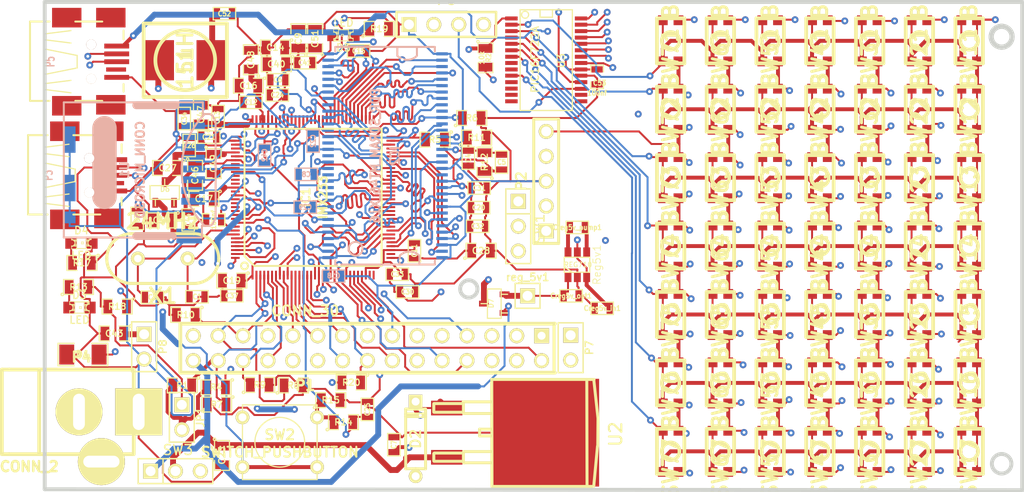
<source format=kicad_pcb>
(kicad_pcb (version 20171130) (host pcbnew "(5.1.12)-1")
  (layers (0 F.Cu signal) (1 Inner2.Cu signal) (2 Inner1.Cu signal) (31 B.Cu signal) (34 B.Paste user hide) (35 F.Paste user hide) (36 B.SilkS user hide) (37 F.SilkS user hide) (38 B.Mask user hide) (39 F.Mask user hide) (44 Edge.Cuts user))
  (net 0 "")
  (net 1 +2.5V)
  (net 2 +3.3V)
  (net 3 +5V)
  (net 4 /LCD_D0)
  (net 5 /LCD_D1)
  (net 6 /LCD_D2)
  (net 7 /LCD_D3)
  (net 8 /LCD_RS)
  (net 9 /SD_CLOCK)
  (net 10 /SD_CMD)
  (net 11 /U_RX)
  (net 12 /U_TX)
  (net 13 3V3PIC)
  (net 14 5VOUT)
  (net 15 5VREG)
  (net 16 DDRA0)
  (net 17 DDRA1)
  (net 18 DDRA10)
  (net 19 DDRA11)
  (net 20 DDRA12)
  (net 21 DDRA2)
  (net 22 DDRA3)
  (net 23 DDRA4)
  (net 24 DDRA5)
  (net 25 DDRA6)
  (net 26 DDRA7)
  (net 27 DDRA8)
  (net 28 DDRA9)
  (net 29 DDR_BA0)
  (net 30 DDR_BA1)
  (net 31 DDR_CAS)
  (net 32 DDR_CE0n)
  (net 33 DDR_CKE)
  (net 34 DDR_CLK)
  (net 35 DDR_CLKn)
  (net 36 DDR_DO0)
  (net 37 DDR_DO1)
  (net 38 DDR_DO10)
  (net 39 DDR_DO11)
  (net 40 DDR_DO12)
  (net 41 DDR_DO13)
  (net 42 DDR_DO14)
  (net 43 DDR_DO15)
  (net 44 DDR_DO2)
  (net 45 DDR_DO3)
  (net 46 DDR_DO4)
  (net 47 DDR_DO5)
  (net 48 DDR_DO6)
  (net 49 DDR_DO7)
  (net 50 DDR_DO8)
  (net 51 DDR_DO9)
  (net 52 DDR_DQM0)
  (net 53 DDR_DQM1)
  (net 54 DDR_DQS0)
  (net 55 DDR_DQS1)
  (net 56 DDR_RAS)
  (net 57 DDR_WEn)
  (net 58 GND)
  (net 59 KEYBOARD_UART_RX)
  (net 60 KEYBOARD_UART_TX)
  (net 61 N-00000103)
  (net 62 N-00000128)
  (net 63 N-00000130)
  (net 64 N-00000131)
  (net 65 N-00000133)
  (net 66 N-00000134)
  (net 67 N-00000135)
  (net 68 N-00000137)
  (net 69 N-00000138)
  (net 70 N-00000139)
  (net 71 N-00000150)
  (net 72 N-00000151)
  (net 73 N-00000152)
  (net 74 N-00000153)
  (net 75 N-00000154)
  (net 76 N-00000155)
  (net 77 N-00000156)
  (net 78 N-00000157)
  (net 79 N-00000158)
  (net 80 N-00000159)
  (net 81 N-00000160)
  (net 82 N-00000161)
  (net 83 N-00000162)
  (net 84 N-00000163)
  (net 85 N-00000164)
  (net 86 N-0000017)
  (net 87 N-0000018)
  (net 88 N-0000019)
  (net 89 N-0000020)
  (net 90 N-0000021)
  (net 91 N-0000022)
  (net 92 N-0000039)
  (net 93 N-0000042)
  (net 94 N-0000046)
  (net 95 N-0000047)
  (net 96 N-0000049)
  (net 97 N-0000052)
  (net 98 N-0000054)
  (net 99 N-0000057)
  (net 100 N-0000058)
  (net 101 N-0000059)
  (net 102 N-0000060)
  (net 103 N-0000061)
  (net 104 N-0000062)
  (net 105 N-0000063)
  (net 106 N-0000064)
  (net 107 N-0000065)
  (net 108 N-0000066)
  (net 109 N-0000067)
  (net 110 N-0000068)
  (net 111 N-0000069)
  (net 112 N-0000070)
  (net 113 N-0000071)
  (net 114 N-0000074)
  (net 115 N-0000075)
  (net 116 N-000008)
  (net 117 N-0000082)
  (net 118 N-0000084)
  (net 119 N-0000087)
  (net 120 N-000009)
  (net 121 PSWITCH)
  (net 122 VDD4P2)
  (net 123 VDDA)
  (net 124 VDDD)
  (net 125 VDD_BATT)
  (net 126 VDD_XTAL)
  (net 127 XTALI)
  (net 128 XTALO)
  (module LQFP128_14x14mm_0.4mmPitch_iMX233 (layer F.Cu) (at 54.3 42.65 90)
    (fp_text reference IC1 (at 0 -0.7493 90) (layer F.SilkS) (effects (font (size 0.8636 0.8128) (thickness 0.2032))))
    (fp_text value IMX233 (at 0 1.00076 90) (layer F.SilkS) (effects (font (size 0.8636 0.8128) (thickness 0.2032))))
    (pad 1 smd rect (at -7.9375 -6.18236 180) (size 0.2032 0.889) (layers F.Cu F.Paste F.Mask) (net 124 VDDD))
    (pad 33 smd rect (at -6.18236 7.9375 90) (size 0.2032 0.889) (layers F.Cu F.Paste F.Mask) (net 114 N-0000074))
    (pad 65 smd rect (at 7.9375 6.18236) (size 0.2032 0.889) (layers F.Cu F.Paste F.Mask) (net 19 DDRA11))
    (pad 97 smd rect (at 6.18236 -7.9375 90) (size 0.2032 0.889) (layers F.Cu F.Paste F.Mask) (net 117 N-0000082))
    (pad 2 smd rect (at -7.9375 -5.78358 180) (size 0.2032 0.889) (layers F.Cu F.Paste F.Mask) (net 4 /LCD_D0))
    (pad 34 smd rect (at -5.78358 7.9375 90) (size 0.2032 0.889) (layers F.Cu F.Paste F.Mask))
    (pad 66 smd rect (at 7.9375 5.78358) (size 0.2032 0.889) (layers F.Cu F.Paste F.Mask) (net 18 DDRA10))
    (pad 98 smd rect (at 5.78358 -7.9375 90) (size 0.2032 0.889) (layers F.Cu F.Paste F.Mask) (net 58 GND))
    (pad 3 smd rect (at -7.9375 -5.3848 180) (size 0.2032 0.889) (layers F.Cu F.Paste F.Mask) (net 5 /LCD_D1))
    (pad 35 smd rect (at -5.3848 7.9375 90) (size 0.2032 0.889) (layers F.Cu F.Paste F.Mask) (net 58 GND))
    (pad 67 smd rect (at 7.9375 5.3848) (size 0.2032 0.889) (layers F.Cu F.Paste F.Mask) (net 28 DDRA9))
    (pad 99 smd rect (at 5.3848 -7.9375 90) (size 0.2032 0.889) (layers F.Cu F.Paste F.Mask) (net 62 N-00000128))
    (pad 4 smd rect (at -7.9375 -4.98602 180) (size 0.2032 0.889) (layers F.Cu F.Paste F.Mask) (net 6 /LCD_D2))
    (pad 36 smd rect (at -4.98602 7.9375 90) (size 0.2032 0.889) (layers F.Cu F.Paste F.Mask) (net 34 DDR_CLK))
    (pad 68 smd rect (at 7.9375 4.98602) (size 0.2032 0.889) (layers F.Cu F.Paste F.Mask) (net 27 DDRA8))
    (pad 100 smd rect (at 4.98602 -7.9375 90) (size 0.2032 0.889) (layers F.Cu F.Paste F.Mask) (net 125 VDD_BATT))
    (pad 5 smd rect (at -7.9375 -4.58724 180) (size 0.2032 0.889) (layers F.Cu F.Paste F.Mask) (net 7 /LCD_D3))
    (pad 37 smd rect (at -4.58724 7.9375 90) (size 0.2032 0.889) (layers F.Cu F.Paste F.Mask) (net 35 DDR_CLKn))
    (pad 69 smd rect (at 7.9375 4.58724) (size 0.2032 0.889) (layers F.Cu F.Paste F.Mask) (net 26 DDRA7))
    (pad 101 smd rect (at 4.58724 -7.9375 90) (size 0.2032 0.889) (layers F.Cu F.Paste F.Mask) (net 122 VDD4P2))
    (pad 6 smd rect (at -7.9375 -4.18846 180) (size 0.2032 0.889) (layers F.Cu F.Paste F.Mask) (net 100 N-0000058))
    (pad 38 smd rect (at -4.18846 7.9375 90) (size 0.2032 0.889) (layers F.Cu F.Paste F.Mask) (net 1 +2.5V))
    (pad 70 smd rect (at 7.9375 4.18846) (size 0.2032 0.889) (layers F.Cu F.Paste F.Mask) (net 25 DDRA6))
    (pad 102 smd rect (at 4.18846 -7.9375 90) (size 0.2032 0.889) (layers F.Cu F.Paste F.Mask) (net 3 +5V))
    (pad 7 smd rect (at -7.9375 -3.78968 180) (size 0.2032 0.889) (layers F.Cu F.Paste F.Mask) (net 106 N-0000064))
    (pad 39 smd rect (at -3.78968 7.9375 90) (size 0.2032 0.889) (layers F.Cu F.Paste F.Mask) (net 54 DDR_DQS0))
    (pad 71 smd rect (at 7.9375 3.78968) (size 0.2032 0.889) (layers F.Cu F.Paste F.Mask) (net 24 DDRA5))
    (pad 103 smd rect (at 3.78968 -7.9375 90) (size 0.2032 0.889) (layers F.Cu F.Paste F.Mask) (net 125 VDD_BATT))
    (pad 8 smd rect (at -7.9375 -3.3909 180) (size 0.2032 0.889) (layers F.Cu F.Paste F.Mask) (net 105 N-0000063))
    (pad 40 smd rect (at -3.3909 7.9375 90) (size 0.2032 0.889) (layers F.Cu F.Paste F.Mask) (net 55 DDR_DQS1))
    (pad 72 smd rect (at 7.9375 3.3909) (size 0.2032 0.889) (layers F.Cu F.Paste F.Mask) (net 23 DDRA4))
    (pad 104 smd rect (at 3.3909 -7.9375 90) (size 0.2032 0.889) (layers F.Cu F.Paste F.Mask))
    (pad 9 smd rect (at -7.9375 -2.99212 180) (size 0.2032 0.889) (layers F.Cu F.Paste F.Mask) (net 103 N-0000061))
    (pad 41 smd rect (at -2.99212 7.9375 90) (size 0.2032 0.889) (layers F.Cu F.Paste F.Mask) (net 36 DDR_DO0))
    (pad 73 smd rect (at 7.9375 2.99212) (size 0.2032 0.889) (layers F.Cu F.Paste F.Mask) (net 22 DDRA3))
    (pad 105 smd rect (at 2.99212 -7.9375 90) (size 0.2032 0.889) (layers F.Cu F.Paste F.Mask) (net 58 GND))
    (pad 10 smd rect (at -7.9375 -2.59334 180) (size 0.2032 0.889) (layers F.Cu F.Paste F.Mask) (net 112 N-0000070))
    (pad 42 smd rect (at -2.59334 7.9375 90) (size 0.2032 0.889) (layers F.Cu F.Paste F.Mask) (net 44 DDR_DO2))
    (pad 74 smd rect (at 7.9375 2.59334) (size 0.2032 0.889) (layers F.Cu F.Paste F.Mask) (net 21 DDRA2))
    (pad 106 smd rect (at 2.59334 -7.9375 90) (size 0.2032 0.889) (layers F.Cu F.Paste F.Mask) (net 1 +2.5V))
    (pad 11 smd rect (at -7.9375 -2.19456 180) (size 0.2032 0.889) (layers F.Cu F.Paste F.Mask) (net 111 N-0000069))
    (pad 43 smd rect (at -2.19456 7.9375 90) (size 0.2032 0.889) (layers F.Cu F.Paste F.Mask) (net 37 DDR_DO1))
    (pad 75 smd rect (at 7.9375 2.19456) (size 0.2032 0.889) (layers F.Cu F.Paste F.Mask) (net 17 DDRA1))
    (pad 107 smd rect (at 2.19456 -7.9375 90) (size 0.2032 0.889) (layers F.Cu F.Paste F.Mask))
    (pad 12 smd rect (at -7.9375 -1.79578 180) (size 0.2032 0.889) (layers F.Cu F.Paste F.Mask) (net 109 N-0000067))
    (pad 44 smd rect (at -1.79578 7.9375 90) (size 0.2032 0.889) (layers F.Cu F.Paste F.Mask) (net 45 DDR_DO3))
    (pad 76 smd rect (at 7.9375 1.79578) (size 0.2032 0.889) (layers F.Cu F.Paste F.Mask) (net 16 DDRA0))
    (pad 108 smd rect (at 1.79578 -7.9375 90) (size 0.2032 0.889) (layers F.Cu F.Paste F.Mask))
    (pad 13 smd rect (at -7.9375 -1.397 180) (size 0.2032 0.889) (layers F.Cu F.Paste F.Mask) (net 107 N-0000065))
    (pad 45 smd rect (at -1.397 7.9375 90) (size 0.2032 0.889) (layers F.Cu F.Paste F.Mask) (net 1 +2.5V))
    (pad 77 smd rect (at 7.9375 1.397) (size 0.2032 0.889) (layers F.Cu F.Paste F.Mask) (net 57 DDR_WEn))
    (pad 109 smd rect (at 1.397 -7.9375 90) (size 0.2032 0.889) (layers F.Cu F.Paste F.Mask))
    (pad 14 smd rect (at -7.9375 -0.99822 180) (size 0.2032 0.889) (layers F.Cu F.Paste F.Mask) (net 8 /LCD_RS))
    (pad 46 smd rect (at -0.99822 7.9375 90) (size 0.2032 0.889) (layers F.Cu F.Paste F.Mask) (net 52 DDR_DQM0))
    (pad 78 smd rect (at 7.9375 0.99822) (size 0.2032 0.889) (layers F.Cu F.Paste F.Mask) (net 33 DDR_CKE))
    (pad 110 smd rect (at 0.99822 -7.9375 90) (size 0.2032 0.889) (layers F.Cu F.Paste F.Mask) (net 123 VDDA))
    (pad 15 smd rect (at -7.9375 -0.59944 180) (size 0.2032 0.889) (layers F.Cu F.Paste F.Mask) (net 110 N-0000068))
    (pad 47 smd rect (at -0.59944 7.9375 90) (size 0.2032 0.889) (layers F.Cu F.Paste F.Mask) (net 46 DDR_DO4))
    (pad 79 smd rect (at 7.9375 0.59944) (size 0.2032 0.889) (layers F.Cu F.Paste F.Mask) (net 29 DDR_BA0))
    (pad 111 smd rect (at 0.59944 -7.9375 90) (size 0.2032 0.889) (layers F.Cu F.Paste F.Mask) (net 58 GND))
    (pad 16 smd rect (at -7.9375 -0.20066 180) (size 0.2032 0.889) (layers F.Cu F.Paste F.Mask) (net 108 N-0000066))
    (pad 48 smd rect (at -0.20066 7.9375 90) (size 0.2032 0.889) (layers F.Cu F.Paste F.Mask) (net 47 DDR_DO5))
    (pad 80 smd rect (at 7.9375 0.20066) (size 0.2032 0.889) (layers F.Cu F.Paste F.Mask) (net 30 DDR_BA1))
    (pad 112 smd rect (at 0.20066 -7.9375 90) (size 0.2032 0.889) (layers F.Cu F.Paste F.Mask) (net 58 GND))
    (pad 17 smd rect (at -7.9375 0.19812 180) (size 0.2032 0.889) (layers F.Cu F.Paste F.Mask) (net 102 N-0000060))
    (pad 49 smd rect (at 0.19812 7.9375 90) (size 0.2032 0.889) (layers F.Cu F.Paste F.Mask) (net 48 DDR_DO6))
    (pad 81 smd rect (at 7.9375 -0.19812) (size 0.2032 0.889) (layers F.Cu F.Paste F.Mask))
    (pad 113 smd rect (at -0.19812 -7.9375 90) (size 0.2032 0.889) (layers F.Cu F.Paste F.Mask))
    (pad 18 smd rect (at -7.9375 0.5969 180) (size 0.2032 0.889) (layers F.Cu F.Paste F.Mask) (net 2 +3.3V))
    (pad 50 smd rect (at 0.5969 7.9375 90) (size 0.2032 0.889) (layers F.Cu F.Paste F.Mask) (net 49 DDR_DO7))
    (pad 82 smd rect (at 7.9375 -0.5969) (size 0.2032 0.889) (layers F.Cu F.Paste F.Mask))
    (pad 114 smd rect (at -0.5969 -7.9375 90) (size 0.2032 0.889) (layers F.Cu F.Paste F.Mask))
    (pad 19 smd rect (at -7.9375 0.99568 180) (size 0.2032 0.889) (layers F.Cu F.Paste F.Mask) (net 89 N-0000020))
    (pad 51 smd rect (at 0.99568 7.9375 90) (size 0.2032 0.889) (layers F.Cu F.Paste F.Mask) (net 50 DDR_DO8))
    (pad 83 smd rect (at 7.9375 -0.99568) (size 0.2032 0.889) (layers F.Cu F.Paste F.Mask) (net 10 /SD_CMD))
    (pad 115 smd rect (at -0.99568 -7.9375 90) (size 0.2032 0.889) (layers F.Cu F.Paste F.Mask))
    (pad 20 smd rect (at -7.9375 1.39446 180) (size 0.2032 0.889) (layers F.Cu F.Paste F.Mask) (net 104 N-0000062))
    (pad 52 smd rect (at 1.39446 7.9375 90) (size 0.2032 0.889) (layers F.Cu F.Paste F.Mask) (net 51 DDR_DO9))
    (pad 84 smd rect (at 7.9375 -1.39446) (size 0.2032 0.889) (layers F.Cu F.Paste F.Mask) (net 97 N-0000052))
    (pad 116 smd rect (at -1.39446 -7.9375 90) (size 0.2032 0.889) (layers F.Cu F.Paste F.Mask))
    (pad 21 smd rect (at -7.9375 1.79324 180) (size 0.2032 0.889) (layers F.Cu F.Paste F.Mask) (net 99 N-0000057))
    (pad 53 smd rect (at 1.79324 7.9375 90) (size 0.2032 0.889) (layers F.Cu F.Paste F.Mask) (net 1 +2.5V))
    (pad 85 smd rect (at 7.9375 -1.79324) (size 0.2032 0.889) (layers F.Cu F.Paste F.Mask) (net 91 N-0000022))
    (pad 117 smd rect (at -1.79324 -7.9375 90) (size 0.2032 0.889) (layers F.Cu F.Paste F.Mask) (net 119 N-0000087))
    (pad 22 smd rect (at -7.9375 2.19202 180) (size 0.2032 0.889) (layers F.Cu F.Paste F.Mask) (net 118 N-0000084))
    (pad 54 smd rect (at 2.19202 7.9375 90) (size 0.2032 0.889) (layers F.Cu F.Paste F.Mask) (net 38 DDR_DO10))
    (pad 86 smd rect (at 7.9375 -2.19202) (size 0.2032 0.889) (layers F.Cu F.Paste F.Mask) (net 96 N-0000049))
    (pad 118 smd rect (at -2.19202 -7.9375 90) (size 0.2032 0.889) (layers F.Cu F.Paste F.Mask) (net 58 GND))
    (pad 23 smd rect (at -7.9375 2.5908 180) (size 0.2032 0.889) (layers F.Cu F.Paste F.Mask) (net 88 N-0000019))
    (pad 55 smd rect (at 2.5908 7.9375 90) (size 0.2032 0.889) (layers F.Cu F.Paste F.Mask) (net 39 DDR_DO11))
    (pad 87 smd rect (at 7.9375 -2.5908) (size 0.2032 0.889) (layers F.Cu F.Paste F.Mask) (net 90 N-0000021))
    (pad 119 smd rect (at -2.5908 -7.9375 90) (size 0.2032 0.889) (layers F.Cu F.Paste F.Mask) (net 121 PSWITCH))
    (pad 24 smd rect (at -7.9375 2.98958 180) (size 0.2032 0.889) (layers F.Cu F.Paste F.Mask) (net 101 N-0000059))
    (pad 56 smd rect (at 2.98958 7.9375 90) (size 0.2032 0.889) (layers F.Cu F.Paste F.Mask) (net 53 DDR_DQM1))
    (pad 88 smd rect (at 7.9375 -2.98958) (size 0.2032 0.889) (layers F.Cu F.Paste F.Mask) (net 98 N-0000054))
    (pad 120 smd rect (at -2.98958 -7.9375 90) (size 0.2032 0.889) (layers F.Cu F.Paste F.Mask) (net 126 VDD_XTAL))
    (pad 25 smd rect (at -7.9375 3.38836 180) (size 0.2032 0.889) (layers F.Cu F.Paste F.Mask) (net 87 N-0000018))
    (pad 57 smd rect (at 3.38836 7.9375 90) (size 0.2032 0.889) (layers F.Cu F.Paste F.Mask) (net 40 DDR_DO12))
    (pad 89 smd rect (at 7.9375 -3.38836) (size 0.2032 0.889) (layers F.Cu F.Paste F.Mask))
    (pad 121 smd rect (at -3.38836 -7.9375 90) (size 0.2032 0.889) (layers F.Cu F.Paste F.Mask) (net 128 XTALO))
    (pad 26 smd rect (at -7.9375 3.78714 180) (size 0.2032 0.889) (layers F.Cu F.Paste F.Mask) (net 86 N-0000017))
    (pad 58 smd rect (at 3.78714 7.9375 90) (size 0.2032 0.889) (layers F.Cu F.Paste F.Mask) (net 41 DDR_DO13))
    (pad 90 smd rect (at 7.9375 -3.78714) (size 0.2032 0.889) (layers F.Cu F.Paste F.Mask) (net 9 /SD_CLOCK))
    (pad 122 smd rect (at -3.78714 -7.9375 90) (size 0.2032 0.889) (layers F.Cu F.Paste F.Mask) (net 127 XTALI))
    (pad 27 smd rect (at -7.9375 4.18592 180) (size 0.2032 0.889) (layers F.Cu F.Paste F.Mask) (net 93 N-0000042))
    (pad 59 smd rect (at 4.18592 7.9375 90) (size 0.2032 0.889) (layers F.Cu F.Paste F.Mask) (net 43 DDR_DO15))
    (pad 91 smd rect (at 7.9375 -4.18592) (size 0.2032 0.889) (layers F.Cu F.Paste F.Mask))
    (pad 123 smd rect (at -4.18592 -7.9375 90) (size 0.2032 0.889) (layers F.Cu F.Paste F.Mask) (net 94 N-0000046))
    (pad 28 smd rect (at -7.9375 4.5847 180) (size 0.2032 0.889) (layers F.Cu F.Paste F.Mask) (net 120 N-000009))
    (pad 60 smd rect (at 4.5847 7.9375 90) (size 0.2032 0.889) (layers F.Cu F.Paste F.Mask) (net 42 DDR_DO14))
    (pad 92 smd rect (at 7.9375 -4.5847) (size 0.2032 0.889) (layers F.Cu F.Paste F.Mask) (net 2 +3.3V))
    (pad 124 smd rect (at -4.5847 -7.9375 90) (size 0.2032 0.889) (layers F.Cu F.Paste F.Mask) (net 95 N-0000047))
    (pad 29 smd rect (at -7.9375 4.98348 180) (size 0.2032 0.889) (layers F.Cu F.Paste F.Mask) (net 92 N-0000039))
    (pad 61 smd rect (at 4.98348 7.9375 90) (size 0.2032 0.889) (layers F.Cu F.Paste F.Mask) (net 31 DDR_CAS))
    (pad 93 smd rect (at 7.9375 -4.98348) (size 0.2032 0.889) (layers F.Cu F.Paste F.Mask) (net 124 VDDD))
    (pad 125 smd rect (at -4.98348 -7.9375 90) (size 0.2032 0.889) (layers F.Cu F.Paste F.Mask) (net 11 /U_RX))
    (pad 30 smd rect (at -7.9375 5.38226 180) (size 0.2032 0.889) (layers F.Cu F.Paste F.Mask) (net 58 GND))
    (pad 62 smd rect (at 5.38226 7.9375 90) (size 0.2032 0.889) (layers F.Cu F.Paste F.Mask) (net 56 DDR_RAS))
    (pad 94 smd rect (at 7.9375 -5.38226) (size 0.2032 0.889) (layers F.Cu F.Paste F.Mask) (net 124 VDDD))
    (pad 126 smd rect (at -5.38226 -7.9375 90) (size 0.2032 0.889) (layers F.Cu F.Paste F.Mask) (net 12 /U_TX))
    (pad 31 smd rect (at -7.9375 5.78104 180) (size 0.2032 0.889) (layers F.Cu F.Paste F.Mask))
    (pad 63 smd rect (at 5.78104 7.9375 90) (size 0.2032 0.889) (layers F.Cu F.Paste F.Mask) (net 32 DDR_CE0n))
    (pad 95 smd rect (at 7.9375 -5.78104) (size 0.2032 0.889) (layers F.Cu F.Paste F.Mask) (net 2 +3.3V))
    (pad 127 smd rect (at -5.78104 -7.9375 90) (size 0.2032 0.889) (layers F.Cu F.Paste F.Mask) (net 59 KEYBOARD_UART_RX))
    (pad 32 smd rect (at -7.9375 6.17982 180) (size 0.2032 0.889) (layers F.Cu F.Paste F.Mask))
    (pad 64 smd rect (at 6.17982 7.9375 90) (size 0.2032 0.889) (layers F.Cu F.Paste F.Mask) (net 20 DDRA12))
    (pad 96 smd rect (at 7.9375 -6.17982) (size 0.2032 0.889) (layers F.Cu F.Paste F.Mask) (net 123 VDDA))
    (pad 128 smd rect (at -6.17982 -7.9375 90) (size 0.2032 0.889) (layers F.Cu F.Paste F.Mask) (net 60 KEYBOARD_UART_TX))
  )
  (module PIN_ARRAY_2X1 (layer F.Cu) (at 37.05 57.9 270)
    (fp_text reference P8 (at 0 -1.905 270) (layer F.SilkS) (effects (font (size 0.762 0.762) (thickness 0.1524))))
    (fp_text value CONN_2 hide)
    (pad 1 thru_hole rect (at -1.27 0 270) (size 1.524 1.524) (drill 1.016) (layers *.Cu *.Mask F.SilkS) (net 125 VDD_BATT))
    (pad 2 thru_hole circle (at 1.27 0 270) (size 1.524 1.524) (drill 1.016) (layers *.Cu *.Mask F.SilkS) (net 58 GND))
  )
  (module PIN_ARRAY_2X1 (layer F.Cu) (at 80.6 58 270)
    (fp_text reference P7 (at 0 -1.905 270) (layer F.SilkS) (effects (font (size 0.762 0.762) (thickness 0.1524))))
    (fp_text value CONN_2 hide)
    (pad 1 thru_hole rect (at -1.27 0 270) (size 1.524 1.524) (drill 1.016) (layers *.Cu *.Mask F.SilkS) (net 114 N-0000074))
    (pad 2 thru_hole circle (at 1.27 0 270) (size 1.524 1.524) (drill 1.016) (layers *.Cu *.Mask F.SilkS) (net 99 N-0000057))
  )
  (module PIN_ARRAY_3X1 (layer F.Cu) (at 75.25 45.6 270)
    (fp_text reference SW1 (at 0.254 -2.159 270) (layer F.SilkS) (effects (font (size 1.016 1.016) (thickness 0.1524))))
    (fp_text value SWITCH_INV hide)
    (pad 1 thru_hole rect (at -2.54 0 270) (size 1.524 1.524) (drill 1.016) (layers *.Cu *.Mask F.SilkS) (net 13 3V3PIC))
    (pad 2 thru_hole circle (at 0 0 270) (size 1.524 1.524) (drill 1.016) (layers *.Cu *.Mask F.SilkS) (net 2 +3.3V))
    (pad 3 thru_hole circle (at 2.54 0 270) (size 1.524 1.524) (drill 1.016) (layers *.Cu *.Mask F.SilkS))
  )
  (module PIN_ARRAY_5x1 (layer F.Cu) (at 78.1 41 90)
    (fp_text reference P2 (at 0 -2.54 90) (layer F.SilkS) (effects (font (size 1.016 1.016) (thickness 0.2032))))
    (fp_text value CONN_5 hide)
    (pad 1 thru_hole rect (at -5.08 0 90) (size 1.524 1.524) (drill 1.016) (layers *.Cu *.Mask F.SilkS) (net 71 N-00000150))
    (pad 2 thru_hole circle (at -2.54 0 90) (size 1.524 1.524) (drill 1.016) (layers *.Cu *.Mask F.SilkS) (net 13 3V3PIC))
    (pad 3 thru_hole circle (at 0 0 90) (size 1.524 1.524) (drill 1.016) (layers *.Cu *.Mask F.SilkS) (net 58 GND))
    (pad 4 thru_hole circle (at 2.54 0 90) (size 1.524 1.524) (drill 1.016) (layers *.Cu *.Mask F.SilkS) (net 70 N-00000139))
    (pad 5 thru_hole circle (at 5.08 0 90) (size 1.524 1.524) (drill 1.016) (layers *.Cu *.Mask F.SilkS) (net 81 N-00000160))
  )
  (module PIN_ARRAY_1 (layer F.Cu) (at 76.2 52.705)
    (fp_text reference reg_5v1 (at 0 -1.905) (layer F.SilkS) (effects (font (size 0.762 0.762) (thickness 0.1524))))
    (fp_text value CONN_1 hide)
    (pad 1 thru_hole rect (at 0 0) (size 1.524 1.524) (drill 1.016) (layers *.Cu *.Mask F.SilkS) (net 15 5VREG))
  )
  (module PIN_ARRAY_4x1 (layer F.Cu) (at 67.9 25)
    (fp_text reference P6 (at 0 -2.54) (layer F.SilkS) (effects (font (size 1.016 1.016) (thickness 0.2032))))
    (fp_text value CONN_4 hide)
    (pad 1 thru_hole rect (at -3.81 0) (size 1.524 1.524) (drill 1.016) (layers *.Cu *.Mask F.SilkS) (net 58 GND))
    (pad 2 thru_hole circle (at -1.27 0) (size 1.524 1.524) (drill 1.016) (layers *.Cu *.Mask F.SilkS) (net 59 KEYBOARD_UART_RX))
    (pad 3 thru_hole circle (at 1.27 0) (size 1.524 1.524) (drill 1.016) (layers *.Cu *.Mask F.SilkS) (net 60 KEYBOARD_UART_TX))
    (pad 4 thru_hole circle (at 3.81 0) (size 1.524 1.524) (drill 1.016) (layers *.Cu *.Mask F.SilkS) (net 2 +3.3V))
  )
  (module SW_PUSH_SMALL (layer F.Cu) (at 50.9 67.65)
    (fp_text reference SW2 (at 0 -0.762) (layer F.SilkS) (effects (font (size 1.016 1.016) (thickness 0.2032))))
    (fp_text value SWITCH_PUSHBUTTON (at 0 1.016) (layer F.SilkS) (effects (font (size 1.016 1.016) (thickness 0.2032))))
    (pad 1 thru_hole circle (at 3.81 -2.54) (size 1.397 1.397) (drill 0.8128) (layers *.Cu *.Mask F.SilkS) (net 63 N-00000130))
    (pad 2 thru_hole circle (at 3.81 2.54) (size 1.397 1.397) (drill 0.8128) (layers *.Cu *.Mask F.SilkS) (net 126 VDD_XTAL))
    (pad 1 thru_hole circle (at -3.81 -2.54) (size 1.397 1.397) (drill 0.8128) (layers *.Cu *.Mask F.SilkS) (net 63 N-00000130))
    (pad 2 thru_hole circle (at -3.81 2.54) (size 1.397 1.397) (drill 0.8128) (layers *.Cu *.Mask F.SilkS) (net 126 VDD_XTAL))
  )
  (module HC-49V (layer F.Cu) (at 38.95 48.9 180)
    (fp_text reference X1 (at 0 -3.81 180) (layer F.SilkS) (effects (font (size 1.524 1.524) (thickness 0.3048))))
    (fp_text value 24MHz (at 0 3.81 180) (layer F.SilkS) (effects (font (size 1.524 1.524) (thickness 0.3048))))
    (pad 1 thru_hole circle (at -2.54 0 180) (size 1.4224 1.4224) (drill 0.762) (layers *.Cu *.Mask F.SilkS) (net 127 XTALI))
    (pad 2 thru_hole circle (at 2.54 0 180) (size 1.4224 1.4224) (drill 0.762) (layers *.Cu *.Mask F.SilkS) (net 128 XTALO))
  )
  (module PIN_ARRAY_15X2 (layer F.Cu) (at 53.5 58.05 180)
    (fp_text reference P1 (at 0 -3.81 180) (layer F.SilkS) (effects (font (size 1.016 1.016) (thickness 0.27432))))
    (fp_text value CONN_30 (at 0 3.81 180) (layer F.SilkS) (effects (font (size 1.016 1.016) (thickness 0.2032))))
    (pad 1 thru_hole rect (at -24.13 1.27 180) (size 1.524 1.524) (drill 0.8128) (layers *.Cu *.Mask F.SilkS) (net 120 N-000009))
    (pad 2 thru_hole circle (at -24.13 -1.27 180) (size 1.524 1.524) (drill 1.016) (layers *.Cu *.Mask F.SilkS) (net 92 N-0000039))
    (pad 11 thru_hole circle (at -11.43 1.27 180) (size 1.524 1.524) (drill 1.016) (layers *.Cu *.Mask F.SilkS) (net 89 N-0000020))
    (pad 4 thru_hole circle (at -21.59 -1.27 180) (size 1.524 1.524) (drill 1.016) (layers *.Cu *.Mask F.SilkS))
    (pad 13 thru_hole circle (at -8.89 1.27 180) (size 1.524 1.524) (drill 1.016) (layers *.Cu *.Mask F.SilkS) (net 58 GND))
    (pad 6 thru_hole circle (at -19.05 -1.27 180) (size 1.524 1.524) (drill 1.016) (layers *.Cu *.Mask F.SilkS) (net 93 N-0000042))
    (pad 15 thru_hole circle (at -6.35 1.27 180) (size 1.524 1.524) (drill 1.016) (layers *.Cu *.Mask F.SilkS) (net 108 N-0000066))
    (pad 8 thru_hole circle (at -16.51 -1.27 180) (size 1.524 1.524) (drill 1.016) (layers *.Cu *.Mask F.SilkS) (net 101 N-0000059))
    (pad 17 thru_hole circle (at -3.81 1.27 180) (size 1.524 1.524) (drill 1.016) (layers *.Cu *.Mask F.SilkS) (net 109 N-0000067))
    (pad 10 thru_hole circle (at -13.97 -1.27 180) (size 1.524 1.524) (drill 1.016) (layers *.Cu *.Mask F.SilkS) (net 118 N-0000084))
    (pad 19 thru_hole circle (at -1.27 1.27 180) (size 1.524 1.524) (drill 1.016) (layers *.Cu *.Mask F.SilkS) (net 111 N-0000069))
    (pad 12 thru_hole circle (at -11.43 -1.27 180) (size 1.524 1.524) (drill 1.016) (layers *.Cu *.Mask F.SilkS) (net 104 N-0000062))
    (pad 21 thru_hole circle (at 1.27 1.27 180) (size 1.524 1.524) (drill 1.016) (layers *.Cu *.Mask F.SilkS) (net 103 N-0000061))
    (pad 14 thru_hole circle (at -8.89 -1.27 180) (size 1.524 1.524) (drill 1.016) (layers *.Cu *.Mask F.SilkS) (net 107 N-0000065))
    (pad 23 thru_hole circle (at 3.81 1.27 180) (size 1.524 1.524) (drill 1.016) (layers *.Cu *.Mask F.SilkS) (net 106 N-0000064))
    (pad 16 thru_hole circle (at -6.35 -1.27 180) (size 1.524 1.524) (drill 1.016) (layers *.Cu *.Mask F.SilkS) (net 8 /LCD_RS))
    (pad 25 thru_hole circle (at 6.35 1.27 180) (size 1.524 1.524) (drill 1.016) (layers *.Cu *.Mask F.SilkS) (net 7 /LCD_D3))
    (pad 18 thru_hole circle (at -3.81 -1.27 180) (size 1.524 1.524) (drill 1.016) (layers *.Cu *.Mask F.SilkS) (net 110 N-0000068))
    (pad 27 thru_hole circle (at 8.89 1.27 180) (size 1.524 1.524) (drill 1.016) (layers *.Cu *.Mask F.SilkS) (net 5 /LCD_D1))
    (pad 20 thru_hole circle (at -1.27 -1.27 180) (size 1.524 1.524) (drill 1.016) (layers *.Cu *.Mask F.SilkS) (net 102 N-0000060))
    (pad 29 thru_hole circle (at 11.43 1.27 180) (size 1.524 1.524) (drill 1.016) (layers *.Cu *.Mask F.SilkS) (net 112 N-0000070))
    (pad 22 thru_hole circle (at 1.27 -1.27 180) (size 1.524 1.524) (drill 1.016) (layers *.Cu *.Mask F.SilkS) (net 105 N-0000063))
    (pad 24 thru_hole circle (at 3.81 -1.27 180) (size 1.524 1.524) (drill 1.016) (layers *.Cu *.Mask F.SilkS) (net 100 N-0000058))
    (pad 26 thru_hole circle (at 6.35 -1.27 180) (size 1.524 1.524) (drill 1.016) (layers *.Cu *.Mask F.SilkS) (net 6 /LCD_D2))
    (pad 28 thru_hole circle (at 8.89 -1.27 180) (size 1.524 1.524) (drill 1.016) (layers *.Cu *.Mask F.SilkS) (net 4 /LCD_D0))
    (pad 3 thru_hole circle (at -21.59 1.27 180) (size 1.524 1.524) (drill 1.016) (layers *.Cu *.Mask F.SilkS) (net 86 N-0000017))
    (pad 5 thru_hole circle (at -19.05 1.27 180) (size 1.524 1.524) (drill 1.016) (layers *.Cu *.Mask F.SilkS))
    (pad 7 thru_hole circle (at -16.51 1.27 180) (size 1.524 1.524) (drill 1.016) (layers *.Cu *.Mask F.SilkS) (net 87 N-0000018))
    (pad 9 thru_hole circle (at -13.97 1.27 180) (size 1.524 1.524) (drill 1.016) (layers *.Cu *.Mask F.SilkS) (net 88 N-0000019))
    (pad 30 thru_hole circle (at 11.43 -1.27 180) (size 1.524 1.524) (drill 1.016) (layers *.Cu *.Mask F.SilkS) (net 3 +5V))
  )
  (module TSOP66_JEDEC_DDR_SDRAM (layer B.Cu) (at 61.65 38.4 90)
    (fp_text reference IC2 (at 0 1.00076 90) (layer B.SilkS) (effects (font (size 0.9144 0.8128) (thickness 0.2032)) (justify mirror)))
    (fp_text value DDR_SDRAM_MT46_X16 (at 0 -1.00076 90) (layer B.SilkS) (effects (font (size 0.9144 0.8128) (thickness 0.2032)) (justify mirror)))
    (pad 1 smd rect (at -10.40384 -5.8166 90) (size 0.32004 1.1684) (layers B.Cu B.Paste B.Mask) (net 1 +2.5V))
    (pad 66 smd rect (at -10.40384 5.8166 90) (size 0.32004 1.1684) (layers B.Cu B.Paste B.Mask) (net 58 GND))
    (pad 2 smd rect (at -9.7536 -5.8166 90) (size 0.32004 1.1684) (layers B.Cu B.Paste B.Mask) (net 36 DDR_DO0))
    (pad 65 smd rect (at -9.7536 5.8166 90) (size 0.32004 1.1684) (layers B.Cu B.Paste B.Mask) (net 43 DDR_DO15))
    (pad 3 smd rect (at -9.10336 -5.8166 90) (size 0.32004 1.1684) (layers B.Cu B.Paste B.Mask) (net 1 +2.5V))
    (pad 64 smd rect (at -9.10336 5.8166 90) (size 0.32004 1.1684) (layers B.Cu B.Paste B.Mask) (net 58 GND))
    (pad 4 smd rect (at -8.45312 -5.8166 90) (size 0.32004 1.1684) (layers B.Cu B.Paste B.Mask) (net 37 DDR_DO1))
    (pad 63 smd rect (at -8.45312 5.8166 90) (size 0.32004 1.1684) (layers B.Cu B.Paste B.Mask) (net 42 DDR_DO14))
    (pad 5 smd rect (at -7.80288 -5.8166 90) (size 0.32004 1.1684) (layers B.Cu B.Paste B.Mask) (net 44 DDR_DO2))
    (pad 62 smd rect (at -7.80288 5.8166 90) (size 0.32004 1.1684) (layers B.Cu B.Paste B.Mask) (net 41 DDR_DO13))
    (pad 6 smd rect (at -7.15264 -5.8166 90) (size 0.32004 1.1684) (layers B.Cu B.Paste B.Mask) (net 58 GND))
    (pad 61 smd rect (at -7.15264 5.8166 90) (size 0.32004 1.1684) (layers B.Cu B.Paste B.Mask) (net 1 +2.5V))
    (pad 7 smd rect (at -6.5024 -5.8166 90) (size 0.32004 1.1684) (layers B.Cu B.Paste B.Mask) (net 45 DDR_DO3))
    (pad 60 smd rect (at -6.5024 5.8166 90) (size 0.32004 1.1684) (layers B.Cu B.Paste B.Mask) (net 40 DDR_DO12))
    (pad 8 smd rect (at -5.85216 -5.8166 90) (size 0.32004 1.1684) (layers B.Cu B.Paste B.Mask) (net 46 DDR_DO4))
    (pad 59 smd rect (at -5.85216 5.8166 90) (size 0.32004 1.1684) (layers B.Cu B.Paste B.Mask) (net 39 DDR_DO11))
    (pad 9 smd rect (at -5.20192 -5.8166 90) (size 0.32004 1.1684) (layers B.Cu B.Paste B.Mask) (net 1 +2.5V))
    (pad 58 smd rect (at -5.20192 5.8166 90) (size 0.32004 1.1684) (layers B.Cu B.Paste B.Mask) (net 58 GND))
    (pad 10 smd rect (at -4.55168 -5.8166 90) (size 0.32004 1.1684) (layers B.Cu B.Paste B.Mask) (net 47 DDR_DO5))
    (pad 57 smd rect (at -4.55168 5.8166 90) (size 0.32004 1.1684) (layers B.Cu B.Paste B.Mask) (net 38 DDR_DO10))
    (pad 11 smd rect (at -3.90144 -5.8166 90) (size 0.32004 1.1684) (layers B.Cu B.Paste B.Mask) (net 48 DDR_DO6))
    (pad 56 smd rect (at -3.90144 5.8166 90) (size 0.32004 1.1684) (layers B.Cu B.Paste B.Mask) (net 51 DDR_DO9))
    (pad 12 smd rect (at -3.2512 -5.8166 90) (size 0.32004 1.1684) (layers B.Cu B.Paste B.Mask) (net 58 GND))
    (pad 55 smd rect (at -3.2512 5.8166 90) (size 0.32004 1.1684) (layers B.Cu B.Paste B.Mask) (net 1 +2.5V))
    (pad 13 smd rect (at -2.60096 -5.8166 90) (size 0.32004 1.1684) (layers B.Cu B.Paste B.Mask) (net 49 DDR_DO7))
    (pad 54 smd rect (at -2.60096 5.8166 90) (size 0.32004 1.1684) (layers B.Cu B.Paste B.Mask) (net 50 DDR_DO8))
    (pad 14 smd rect (at -1.95072 -5.8166 90) (size 0.32004 1.1684) (layers B.Cu B.Paste B.Mask))
    (pad 53 smd rect (at -1.95072 5.8166 90) (size 0.32004 1.1684) (layers B.Cu B.Paste B.Mask))
    (pad 15 smd rect (at -1.30048 -5.8166 90) (size 0.32004 1.1684) (layers B.Cu B.Paste B.Mask) (net 1 +2.5V))
    (pad 52 smd rect (at -1.30048 5.8166 90) (size 0.32004 1.1684) (layers B.Cu B.Paste B.Mask) (net 58 GND))
    (pad 16 smd rect (at -0.65024 -5.8166 90) (size 0.32004 1.1684) (layers B.Cu B.Paste B.Mask) (net 54 DDR_DQS0))
    (pad 51 smd rect (at -0.65024 5.8166 90) (size 0.32004 1.1684) (layers B.Cu B.Paste B.Mask) (net 55 DDR_DQS1))
    (pad 17 smd rect (at 0 -5.8166 90) (size 0.32004 1.1684) (layers B.Cu B.Paste B.Mask))
    (pad 50 smd rect (at 0 5.8166 90) (size 0.32004 1.1684) (layers B.Cu B.Paste B.Mask))
    (pad 18 smd rect (at 0.65024 -5.8166 90) (size 0.32004 1.1684) (layers B.Cu B.Paste B.Mask) (net 1 +2.5V))
    (pad 49 smd rect (at 0.65024 5.8166 90) (size 0.32004 1.1684) (layers B.Cu B.Paste B.Mask) (net 61 N-00000103))
    (pad 19 smd rect (at 1.30048 -5.8166 90) (size 0.32004 1.1684) (layers B.Cu B.Paste B.Mask))
    (pad 48 smd rect (at 1.30048 5.8166 90) (size 0.32004 1.1684) (layers B.Cu B.Paste B.Mask) (net 58 GND))
    (pad 20 smd rect (at 1.95072 -5.8166 90) (size 0.32004 1.1684) (layers B.Cu B.Paste B.Mask) (net 52 DDR_DQM0))
    (pad 47 smd rect (at 1.95072 5.8166 90) (size 0.32004 1.1684) (layers B.Cu B.Paste B.Mask) (net 53 DDR_DQM1))
    (pad 21 smd rect (at 2.60096 -5.8166 90) (size 0.32004 1.1684) (layers B.Cu B.Paste B.Mask) (net 57 DDR_WEn))
    (pad 46 smd rect (at 2.60096 5.8166 90) (size 0.32004 1.1684) (layers B.Cu B.Paste B.Mask) (net 35 DDR_CLKn))
    (pad 22 smd rect (at 3.2512 -5.8166 90) (size 0.32004 1.1684) (layers B.Cu B.Paste B.Mask) (net 31 DDR_CAS))
    (pad 45 smd rect (at 3.2512 5.8166 90) (size 0.32004 1.1684) (layers B.Cu B.Paste B.Mask) (net 34 DDR_CLK))
    (pad 23 smd rect (at 3.90144 -5.8166 90) (size 0.32004 1.1684) (layers B.Cu B.Paste B.Mask) (net 56 DDR_RAS))
    (pad 44 smd rect (at 3.90144 5.8166 90) (size 0.32004 1.1684) (layers B.Cu B.Paste B.Mask) (net 33 DDR_CKE))
    (pad 24 smd rect (at 4.55168 -5.8166 90) (size 0.32004 1.1684) (layers B.Cu B.Paste B.Mask) (net 32 DDR_CE0n))
    (pad 43 smd rect (at 4.55168 5.8166 90) (size 0.32004 1.1684) (layers B.Cu B.Paste B.Mask))
    (pad 25 smd rect (at 5.20192 -5.8166 90) (size 0.32004 1.1684) (layers B.Cu B.Paste B.Mask))
    (pad 42 smd rect (at 5.20192 5.8166 90) (size 0.32004 1.1684) (layers B.Cu B.Paste B.Mask) (net 20 DDRA12))
    (pad 26 smd rect (at 5.85216 -5.8166 90) (size 0.32004 1.1684) (layers B.Cu B.Paste B.Mask) (net 29 DDR_BA0))
    (pad 41 smd rect (at 5.85216 5.8166 90) (size 0.32004 1.1684) (layers B.Cu B.Paste B.Mask) (net 19 DDRA11))
    (pad 27 smd rect (at 6.5024 -5.8166 90) (size 0.32004 1.1684) (layers B.Cu B.Paste B.Mask) (net 30 DDR_BA1))
    (pad 40 smd rect (at 6.5024 5.8166 90) (size 0.32004 1.1684) (layers B.Cu B.Paste B.Mask) (net 28 DDRA9))
    (pad 28 smd rect (at 7.15264 -5.8166 90) (size 0.32004 1.1684) (layers B.Cu B.Paste B.Mask) (net 18 DDRA10))
    (pad 39 smd rect (at 7.15264 5.8166 90) (size 0.32004 1.1684) (layers B.Cu B.Paste B.Mask) (net 27 DDRA8))
    (pad 29 smd rect (at 7.80288 -5.8166 90) (size 0.32004 1.1684) (layers B.Cu B.Paste B.Mask) (net 16 DDRA0))
    (pad 38 smd rect (at 7.80288 5.8166 90) (size 0.32004 1.1684) (layers B.Cu B.Paste B.Mask) (net 26 DDRA7))
    (pad 30 smd rect (at 8.45312 -5.8166 90) (size 0.32004 1.1684) (layers B.Cu B.Paste B.Mask) (net 17 DDRA1))
    (pad 37 smd rect (at 8.45312 5.8166 90) (size 0.32004 1.1684) (layers B.Cu B.Paste B.Mask) (net 25 DDRA6))
    (pad 31 smd rect (at 9.10336 -5.8166 90) (size 0.32004 1.1684) (layers B.Cu B.Paste B.Mask) (net 21 DDRA2))
    (pad 36 smd rect (at 9.10336 5.8166 90) (size 0.32004 1.1684) (layers B.Cu B.Paste B.Mask) (net 24 DDRA5))
    (pad 32 smd rect (at 9.7536 -5.8166 90) (size 0.32004 1.1684) (layers B.Cu B.Paste B.Mask) (net 22 DDRA3))
    (pad 35 smd rect (at 9.7536 5.8166 90) (size 0.32004 1.1684) (layers B.Cu B.Paste B.Mask) (net 23 DDRA4))
    (pad 33 smd rect (at 10.40384 -5.8166 90) (size 0.32004 1.1684) (layers B.Cu B.Paste B.Mask) (net 1 +2.5V))
    (pad 34 smd rect (at 10.40384 5.8166 90) (size 0.32004 1.1684) (layers B.Cu B.Paste B.Mask) (net 58 GND))
  )
  (module Memory_Card_microSD_DM3CS-SF (layer B.Cu) (at 43.25 39.85 270)
    (fp_text reference U1 (at 0 8.19912 270) (layer B.SilkS) (effects (font (size 0.8636 0.8636) (thickness 0.2032)) (justify mirror)))
    (fp_text value CONN_MICROSD (at 0 6.59892 270) (layer B.SilkS) (effects (font (size 0.8636 0.8636) (thickness 0.2032)) (justify mirror)))
    (pad 1 smd rect (at 3.2004 1.19888 270) (size 0.70104 2.4003) (layers B.Cu B.Paste B.Mask) (net 96 N-0000049))
    (pad 2 smd rect (at 2.10058 1.19888 270) (size 0.70104 2.4003) (layers B.Cu B.Paste B.Mask) (net 90 N-0000021))
    (pad 3 smd rect (at 1.00076 1.19888 270) (size 0.70104 2.4003) (layers B.Cu B.Paste B.Mask) (net 10 /SD_CMD))
    (pad 4 smd rect (at -0.09906 1.19888 270) (size 0.70104 2.4003) (layers B.Cu B.Paste B.Mask) (net 2 +3.3V))
    (pad 5 smd rect (at -1.19888 1.19888 270) (size 0.70104 2.4003) (layers B.Cu B.Paste B.Mask) (net 9 /SD_CLOCK))
    (pad 6 smd rect (at -2.30124 1.19888 270) (size 0.70104 2.4003) (layers B.Cu B.Paste B.Mask) (net 58 GND))
    (pad 7 smd rect (at -3.40106 1.19888 270) (size 0.70104 2.4003) (layers B.Cu B.Paste B.Mask) (net 97 N-0000052))
    (pad 8 smd rect (at -4.50088 1.19888 270) (size 0.70104 2.4003) (layers B.Cu B.Paste B.Mask) (net 91 N-0000022))
    (pad 9 smd rect (at 6.74878 1.6002 270) (size 1.50114 2.60096) (layers B.Cu B.Paste B.Mask) (net 58 GND))
    (pad 9 smd rect (at -6.59892 1.30048 270) (size 1.00076 2.60096) (layers B.Cu B.Paste B.Mask) (net 58 GND))
    (pad 9 smd rect (at 4.84886 13.79982 270) (size 1.19888 1.19888) (layers B.Cu B.Paste B.Mask) (net 58 GND))
    (pad 9 smd rect (at 1.84912 13.79982 270) (size 2.70002 1.19888) (layers B.Cu B.Paste B.Mask) (net 58 GND))
    (pad 9 smd rect (at -3.0988 13.79982 270) (size 2.70002 1.19888) (layers B.Cu B.Paste B.Mask) (net 58 GND))
  )
  (module SM1206 (layer F.Cu) (at 30.8 58.7)
    (fp_text reference D1 (at 0 0) (layer F.SilkS) (effects (font (size 0.762 0.762) (thickness 0.127))))
    (fp_text value ZENER hide)
    (pad 1 smd rect (at -1.651 0) (size 1.524 2.032) (layers F.Cu F.Paste F.Mask) (net 58 GND))
    (pad 2 smd rect (at 1.651 0) (size 1.524 2.032) (layers F.Cu F.Paste F.Mask) (net 3 +5V))
  )
  (module SM0805 (layer F.Cu) (at 58.2 61.55 180)
    (fp_text reference R20 (at 0 0 180) (layer F.SilkS) (effects (font (size 0.635 0.635) (thickness 0.127))))
    (fp_text value 47k hide)
    (pad 1 smd rect (at -0.9525 0 180) (size 0.889 1.397) (layers F.Cu F.Paste F.Mask) (net 8 /LCD_RS))
    (pad 2 smd rect (at 0.9525 0 180) (size 0.889 1.397) (layers F.Cu F.Paste F.Mask) (net 2 +3.3V))
  )
  (module SM0805 (layer F.Cu) (at 57.4 65.6)
    (fp_text reference R14 (at 0 0) (layer F.SilkS) (effects (font (size 0.635 0.635) (thickness 0.127))))
    (fp_text value 1K hide)
    (pad 1 smd rect (at -0.9525 0) (size 0.889 1.397) (layers F.Cu F.Paste F.Mask) (net 63 N-00000130))
    (pad 2 smd rect (at 0.9525 0) (size 0.889 1.397) (layers F.Cu F.Paste F.Mask) (net 121 PSWITCH))
  )
  (module SM0805 (layer F.Cu) (at 56.1 63.35)
    (fp_text reference R15 (at 0 0) (layer F.SilkS) (effects (font (size 0.635 0.635) (thickness 0.127))))
    (fp_text value 100k hide)
    (pad 1 smd rect (at -0.9525 0) (size 0.889 1.397) (layers F.Cu F.Paste F.Mask) (net 63 N-00000130))
    (pad 2 smd rect (at 0.9525 0) (size 0.889 1.397) (layers F.Cu F.Paste F.Mask) (net 58 GND))
  )
  (module SM0805 (layer F.Cu) (at 48.85 61.8)
    (fp_text reference R9 (at 0 0) (layer F.SilkS) (effects (font (size 0.635 0.635) (thickness 0.127))))
    (fp_text value 4.7k hide)
    (pad 1 smd rect (at -0.9525 0) (size 0.889 1.397) (layers F.Cu F.Paste F.Mask) (net 6 /LCD_D2))
    (pad 2 smd rect (at 0.9525 0) (size 0.889 1.397) (layers F.Cu F.Paste F.Mask) (net 58 GND))
  )
  (module SM0805 (layer F.Cu) (at 52.3 61.85)
    (fp_text reference R8 (at 0 0) (layer F.SilkS) (effects (font (size 0.635 0.635) (thickness 0.127))))
    (fp_text value 4.7k hide)
    (pad 1 smd rect (at -0.9525 0) (size 0.889 1.397) (layers F.Cu F.Paste F.Mask) (net 5 /LCD_D1))
    (pad 2 smd rect (at 0.9525 0) (size 0.889 1.397) (layers F.Cu F.Paste F.Mask) (net 58 GND))
  )
  (module SM0805 (layer F.Cu) (at 30.35 51.8)
    (fp_text reference R13 (at 0 0) (layer F.SilkS) (effects (font (size 0.635 0.635) (thickness 0.127))))
    (fp_text value 100 hide)
    (pad 1 smd rect (at -0.9525 0) (size 0.889 1.397) (layers F.Cu F.Paste F.Mask) (net 64 N-00000131))
    (pad 2 smd rect (at 0.9525 0) (size 0.889 1.397) (layers F.Cu F.Paste F.Mask) (net 2 +3.3V))
  )
  (module SM0805 (layer F.Cu) (at 43.15 42.8 180)
    (fp_text reference C17 (at 0 0 180) (layer F.SilkS) (effects (font (size 0.635 0.635) (thickness 0.127))))
    (fp_text value 22uF hide)
    (pad 1 smd rect (at -0.9525 0 180) (size 0.889 1.397) (layers F.Cu F.Paste F.Mask) (net 123 VDDA))
    (pad 2 smd rect (at 0.9525 0 180) (size 0.889 1.397) (layers F.Cu F.Paste F.Mask) (net 58 GND))
  )
  (module SM0805 (layer F.Cu) (at 42.85 34.2 90)
    (fp_text reference C47 (at 0 0 90) (layer F.SilkS) (effects (font (size 0.635 0.635) (thickness 0.127))))
    (fp_text value 22uF hide)
    (pad 1 smd rect (at -0.9525 0 90) (size 0.889 1.397) (layers F.Cu F.Paste F.Mask) (net 123 VDDA))
    (pad 2 smd rect (at 0.9525 0 90) (size 0.889 1.397) (layers F.Cu F.Paste F.Mask) (net 58 GND))
  )
  (module SM0805 (layer F.Cu) (at 47.7 31.25 180)
    (fp_text reference C16 (at 0 0 180) (layer F.SilkS) (effects (font (size 0.635 0.635) (thickness 0.127))))
    (fp_text value 22uF hide)
    (pad 1 smd rect (at -0.9525 0 180) (size 0.889 1.397) (layers F.Cu F.Paste F.Mask) (net 124 VDDD))
    (pad 2 smd rect (at 0.9525 0 180) (size 0.889 1.397) (layers F.Cu F.Paste F.Mask) (net 58 GND))
  )
  (module SM0805 (layer F.Cu) (at 47.95 28.6 90)
    (fp_text reference C48 (at 0 0 90) (layer F.SilkS) (effects (font (size 0.635 0.635) (thickness 0.127))))
    (fp_text value 22uF hide)
    (pad 1 smd rect (at -0.9525 0 90) (size 0.889 1.397) (layers F.Cu F.Paste F.Mask) (net 124 VDDD))
    (pad 2 smd rect (at 0.9525 0 90) (size 0.889 1.397) (layers F.Cu F.Paste F.Mask) (net 58 GND))
  )
  (module SM0805 (layer F.Cu) (at 39.45 39.65 180)
    (fp_text reference C27 (at 0 0 180) (layer F.SilkS) (effects (font (size 0.635 0.635) (thickness 0.127))))
    (fp_text value 22uF hide)
    (pad 1 smd rect (at -0.9525 0 180) (size 0.889 1.397) (layers F.Cu F.Paste F.Mask) (net 122 VDD4P2))
    (pad 2 smd rect (at 0.9525 0 180) (size 0.889 1.397) (layers F.Cu F.Paste F.Mask) (net 58 GND))
  )
  (module SM0805 (layer F.Cu) (at 44.15 39.2 270)
    (fp_text reference C49 (at 0 0 270) (layer F.SilkS) (effects (font (size 0.635 0.635) (thickness 0.127))))
    (fp_text value 22uF hide)
    (pad 1 smd rect (at -0.9525 0 270) (size 0.889 1.397) (layers F.Cu F.Paste F.Mask) (net 122 VDD4P2))
    (pad 2 smd rect (at 0.9525 0 270) (size 0.889 1.397) (layers F.Cu F.Paste F.Mask) (net 58 GND))
  )
  (module SM0805 (layer F.Cu) (at 70.5 34.55)
    (fp_text reference R6 (at 0 0) (layer F.SilkS) (effects (font (size 0.635 0.635) (thickness 0.127))))
    (fp_text value 10k hide)
    (pad 1 smd rect (at -0.9525 0) (size 0.889 1.397) (layers F.Cu F.Paste F.Mask) (net 33 DDR_CKE))
    (pad 2 smd rect (at 0.9525 0) (size 0.889 1.397) (layers F.Cu F.Paste F.Mask) (net 58 GND))
  )
  (module SM0805 (layer F.Cu) (at 66.75 36.75 180)
    (fp_text reference R5 (at 0 0 180) (layer F.SilkS) (effects (font (size 0.635 0.635) (thickness 0.127))))
    (fp_text value 10k hide)
    (pad 1 smd rect (at -0.9525 0 180) (size 0.889 1.397) (layers F.Cu F.Paste F.Mask) (net 1 +2.5V))
    (pad 2 smd rect (at 0.9525 0 180) (size 0.889 1.397) (layers F.Cu F.Paste F.Mask) (net 32 DDR_CE0n))
  )
  (module SM0805 (layer F.Cu) (at 41.3 54.65 180)
    (fp_text reference R10 (at 0 0 180) (layer F.SilkS) (effects (font (size 0.635 0.635) (thickness 0.127))))
    (fp_text value 47k hide)
    (pad 1 smd rect (at -0.9525 0 180) (size 0.889 1.397) (layers F.Cu F.Paste F.Mask) (net 7 /LCD_D3))
    (pad 2 smd rect (at 0.9525 0 180) (size 0.889 1.397) (layers F.Cu F.Paste F.Mask) (net 58 GND))
  )
  (module SM0805 (layer F.Cu) (at 71 36.55)
    (fp_text reference R11 (at 0 0) (layer F.SilkS) (effects (font (size 0.635 0.635) (thickness 0.127))))
    (fp_text value "1k(1%)" hide)
    (pad 1 smd rect (at -0.9525 0) (size 0.889 1.397) (layers F.Cu F.Paste F.Mask) (net 61 N-00000103))
    (pad 2 smd rect (at 0.9525 0) (size 0.889 1.397) (layers F.Cu F.Paste F.Mask) (net 58 GND))
  )
  (module SM0805 (layer F.Cu) (at 71.8 39.05 90)
    (fp_text reference R12 (at 0 0 90) (layer F.SilkS) (effects (font (size 0.635 0.635) (thickness 0.127))))
    (fp_text value "1k(1%)" hide)
    (pad 1 smd rect (at -0.9525 0 90) (size 0.889 1.397) (layers F.Cu F.Paste F.Mask) (net 1 +2.5V))
    (pad 2 smd rect (at 0.9525 0 90) (size 0.889 1.397) (layers F.Cu F.Paste F.Mask) (net 61 N-00000103))
  )
  (module SM0805 (layer F.Cu) (at 44.45 63.8 180)
    (fp_text reference R7 (at 0 0 180) (layer F.SilkS) (effects (font (size 0.635 0.635) (thickness 0.127))))
    (fp_text value 47k hide)
    (pad 1 smd rect (at -0.9525 0 180) (size 0.889 1.397) (layers F.Cu F.Paste F.Mask) (net 4 /LCD_D0))
    (pad 2 smd rect (at 0.9525 0 180) (size 0.889 1.397) (layers F.Cu F.Paste F.Mask) (net 58 GND))
  )
  (module SM0805 (layer F.Cu) (at 34.3 53.8 180)
    (fp_text reference R18 (at 0 0 180) (layer F.SilkS) (effects (font (size 0.635 0.635) (thickness 0.127))))
    (fp_text value 4.7k hide)
    (pad 1 smd rect (at -0.9525 0 180) (size 0.889 1.397) (layers F.Cu F.Paste F.Mask) (net 11 /U_RX))
    (pad 2 smd rect (at 0.9525 0 180) (size 0.889 1.397) (layers F.Cu F.Paste F.Mask) (net 2 +3.3V))
  )
  (module SM0805 (layer F.Cu) (at 44.4 62.05 180)
    (fp_text reference R4 (at 0 0 180) (layer F.SilkS) (effects (font (size 0.635 0.635) (thickness 0.127))))
    (fp_text value 4.7k hide)
    (pad 1 smd rect (at -0.9525 0 180) (size 0.889 1.397) (layers F.Cu F.Paste F.Mask) (net 7 /LCD_D3))
    (pad 2 smd rect (at 0.9525 0 180) (size 0.889 1.397) (layers F.Cu F.Paste F.Mask) (net 115 N-0000075))
  )
  (module SM0805 (layer F.Cu) (at 61.05 25.45)
    (fp_text reference R19 (at 0 0) (layer F.SilkS) (effects (font (size 0.635 0.635) (thickness 0.127))))
    (fp_text value 100 hide)
    (pad 1 smd rect (at -0.9525 0) (size 0.889 1.397) (layers F.Cu F.Paste F.Mask) (net 113 N-0000071))
    (pad 2 smd rect (at 0.9525 0) (size 0.889 1.397) (layers F.Cu F.Paste F.Mask) (net 98 N-0000054))
  )
  (module SM0805 (layer F.Cu) (at 40.95 61.85 180)
    (fp_text reference R1 (at 0 0 180) (layer F.SilkS) (effects (font (size 0.635 0.635) (thickness 0.127))))
    (fp_text value 4.7k hide)
    (pad 1 smd rect (at -0.9525 0 180) (size 0.889 1.397) (layers F.Cu F.Paste F.Mask) (net 4 /LCD_D0))
    (pad 2 smd rect (at 0.9525 0 180) (size 0.889 1.397) (layers F.Cu F.Paste F.Mask) (net 115 N-0000075))
  )
  (module SM0805 (layer F.Cu) (at 30.7 49.35 180)
    (fp_text reference R17 (at 0 0 180) (layer F.SilkS) (effects (font (size 0.635 0.635) (thickness 0.127))))
    (fp_text value 100 hide)
    (pad 1 smd rect (at -0.9525 0 180) (size 0.889 1.397) (layers F.Cu F.Paste F.Mask) (net 12 /U_TX))
    (pad 2 smd rect (at 0.9525 0 180) (size 0.889 1.397) (layers F.Cu F.Paste F.Mask) (net 116 N-000008))
  )
  (module SM0603_Opendous (layer F.Cu) (at 44.15 44.95 180)
    (fp_text reference C10 hide)
    (fp_text value 100nf (at 0 0 270) (layer F.SilkS) (effects (font (size 0.4572 0.4572) (thickness 0.1143))))
    (pad 1 smd rect (at -0.762 0 180) (size 0.635 1.143) (layers F.Cu F.Paste F.Mask) (net 126 VDD_XTAL))
    (pad 2 smd rect (at 0.762 0 180) (size 0.635 1.143) (layers F.Cu F.Paste F.Mask) (net 58 GND))
  )
  (module SM0603_Capa (layer F.Cu) (at 53.45 28.9)
    (fp_text reference C41 (at 0 0) (layer F.SilkS) (effects (font (size 0.508 0.4572) (thickness 0.1143))))
    (fp_text value 100nF hide)
    (pad 1 smd rect (at -0.762 0) (size 0.635 1.143) (layers F.Cu F.Paste F.Mask) (net 2 +3.3V))
    (pad 2 smd rect (at 0.762 0) (size 0.635 1.143) (layers F.Cu F.Paste F.Mask) (net 58 GND))
  )
  (module SM0603_Capa (layer F.Cu) (at 46 52.7 180)
    (fp_text reference C37 (at 0 0 180) (layer F.SilkS) (effects (font (size 0.508 0.4572) (thickness 0.1143))))
    (fp_text value 100nF hide)
    (pad 1 smd rect (at -0.762 0 180) (size 0.635 1.143) (layers F.Cu F.Paste F.Mask) (net 124 VDDD))
    (pad 2 smd rect (at 0.762 0 180) (size 0.635 1.143) (layers F.Cu F.Paste F.Mask) (net 58 GND))
  )
  (module SM0603_Capa (layer F.Cu) (at 43.65 36.5 180)
    (fp_text reference C21 (at 0 0 180) (layer F.SilkS) (effects (font (size 0.508 0.4572) (thickness 0.1143))))
    (fp_text value 1uF hide)
    (pad 1 smd rect (at -0.762 0 180) (size 0.635 1.143) (layers F.Cu F.Paste F.Mask) (net 3 +5V))
    (pad 2 smd rect (at 0.762 0 180) (size 0.635 1.143) (layers F.Cu F.Paste F.Mask) (net 58 GND))
  )
  (module SM0603_Capa (layer F.Cu) (at 47.95 32.95 180)
    (fp_text reference C12 (at 0 0 180) (layer F.SilkS) (effects (font (size 0.508 0.4572) (thickness 0.1143))))
    (fp_text value 100nF hide)
    (pad 1 smd rect (at -0.762 0 180) (size 0.635 1.143) (layers F.Cu F.Paste F.Mask) (net 124 VDDD))
    (pad 2 smd rect (at 0.762 0 180) (size 0.635 1.143) (layers F.Cu F.Paste F.Mask) (net 58 GND))
  )
  (module SM0603_Capa (layer F.Cu) (at 44.6 34.4 90)
    (fp_text reference C13 (at -0.1 -0.1 90) (layer F.SilkS) (effects (font (size 0.508 0.4572) (thickness 0.1143))))
    (fp_text value 100nF hide)
    (pad 1 smd rect (at -0.762 0 90) (size 0.635 1.143) (layers F.Cu F.Paste F.Mask) (net 123 VDDA))
    (pad 2 smd rect (at 0.762 0 90) (size 0.635 1.143) (layers F.Cu F.Paste F.Mask) (net 58 GND))
  )
  (module SM0603_Capa (layer F.Cu) (at 50.7 30.65 180)
    (fp_text reference C6 (at 0 0 180) (layer F.SilkS) (effects (font (size 0.508 0.4572) (thickness 0.1143))))
    (fp_text value 100nF hide)
    (pad 1 smd rect (at -0.762 0 180) (size 0.635 1.143) (layers F.Cu F.Paste F.Mask) (net 2 +3.3V))
    (pad 2 smd rect (at 0.762 0 180) (size 0.635 1.143) (layers F.Cu F.Paste F.Mask) (net 58 GND))
  )
  (module SM0603_Capa (layer B.Cu) (at 53.6 40.3 180)
    (fp_text reference C8 (at 0 0 180) (layer B.SilkS) (effects (font (size 0.508 0.4572) (thickness 0.1143)) (justify mirror)))
    (fp_text value 100nF hide)
    (pad 1 smd rect (at -0.762 0 180) (size 0.635 1.143) (layers B.Cu B.Paste B.Mask) (net 1 +2.5V))
    (pad 2 smd rect (at 0.762 0 180) (size 0.635 1.143) (layers B.Cu B.Paste B.Mask) (net 58 GND))
  )
  (module SM0603_Capa (layer F.Cu) (at 64.65 48.1 90)
    (fp_text reference C11 (at 0 0 90) (layer F.SilkS) (effects (font (size 0.508 0.4572) (thickness 0.1143))))
    (fp_text value 100nF hide)
    (pad 1 smd rect (at -0.762 0 90) (size 0.635 1.143) (layers F.Cu F.Paste F.Mask) (net 1 +2.5V))
    (pad 2 smd rect (at 0.762 0 90) (size 0.635 1.143) (layers F.Cu F.Paste F.Mask) (net 58 GND))
  )
  (module SM0603_Capa (layer F.Cu) (at 58.95 27.7)
    (fp_text reference C15 (at 0 0) (layer F.SilkS) (effects (font (size 0.508 0.4572) (thickness 0.1143))))
    (fp_text value 100nF hide)
    (pad 1 smd rect (at -0.762 0) (size 0.635 1.143) (layers F.Cu F.Paste F.Mask) (net 1 +2.5V))
    (pad 2 smd rect (at 0.762 0) (size 0.635 1.143) (layers F.Cu F.Paste F.Mask) (net 58 GND))
  )
  (module SM0603_Capa (layer B.Cu) (at 56.4 50.7)
    (fp_text reference C18 (at 0 -0.05) (layer B.SilkS) (effects (font (size 0.508 0.4572) (thickness 0.1143)) (justify mirror)))
    (fp_text value 100nF hide)
    (pad 1 smd rect (at -0.762 0) (size 0.635 1.143) (layers B.Cu B.Paste B.Mask) (net 1 +2.5V))
    (pad 2 smd rect (at 0.762 0) (size 0.635 1.143) (layers B.Cu B.Paste B.Mask) (net 58 GND))
  )
  (module SM0603_Capa (layer F.Cu) (at 73.55 39.05 90)
    (fp_text reference C5 (at 0 0 180) (layer F.SilkS) (effects (font (size 0.508 0.4572) (thickness 0.1143))))
    (fp_text value 100nf hide)
    (pad 1 smd rect (at -0.762 0 90) (size 0.635 1.143) (layers F.Cu F.Paste F.Mask) (net 1 +2.5V))
    (pad 2 smd rect (at 0.762 0 90) (size 0.635 1.143) (layers F.Cu F.Paste F.Mask) (net 61 N-00000103))
  )
  (module SM0603_Capa (layer F.Cu) (at 59.85 64.3 90)
    (fp_text reference C25 (at 0 0 90) (layer F.SilkS) (effects (font (size 0.508 0.4572) (thickness 0.1143))))
    (fp_text value 100nF hide)
    (pad 1 smd rect (at -0.762 0 90) (size 0.635 1.143) (layers F.Cu F.Paste F.Mask) (net 121 PSWITCH))
    (pad 2 smd rect (at 0.762 0 90) (size 0.635 1.143) (layers F.Cu F.Paste F.Mask) (net 58 GND))
  )
  (module SM0603_Capa (layer F.Cu) (at 42.45 52.8 180)
    (fp_text reference C1 (at 0 0 180) (layer F.SilkS) (effects (font (size 0.508 0.4572) (thickness 0.1143))))
    (fp_text value 10pf hide)
    (pad 1 smd rect (at -0.762 0 180) (size 0.635 1.143) (layers F.Cu F.Paste F.Mask) (net 58 GND))
    (pad 2 smd rect (at 0.762 0 180) (size 0.635 1.143) (layers F.Cu F.Paste F.Mask) (net 127 XTALI))
  )
  (module SM0603_Capa (layer F.Cu) (at 37.9 52.85 180)
    (fp_text reference C2 (at 0 0 180) (layer F.SilkS) (effects (font (size 0.508 0.4572) (thickness 0.1143))))
    (fp_text value 10pf hide)
    (pad 1 smd rect (at -0.762 0 180) (size 0.635 1.143) (layers F.Cu F.Paste F.Mask) (net 58 GND))
    (pad 2 smd rect (at 0.762 0 180) (size 0.635 1.143) (layers F.Cu F.Paste F.Mask) (net 128 XTALO))
  )
  (module SM0603_Capa (layer F.Cu) (at 41.65 37.35 90)
    (fp_text reference C26 (at 0 0 180) (layer F.SilkS) (effects (font (size 0.508 0.4572) (thickness 0.1143))))
    (fp_text value 100nF hide)
    (pad 1 smd rect (at -0.762 0 90) (size 0.635 1.143) (layers F.Cu F.Paste F.Mask) (net 122 VDD4P2))
    (pad 2 smd rect (at 0.762 0 90) (size 0.635 1.143) (layers F.Cu F.Paste F.Mask) (net 58 GND))
  )
  (module SM0603_Capa (layer F.Cu) (at 70.15 38.65 270)
    (fp_text reference C4 (at 0 0 270) (layer F.SilkS) (effects (font (size 0.508 0.4572) (thickness 0.1143))))
    (fp_text value 100nf hide)
    (pad 1 smd rect (at -0.762 0 270) (size 0.635 1.143) (layers F.Cu F.Paste F.Mask) (net 61 N-00000103))
    (pad 2 smd rect (at 0.762 0 270) (size 0.635 1.143) (layers F.Cu F.Paste F.Mask) (net 58 GND))
  )
  (module SM0603_Capa (layer F.Cu) (at 41.55 44.95 270)
    (fp_text reference C44 (at 0 0 270) (layer F.SilkS) (effects (font (size 0.508 0.4572) (thickness 0.1143))))
    (fp_text value 100nF hide)
    (pad 1 smd rect (at -0.762 0 270) (size 0.635 1.143) (layers F.Cu F.Paste F.Mask) (net 125 VDD_BATT))
    (pad 2 smd rect (at 0.762 0 270) (size 0.635 1.143) (layers F.Cu F.Paste F.Mask) (net 58 GND))
  )
  (module SM0603 (layer F.Cu) (at 41.15 34.6 90)
    (fp_text reference C34 (at 0 0 90) (layer F.SilkS) (effects (font (size 0.508 0.4572) (thickness 0.1143))))
    (fp_text value 100nF hide)
    (pad 1 smd rect (at -0.762 0 90) (size 0.635 1.143) (layers F.Cu F.Paste F.Mask) (net 123 VDDA))
    (pad 2 smd rect (at 0.762 0 90) (size 0.635 1.143) (layers F.Cu F.Paste F.Mask) (net 58 GND))
  )
  (module SM0603 (layer F.Cu) (at 62.9 50.5)
    (fp_text reference C33 (at 0 0) (layer F.SilkS) (effects (font (size 0.508 0.4572) (thickness 0.1143))))
    (fp_text value 100nF hide)
    (pad 1 smd rect (at -0.762 0) (size 0.635 1.143) (layers F.Cu F.Paste F.Mask) (net 1 +2.5V))
    (pad 2 smd rect (at 0.762 0) (size 0.635 1.143) (layers F.Cu F.Paste F.Mask) (net 58 GND))
  )
  (module SM0603 (layer F.Cu) (at 71.1 45.6)
    (fp_text reference C32 (at 0 0) (layer F.SilkS) (effects (font (size 0.508 0.4572) (thickness 0.1143))))
    (fp_text value 100nF hide)
    (pad 1 smd rect (at -0.762 0) (size 0.635 1.143) (layers F.Cu F.Paste F.Mask) (net 1 +2.5V))
    (pad 2 smd rect (at 0.762 0) (size 0.635 1.143) (layers F.Cu F.Paste F.Mask) (net 58 GND))
  )
  (module SM0603 (layer F.Cu) (at 71.25 41.7)
    (fp_text reference C31 (at 0 0) (layer F.SilkS) (effects (font (size 0.508 0.4572) (thickness 0.1143))))
    (fp_text value 100nF hide)
    (pad 1 smd rect (at -0.762 0) (size 0.635 1.143) (layers F.Cu F.Paste F.Mask) (net 1 +2.5V))
    (pad 2 smd rect (at 0.762 0) (size 0.635 1.143) (layers F.Cu F.Paste F.Mask) (net 58 GND))
  )
  (module SM0603 (layer F.Cu) (at 63.95 52.3)
    (fp_text reference C30 (at 0 0) (layer F.SilkS) (effects (font (size 0.508 0.4572) (thickness 0.1143))))
    (fp_text value 100nF hide)
    (pad 1 smd rect (at -0.762 0) (size 0.635 1.143) (layers F.Cu F.Paste F.Mask) (net 1 +2.5V))
    (pad 2 smd rect (at 0.762 0) (size 0.635 1.143) (layers F.Cu F.Paste F.Mask) (net 58 GND))
  )
  (module SM0603 (layer B.Cu) (at 53.5 43.65 180)
    (fp_text reference C29 (at 0 0 180) (layer B.SilkS) (effects (font (size 0.508 0.4572) (thickness 0.1143)) (justify mirror)))
    (fp_text value 100nF hide)
    (pad 1 smd rect (at -0.762 0 180) (size 0.635 1.143) (layers B.Cu B.Paste B.Mask) (net 1 +2.5V))
    (pad 2 smd rect (at 0.762 0 180) (size 0.635 1.143) (layers B.Cu B.Paste B.Mask) (net 58 GND))
  )
  (module PIN_ARRAY_3X1 (layer F.Cu) (at 40.25 70.6)
    (fp_text reference SW3 (at 0.254 -2.159) (layer F.SilkS) (effects (font (size 1.016 1.016) (thickness 0.1524))))
    (fp_text value SWITCH_INV hide)
    (pad 1 thru_hole rect (at -2.54 0) (size 1.524 1.524) (drill 1.016) (layers *.Cu *.Mask F.SilkS) (net 3 +5V))
    (pad 2 thru_hole circle (at 0 0) (size 1.524 1.524) (drill 1.016) (layers *.Cu *.Mask F.SilkS) (net 69 N-00000138))
    (pad 3 thru_hole circle (at 2.54 0) (size 1.524 1.524) (drill 1.016) (layers *.Cu *.Mask F.SilkS))
  )
  (module PIN_ARRAY_2X1 (layer F.Cu) (at 40.9 65.1 270)
    (fp_text reference JP1 (at 0 -1.905 270) (layer F.SilkS) (effects (font (size 0.762 0.762) (thickness 0.1524))))
    (fp_text value Jumper-2 hide)
    (pad 1 thru_hole rect (at -1.27 0 270) (size 1.524 1.524) (drill 1.016) (layers *.Cu *.Mask F.SilkS) (net 2 +3.3V))
    (pad 2 thru_hole circle (at 1.27 0 270) (size 1.524 1.524) (drill 1.016) (layers *.Cu *.Mask F.SilkS) (net 115 N-0000075))
  )
  (module LED-0805 (layer F.Cu) (at 30.45 53.9)
    (fp_text reference D3 (at 0 -1.27) (layer F.SilkS) (effects (font (size 0.762 0.762) (thickness 0.127))))
    (fp_text value LED (at 0 1.27) (layer F.SilkS) (effects (font (size 0.762 0.762) (thickness 0.127))))
    (pad 1 smd rect (at -1.04902 0) (size 1.19888 1.19888) (layers F.Cu F.Paste F.Mask) (net 64 N-00000131))
    (pad 2 smd rect (at 1.04902 0) (size 1.19888 1.19888) (layers F.Cu F.Paste F.Mask) (net 58 GND))
  )
  (module LED-0805 (layer F.Cu) (at 30.65 47.3)
    (fp_text reference D4 (at 0 -1.27) (layer F.SilkS) (effects (font (size 0.762 0.762) (thickness 0.127))))
    (fp_text value LED (at 0 1.27) (layer F.SilkS) (effects (font (size 0.762 0.762) (thickness 0.127))))
    (pad 1 smd rect (at -1.04902 0) (size 1.19888 1.19888) (layers F.Cu F.Paste F.Mask) (net 116 N-000008))
    (pad 2 smd rect (at 1.04902 0) (size 1.19888 1.19888) (layers F.Cu F.Paste F.Mask) (net 58 GND))
  )
  (module LED-0805 (layer F.Cu) (at 57.4 26.1 180)
    (fp_text reference D5 (at 0 -1.27 180) (layer F.SilkS) (effects (font (size 0.762 0.762) (thickness 0.127))))
    (fp_text value LED (at 0 1.27 180) (layer F.SilkS) (effects (font (size 0.762 0.762) (thickness 0.127))))
    (pad 1 smd rect (at -1.04902 0 180) (size 1.19888 1.19888) (layers F.Cu F.Paste F.Mask) (net 113 N-0000071))
    (pad 2 smd rect (at 1.04902 0 180) (size 1.19888 1.19888) (layers F.Cu F.Paste F.Mask) (net 58 GND))
  )
  (module inductor22 (layer F.Cu) (at 41.25 28.65 90)
    (fp_text reference L1 (at 0 0 90) (layer F.SilkS) (effects (font (size 1.524 1.524) (thickness 0.3048))))
    (fp_text value 15uH (at 0 0 90) (layer F.SilkS) (effects (font (size 1.524 1.524) (thickness 0.3048))))
    (pad 1 smd rect (at 0 -2.75 90) (size 4.1 3.2) (layers F.Cu F.Paste F.Mask) (net 117 N-0000082))
    (pad 2 smd rect (at 0 2.75 90) (size 4.1 3.2) (layers F.Cu F.Paste F.Mask) (net 62 N-00000128))
  )
  (module D3 (layer F.Cu) (at 64.77 67.31 90)
    (fp_text reference D2 (at 0 0 90) (layer F.SilkS) (effects (font (size 1.016 1.016) (thickness 0.2032))))
    (fp_text value DIODE hide)
    (pad 2 thru_hole rect (at 3.81 0 90) (size 1.397 1.397) (drill 0.8128) (layers *.Cu *.Mask F.SilkS) (net 67 N-00000135))
    (pad 1 thru_hole circle (at -3.81 0 90) (size 1.397 1.397) (drill 0.8128) (layers *.Cu *.Mask F.SilkS) (net 68 N-00000137))
  )
  (module SM0603 (layer F.Cu) (at 50.65 32.2 180)
    (fp_text reference C24 (at 0 0 180) (layer F.SilkS) (effects (font (size 0.508 0.4572) (thickness 0.1143))))
    (fp_text value 1uF hide)
    (pad 1 smd rect (at -0.762 0 180) (size 0.635 1.143) (layers F.Cu F.Paste F.Mask) (net 2 +3.3V))
    (pad 2 smd rect (at 0.762 0 180) (size 0.635 1.143) (layers F.Cu F.Paste F.Mask) (net 58 GND))
  )
  (module SM0603 (layer B.Cu) (at 54.3 36.9 90)
    (fp_text reference C22 (at 0 0 90) (layer B.SilkS) (effects (font (size 0.508 0.4572) (thickness 0.1143)) (justify mirror)))
    (fp_text value 1uF hide)
    (pad 1 smd rect (at -0.762 0 90) (size 0.635 1.143) (layers B.Cu B.Paste B.Mask) (net 1 +2.5V))
    (pad 2 smd rect (at 0.762 0 90) (size 0.635 1.143) (layers B.Cu B.Paste B.Mask) (net 58 GND))
  )
  (module SM0603 (layer F.Cu) (at 62.55 67.9 90)
    (fp_text reference C7 (at 0 0 90) (layer F.SilkS) (effects (font (size 0.508 0.4572) (thickness 0.1143))))
    (fp_text value 1uf hide)
    (pad 1 smd rect (at -0.762 0 90) (size 0.635 1.143) (layers F.Cu F.Paste F.Mask) (net 67 N-00000135))
    (pad 2 smd rect (at 0.762 0 90) (size 0.635 1.143) (layers F.Cu F.Paste F.Mask) (net 58 GND))
  )
  (module SM0603 (layer B.Cu) (at 49.35 38.35 270)
    (fp_text reference C42 (at 0 0 270) (layer B.SilkS) (effects (font (size 0.508 0.4572) (thickness 0.1143)) (justify mirror)))
    (fp_text value 1uF hide)
    (pad 1 smd rect (at -0.762 0 270) (size 0.635 1.143) (layers B.Cu B.Paste B.Mask) (net 2 +3.3V))
    (pad 2 smd rect (at 0.762 0 270) (size 0.635 1.143) (layers B.Cu B.Paste B.Mask) (net 58 GND))
  )
  (module SM0603 (layer F.Cu) (at 36.35 44.8 270)
    (fp_text reference C3 (at 0 0 270) (layer F.SilkS) (effects (font (size 0.508 0.4572) (thickness 0.1143))))
    (fp_text value 1uf hide)
    (pad 1 smd rect (at -0.762 0 270) (size 0.635 1.143) (layers F.Cu F.Paste F.Mask) (net 119 N-0000087))
    (pad 2 smd rect (at 0.762 0 270) (size 0.635 1.143) (layers F.Cu F.Paste F.Mask) (net 58 GND))
  )
  (module SM0805 (layer F.Cu) (at 38.85 45 180)
    (fp_text reference C50 (at 0 0 180) (layer F.SilkS) (effects (font (size 0.635 0.635) (thickness 0.127))))
    (fp_text value 22uF hide)
    (pad 1 smd rect (at -0.9525 0 180) (size 0.889 1.397) (layers F.Cu F.Paste F.Mask) (net 125 VDD_BATT))
    (pad 2 smd rect (at 0.9525 0 180) (size 0.889 1.397) (layers F.Cu F.Paste F.Mask) (net 58 GND))
  )
  (module SM0805 (layer F.Cu) (at 42.25 40.4 270)
    (fp_text reference C46 (at 0 0 270) (layer F.SilkS) (effects (font (size 0.635 0.635) (thickness 0.127))))
    (fp_text value 22uF hide)
    (pad 1 smd rect (at -0.9525 0 270) (size 0.889 1.397) (layers F.Cu F.Paste F.Mask) (net 125 VDD_BATT))
    (pad 2 smd rect (at 0.9525 0 270) (size 0.889 1.397) (layers F.Cu F.Paste F.Mask) (net 58 GND))
  )
  (module SM0805 (layer F.Cu) (at 54.5 26.45 90)
    (fp_text reference C51 (at 0 0 90) (layer F.SilkS) (effects (font (size 0.635 0.635) (thickness 0.127))))
    (fp_text value 22uF hide)
    (pad 1 smd rect (at -0.9525 0 90) (size 0.889 1.397) (layers F.Cu F.Paste F.Mask) (net 2 +3.3V))
    (pad 2 smd rect (at 0.9525 0 90) (size 0.889 1.397) (layers F.Cu F.Paste F.Mask) (net 58 GND))
  )
  (module SM0805 (layer F.Cu) (at 52.8 26.45 90)
    (fp_text reference C9 (at 0 0 90) (layer F.SilkS) (effects (font (size 0.635 0.635) (thickness 0.127))))
    (fp_text value 22uF hide)
    (pad 1 smd rect (at -0.9525 0 90) (size 0.889 1.397) (layers F.Cu F.Paste F.Mask) (net 2 +3.3V))
    (pad 2 smd rect (at 0.9525 0 90) (size 0.889 1.397) (layers F.Cu F.Paste F.Mask) (net 58 GND))
  )
  (module SM0805 (layer F.Cu) (at 45 69 270)
    (fp_text reference C23 (at 0 0 270) (layer F.SilkS) (effects (font (size 0.635 0.635) (thickness 0.127))))
    (fp_text value 22uF hide)
    (pad 1 smd rect (at -0.9525 0 270) (size 0.889 1.397) (layers F.Cu F.Paste F.Mask) (net 69 N-00000138))
    (pad 2 smd rect (at 0.9525 0 270) (size 0.889 1.397) (layers F.Cu F.Paste F.Mask) (net 58 GND))
  )
  (module SM0805 (layer F.Cu) (at 50.45 27.35 180)
    (fp_text reference C14 (at 0 0 180) (layer F.SilkS) (effects (font (size 0.635 0.635) (thickness 0.127))))
    (fp_text value 22uF hide)
    (pad 1 smd rect (at -0.9525 0 180) (size 0.889 1.397) (layers F.Cu F.Paste F.Mask) (net 2 +3.3V))
    (pad 2 smd rect (at 0.9525 0 180) (size 0.889 1.397) (layers F.Cu F.Paste F.Mask) (net 58 GND))
  )
  (module SSOP28 (layer F.Cu) (at 78.105 28.575 270)
    (fp_text reference U3 (at 0.127 -1.524 270) (layer F.SilkS) (effects (font (size 0.762 0.762) (thickness 0.127))))
    (fp_text value PIC16F722A (at 0 1.143 270) (layer F.SilkS) (effects (font (size 0.762 0.762) (thickness 0.127))))
    (pad 1 smd rect (at -4.191 3.556 270) (size 0.4064 1.27) (layers F.Cu F.Paste F.Mask) (net 71 N-00000150))
    (pad 2 smd rect (at -3.556 3.556 270) (size 0.4064 1.27) (layers F.Cu F.Paste F.Mask) (net 73 N-00000152))
    (pad 3 smd rect (at -2.8956 3.556 270) (size 0.4064 1.27) (layers F.Cu F.Paste F.Mask) (net 74 N-00000153))
    (pad 4 smd rect (at -2.2352 3.556 270) (size 0.4064 1.27) (layers F.Cu F.Paste F.Mask) (net 77 N-00000156))
    (pad 5 smd rect (at -1.6002 3.556 270) (size 0.4064 1.27) (layers F.Cu F.Paste F.Mask) (net 78 N-00000157))
    (pad 6 smd rect (at -0.9398 3.556 270) (size 0.4064 1.27) (layers F.Cu F.Paste F.Mask) (net 80 N-00000159))
    (pad 7 smd rect (at -0.2794 3.556 270) (size 0.4064 1.27) (layers F.Cu F.Paste F.Mask) (net 85 N-00000164))
    (pad 8 smd rect (at 0.3556 3.556 270) (size 0.4064 1.27) (layers F.Cu F.Paste F.Mask))
    (pad 9 smd rect (at 1.016 3.556 270) (size 0.4064 1.27) (layers F.Cu F.Paste F.Mask))
    (pad 10 smd rect (at 1.651 3.556 270) (size 0.4064 1.27) (layers F.Cu F.Paste F.Mask) (net 75 N-00000154))
    (pad 11 smd rect (at 2.3114 3.556 270) (size 0.4064 1.27) (layers F.Cu F.Paste F.Mask))
    (pad 12 smd rect (at 2.9718 3.556 270) (size 0.4064 1.27) (layers F.Cu F.Paste F.Mask))
    (pad 13 smd rect (at 3.6068 3.556 270) (size 0.4064 1.27) (layers F.Cu F.Paste F.Mask))
    (pad 14 smd rect (at 4.2672 3.556 270) (size 0.4064 1.27) (layers F.Cu F.Paste F.Mask))
    (pad 15 smd rect (at 4.2672 -3.556 270) (size 0.4064 1.27) (layers F.Cu F.Paste F.Mask))
    (pad 16 smd rect (at 3.6068 -3.556 270) (size 0.4064 1.27) (layers F.Cu F.Paste F.Mask))
    (pad 17 smd rect (at 2.9972 -3.556 270) (size 0.4064 1.27) (layers F.Cu F.Paste F.Mask) (net 60 KEYBOARD_UART_TX))
    (pad 18 smd rect (at 2.3114 -3.556 270) (size 0.4064 1.27) (layers F.Cu F.Paste F.Mask) (net 59 KEYBOARD_UART_RX))
    (pad 19 smd rect (at 1.651 -3.556 270) (size 0.4064 1.27) (layers F.Cu F.Paste F.Mask) (net 58 GND))
    (pad 20 smd rect (at 1.016 -3.556 270) (size 0.4064 1.27) (layers F.Cu F.Paste F.Mask) (net 13 3V3PIC))
    (pad 21 smd rect (at 0.3556 -3.556 270) (size 0.4064 1.27) (layers F.Cu F.Paste F.Mask) (net 76 N-00000155))
    (pad 22 smd rect (at -0.2794 -3.556 270) (size 0.4064 1.27) (layers F.Cu F.Paste F.Mask) (net 72 N-00000151))
    (pad 23 smd rect (at -0.9398 -3.556 270) (size 0.4064 1.27) (layers F.Cu F.Paste F.Mask) (net 84 N-00000163))
    (pad 24 smd rect (at -1.6002 -3.556 270) (size 0.4064 1.27) (layers F.Cu F.Paste F.Mask) (net 83 N-00000162))
    (pad 25 smd rect (at -2.2352 -3.556 270) (size 0.4064 1.27) (layers F.Cu F.Paste F.Mask) (net 82 N-00000161))
    (pad 26 smd rect (at -2.8956 -3.556 270) (size 0.4064 1.27) (layers F.Cu F.Paste F.Mask) (net 79 N-00000158))
    (pad 27 smd rect (at -3.556 -3.556 270) (size 0.4064 1.27) (layers F.Cu F.Paste F.Mask) (net 81 N-00000160))
    (pad 28 smd rect (at -4.191 -3.556 270) (size 0.4064 1.27) (layers F.Cu F.Paste F.Mask) (net 70 N-00000139))
  )
  (module SM0805 (layer F.Cu) (at 71.9 28.4 270)
    (fp_text reference R2 (at 0 -0.3175 270) (layer F.SilkS) (effects (font (size 0.50038 0.50038) (thickness 0.10922))))
    (fp_text value 10k (at 0 0.381 270) (layer F.SilkS) (effects (font (size 0.50038 0.50038) (thickness 0.10922))))
    (pad 1 smd rect (at -0.9525 0 270) (size 0.889 1.397) (layers F.Cu F.Paste F.Mask) (net 71 N-00000150))
    (pad 2 smd rect (at 0.9525 0 270) (size 0.889 1.397) (layers F.Cu F.Paste F.Mask) (net 13 3V3PIC))
  )
  (module SM0603_Capa (layer F.Cu) (at 83.3 30.35 90)
    (fp_text reference C53 (at -0.62 0.255 180) (layer F.SilkS) (effects (font (size 0.508 0.4572) (thickness 0.1143))))
    (fp_text value 100nf (at -1.651 0 180) (layer F.SilkS) (effects (font (size 0.508 0.4572) (thickness 0.1143))))
    (pad 1 smd rect (at -0.762 0 90) (size 0.635 1.143) (layers F.Cu F.Paste F.Mask) (net 58 GND))
    (pad 2 smd rect (at 0.762 0 90) (size 0.635 1.143) (layers F.Cu F.Paste F.Mask) (net 13 3V3PIC))
  )
  (module D2PAK (layer F.Cu) (at 74.295 66.675 270)
    (fp_text reference U2 (at 0.1524 -10.8966 270) (layer F.SilkS) (effects (font (size 1.27 1.27) (thickness 0.2032))))
    (fp_text value 7805CALC hide)
    (pad 1 smd rect (at -2.5146 6.35 270) (size 1.50114 3.2004) (layers F.Cu F.Paste F.Mask) (net 67 N-00000135))
    (pad 3 smd rect (at 2.5146 6.35 270) (size 1.50114 3.2004) (layers F.Cu F.Paste F.Mask) (net 69 N-00000138))
    (pad 2 smd rect (at 0 -3.7084 270) (size 11.00074 11.00074) (layers F.Cu F.Paste F.Mask) (net 58 GND))
  )
  (module BOUTON_CLAVIER2.1 (layer F.Cu) (at 111.125 47.625 90)
    (fp_text reference SW34 (at -1.75 0 90) (layer F.SilkS) (effects (font (size 1.524 1.524) (thickness 0.3048))))
    (fp_text value B (at 3 0 90) (layer F.SilkS) (effects (font (size 1.524 1.524) (thickness 0.3048))))
    (pad 1 smd rect (at 2.1 -0.8 90) (size 1 1) (layers F.Cu F.Paste F.Mask) (net 78 N-00000157))
    (pad 2 smd rect (at 2.1 0.8 90) (size 1 1) (layers F.Cu F.Paste F.Mask) (net 84 N-00000163))
    (pad 1 smd rect (at -2.1 -0.8 90) (size 1 1) (layers F.Cu F.Paste F.Mask) (net 78 N-00000157))
    (pad 2 smd rect (at -2.1 0.8 90) (size 1 1) (layers F.Cu F.Paste F.Mask) (net 84 N-00000163))
  )
  (module BOUTON_CLAVIER2.1 (layer F.Cu) (at 106.045 54.61 90)
    (fp_text reference SW45 (at -1.75 0 90) (layer F.SilkS) (effects (font (size 1.524 1.524) (thickness 0.3048))))
    (fp_text value B (at 3 0 90) (layer F.SilkS) (effects (font (size 1.524 1.524) (thickness 0.3048))))
    (pad 1 smd rect (at 2.1 -0.8 90) (size 1 1) (layers F.Cu F.Paste F.Mask) (net 80 N-00000159))
    (pad 2 smd rect (at 2.1 0.8 90) (size 1 1) (layers F.Cu F.Paste F.Mask) (net 83 N-00000162))
    (pad 1 smd rect (at -2.1 -0.8 90) (size 1 1) (layers F.Cu F.Paste F.Mask) (net 80 N-00000159))
    (pad 2 smd rect (at -2.1 0.8 90) (size 1 1) (layers F.Cu F.Paste F.Mask) (net 83 N-00000162))
  )
  (module BOUTON_CLAVIER2.1 (layer F.Cu) (at 111.125 40.64 90)
    (fp_text reference SW33 (at -1.75 0 90) (layer F.SilkS) (effects (font (size 1.524 1.524) (thickness 0.3048))))
    (fp_text value B (at 3 0 90) (layer F.SilkS) (effects (font (size 1.524 1.524) (thickness 0.3048))))
    (pad 1 smd rect (at 2.1 -0.8 90) (size 1 1) (layers F.Cu F.Paste F.Mask) (net 77 N-00000156))
    (pad 2 smd rect (at 2.1 0.8 90) (size 1 1) (layers F.Cu F.Paste F.Mask) (net 84 N-00000163))
    (pad 1 smd rect (at -2.1 -0.8 90) (size 1 1) (layers F.Cu F.Paste F.Mask) (net 77 N-00000156))
    (pad 2 smd rect (at -2.1 0.8 90) (size 1 1) (layers F.Cu F.Paste F.Mask) (net 84 N-00000163))
  )
  (module BOUTON_CLAVIER2.1 (layer F.Cu) (at 111.125 54.61 90)
    (fp_text reference SW35 (at -1.75 0 90) (layer F.SilkS) (effects (font (size 1.524 1.524) (thickness 0.3048))))
    (fp_text value B (at 3 0 90) (layer F.SilkS) (effects (font (size 1.524 1.524) (thickness 0.3048))))
    (pad 1 smd rect (at 2.1 -0.8 90) (size 1 1) (layers F.Cu F.Paste F.Mask) (net 80 N-00000159))
    (pad 2 smd rect (at 2.1 0.8 90) (size 1 1) (layers F.Cu F.Paste F.Mask) (net 84 N-00000163))
    (pad 1 smd rect (at -2.1 -0.8 90) (size 1 1) (layers F.Cu F.Paste F.Mask) (net 80 N-00000159))
    (pad 2 smd rect (at -2.1 0.8 90) (size 1 1) (layers F.Cu F.Paste F.Mask) (net 84 N-00000163))
  )
  (module BOUTON_CLAVIER2.1 (layer F.Cu) (at 100.965 40.64 90)
    (fp_text reference SW53 (at -1.75 0 90) (layer F.SilkS) (effects (font (size 1.524 1.524) (thickness 0.3048))))
    (fp_text value B (at 3 0 90) (layer F.SilkS) (effects (font (size 1.524 1.524) (thickness 0.3048))))
    (pad 1 smd rect (at 2.1 -0.8 90) (size 1 1) (layers F.Cu F.Paste F.Mask) (net 77 N-00000156))
    (pad 2 smd rect (at 2.1 0.8 90) (size 1 1) (layers F.Cu F.Paste F.Mask) (net 82 N-00000161))
    (pad 1 smd rect (at -2.1 -0.8 90) (size 1 1) (layers F.Cu F.Paste F.Mask) (net 77 N-00000156))
    (pad 2 smd rect (at -2.1 0.8 90) (size 1 1) (layers F.Cu F.Paste F.Mask) (net 82 N-00000161))
  )
  (module BOUTON_CLAVIER2.1 (layer F.Cu) (at 111.125 26.67 90)
    (fp_text reference SW31 (at -1.75 0 90) (layer F.SilkS) (effects (font (size 1.524 1.524) (thickness 0.3048))))
    (fp_text value B (at 3 0 90) (layer F.SilkS) (effects (font (size 1.524 1.524) (thickness 0.3048))))
    (pad 1 smd rect (at 2.1 -0.8 90) (size 1 1) (layers F.Cu F.Paste F.Mask) (net 73 N-00000152))
    (pad 2 smd rect (at 2.1 0.8 90) (size 1 1) (layers F.Cu F.Paste F.Mask) (net 84 N-00000163))
    (pad 1 smd rect (at -2.1 -0.8 90) (size 1 1) (layers F.Cu F.Paste F.Mask) (net 73 N-00000152))
    (pad 2 smd rect (at -2.1 0.8 90) (size 1 1) (layers F.Cu F.Paste F.Mask) (net 84 N-00000163))
  )
  (module BOUTON_CLAVIER2.1 (layer F.Cu) (at 111.125 61.595 90)
    (fp_text reference SW36 (at -1.75 0 90) (layer F.SilkS) (effects (font (size 1.524 1.524) (thickness 0.3048))))
    (fp_text value B (at 3 0 90) (layer F.SilkS) (effects (font (size 1.524 1.524) (thickness 0.3048))))
    (pad 1 smd rect (at 2.1 -0.8 90) (size 1 1) (layers F.Cu F.Paste F.Mask) (net 85 N-00000164))
    (pad 2 smd rect (at 2.1 0.8 90) (size 1 1) (layers F.Cu F.Paste F.Mask) (net 84 N-00000163))
    (pad 1 smd rect (at -2.1 -0.8 90) (size 1 1) (layers F.Cu F.Paste F.Mask) (net 85 N-00000164))
    (pad 2 smd rect (at -2.1 0.8 90) (size 1 1) (layers F.Cu F.Paste F.Mask) (net 84 N-00000163))
  )
  (module BOUTON_CLAVIER2.1 (layer F.Cu) (at 106.045 26.67 90)
    (fp_text reference SW41 (at -1.75 0 90) (layer F.SilkS) (effects (font (size 1.524 1.524) (thickness 0.3048))))
    (fp_text value B (at 3 0 90) (layer F.SilkS) (effects (font (size 1.524 1.524) (thickness 0.3048))))
    (pad 1 smd rect (at 2.1 -0.8 90) (size 1 1) (layers F.Cu F.Paste F.Mask) (net 73 N-00000152))
    (pad 2 smd rect (at 2.1 0.8 90) (size 1 1) (layers F.Cu F.Paste F.Mask) (net 83 N-00000162))
    (pad 1 smd rect (at -2.1 -0.8 90) (size 1 1) (layers F.Cu F.Paste F.Mask) (net 73 N-00000152))
    (pad 2 smd rect (at -2.1 0.8 90) (size 1 1) (layers F.Cu F.Paste F.Mask) (net 83 N-00000162))
  )
  (module BOUTON_CLAVIER2.1 (layer F.Cu) (at 106.045 61.595 90)
    (fp_text reference SW46 (at -1.75 0 90) (layer F.SilkS) (effects (font (size 1.524 1.524) (thickness 0.3048))))
    (fp_text value B (at 3 0 90) (layer F.SilkS) (effects (font (size 1.524 1.524) (thickness 0.3048))))
    (pad 1 smd rect (at 2.1 -0.8 90) (size 1 1) (layers F.Cu F.Paste F.Mask) (net 85 N-00000164))
    (pad 2 smd rect (at 2.1 0.8 90) (size 1 1) (layers F.Cu F.Paste F.Mask) (net 83 N-00000162))
    (pad 1 smd rect (at -2.1 -0.8 90) (size 1 1) (layers F.Cu F.Paste F.Mask) (net 85 N-00000164))
    (pad 2 smd rect (at -2.1 0.8 90) (size 1 1) (layers F.Cu F.Paste F.Mask) (net 83 N-00000162))
  )
  (module BOUTON_CLAVIER2.1 (layer F.Cu) (at 100.965 26.67 90)
    (fp_text reference SW51 (at -1.75 0 90) (layer F.SilkS) (effects (font (size 1.524 1.524) (thickness 0.3048))))
    (fp_text value B (at 3 0 90) (layer F.SilkS) (effects (font (size 1.524 1.524) (thickness 0.3048))))
    (pad 1 smd rect (at 2.1 -0.8 90) (size 1 1) (layers F.Cu F.Paste F.Mask) (net 73 N-00000152))
    (pad 2 smd rect (at 2.1 0.8 90) (size 1 1) (layers F.Cu F.Paste F.Mask) (net 82 N-00000161))
    (pad 1 smd rect (at -2.1 -0.8 90) (size 1 1) (layers F.Cu F.Paste F.Mask) (net 73 N-00000152))
    (pad 2 smd rect (at -2.1 0.8 90) (size 1 1) (layers F.Cu F.Paste F.Mask) (net 82 N-00000161))
  )
  (module BOUTON_CLAVIER2.1 (layer F.Cu) (at 106.045 47.625 90)
    (fp_text reference SW44 (at -1.75 0 90) (layer F.SilkS) (effects (font (size 1.524 1.524) (thickness 0.3048))))
    (fp_text value B (at 3 0 90) (layer F.SilkS) (effects (font (size 1.524 1.524) (thickness 0.3048))))
    (pad 1 smd rect (at 2.1 -0.8 90) (size 1 1) (layers F.Cu F.Paste F.Mask) (net 78 N-00000157))
    (pad 2 smd rect (at 2.1 0.8 90) (size 1 1) (layers F.Cu F.Paste F.Mask) (net 83 N-00000162))
    (pad 1 smd rect (at -2.1 -0.8 90) (size 1 1) (layers F.Cu F.Paste F.Mask) (net 78 N-00000157))
    (pad 2 smd rect (at -2.1 0.8 90) (size 1 1) (layers F.Cu F.Paste F.Mask) (net 83 N-00000162))
  )
  (module BOUTON_CLAVIER2.1 (layer F.Cu) (at 111.125 33.655 90)
    (fp_text reference SW32 (at -1.75 0 90) (layer F.SilkS) (effects (font (size 1.524 1.524) (thickness 0.3048))))
    (fp_text value B (at 3 0 90) (layer F.SilkS) (effects (font (size 1.524 1.524) (thickness 0.3048))))
    (pad 1 smd rect (at 2.1 -0.8 90) (size 1 1) (layers F.Cu F.Paste F.Mask) (net 74 N-00000153))
    (pad 2 smd rect (at 2.1 0.8 90) (size 1 1) (layers F.Cu F.Paste F.Mask) (net 84 N-00000163))
    (pad 1 smd rect (at -2.1 -0.8 90) (size 1 1) (layers F.Cu F.Paste F.Mask) (net 74 N-00000153))
    (pad 2 smd rect (at -2.1 0.8 90) (size 1 1) (layers F.Cu F.Paste F.Mask) (net 84 N-00000163))
  )
  (module BOUTON_CLAVIER2.1 (layer F.Cu) (at 100.965 33.655 90)
    (fp_text reference SW52 (at -1.75 0 90) (layer F.SilkS) (effects (font (size 1.524 1.524) (thickness 0.3048))))
    (fp_text value B (at 3 0 90) (layer F.SilkS) (effects (font (size 1.524 1.524) (thickness 0.3048))))
    (pad 1 smd rect (at 2.1 -0.8 90) (size 1 1) (layers F.Cu F.Paste F.Mask) (net 74 N-00000153))
    (pad 2 smd rect (at 2.1 0.8 90) (size 1 1) (layers F.Cu F.Paste F.Mask) (net 82 N-00000161))
    (pad 1 smd rect (at -2.1 -0.8 90) (size 1 1) (layers F.Cu F.Paste F.Mask) (net 74 N-00000153))
    (pad 2 smd rect (at -2.1 0.8 90) (size 1 1) (layers F.Cu F.Paste F.Mask) (net 82 N-00000161))
  )
  (module BOUTON_CLAVIER2.1 (layer F.Cu) (at 106.045 40.64 90)
    (fp_text reference SW43 (at -1.75 0 90) (layer F.SilkS) (effects (font (size 1.524 1.524) (thickness 0.3048))))
    (fp_text value B (at 3 0 90) (layer F.SilkS) (effects (font (size 1.524 1.524) (thickness 0.3048))))
    (pad 1 smd rect (at 2.1 -0.8 90) (size 1 1) (layers F.Cu F.Paste F.Mask) (net 77 N-00000156))
    (pad 2 smd rect (at 2.1 0.8 90) (size 1 1) (layers F.Cu F.Paste F.Mask) (net 83 N-00000162))
    (pad 1 smd rect (at -2.1 -0.8 90) (size 1 1) (layers F.Cu F.Paste F.Mask) (net 77 N-00000156))
    (pad 2 smd rect (at -2.1 0.8 90) (size 1 1) (layers F.Cu F.Paste F.Mask) (net 83 N-00000162))
  )
  (module BOUTON_CLAVIER2.1 (layer F.Cu) (at 106.045 68.58 90)
    (fp_text reference SW47 (at -1.75 0 90) (layer F.SilkS) (effects (font (size 1.524 1.524) (thickness 0.3048))))
    (fp_text value B (at 3 0 90) (layer F.SilkS) (effects (font (size 1.524 1.524) (thickness 0.3048))))
    (pad 1 smd rect (at 2.1 -0.8 90) (size 1 1) (layers F.Cu F.Paste F.Mask) (net 75 N-00000154))
    (pad 2 smd rect (at 2.1 0.8 90) (size 1 1) (layers F.Cu F.Paste F.Mask) (net 83 N-00000162))
    (pad 1 smd rect (at -2.1 -0.8 90) (size 1 1) (layers F.Cu F.Paste F.Mask) (net 75 N-00000154))
    (pad 2 smd rect (at -2.1 0.8 90) (size 1 1) (layers F.Cu F.Paste F.Mask) (net 83 N-00000162))
  )
  (module BOUTON_CLAVIER2.1 (layer F.Cu) (at 106.045 33.655 90)
    (fp_text reference SW42 (at -1.75 0 90) (layer F.SilkS) (effects (font (size 1.524 1.524) (thickness 0.3048))))
    (fp_text value B (at 3 0 90) (layer F.SilkS) (effects (font (size 1.524 1.524) (thickness 0.3048))))
    (pad 1 smd rect (at 2.1 -0.8 90) (size 1 1) (layers F.Cu F.Paste F.Mask) (net 74 N-00000153))
    (pad 2 smd rect (at 2.1 0.8 90) (size 1 1) (layers F.Cu F.Paste F.Mask) (net 83 N-00000162))
    (pad 1 smd rect (at -2.1 -0.8 90) (size 1 1) (layers F.Cu F.Paste F.Mask) (net 74 N-00000153))
    (pad 2 smd rect (at -2.1 0.8 90) (size 1 1) (layers F.Cu F.Paste F.Mask) (net 83 N-00000162))
  )
  (module BOUTON_CLAVIER2.1 (layer F.Cu) (at 111.125 68.58 90)
    (fp_text reference SW37 (at -1.75 0 90) (layer F.SilkS) (effects (font (size 1.524 1.524) (thickness 0.3048))))
    (fp_text value B (at 3 0 90) (layer F.SilkS) (effects (font (size 1.524 1.524) (thickness 0.3048))))
    (pad 1 smd rect (at 2.1 -0.8 90) (size 1 1) (layers F.Cu F.Paste F.Mask) (net 75 N-00000154))
    (pad 2 smd rect (at 2.1 0.8 90) (size 1 1) (layers F.Cu F.Paste F.Mask) (net 84 N-00000163))
    (pad 1 smd rect (at -2.1 -0.8 90) (size 1 1) (layers F.Cu F.Paste F.Mask) (net 75 N-00000154))
    (pad 2 smd rect (at -2.1 0.8 90) (size 1 1) (layers F.Cu F.Paste F.Mask) (net 84 N-00000163))
  )
  (module BOUTON_CLAVIER2.1 (layer F.Cu) (at 90.805 40.64 90)
    (fp_text reference SW73 (at -1.75 0 90) (layer F.SilkS) (effects (font (size 1.524 1.524) (thickness 0.3048))))
    (fp_text value B (at 3 0 90) (layer F.SilkS) (effects (font (size 1.524 1.524) (thickness 0.3048))))
    (pad 1 smd rect (at 2.1 -0.8 90) (size 1 1) (layers F.Cu F.Paste F.Mask) (net 77 N-00000156))
    (pad 2 smd rect (at 2.1 0.8 90) (size 1 1) (layers F.Cu F.Paste F.Mask) (net 81 N-00000160))
    (pad 1 smd rect (at -2.1 -0.8 90) (size 1 1) (layers F.Cu F.Paste F.Mask) (net 77 N-00000156))
    (pad 2 smd rect (at -2.1 0.8 90) (size 1 1) (layers F.Cu F.Paste F.Mask) (net 81 N-00000160))
  )
  (module BOUTON_CLAVIER2.1 (layer F.Cu) (at 116.205 61.595 90)
    (fp_text reference SW26 (at -1.75 0 90) (layer F.SilkS) (effects (font (size 1.524 1.524) (thickness 0.3048))))
    (fp_text value B (at 3 0 90) (layer F.SilkS) (effects (font (size 1.524 1.524) (thickness 0.3048))))
    (pad 1 smd rect (at 2.1 -0.8 90) (size 1 1) (layers F.Cu F.Paste F.Mask) (net 85 N-00000164))
    (pad 2 smd rect (at 2.1 0.8 90) (size 1 1) (layers F.Cu F.Paste F.Mask) (net 72 N-00000151))
    (pad 1 smd rect (at -2.1 -0.8 90) (size 1 1) (layers F.Cu F.Paste F.Mask) (net 85 N-00000164))
    (pad 2 smd rect (at -2.1 0.8 90) (size 1 1) (layers F.Cu F.Paste F.Mask) (net 72 N-00000151))
  )
  (module BOUTON_CLAVIER2.1 (layer F.Cu) (at 90.805 68.58 90)
    (fp_text reference SW77 (at -1.75 0 90) (layer F.SilkS) (effects (font (size 1.524 1.524) (thickness 0.3048))))
    (fp_text value B (at 3 0 90) (layer F.SilkS) (effects (font (size 1.524 1.524) (thickness 0.3048))))
    (pad 1 smd rect (at 2.1 -0.8 90) (size 1 1) (layers F.Cu F.Paste F.Mask) (net 75 N-00000154))
    (pad 2 smd rect (at 2.1 0.8 90) (size 1 1) (layers F.Cu F.Paste F.Mask) (net 81 N-00000160))
    (pad 1 smd rect (at -2.1 -0.8 90) (size 1 1) (layers F.Cu F.Paste F.Mask) (net 75 N-00000154))
    (pad 2 smd rect (at -2.1 0.8 90) (size 1 1) (layers F.Cu F.Paste F.Mask) (net 81 N-00000160))
  )
  (module BOUTON_CLAVIER2.1 (layer F.Cu) (at 121.285 61.595 90)
    (fp_text reference SW16 (at -1.75 0 90) (layer F.SilkS) (effects (font (size 1.524 1.524) (thickness 0.3048))))
    (fp_text value B (at 3 0 90) (layer F.SilkS) (effects (font (size 1.524 1.524) (thickness 0.3048))))
    (pad 1 smd rect (at 2.1 -0.8 90) (size 1 1) (layers F.Cu F.Paste F.Mask) (net 85 N-00000164))
    (pad 2 smd rect (at 2.1 0.8 90) (size 1 1) (layers F.Cu F.Paste F.Mask) (net 76 N-00000155))
    (pad 1 smd rect (at -2.1 -0.8 90) (size 1 1) (layers F.Cu F.Paste F.Mask) (net 85 N-00000164))
    (pad 2 smd rect (at -2.1 0.8 90) (size 1 1) (layers F.Cu F.Paste F.Mask) (net 76 N-00000155))
  )
  (module BOUTON_CLAVIER2.1 (layer F.Cu) (at 100.965 68.58 90)
    (fp_text reference SW57 (at -1.75 0 90) (layer F.SilkS) (effects (font (size 1.524 1.524) (thickness 0.3048))))
    (fp_text value B (at 3 0 90) (layer F.SilkS) (effects (font (size 1.524 1.524) (thickness 0.3048))))
    (pad 1 smd rect (at 2.1 -0.8 90) (size 1 1) (layers F.Cu F.Paste F.Mask) (net 75 N-00000154))
    (pad 2 smd rect (at 2.1 0.8 90) (size 1 1) (layers F.Cu F.Paste F.Mask) (net 82 N-00000161))
    (pad 1 smd rect (at -2.1 -0.8 90) (size 1 1) (layers F.Cu F.Paste F.Mask) (net 75 N-00000154))
    (pad 2 smd rect (at -2.1 0.8 90) (size 1 1) (layers F.Cu F.Paste F.Mask) (net 82 N-00000161))
  )
  (module BOUTON_CLAVIER2.1 (layer F.Cu) (at 116.205 33.655 90)
    (fp_text reference SW22 (at -1.75 0 90) (layer F.SilkS) (effects (font (size 1.524 1.524) (thickness 0.3048))))
    (fp_text value B (at 3 0 90) (layer F.SilkS) (effects (font (size 1.524 1.524) (thickness 0.3048))))
    (pad 1 smd rect (at 2.1 -0.8 90) (size 1 1) (layers F.Cu F.Paste F.Mask) (net 74 N-00000153))
    (pad 2 smd rect (at 2.1 0.8 90) (size 1 1) (layers F.Cu F.Paste F.Mask) (net 72 N-00000151))
    (pad 1 smd rect (at -2.1 -0.8 90) (size 1 1) (layers F.Cu F.Paste F.Mask) (net 74 N-00000153))
    (pad 2 smd rect (at -2.1 0.8 90) (size 1 1) (layers F.Cu F.Paste F.Mask) (net 72 N-00000151))
  )
  (module BOUTON_CLAVIER2.1 (layer F.Cu) (at 116.205 47.625 90)
    (fp_text reference SW24 (at -1.75 0 90) (layer F.SilkS) (effects (font (size 1.524 1.524) (thickness 0.3048))))
    (fp_text value B (at 3 0 90) (layer F.SilkS) (effects (font (size 1.524 1.524) (thickness 0.3048))))
    (pad 1 smd rect (at 2.1 -0.8 90) (size 1 1) (layers F.Cu F.Paste F.Mask) (net 78 N-00000157))
    (pad 2 smd rect (at 2.1 0.8 90) (size 1 1) (layers F.Cu F.Paste F.Mask) (net 72 N-00000151))
    (pad 1 smd rect (at -2.1 -0.8 90) (size 1 1) (layers F.Cu F.Paste F.Mask) (net 78 N-00000157))
    (pad 2 smd rect (at -2.1 0.8 90) (size 1 1) (layers F.Cu F.Paste F.Mask) (net 72 N-00000151))
  )
  (module BOUTON_CLAVIER2.1 (layer F.Cu) (at 95.885 26.67 90)
    (fp_text reference SW61 (at -1.75 0 90) (layer F.SilkS) (effects (font (size 1.524 1.524) (thickness 0.3048))))
    (fp_text value B (at 3 0 90) (layer F.SilkS) (effects (font (size 1.524 1.524) (thickness 0.3048))))
    (pad 1 smd rect (at 2.1 -0.8 90) (size 1 1) (layers F.Cu F.Paste F.Mask) (net 73 N-00000152))
    (pad 2 smd rect (at 2.1 0.8 90) (size 1 1) (layers F.Cu F.Paste F.Mask) (net 79 N-00000158))
    (pad 1 smd rect (at -2.1 -0.8 90) (size 1 1) (layers F.Cu F.Paste F.Mask) (net 73 N-00000152))
    (pad 2 smd rect (at -2.1 0.8 90) (size 1 1) (layers F.Cu F.Paste F.Mask) (net 79 N-00000158))
  )
  (module BOUTON_CLAVIER2.1 (layer F.Cu) (at 90.805 33.655 90)
    (fp_text reference SW72 (at -1.75 0 90) (layer F.SilkS) (effects (font (size 1.524 1.524) (thickness 0.3048))))
    (fp_text value B (at 3 0 90) (layer F.SilkS) (effects (font (size 1.524 1.524) (thickness 0.3048))))
    (pad 1 smd rect (at 2.1 -0.8 90) (size 1 1) (layers F.Cu F.Paste F.Mask) (net 74 N-00000153))
    (pad 2 smd rect (at 2.1 0.8 90) (size 1 1) (layers F.Cu F.Paste F.Mask) (net 81 N-00000160))
    (pad 1 smd rect (at -2.1 -0.8 90) (size 1 1) (layers F.Cu F.Paste F.Mask) (net 74 N-00000153))
    (pad 2 smd rect (at -2.1 0.8 90) (size 1 1) (layers F.Cu F.Paste F.Mask) (net 81 N-00000160))
  )
  (module BOUTON_CLAVIER2.1 (layer F.Cu) (at 121.285 26.67 90)
    (fp_text reference SW11 (at -1.75 0 90) (layer F.SilkS) (effects (font (size 1.524 1.524) (thickness 0.3048))))
    (fp_text value B (at 3 0 90) (layer F.SilkS) (effects (font (size 1.524 1.524) (thickness 0.3048))))
    (pad 1 smd rect (at 2.1 -0.8 90) (size 1 1) (layers F.Cu F.Paste F.Mask) (net 73 N-00000152))
    (pad 2 smd rect (at 2.1 0.8 90) (size 1 1) (layers F.Cu F.Paste F.Mask) (net 76 N-00000155))
    (pad 1 smd rect (at -2.1 -0.8 90) (size 1 1) (layers F.Cu F.Paste F.Mask) (net 73 N-00000152))
    (pad 2 smd rect (at -2.1 0.8 90) (size 1 1) (layers F.Cu F.Paste F.Mask) (net 76 N-00000155))
  )
  (module BOUTON_CLAVIER2.1 (layer F.Cu) (at 116.205 54.61 90)
    (fp_text reference SW25 (at -1.75 0 90) (layer F.SilkS) (effects (font (size 1.524 1.524) (thickness 0.3048))))
    (fp_text value B (at 3 0 90) (layer F.SilkS) (effects (font (size 1.524 1.524) (thickness 0.3048))))
    (pad 1 smd rect (at 2.1 -0.8 90) (size 1 1) (layers F.Cu F.Paste F.Mask) (net 80 N-00000159))
    (pad 2 smd rect (at 2.1 0.8 90) (size 1 1) (layers F.Cu F.Paste F.Mask) (net 72 N-00000151))
    (pad 1 smd rect (at -2.1 -0.8 90) (size 1 1) (layers F.Cu F.Paste F.Mask) (net 80 N-00000159))
    (pad 2 smd rect (at -2.1 0.8 90) (size 1 1) (layers F.Cu F.Paste F.Mask) (net 72 N-00000151))
  )
  (module BOUTON_CLAVIER2.1 (layer F.Cu) (at 90.805 47.625 90)
    (fp_text reference SW74 (at -1.75 0 90) (layer F.SilkS) (effects (font (size 1.524 1.524) (thickness 0.3048))))
    (fp_text value B (at 3 0 90) (layer F.SilkS) (effects (font (size 1.524 1.524) (thickness 0.3048))))
    (pad 1 smd rect (at 2.1 -0.8 90) (size 1 1) (layers F.Cu F.Paste F.Mask) (net 78 N-00000157))
    (pad 2 smd rect (at 2.1 0.8 90) (size 1 1) (layers F.Cu F.Paste F.Mask) (net 81 N-00000160))
    (pad 1 smd rect (at -2.1 -0.8 90) (size 1 1) (layers F.Cu F.Paste F.Mask) (net 78 N-00000157))
    (pad 2 smd rect (at -2.1 0.8 90) (size 1 1) (layers F.Cu F.Paste F.Mask) (net 81 N-00000160))
  )
  (module BOUTON_CLAVIER2.1 (layer F.Cu) (at 90.805 54.61 90)
    (fp_text reference SW75 (at -1.75 0 90) (layer F.SilkS) (effects (font (size 1.524 1.524) (thickness 0.3048))))
    (fp_text value B (at 3 0 90) (layer F.SilkS) (effects (font (size 1.524 1.524) (thickness 0.3048))))
    (pad 1 smd rect (at 2.1 -0.8 90) (size 1 1) (layers F.Cu F.Paste F.Mask) (net 80 N-00000159))
    (pad 2 smd rect (at 2.1 0.8 90) (size 1 1) (layers F.Cu F.Paste F.Mask) (net 81 N-00000160))
    (pad 1 smd rect (at -2.1 -0.8 90) (size 1 1) (layers F.Cu F.Paste F.Mask) (net 80 N-00000159))
    (pad 2 smd rect (at -2.1 0.8 90) (size 1 1) (layers F.Cu F.Paste F.Mask) (net 81 N-00000160))
  )
  (module BOUTON_CLAVIER2.1 (layer F.Cu) (at 121.285 33.655 90)
    (fp_text reference SW12 (at -1.75 0 90) (layer F.SilkS) (effects (font (size 1.524 1.524) (thickness 0.3048))))
    (fp_text value B (at 3 0 90) (layer F.SilkS) (effects (font (size 1.524 1.524) (thickness 0.3048))))
    (pad 1 smd rect (at 2.1 -0.8 90) (size 1 1) (layers F.Cu F.Paste F.Mask) (net 74 N-00000153))
    (pad 2 smd rect (at 2.1 0.8 90) (size 1 1) (layers F.Cu F.Paste F.Mask) (net 76 N-00000155))
    (pad 1 smd rect (at -2.1 -0.8 90) (size 1 1) (layers F.Cu F.Paste F.Mask) (net 74 N-00000153))
    (pad 2 smd rect (at -2.1 0.8 90) (size 1 1) (layers F.Cu F.Paste F.Mask) (net 76 N-00000155))
  )
  (module BOUTON_CLAVIER2.1 (layer F.Cu) (at 121.285 40.64 90)
    (fp_text reference SW13 (at -1.75 0 90) (layer F.SilkS) (effects (font (size 1.524 1.524) (thickness 0.3048))))
    (fp_text value B (at 3 0 90) (layer F.SilkS) (effects (font (size 1.524 1.524) (thickness 0.3048))))
    (pad 1 smd rect (at 2.1 -0.8 90) (size 1 1) (layers F.Cu F.Paste F.Mask) (net 77 N-00000156))
    (pad 2 smd rect (at 2.1 0.8 90) (size 1 1) (layers F.Cu F.Paste F.Mask) (net 76 N-00000155))
    (pad 1 smd rect (at -2.1 -0.8 90) (size 1 1) (layers F.Cu F.Paste F.Mask) (net 77 N-00000156))
    (pad 2 smd rect (at -2.1 0.8 90) (size 1 1) (layers F.Cu F.Paste F.Mask) (net 76 N-00000155))
  )
  (module BOUTON_CLAVIER2.1 (layer F.Cu) (at 121.285 47.625 90)
    (fp_text reference SW14 (at -1.75 0 90) (layer F.SilkS) (effects (font (size 1.524 1.524) (thickness 0.3048))))
    (fp_text value B (at 3 0 90) (layer F.SilkS) (effects (font (size 1.524 1.524) (thickness 0.3048))))
    (pad 1 smd rect (at 2.1 -0.8 90) (size 1 1) (layers F.Cu F.Paste F.Mask) (net 78 N-00000157))
    (pad 2 smd rect (at 2.1 0.8 90) (size 1 1) (layers F.Cu F.Paste F.Mask) (net 76 N-00000155))
    (pad 1 smd rect (at -2.1 -0.8 90) (size 1 1) (layers F.Cu F.Paste F.Mask) (net 78 N-00000157))
    (pad 2 smd rect (at -2.1 0.8 90) (size 1 1) (layers F.Cu F.Paste F.Mask) (net 76 N-00000155))
  )
  (module BOUTON_CLAVIER2.1 (layer F.Cu) (at 121.285 54.61 90)
    (fp_text reference SW15 (at -1.75 0 90) (layer F.SilkS) (effects (font (size 1.524 1.524) (thickness 0.3048))))
    (fp_text value B (at 3 0 90) (layer F.SilkS) (effects (font (size 1.524 1.524) (thickness 0.3048))))
    (pad 1 smd rect (at 2.1 -0.8 90) (size 1 1) (layers F.Cu F.Paste F.Mask) (net 80 N-00000159))
    (pad 2 smd rect (at 2.1 0.8 90) (size 1 1) (layers F.Cu F.Paste F.Mask) (net 76 N-00000155))
    (pad 1 smd rect (at -2.1 -0.8 90) (size 1 1) (layers F.Cu F.Paste F.Mask) (net 80 N-00000159))
    (pad 2 smd rect (at -2.1 0.8 90) (size 1 1) (layers F.Cu F.Paste F.Mask) (net 76 N-00000155))
  )
  (module BOUTON_CLAVIER2.1 (layer F.Cu) (at 90.805 61.595 90)
    (fp_text reference SW76 (at -1.75 0 90) (layer F.SilkS) (effects (font (size 1.524 1.524) (thickness 0.3048))))
    (fp_text value B (at 3 0 90) (layer F.SilkS) (effects (font (size 1.524 1.524) (thickness 0.3048))))
    (pad 1 smd rect (at 2.1 -0.8 90) (size 1 1) (layers F.Cu F.Paste F.Mask) (net 85 N-00000164))
    (pad 2 smd rect (at 2.1 0.8 90) (size 1 1) (layers F.Cu F.Paste F.Mask) (net 81 N-00000160))
    (pad 1 smd rect (at -2.1 -0.8 90) (size 1 1) (layers F.Cu F.Paste F.Mask) (net 85 N-00000164))
    (pad 2 smd rect (at -2.1 0.8 90) (size 1 1) (layers F.Cu F.Paste F.Mask) (net 81 N-00000160))
  )
  (module BOUTON_CLAVIER2.1 (layer F.Cu) (at 121.285 68.58 90)
    (fp_text reference SW17 (at -1.75 0 90) (layer F.SilkS) (effects (font (size 1.524 1.524) (thickness 0.3048))))
    (fp_text value B (at 3 0 90) (layer F.SilkS) (effects (font (size 1.524 1.524) (thickness 0.3048))))
    (pad 1 smd rect (at 2.1 -0.8 90) (size 1 1) (layers F.Cu F.Paste F.Mask) (net 75 N-00000154))
    (pad 2 smd rect (at 2.1 0.8 90) (size 1 1) (layers F.Cu F.Paste F.Mask) (net 76 N-00000155))
    (pad 1 smd rect (at -2.1 -0.8 90) (size 1 1) (layers F.Cu F.Paste F.Mask) (net 75 N-00000154))
    (pad 2 smd rect (at -2.1 0.8 90) (size 1 1) (layers F.Cu F.Paste F.Mask) (net 76 N-00000155))
  )
  (module BOUTON_CLAVIER2.1 (layer F.Cu) (at 116.205 26.67 90)
    (fp_text reference SW21 (at -1.75 0 90) (layer F.SilkS) (effects (font (size 1.524 1.524) (thickness 0.3048))))
    (fp_text value B (at 3 0 90) (layer F.SilkS) (effects (font (size 1.524 1.524) (thickness 0.3048))))
    (pad 1 smd rect (at 2.1 -0.8 90) (size 1 1) (layers F.Cu F.Paste F.Mask) (net 73 N-00000152))
    (pad 2 smd rect (at 2.1 0.8 90) (size 1 1) (layers F.Cu F.Paste F.Mask) (net 72 N-00000151))
    (pad 1 smd rect (at -2.1 -0.8 90) (size 1 1) (layers F.Cu F.Paste F.Mask) (net 73 N-00000152))
    (pad 2 smd rect (at -2.1 0.8 90) (size 1 1) (layers F.Cu F.Paste F.Mask) (net 72 N-00000151))
  )
  (module BOUTON_CLAVIER2.1 (layer F.Cu) (at 116.205 40.64 90)
    (fp_text reference SW23 (at -1.75 0 90) (layer F.SilkS) (effects (font (size 1.524 1.524) (thickness 0.3048))))
    (fp_text value B (at 3 0 90) (layer F.SilkS) (effects (font (size 1.524 1.524) (thickness 0.3048))))
    (pad 1 smd rect (at 2.1 -0.8 90) (size 1 1) (layers F.Cu F.Paste F.Mask) (net 77 N-00000156))
    (pad 2 smd rect (at 2.1 0.8 90) (size 1 1) (layers F.Cu F.Paste F.Mask) (net 72 N-00000151))
    (pad 1 smd rect (at -2.1 -0.8 90) (size 1 1) (layers F.Cu F.Paste F.Mask) (net 77 N-00000156))
    (pad 2 smd rect (at -2.1 0.8 90) (size 1 1) (layers F.Cu F.Paste F.Mask) (net 72 N-00000151))
  )
  (module BOUTON_CLAVIER2.1 (layer F.Cu) (at 95.885 68.58 90)
    (fp_text reference SW67 (at -1.75 0 90) (layer F.SilkS) (effects (font (size 1.524 1.524) (thickness 0.3048))))
    (fp_text value B (at 3 0 90) (layer F.SilkS) (effects (font (size 1.524 1.524) (thickness 0.3048))))
    (pad 1 smd rect (at 2.1 -0.8 90) (size 1 1) (layers F.Cu F.Paste F.Mask) (net 75 N-00000154))
    (pad 2 smd rect (at 2.1 0.8 90) (size 1 1) (layers F.Cu F.Paste F.Mask) (net 79 N-00000158))
    (pad 1 smd rect (at -2.1 -0.8 90) (size 1 1) (layers F.Cu F.Paste F.Mask) (net 75 N-00000154))
    (pad 2 smd rect (at -2.1 0.8 90) (size 1 1) (layers F.Cu F.Paste F.Mask) (net 79 N-00000158))
  )
  (module BOUTON_CLAVIER2.1 (layer F.Cu) (at 116.205 68.58 90)
    (fp_text reference SW27 (at -1.75 0 90) (layer F.SilkS) (effects (font (size 1.524 1.524) (thickness 0.3048))))
    (fp_text value B (at 3 0 90) (layer F.SilkS) (effects (font (size 1.524 1.524) (thickness 0.3048))))
    (pad 1 smd rect (at 2.1 -0.8 90) (size 1 1) (layers F.Cu F.Paste F.Mask) (net 75 N-00000154))
    (pad 2 smd rect (at 2.1 0.8 90) (size 1 1) (layers F.Cu F.Paste F.Mask) (net 72 N-00000151))
    (pad 1 smd rect (at -2.1 -0.8 90) (size 1 1) (layers F.Cu F.Paste F.Mask) (net 75 N-00000154))
    (pad 2 smd rect (at -2.1 0.8 90) (size 1 1) (layers F.Cu F.Paste F.Mask) (net 72 N-00000151))
  )
  (module BOUTON_CLAVIER2.1 (layer F.Cu) (at 90.805 26.67 90)
    (fp_text reference SW71 (at -1.75 0 90) (layer F.SilkS) (effects (font (size 1.524 1.524) (thickness 0.3048))))
    (fp_text value B (at 3 0 90) (layer F.SilkS) (effects (font (size 1.524 1.524) (thickness 0.3048))))
    (pad 1 smd rect (at 2.1 -0.8 90) (size 1 1) (layers F.Cu F.Paste F.Mask) (net 73 N-00000152))
    (pad 2 smd rect (at 2.1 0.8 90) (size 1 1) (layers F.Cu F.Paste F.Mask) (net 81 N-00000160))
    (pad 1 smd rect (at -2.1 -0.8 90) (size 1 1) (layers F.Cu F.Paste F.Mask) (net 73 N-00000152))
    (pad 2 smd rect (at -2.1 0.8 90) (size 1 1) (layers F.Cu F.Paste F.Mask) (net 81 N-00000160))
  )
  (module BOUTON_CLAVIER2.1 (layer F.Cu) (at 95.885 33.655 90)
    (fp_text reference SW62 (at -1.75 0 90) (layer F.SilkS) (effects (font (size 1.524 1.524) (thickness 0.3048))))
    (fp_text value B (at 3 0 90) (layer F.SilkS) (effects (font (size 1.524 1.524) (thickness 0.3048))))
    (pad 1 smd rect (at 2.1 -0.8 90) (size 1 1) (layers F.Cu F.Paste F.Mask) (net 74 N-00000153))
    (pad 2 smd rect (at 2.1 0.8 90) (size 1 1) (layers F.Cu F.Paste F.Mask) (net 79 N-00000158))
    (pad 1 smd rect (at -2.1 -0.8 90) (size 1 1) (layers F.Cu F.Paste F.Mask) (net 74 N-00000153))
    (pad 2 smd rect (at -2.1 0.8 90) (size 1 1) (layers F.Cu F.Paste F.Mask) (net 79 N-00000158))
  )
  (module BOUTON_CLAVIER2.1 (layer F.Cu) (at 100.965 54.61 90)
    (fp_text reference SW55 (at -1.75 0 90) (layer F.SilkS) (effects (font (size 1.524 1.524) (thickness 0.3048))))
    (fp_text value B (at 3 0 90) (layer F.SilkS) (effects (font (size 1.524 1.524) (thickness 0.3048))))
    (pad 1 smd rect (at 2.1 -0.8 90) (size 1 1) (layers F.Cu F.Paste F.Mask) (net 80 N-00000159))
    (pad 2 smd rect (at 2.1 0.8 90) (size 1 1) (layers F.Cu F.Paste F.Mask) (net 82 N-00000161))
    (pad 1 smd rect (at -2.1 -0.8 90) (size 1 1) (layers F.Cu F.Paste F.Mask) (net 80 N-00000159))
    (pad 2 smd rect (at -2.1 0.8 90) (size 1 1) (layers F.Cu F.Paste F.Mask) (net 82 N-00000161))
  )
  (module BOUTON_CLAVIER2.1 (layer F.Cu) (at 95.885 40.64 90)
    (fp_text reference SW63 (at -1.75 0 90) (layer F.SilkS) (effects (font (size 1.524 1.524) (thickness 0.3048))))
    (fp_text value B (at 3 0 90) (layer F.SilkS) (effects (font (size 1.524 1.524) (thickness 0.3048))))
    (pad 1 smd rect (at 2.1 -0.8 90) (size 1 1) (layers F.Cu F.Paste F.Mask) (net 77 N-00000156))
    (pad 2 smd rect (at 2.1 0.8 90) (size 1 1) (layers F.Cu F.Paste F.Mask) (net 79 N-00000158))
    (pad 1 smd rect (at -2.1 -0.8 90) (size 1 1) (layers F.Cu F.Paste F.Mask) (net 77 N-00000156))
    (pad 2 smd rect (at -2.1 0.8 90) (size 1 1) (layers F.Cu F.Paste F.Mask) (net 79 N-00000158))
  )
  (module BOUTON_CLAVIER2.1 (layer F.Cu) (at 95.885 47.625 90)
    (fp_text reference SW64 (at -1.75 0 90) (layer F.SilkS) (effects (font (size 1.524 1.524) (thickness 0.3048))))
    (fp_text value B (at 3 0 90) (layer F.SilkS) (effects (font (size 1.524 1.524) (thickness 0.3048))))
    (pad 1 smd rect (at 2.1 -0.8 90) (size 1 1) (layers F.Cu F.Paste F.Mask) (net 78 N-00000157))
    (pad 2 smd rect (at 2.1 0.8 90) (size 1 1) (layers F.Cu F.Paste F.Mask) (net 79 N-00000158))
    (pad 1 smd rect (at -2.1 -0.8 90) (size 1 1) (layers F.Cu F.Paste F.Mask) (net 78 N-00000157))
    (pad 2 smd rect (at -2.1 0.8 90) (size 1 1) (layers F.Cu F.Paste F.Mask) (net 79 N-00000158))
  )
  (module BOUTON_CLAVIER2.1 (layer F.Cu) (at 95.885 54.61 90)
    (fp_text reference SW65 (at -1.75 0 90) (layer F.SilkS) (effects (font (size 1.524 1.524) (thickness 0.3048))))
    (fp_text value B (at 3 0 90) (layer F.SilkS) (effects (font (size 1.524 1.524) (thickness 0.3048))))
    (pad 1 smd rect (at 2.1 -0.8 90) (size 1 1) (layers F.Cu F.Paste F.Mask) (net 80 N-00000159))
    (pad 2 smd rect (at 2.1 0.8 90) (size 1 1) (layers F.Cu F.Paste F.Mask) (net 79 N-00000158))
    (pad 1 smd rect (at -2.1 -0.8 90) (size 1 1) (layers F.Cu F.Paste F.Mask) (net 80 N-00000159))
    (pad 2 smd rect (at -2.1 0.8 90) (size 1 1) (layers F.Cu F.Paste F.Mask) (net 79 N-00000158))
  )
  (module BOUTON_CLAVIER2.1 (layer F.Cu) (at 95.885 61.595 90)
    (fp_text reference SW66 (at -1.75 0 90) (layer F.SilkS) (effects (font (size 1.524 1.524) (thickness 0.3048))))
    (fp_text value B (at 3 0 90) (layer F.SilkS) (effects (font (size 1.524 1.524) (thickness 0.3048))))
    (pad 1 smd rect (at 2.1 -0.8 90) (size 1 1) (layers F.Cu F.Paste F.Mask) (net 85 N-00000164))
    (pad 2 smd rect (at 2.1 0.8 90) (size 1 1) (layers F.Cu F.Paste F.Mask) (net 79 N-00000158))
    (pad 1 smd rect (at -2.1 -0.8 90) (size 1 1) (layers F.Cu F.Paste F.Mask) (net 85 N-00000164))
    (pad 2 smd rect (at -2.1 0.8 90) (size 1 1) (layers F.Cu F.Paste F.Mask) (net 79 N-00000158))
  )
  (module BOUTON_CLAVIER2.1 (layer F.Cu) (at 100.965 61.595 90)
    (fp_text reference SW56 (at -1.75 0 90) (layer F.SilkS) (effects (font (size 1.524 1.524) (thickness 0.3048))))
    (fp_text value B (at 3 0 90) (layer F.SilkS) (effects (font (size 1.524 1.524) (thickness 0.3048))))
    (pad 1 smd rect (at 2.1 -0.8 90) (size 1 1) (layers F.Cu F.Paste F.Mask) (net 85 N-00000164))
    (pad 2 smd rect (at 2.1 0.8 90) (size 1 1) (layers F.Cu F.Paste F.Mask) (net 82 N-00000161))
    (pad 1 smd rect (at -2.1 -0.8 90) (size 1 1) (layers F.Cu F.Paste F.Mask) (net 85 N-00000164))
    (pad 2 smd rect (at -2.1 0.8 90) (size 1 1) (layers F.Cu F.Paste F.Mask) (net 82 N-00000161))
  )
  (module BOUTON_CLAVIER2.1 (layer F.Cu) (at 100.965 47.625 90)
    (fp_text reference SW54 (at -1.75 0 90) (layer F.SilkS) (effects (font (size 1.524 1.524) (thickness 0.3048))))
    (fp_text value B (at 3 0 90) (layer F.SilkS) (effects (font (size 1.524 1.524) (thickness 0.3048))))
    (pad 1 smd rect (at 2.1 -0.8 90) (size 1 1) (layers F.Cu F.Paste F.Mask) (net 78 N-00000157))
    (pad 2 smd rect (at 2.1 0.8 90) (size 1 1) (layers F.Cu F.Paste F.Mask) (net 82 N-00000161))
    (pad 1 smd rect (at -2.1 -0.8 90) (size 1 1) (layers F.Cu F.Paste F.Mask) (net 78 N-00000157))
    (pad 2 smd rect (at -2.1 0.8 90) (size 1 1) (layers F.Cu F.Paste F.Mask) (net 82 N-00000161))
  )
  (module SM0805 (layer F.Cu) (at 50.55 29.05 180)
    (fp_text reference C40 (at 0 0 180) (layer F.SilkS) (effects (font (size 0.635 0.635) (thickness 0.127))))
    (fp_text value 22uF hide)
    (pad 1 smd rect (at -0.9525 0 180) (size 0.889 1.397) (layers F.Cu F.Paste F.Mask) (net 2 +3.3V))
    (pad 2 smd rect (at 0.9525 0 180) (size 0.889 1.397) (layers F.Cu F.Paste F.Mask) (net 58 GND))
  )
  (module SM0805 (layer F.Cu) (at 46 51.15 180)
    (fp_text reference C19 (at 0 0 180) (layer F.SilkS) (effects (font (size 0.635 0.635) (thickness 0.127))))
    (fp_text value 22uF hide)
    (pad 1 smd rect (at -0.9525 0 180) (size 0.889 1.397) (layers F.Cu F.Paste F.Mask) (net 124 VDDD))
    (pad 2 smd rect (at 0.9525 0 180) (size 0.889 1.397) (layers F.Cu F.Paste F.Mask) (net 58 GND))
  )
  (module SOT23_6 (layer F.Cu) (at 81.28 49.53)
    (fp_text reference Reg5v1 (at 1.99898 0 90) (layer F.SilkS) (effects (font (size 0.762 0.762) (thickness 0.0762))))
    (fp_text value REG710 (at 0.0635 0) (layer F.SilkS) (effects (font (size 0.50038 0.50038) (thickness 0.0762))))
    (pad 6 smd rect (at -0.9525 -1.27) (size 0.70104 1.00076) (layers F.Cu F.Paste F.Mask) (net 66 N-00000134))
    (pad 5 smd rect (at 0 -1.27) (size 0.70104 1.00076) (layers F.Cu F.Paste F.Mask) (net 125 VDD_BATT))
    (pad 4 smd rect (at 0.9525 -1.27) (size 0.70104 1.00076) (layers F.Cu F.Paste F.Mask) (net 65 N-00000133))
    (pad 3 smd rect (at 0.9525 1.27) (size 0.70104 1.00076) (layers F.Cu F.Paste F.Mask) (net 125 VDD_BATT))
    (pad 2 smd rect (at 0 1.27) (size 0.70104 1.00076) (layers F.Cu F.Paste F.Mask) (net 58 GND))
    (pad 1 smd rect (at -0.9525 1.27) (size 0.70104 1.00076) (layers F.Cu F.Paste F.Mask) (net 15 5VREG))
  )
  (module SM0603 (layer F.Cu) (at 83.82 53.975 180)
    (fp_text reference Creg5v_in1 (at 0 0 180) (layer F.SilkS) (effects (font (size 0.508 0.4572) (thickness 0.1143))))
    (fp_text value 2.2µF hide)
    (pad 1 smd rect (at -0.762 0 180) (size 0.635 1.143) (layers F.Cu F.Paste F.Mask) (net 125 VDD_BATT))
    (pad 2 smd rect (at 0.762 0 180) (size 0.635 1.143) (layers F.Cu F.Paste F.Mask) (net 58 GND))
  )
  (module SM0603 (layer F.Cu) (at 81.28 45.72)
    (fp_text reference Creg5v_pump1 (at 0 0) (layer F.SilkS) (effects (font (size 0.508 0.4572) (thickness 0.1143))))
    (fp_text value 0.22µF hide)
    (pad 1 smd rect (at -0.762 0) (size 0.635 1.143) (layers F.Cu F.Paste F.Mask) (net 66 N-00000134))
    (pad 2 smd rect (at 0.762 0) (size 0.635 1.143) (layers F.Cu F.Paste F.Mask) (net 65 N-00000133))
  )
  (module SM0603 (layer F.Cu) (at 80.645 52.705)
    (fp_text reference Creg5v_out1 (at 0 0) (layer F.SilkS) (effects (font (size 0.508 0.4572) (thickness 0.1143))))
    (fp_text value 2.2µF hide)
    (pad 1 smd rect (at -0.762 0) (size 0.635 1.143) (layers F.Cu F.Paste F.Mask) (net 15 5VREG))
    (pad 2 smd rect (at 0.762 0) (size 0.635 1.143) (layers F.Cu F.Paste F.Mask) (net 58 GND))
  )
  (module sot23 (layer F.Cu) (at 39.15 42.15)
    (fp_text reference D6 (at 0.0254 -0.3302) (layer F.SilkS) (effects (font (size 0.50038 0.50038) (thickness 0.09906))))
    (fp_text value D_SCHOTTKY hide)
    (pad 1 smd rect (at -0.9525 1.05664) (size 0.59944 1.00076) (layers F.Cu F.Paste F.Mask) (net 125 VDD_BATT))
    (pad 2 smd rect (at 0 -1.05664) (size 0.59944 1.00076) (layers F.Cu F.Paste F.Mask) (net 122 VDD4P2))
    (pad 3 smd rect (at 0.9525 1.05664) (size 0.59944 1.00076) (layers F.Cu F.Paste F.Mask))
  )
  (module SM0805 (layer F.Cu) (at 34 56.55 180)
    (fp_text reference C43 (at 0 0 180) (layer F.SilkS) (effects (font (size 0.635 0.635) (thickness 0.127))))
    (fp_text value 22uF hide)
    (pad 1 smd rect (at -0.9525 0 180) (size 0.889 1.397) (layers F.Cu F.Paste F.Mask) (net 125 VDD_BATT))
    (pad 2 smd rect (at 0.9525 0 180) (size 0.889 1.397) (layers F.Cu F.Paste F.Mask) (net 58 GND))
  )
  (module SM0603 (layer F.Cu) (at 45.25 23.9 180)
    (fp_text reference C52 (at 0 0 180) (layer F.SilkS) (effects (font (size 0.508 0.4572) (thickness 0.1143))))
    (fp_text value 100pF hide)
    (pad 1 smd rect (at -0.762 0 180) (size 0.635 1.143) (layers F.Cu F.Paste F.Mask) (net 58 GND))
    (pad 2 smd rect (at 0.762 0 180) (size 0.635 1.143) (layers F.Cu F.Paste F.Mask) (net 62 N-00000128))
  )
  (module SM0603 (layer F.Cu) (at 71.2 43.7)
    (fp_text reference C20 (at 0 0) (layer F.SilkS) (effects (font (size 0.508 0.4572) (thickness 0.1143))))
    (fp_text value 1uF hide)
    (pad 1 smd rect (at -0.762 0) (size 0.635 1.143) (layers F.Cu F.Paste F.Mask) (net 1 +2.5V))
    (pad 2 smd rect (at 0.762 0) (size 0.635 1.143) (layers F.Cu F.Paste F.Mask) (net 58 GND))
  )
  (module sot23 (layer F.Cu) (at 72.8 53.5 90)
    (fp_text reference D7 (at 0.0254 -0.3302 90) (layer F.SilkS) (effects (font (size 0.50038 0.50038) (thickness 0.09906))))
    (fp_text value DOUBLE_SCH_KCOM hide)
    (pad 1 smd rect (at -0.9525 1.05664 90) (size 0.59944 1.00076) (layers F.Cu F.Paste F.Mask) (net 3 +5V))
    (pad 2 smd rect (at 0 -1.05664 90) (size 0.59944 1.00076) (layers F.Cu F.Paste F.Mask) (net 14 5VOUT))
    (pad 3 smd rect (at 0.9525 1.05664 90) (size 0.59944 1.00076) (layers F.Cu F.Paste F.Mask) (net 15 5VREG))
  )
  (module SM0805 (layer F.Cu) (at 71.45 48.1)
    (fp_text reference C28 (at 0 0) (layer F.SilkS) (effects (font (size 0.635 0.635) (thickness 0.127))))
    (fp_text value 22uF hide)
    (pad 1 smd rect (at -0.9525 0) (size 0.889 1.397) (layers F.Cu F.Paste F.Mask) (net 1 +2.5V))
    (pad 2 smd rect (at 0.9525 0) (size 0.889 1.397) (layers F.Cu F.Paste F.Mask) (net 58 GND))
  )
  (module JACK_ALIM_PIerre (layer F.Cu) (at 30.4 64.55)
    (fp_text reference P4 (at 0.254 -5.588) (layer F.SilkS) (effects (font (size 1.016 1.016) (thickness 0.254))))
    (fp_text value CONN_2 (at -5.08 5.588) (layer F.SilkS) (effects (font (size 1.016 1.016) (thickness 0.254))))
    (pad 2 thru_hole circle (at 0 0) (size 4.8006 4.8006) (drill oval 1.2 3.7) (layers *.Cu *.Mask F.SilkS) (net 68 N-00000137))
    (pad 1 thru_hole rect (at 6.096 0) (size 4.8006 4.8006) (drill oval 1.2 3.7) (layers *.Cu *.Mask F.SilkS) (net 58 GND))
    (pad 3 thru_hole circle (at 2.286 5.08) (size 4.8006 4.8006) (drill oval 3.7 1.2) (layers *.Cu *.Mask F.SilkS))
  )
  (module CONN_USB_MINI_PIERRE (layer F.Cu) (at 31.45 40.4)
    (fp_text reference P3 (at -4.191 0 90) (layer B.SilkS) (effects (font (size 0.8636 0.5588) (thickness 0.2032))))
    (fp_text value CONN_4 hide)
    (pad 3 smd rect (at 2.60096 0) (size 2.54 0.49784) (layers F.Cu F.Paste F.Mask) (net 11 /U_RX))
    (pad 2 smd rect (at 2.60096 -0.79756) (size 2.54 0.49784) (layers F.Cu F.Paste F.Mask) (net 12 /U_TX))
    (pad 4 smd rect (at 2.60096 1.59766) (size 2.54 0.49784) (layers F.Cu F.Paste F.Mask) (net 58 GND))
    (pad 5 smd rect (at -2.5 -4.49834) (size 3 1.99898) (layers F.Cu F.Paste F.Mask))
    (pad 5 smd rect (at 2 -4.49834) (size 3 1.99898) (layers F.Cu F.Paste F.Mask))
    (pad 5 smd rect (at -2.5 4.49834) (size 3 1.99898) (layers F.Cu F.Paste F.Mask))
    (pad 5 smd rect (at 2 4.39928) (size 3 1.99898) (layers F.Cu F.Paste F.Mask))
    (pad 6 smd rect (at 2.54 0.79756) (size 2.032 0.4318) (layers F.Cu F.Paste F.Mask))
    (pad 7 thru_hole circle (at 0 -1.75006) (size 1.016 1.016) (drill 1.016) (layers *.Cu *.SilkS *.Mask))
    (pad 7 np_thru_hole circle (at 0 1.75006) (size 1.016 1.016) (drill 1.016) (layers *.Cu *.SilkS *.Mask))
    (pad 1 smd rect (at 2.60096 -1.59766) (size 2.54 0.49784) (layers F.Cu F.Paste F.Mask))
  )
  (module CONN_USB_MINI_PIERRE (layer F.Cu) (at 31.65 28.8)
    (fp_text reference P5 (at -4.191 0 90) (layer B.SilkS) (effects (font (size 0.8636 0.5588) (thickness 0.2032))))
    (fp_text value CONN_4 hide)
    (pad 3 smd rect (at 2.60096 0) (size 2.54 0.49784) (layers F.Cu F.Paste F.Mask) (net 95 N-0000047))
    (pad 2 smd rect (at 2.60096 -0.79756) (size 2.54 0.49784) (layers F.Cu F.Paste F.Mask) (net 94 N-0000046))
    (pad 4 smd rect (at 2.60096 1.59766) (size 2.54 0.49784) (layers F.Cu F.Paste F.Mask) (net 58 GND))
    (pad 5 smd rect (at -2.5 -4.49834) (size 3 1.99898) (layers F.Cu F.Paste F.Mask))
    (pad 5 smd rect (at 2 -4.49834) (size 3 1.99898) (layers F.Cu F.Paste F.Mask))
    (pad 5 smd rect (at -2.5 4.49834) (size 3 1.99898) (layers F.Cu F.Paste F.Mask))
    (pad 5 smd rect (at 2 4.39928) (size 3 1.99898) (layers F.Cu F.Paste F.Mask))
    (pad 6 smd rect (at 2.54 0.79756) (size 2.032 0.4318) (layers F.Cu F.Paste F.Mask))
    (pad 7 thru_hole circle (at 0 -1.75006) (size 1.016 1.016) (drill 1.016) (layers *.Cu *.SilkS *.Mask))
    (pad 7 np_thru_hole circle (at 0 1.75006) (size 1.016 1.016) (drill 1.016) (layers *.Cu *.SilkS *.Mask))
    (pad 1 smd rect (at 2.60096 -1.59766) (size 2.54 0.49784) (layers F.Cu F.Paste F.Mask) (net 14 5VOUT))
  )
  (gr_circle (center 124.6 69.85) (end 125.6 69.85) (layer Edge.Cuts) (width 0.39878))
  (gr_circle (center 124.6 26.25) (end 125.6 26.25) (layer Edge.Cuts) (width 0.39878))
  (gr_circle (center 124.6 26.25) (end 125.55 26.85) (layer Edge.Cuts) (width 0.39878))
  (gr_circle (center 124.6 26.25) (end 125.55 26.85) (layer Edge.Cuts) (width 0.39878))
  (gr_circle (center 124.6 26.25) (end 125.55 26.85) (layer Edge.Cuts) (width 0.39878))
  (gr_circle (center 70.2 52) (end 70.8 52.65) (layer Edge.Cuts) (width 0.39878))
  (gr_line (start 126.7 22.7) (end 126.7 72.55) (angle 90) (layer Edge.Cuts) (width 0.39878))
  (gr_line (start 26.9 22.7) (end 126.7 22.7) (angle 90) (layer Edge.Cuts) (width 0.39878))
  (gr_line (start 26.9 72.45) (end 26.9 22.7) (angle 90) (layer Edge.Cuts) (width 0.39878))
  (gr_line (start 126.7 72.55) (end 26.9 72.45) (angle 90) (layer Edge.Cuts) (width 0.39878))
  (via (at 54.70144 52.55514) (size 0.7) (drill 0.301) (layers F.Cu B.Cu) (net 2))
  (via (at 58.29808 45.20692) (size 0.7) (drill 0.301) (layers F.Cu B.Cu) (net 58))
  (via (at 59.03976 44.41444) (size 0.7) (drill 0.301) (layers F.Cu B.Cu) (net 1))
  (via (at 50.5968 37.74948) (size 0.7) (drill 0.301) (layers F.Cu B.Cu) (net 58))
  (via (at 50.41646 36.93668) (size 0.7) (drill 0.301) (layers F.Cu B.Cu) (net 2))
  (segment (start 69.2344 44.7894) (end 68.773 44.7894) (width 0.2) (layer B.Cu) (net 1))
  (segment (start 68.773 44.7894) (end 68.0098 45.5526) (width 0.2) (layer B.Cu) (net 1))
  (segment (start 68.0098 45.5526) (end 67.4666 45.5526) (width 0.2) (layer B.Cu) (net 1))
  (segment (start 68.3309 41.6512) (end 68.4831 41.499) (width 0.2) (layer B.Cu) (net 1))
  (segment (start 68.4831 41.499) (end 69.5129 41.499) (width 0.2) (layer B.Cu) (net 1))
  (segment (start 63.0646 52.3) (end 63.9625 53.1979) (width 0.2) (layer F.Cu) (net 1))
  (segment (start 63.9625 53.1979) (end 66.4645 53.1979) (width 0.2) (layer F.Cu) (net 1))
  (segment (start 66.4645 53.1979) (end 67.3642 52.2982) (width 0.2) (layer F.Cu) (net 1))
  (segment (start 63.188 52.3) (end 63.0646 52.3) (width 0.2) (layer F.Cu) (net 1))
  (segment (start 63.0312 52.3) (end 63.0646 52.3) (width 0.2) (layer F.Cu) (net 1))
  (segment (start 63.0312 52.3) (end 62.5904 52.3) (width 0.2) (layer F.Cu) (net 1))
  (segment (start 54.262 43.65) (end 53.6644 43.65) (width 0.2) (layer B.Cu) (net 1))
  (segment (start 49.0955 40.8452) (end 49.3302 41.0799) (width 0.2) (layer B.Cu) (net 1))
  (segment (start 49.3302 41.0799) (end 49.3302 43.4745) (width 0.2) (layer B.Cu) (net 1))
  (segment (start 49.3302 43.4745) (end 50.3574 44.5017) (width 0.2) (layer B.Cu) (net 1))
  (segment (start 50.3574 44.5017) (end 53.1862 44.5017) (width 0.2) (layer B.Cu) (net 1))
  (segment (start 53.1862 44.5017) (end 53.6644 44.0235) (width 0.2) (layer B.Cu) (net 1))
  (segment (start 53.6644 44.0235) (end 53.6644 43.65) (width 0.2) (layer B.Cu) (net 1))
  (segment (start 46.3625 40.0567) (end 48.307 40.0567) (width 0.2) (layer F.Cu) (net 1))
  (segment (start 48.307 40.0567) (end 49.0955 40.8452) (width 0.2) (layer F.Cu) (net 1))
  (segment (start 56.6977 48.6418) (end 58.7418 48.6418) (width 0.2) (layer B.Cu) (net 1))
  (segment (start 58.7418 48.6418) (end 58.899 48.799) (width 0.2) (layer B.Cu) (net 1))
  (segment (start 58.899 48.799) (end 59.8126 48.799) (width 0.2) (layer B.Cu) (net 1))
  (segment (start 59.8126 48.799) (end 60.4569 48.1547) (width 0.2) (layer B.Cu) (net 1))
  (segment (start 60.4569 48.1547) (end 60.4569 47.8945) (width 0.2) (layer F.Cu) (net 1))
  (segment (start 60.4569 47.8945) (end 61.5129 46.8385) (width 0.2) (layer F.Cu) (net 1))
  (segment (start 62.2375 46.8385) (end 61.5129 46.8385) (width 0.2) (layer F.Cu) (net 1))
  (segment (start 56.6977 48.6418) (end 56.6977 48.8038) (width 0.2) (layer B.Cu) (net 1))
  (segment (start 55.8334 47.5034) (end 56.3398 47.5034) (width 0.2) (layer B.Cu) (net 1))
  (segment (start 56.3398 47.5034) (end 56.6977 47.8613) (width 0.2) (layer B.Cu) (net 1))
  (segment (start 56.6977 47.8613) (end 56.6977 48.6418) (width 0.2) (layer B.Cu) (net 1))
  (segment (start 67.4666 41.6512) (end 68.3309 41.6512) (width 0.2) (layer B.Cu) (net 1))
  (segment (start 70.488 42.1258) (end 69.8612 41.499) (width 0.2) (layer F.Cu) (net 1))
  (segment (start 69.8612 41.499) (end 69.5129 41.499) (width 0.2) (layer F.Cu) (net 1))
  (segment (start 69.5129 41.499) (end 69.387 41.499) (width 0.2) (layer F.Cu) (net 1))
  (segment (start 69.387 41.499) (end 68.6374 40.7494) (width 0.2) (layer F.Cu) (net 1))
  (segment (start 68.6374 40.7494) (end 68.6374 38.9229) (width 0.2) (layer F.Cu) (net 1))
  (segment (start 68.6374 38.9229) (end 68.7671 38.7932) (width 0.2) (layer F.Cu) (net 1))
  (segment (start 54.362 40.3) (end 54.9596 40.3) (width 0.2) (layer B.Cu) (net 1))
  (segment (start 65.5016 48.862) (end 65.5359 48.8963) (width 0.2) (layer F.Cu) (net 1))
  (segment (start 65.5359 48.8963) (end 68.9766 48.8963) (width 0.2) (layer F.Cu) (net 1))
  (segment (start 68.9766 48.8963) (end 69.7729 48.1) (width 0.2) (layer F.Cu) (net 1))
  (segment (start 55.8334 27.9962) (end 56.6977 27.9962) (width 0.2) (layer B.Cu) (net 1))
  (segment (start 56.6977 27.9962) (end 57.9219 26.772) (width 0.2) (layer B.Cu) (net 1))
  (segment (start 57.9219 26.772) (end 60.4512 26.772) (width 0.2) (layer B.Cu) (net 1))
  (segment (start 58.188 27.7) (end 57.5904 27.7) (width 0.2) (layer F.Cu) (net 1))
  (segment (start 57.5904 27.7) (end 57.2305 27.3401) (width 0.2) (layer F.Cu) (net 1))
  (segment (start 57.2305 27.3401) (end 57.2305 25.3846) (width 0.2) (layer F.Cu) (net 1))
  (segment (start 57.2305 25.3846) (end 56.7021 24.8562) (width 0.2) (layer F.Cu) (net 1))
  (segment (start 56.7021 24.8562) (end 56.5484 24.8562) (width 0.2) (layer F.Cu) (net 1))
  (segment (start 64.65 48.862) (end 65.5016 48.862) (width 0.2) (layer F.Cu) (net 1))
  (segment (start 68.7671 38.7932) (end 70.9566 38.7932) (width 0.2) (layer F.Cu) (net 1))
  (segment (start 70.9566 38.7932) (end 71.0491 38.8857) (width 0.2) (layer F.Cu) (net 1))
  (segment (start 71.0491 38.8857) (end 71.6618 38.8857) (width 0.2) (layer F.Cu) (net 1))
  (segment (start 71.6618 38.8857) (end 72.7786 40.0025) (width 0.2) (layer F.Cu) (net 1))
  (segment (start 67.7025 37.7286) (end 68.7671 38.7932) (width 0.2) (layer F.Cu) (net 1))
  (segment (start 70.488 42.1258) (end 70.488 42.5516) (width 0.2) (layer F.Cu) (net 1))
  (segment (start 70.488 41.7) (end 70.488 42.1258) (width 0.2) (layer F.Cu) (net 1))
  (segment (start 62.2375 40.8568) (end 61.5129 40.8568) (width 0.2) (layer F.Cu) (net 1))
  (segment (start 57.7113 38.3845) (end 57.0766 37.7498) (width 0.2) (layer B.Cu) (net 1))
  (segment (start 57.0766 37.7498) (end 55.8334 37.7498) (width 0.2) (layer B.Cu) (net 1))
  (segment (start 61.5129 40.8568) (end 61.0527 40.3966) (width 0.2) (layer F.Cu) (net 1))
  (segment (start 61.0527 40.3966) (end 60.8524 40.3966) (width 0.2) (layer F.Cu) (net 1))
  (segment (start 60.8524 40.3966) (end 58.8403 38.3845) (width 0.2) (layer F.Cu) (net 1))
  (segment (start 58.8403 38.3845) (end 57.7113 38.3845) (width 0.2) (layer F.Cu) (net 1))
  (segment (start 55.8334 48.8038) (end 56.6977 48.8038) (width 0.2) (layer B.Cu) (net 1))
  (segment (start 54.262 43.65) (end 54.921 43.65) (width 0.2) (layer B.Cu) (net 1))
  (segment (start 54.921 43.65) (end 54.9691 43.6019) (width 0.2) (layer B.Cu) (net 1))
  (segment (start 54.3 38.2596) (end 54.1039 38.4557) (width 0.2) (layer B.Cu) (net 1))
  (segment (start 54.1039 38.4557) (end 54.1039 40.0419) (width 0.2) (layer B.Cu) (net 1))
  (segment (start 54.1039 40.0419) (end 54.362 40.3) (width 0.2) (layer B.Cu) (net 1))
  (segment (start 54.3 37.662) (end 54.3 38.2596) (width 0.2) (layer B.Cu) (net 1))
  (segment (start 67.7025 36.75) (end 67.7025 37.7286) (width 0.2) (layer F.Cu) (net 1))
  (segment (start 73.55 39.812) (end 72.9691 39.812) (width 0.2) (layer F.Cu) (net 1))
  (segment (start 72.9691 39.812) (end 72.7786 40.0025) (width 0.2) (layer F.Cu) (net 1))
  (segment (start 72.2893 40.0025) (end 71.8 40.0025) (width 0.2) (layer F.Cu) (net 1))
  (segment (start 72.2893 40.0025) (end 72.7786 40.0025) (width 0.2) (layer F.Cu) (net 1))
  (segment (start 70.2188 48.1) (end 70.338 47.9808) (width 0.2) (layer F.Cu) (net 1))
  (segment (start 70.338 47.9808) (end 70.338 45.6) (width 0.2) (layer F.Cu) (net 1))
  (segment (start 70.2188 48.1) (end 69.7729 48.1) (width 0.2) (layer F.Cu) (net 1))
  (segment (start 70.4975 48.1) (end 70.2188 48.1) (width 0.2) (layer F.Cu) (net 1))
  (segment (start 55.8334 39.7005) (end 54.9691 39.7005) (width 0.2) (layer B.Cu) (net 1))
  (segment (start 54.9596 40.3) (end 54.9596 39.71) (width 0.2) (layer B.Cu) (net 1))
  (segment (start 54.9596 39.71) (end 54.9691 39.7005) (width 0.2) (layer B.Cu) (net 1))
  (segment (start 55.8334 48.8038) (end 54.9691 48.8038) (width 0.2) (layer B.Cu) (net 1))
  (segment (start 55.638 50.7) (end 55.638 49.8484) (width 0.2) (layer B.Cu) (net 1))
  (segment (start 55.638 49.8484) (end 54.9691 49.1795) (width 0.2) (layer B.Cu) (net 1))
  (segment (start 54.9691 49.1795) (end 54.9691 48.8038) (width 0.2) (layer B.Cu) (net 1))
  (segment (start 62.138 50.5) (end 62.138 51.3516) (width 0.2) (layer F.Cu) (net 1))
  (segment (start 70.438 43.7) (end 70.438 42.6016) (width 0.2) (layer F.Cu) (net 1))
  (segment (start 70.438 42.6016) (end 70.488 42.5516) (width 0.2) (layer F.Cu) (net 1))
  (segment (start 70.438 44.1258) (end 70.438 43.7) (width 0.2) (layer F.Cu) (net 1))
  (segment (start 70.438 44.1258) (end 70.438 44.5516) (width 0.2) (layer F.Cu) (net 1))
  (segment (start 62.5904 52.3) (end 62.5904 51.804) (width 0.2) (layer F.Cu) (net 1))
  (segment (start 62.5904 51.804) (end 62.138 51.3516) (width 0.2) (layer F.Cu) (net 1))
  (segment (start 55.8334 43.6019) (end 54.9691 43.6019) (width 0.2) (layer B.Cu) (net 1))
  (segment (start 55.8334 37.7498) (end 54.9691 37.7498) (width 0.2) (layer B.Cu) (net 1))
  (segment (start 54.3 37.662) (end 54.8813 37.662) (width 0.2) (layer B.Cu) (net 1))
  (segment (start 54.8813 37.662) (end 54.9691 37.7498) (width 0.2) (layer B.Cu) (net 1))
  (segment (start 70.438 44.5516) (end 70.338 44.6516) (width 0.2) (layer F.Cu) (net 1))
  (segment (start 70.338 44.6516) (end 70.338 45.6) (width 0.2) (layer F.Cu) (net 1))
  (via (at 69.2344 44.7894) (size 0.7) (layers F.Cu B.Cu) (net 1))
  (via (at 67.3642 52.2982) (size 0.7) (layers F.Cu B.Cu) (net 1))
  (via (at 49.0955 40.8452) (size 0.7) (layers F.Cu B.Cu) (net 1))
  (via (at 60.4569 48.1547) (size 0.7) (layers F.Cu B.Cu) (net 1))
  (via (at 69.5129 41.499) (size 0.7) (layers F.Cu B.Cu) (net 1))
  (via (at 60.4512 26.772) (size 0.7) (layers F.Cu B.Cu) (net 1))
  (via (at 56.5484 24.8562) (size 0.7) (layers F.Cu B.Cu) (net 1))
  (via (at 57.7113 38.3845) (size 0.7) (layers F.Cu B.Cu) (net 1))
  (segment (start 61.135402 44.047) (end 60.422522 44.75988) (width 0.2) (layer F.Cu) (net 1))
  (segment (start 62.2375 44.047) (end 61.135402 44.047) (width 0.2) (layer F.Cu) (net 1))
  (segment (start 59.3852 44.75988) (end 60.422522 44.75988) (width 0.2) (layer F.Cu) (net 1))
  (segment (start 59.03976 44.41444) (end 59.3852 44.75988) (width 0.2) (layer F.Cu) (net 1))
  (segment (start 49.3387 38.5224) (end 52.8659 42.0496) (width 0.2) (layer F.Cu) (net 2))
  (segment (start 52.8659 42.0496) (end 52.8659 45.9955) (width 0.2) (layer F.Cu) (net 2))
  (segment (start 52.8659 45.9955) (end 53.4198 46.5494) (width 0.2) (layer F.Cu) (net 2))
  (segment (start 53.4198 46.5494) (end 53.4198 48.0566) (width 0.2) (layer F.Cu) (net 2))
  (segment (start 53.4198 48.0566) (end 53.8632 48.5) (width 0.2) (layer F.Cu) (net 2))
  (segment (start 53.8632 48.5) (end 54.3068 48.5) (width 0.2) (layer F.Cu) (net 2))
  (segment (start 54.3068 48.5) (end 54.8969 49.0901) (width 0.2) (layer F.Cu) (net 2))
  (segment (start 54.8969 49.0901) (end 54.8969 50.5875) (width 0.2) (layer F.Cu) (net 2))
  (segment (start 49.3387 36.5405) (end 49.7153 36.1639) (width 0.2) (layer F.Cu) (net 2))
  (segment (start 49.7153 36.1639) (end 49.7153 34.7125) (width 0.2) (layer F.Cu) (net 2))
  (segment (start 48.519 34.7125) (end 48.519 35.5192) (width 0.2) (layer F.Cu) (net 2))
  (segment (start 48.519 35.5192) (end 48.3996 35.6386) (width 0.2) (layer F.Cu) (net 2))
  (segment (start 48.3996 35.6386) (end 48.3996 36.187) (width 0.2) (layer F.Cu) (net 2))
  (segment (start 48.3996 36.187) (end 48.7531 36.5405) (width 0.2) (layer F.Cu) (net 2))
  (segment (start 48.7531 36.5405) (end 49.3387 36.5405) (width 0.2) (layer F.Cu) (net 2))
  (segment (start 57.2475 61.55) (end 56.2477 61.55) (width 0.2) (layer F.Cu) (net 2))
  (segment (start 32.9852 53.8) (end 34.12 54.9348) (width 0.2) (layer F.Cu) (net 2))
  (segment (start 34.12 54.9348) (end 34.12 57.2954) (width 0.2) (layer F.Cu) (net 2))
  (segment (start 34.12 57.2954) (end 34.5901 57.7655) (width 0.2) (layer F.Cu) (net 2))
  (segment (start 34.5901 57.7655) (end 37.4605 57.7655) (width 0.2) (layer F.Cu) (net 2))
  (segment (start 37.4605 57.7655) (end 40.9 61.205) (width 0.2) (layer F.Cu) (net 2))
  (segment (start 40.9 61.205) (end 40.9 63.83) (width 0.2) (layer F.Cu) (net 2))
  (segment (start 32.9852 53.8) (end 32.6229 53.8) (width 0.2) (layer F.Cu) (net 2))
  (segment (start 33.3475 53.8) (end 32.9852 53.8) (width 0.2) (layer F.Cu) (net 2))
  (segment (start 31.3025 51.8) (end 32.0271 51.8) (width 0.2) (layer F.Cu) (net 2))
  (segment (start 32.6229 53.8) (end 32.6229 52.3958) (width 0.2) (layer F.Cu) (net 2))
  (segment (start 32.6229 52.3958) (end 32.0271 51.8) (width 0.2) (layer F.Cu) (net 2))
  (segment (start 51.412 32.1804) (end 49.7153 33.8771) (width 0.2) (layer F.Cu) (net 2))
  (segment (start 49.7153 33.8771) (end 49.7153 34.7125) (width 0.2) (layer F.Cu) (net 2))
  (segment (start 51.412 31.7742) (end 51.412 31.3484) (width 0.2) (layer F.Cu) (net 2))
  (segment (start 51.412 32.2) (end 51.412 32.1804) (width 0.2) (layer F.Cu) (net 2))
  (segment (start 51.412 31.7742) (end 51.412 32.1804) (width 0.2) (layer F.Cu) (net 2))
  (segment (start 52.8 27.4025) (end 54.5 27.4025) (width 0.2) (layer F.Cu) (net 2))
  (segment (start 52.3107 27.4025) (end 52.8 27.4025) (width 0.2) (layer F.Cu) (net 2))
  (segment (start 52.3107 27.4025) (end 51.8214 27.4025) (width 0.2) (layer F.Cu) (net 2))
  (segment (start 51.4025 27.35) (end 51.7689 27.35) (width 0.2) (layer F.Cu) (net 2))
  (segment (start 51.7689 27.35) (end 51.8214 27.4025) (width 0.2) (layer F.Cu) (net 2))
  (segment (start 52.8 27.4025) (end 52.8 28.1271) (width 0.2) (layer F.Cu) (net 2))
  (segment (start 52.688 28.9) (end 52.688 28.2391) (width 0.2) (layer F.Cu) (net 2))
  (segment (start 52.688 28.2391) (end 52.8 28.1271) (width 0.2) (layer F.Cu) (net 2))
  (segment (start 52.688 28.9) (end 52.3771 28.9) (width 0.2) (layer F.Cu) (net 2))
  (segment (start 52.3771 28.9) (end 52.2271 29.05) (width 0.2) (layer F.Cu) (net 2))
  (segment (start 51.5025 29.05) (end 52.2271 29.05) (width 0.2) (layer F.Cu) (net 2))
  (segment (start 51.462 30.65) (end 51.462 29.7984) (width 0.2) (layer F.Cu) (net 2))
  (segment (start 51.462 29.7984) (end 51.5025 29.7579) (width 0.2) (layer F.Cu) (net 2))
  (segment (start 51.5025 29.7579) (end 51.5025 29.05) (width 0.2) (layer F.Cu) (net 2))
  (segment (start 51.412 31.3484) (end 51.462 31.2984) (width 0.2) (layer F.Cu) (net 2))
  (segment (start 51.462 31.2984) (end 51.462 30.65) (width 0.2) (layer F.Cu) (net 2))
  (via (at 56.2477 61.55) (size 0.7) (layers F.Cu B.Cu) (net 2))
  (segment (start 48.498499 38.439501) (end 49.35 37.588) (width 0.2) (layer B.Cu) (net 2))
  (segment (start 48.498499 38.883903) (end 48.498499 38.439501) (width 0.2) (layer B.Cu) (net 2))
  (segment (start 48.002401 39.380001) (end 48.498499 38.883903) (width 0.2) (layer B.Cu) (net 2))
  (segment (start 45.162584 39.380001) (end 48.002401 39.380001) (width 0.2) (layer B.Cu) (net 2))
  (segment (start 44.791645 39.75094) (end 45.162584 39.380001) (width 0.2) (layer B.Cu) (net 2))
  (segment (start 42.05112 39.75094) (end 44.791645 39.75094) (width 0.2) (layer B.Cu) (net 2))
  (segment (start 49.3387 37.17464) (end 49.3387 38.5224) (width 0.2) (layer F.Cu) (net 2))
  (segment (start 49.3903 36.93668) (end 49.3387 36.98828) (width 0.2) (layer F.Cu) (net 2))
  (segment (start 50.41646 36.93668) (end 49.3903 36.93668) (width 0.2) (layer F.Cu) (net 2))
  (segment (start 49.3387 36.98828) (end 49.3387 37.17464) (width 0.2) (layer F.Cu) (net 2))
  (segment (start 49.3387 36.5405) (end 49.3387 36.98828) (width 0.2) (layer F.Cu) (net 2))
  (segment (start 49.76514 37.588) (end 50.41646 36.93668) (width 0.2) (layer B.Cu) (net 2))
  (segment (start 49.35 37.588) (end 49.76514 37.588) (width 0.2) (layer B.Cu) (net 2))
  (segment (start 54.719999 52.536581) (end 54.70144 52.55514) (width 0.2) (layer F.Cu) (net 2))
  (segment (start 54.719999 51.747599) (end 54.719999 52.536581) (width 0.2) (layer F.Cu) (net 2))
  (segment (start 54.8969 51.570698) (end 54.719999 51.747599) (width 0.2) (layer F.Cu) (net 2))
  (segment (start 54.8969 50.5875) (end 54.8969 51.570698) (width 0.2) (layer F.Cu) (net 2))
  (segment (start 45.15 36.4) (end 45.05 36.5) (width 0.2) (layer F.Cu) (net 3))
  (segment (start 45.05 36.5) (end 44.412 36.5) (width 0.2) (layer F.Cu) (net 3))
  (segment (start 34.1 58.4) (end 33.8 58.7) (width 0.2) (layer F.Cu) (net 3))
  (segment (start 33.8 58.7) (end 32.451 58.7) (width 0.2) (layer F.Cu) (net 3))
  (segment (start 46.3625 38.4615) (end 47.4115 38.4615) (width 0.2) (layer F.Cu) (net 3))
  (segment (start 47.4115 38.4615) (end 47.7 38.75) (width 0.2) (layer F.Cu) (net 3))
  (segment (start 47.55 43.6) (end 47.55 43.95) (width 0.6) (layer B.Cu) (net 3))
  (segment (start 47.55 43.95) (end 44.55 46.95) (width 0.6) (layer B.Cu) (net 3))
  (segment (start 44.55 46.95) (end 44.55 49.4) (width 0.6) (layer B.Cu) (net 3))
  (segment (start 37.71 70.6) (end 37.8 70.6) (width 0.6) (layer B.Cu) (net 3))
  (segment (start 37.8 70.6) (end 40.1 68.3) (width 0.6) (layer B.Cu) (net 3))
  (segment (start 40.1 68.3) (end 42.3 68.3) (width 0.6) (layer B.Cu) (net 3))
  (segment (start 42.3 68.3) (end 43.5 67.1) (width 0.6) (layer B.Cu) (net 3))
  (segment (start 43.5 67.1) (end 43.5 60.75) (width 0.6) (layer B.Cu) (net 3))
  (segment (start 43.5 60.75) (end 42.07 59.32) (width 0.6) (layer B.Cu) (net 3))
  (segment (start 71.15 61.95) (end 63.25 61.95) (width 0.6) (layer B.Cu) (net 3))
  (segment (start 63.25 61.95) (end 60.95 64.25) (width 0.6) (layer B.Cu) (net 3))
  (segment (start 60.95 64.25) (end 60.95 66.9) (width 0.6) (layer B.Cu) (net 3))
  (segment (start 60.95 66.9) (end 56.15 71.7) (width 0.6) (layer B.Cu) (net 3))
  (segment (start 56.15 71.7) (end 46.65 71.7) (width 0.6) (layer B.Cu) (net 3))
  (segment (start 46.65 71.7) (end 43.5 68.55) (width 0.6) (layer B.Cu) (net 3))
  (segment (start 43.5 68.55) (end 43.5 67.1) (width 0.6) (layer B.Cu) (net 3))
  (segment (start 74.25 53.75) (end 74.25 55.4) (width 0.2) (layer B.Cu) (net 3))
  (segment (start 74.25 55.4) (end 73.85 55.8) (width 0.2) (layer B.Cu) (net 3))
  (segment (start 73.85 55.8) (end 73.85 59.85) (width 0.2) (layer B.Cu) (net 3))
  (segment (start 73.85 59.85) (end 71.75 61.95) (width 0.2) (layer B.Cu) (net 3))
  (segment (start 71.75 61.95) (end 71.15 61.95) (width 0.2) (layer B.Cu) (net 3))
  (segment (start 73.8566 54.4525) (end 73.8566 54.1434) (width 0.2) (layer F.Cu) (net 3))
  (segment (start 73.8566 54.1434) (end 74.25 53.75) (width 0.2) (layer F.Cu) (net 3))
  (via (at 45.15 36.4) (size 0.7) (layers F.Cu B.Cu) (net 3))
  (via (at 34.1 58.4) (size 0.7) (layers F.Cu B.Cu) (net 3))
  (via (at 47.7 38.75) (size 0.7) (layers F.Cu B.Cu) (net 3))
  (via (at 44.55 49.4) (size 0.7) (layers F.Cu B.Cu) (net 3))
  (via (at 47.55 43.6) (size 0.7) (layers F.Cu B.Cu) (net 3))
  (via (at 74.25 53.75) (size 0.7) (layers F.Cu B.Cu) (net 3))
  (segment (start 44.61 59.32) (end 44.51 59.32) (width 0.2) (layer F.Cu) (net 4))
  (segment (start 44.51 59.32) (end 44.46 59.37) (width 0.2) (layer F.Cu) (net 4))
  (segment (start 44.46 59.37) (end 44.46 63.0575) (width 0.2) (layer F.Cu) (net 4))
  (segment (start 44.46 63.0575) (end 45.4025 63.8) (width 0.2) (layer F.Cu) (net 4))
  (segment (start 49.4 54.5) (end 49.35 54.5) (width 0.2) (layer B.Cu) (net 4))
  (segment (start 49.35 54.5) (end 48.5 55.35) (width 0.2) (layer B.Cu) (net 4))
  (segment (start 48.5 55.35) (end 48.5 57.65) (width 0.2) (layer B.Cu) (net 4))
  (segment (start 48.5 57.65) (end 47.95 58.2) (width 0.2) (layer B.Cu) (net 4))
  (segment (start 47.95 58.2) (end 45.73 58.2) (width 0.2) (layer B.Cu) (net 4))
  (segment (start 45.73 58.2) (end 44.61 59.32) (width 0.2) (layer B.Cu) (net 4))
  (segment (start 48.5164 50.5875) (end 48.5164 53.4664) (width 0.2) (layer F.Cu) (net 4))
  (segment (start 48.5164 53.4664) (end 49.4 54.5) (width 0.2) (layer F.Cu) (net 4))
  (segment (start 41.9025 61.85) (end 41.9025 61.3975) (width 0.4) (layer F.Cu) (net 4))
  (segment (start 41.9025 61.3975) (end 43.98 59.32) (width 0.4) (layer F.Cu) (net 4))
  (segment (start 43.98 59.32) (end 44.46 59.37) (width 0.4) (layer F.Cu) (net 4))
  (via (at 49.4 54.5) (size 0.7) (layers F.Cu B.Cu) (net 4))
  (segment (start 44.61 56.78) (end 44.61 56.54) (width 0.2) (layer B.Cu) (net 5))
  (segment (start 44.61 56.54) (end 46.4 54.75) (width 0.2) (layer B.Cu) (net 5))
  (segment (start 46.4 54.75) (end 48.05 54.75) (width 0.2) (layer B.Cu) (net 5))
  (segment (start 48.05 54.75) (end 49.4 53.5) (width 0.2) (layer B.Cu) (net 5))
  (segment (start 44.61 56.78) (end 44.62 56.78) (width 0.4) (layer B.Cu) (net 5))
  (segment (start 48.9152 50.5875) (end 48.9152 52.8152) (width 0.2) (layer F.Cu) (net 5))
  (segment (start 48.9152 52.8152) (end 49.4 53.5) (width 0.2) (layer F.Cu) (net 5))
  (segment (start 51.3475 61.85) (end 51.3475 63.2525) (width 0.2) (layer F.Cu) (net 5))
  (segment (start 51.3475 63.2525) (end 51.15 63.45) (width 0.2) (layer F.Cu) (net 5))
  (segment (start 51.15 63.45) (end 49.25 63.45) (width 0.2) (layer F.Cu) (net 5))
  (segment (start 49.25 63.45) (end 48.85 63.05) (width 0.2) (layer F.Cu) (net 5))
  (segment (start 48.85 63.05) (end 48.85 60.7) (width 0.2) (layer F.Cu) (net 5))
  (segment (start 48.85 60.7) (end 48.5 60.35) (width 0.2) (layer F.Cu) (net 5))
  (segment (start 48.5 60.35) (end 48.5 58.15) (width 0.2) (layer F.Cu) (net 5))
  (segment (start 48.5 58.15) (end 45.98 58.15) (width 0.2) (layer F.Cu) (net 5))
  (segment (start 45.98 58.15) (end 44.61 56.78) (width 0.2) (layer F.Cu) (net 5))
  (via (at 49.4 53.5) (size 0.7) (layers F.Cu B.Cu) (net 5))
  (segment (start 49.55 52.6) (end 49.6 52.6) (width 0.2) (layer B.Cu) (net 6))
  (segment (start 49.6 52.6) (end 50.2 53.2) (width 0.2) (layer B.Cu) (net 6))
  (segment (start 50.2 53.2) (end 50.2 55.05) (width 0.2) (layer B.Cu) (net 6))
  (segment (start 50.2 55.05) (end 51.05 55.9) (width 0.2) (layer B.Cu) (net 6))
  (segment (start 51.05 55.9) (end 51.05 57.3) (width 0.2) (layer B.Cu) (net 6))
  (segment (start 51.05 57.3) (end 50.25 58.1) (width 0.2) (layer B.Cu) (net 6))
  (segment (start 50.25 58.1) (end 48.95 58.1) (width 0.2) (layer B.Cu) (net 6))
  (segment (start 48.95 58.1) (end 47.73 59.32) (width 0.2) (layer B.Cu) (net 6))
  (segment (start 47.73 59.32) (end 47.15 59.32) (width 0.2) (layer B.Cu) (net 6))
  (segment (start 49.314 50.5875) (end 49.314 52.364) (width 0.2) (layer F.Cu) (net 6))
  (segment (start 49.314 52.364) (end 49.55 52.6) (width 0.2) (layer F.Cu) (net 6))
  (segment (start 47.15 59.32) (end 47.15 61.0525) (width 0.2) (layer F.Cu) (net 6))
  (segment (start 47.15 61.0525) (end 47.8975 61.8) (width 0.2) (layer F.Cu) (net 6))
  (via (at 49.55 52.6) (size 0.7) (layers F.Cu B.Cu) (net 6))
  (segment (start 47.15 56.78) (end 46.68 56.78) (width 0.2) (layer F.Cu) (net 7))
  (segment (start 46.68 56.78) (end 45.3 55.4) (width 0.2) (layer F.Cu) (net 7))
  (segment (start 45.3 55.4) (end 43.0025 55.4) (width 0.2) (layer F.Cu) (net 7))
  (segment (start 43.0025 55.4) (end 42.2525 54.65) (width 0.2) (layer F.Cu) (net 7))
  (segment (start 49.7128 50.5875) (end 49.7128 51.4128) (width 0.2) (layer F.Cu) (net 7))
  (segment (start 49.7128 51.4128) (end 50.2 51.9) (width 0.2) (layer F.Cu) (net 7))
  (segment (start 50.2 51.9) (end 50.2 54.6) (width 0.2) (layer F.Cu) (net 7))
  (segment (start 50.2 54.6) (end 49.1 55.7) (width 0.2) (layer F.Cu) (net 7))
  (segment (start 49.1 55.7) (end 48.23 55.7) (width 0.2) (layer F.Cu) (net 7))
  (segment (start 48.23 55.7) (end 47.15 56.78) (width 0.2) (layer F.Cu) (net 7))
  (segment (start 45.3525 62.05) (end 45.3525 60.7475) (width 0.2) (layer F.Cu) (net 7))
  (segment (start 45.3525 60.7475) (end 45.9 60.2) (width 0.2) (layer F.Cu) (net 7))
  (via (at 45.9 60.2) (size 0.7) (layers F.Cu B.Cu) (net 7))
  (segment (start 53.3018 50.5875) (end 53.3018 53.4018) (width 0.2) (layer F.Cu) (net 8))
  (segment (start 53.3018 53.4018) (end 54.45 54.55) (width 0.2) (layer F.Cu) (net 8))
  (segment (start 54.45 54.55) (end 57.15 54.55) (width 0.2) (layer F.Cu) (net 8))
  (segment (start 57.15 54.55) (end 57.1 54.05) (width 0.2) (layer F.Cu) (net 8))
  (segment (start 57.1 54.05) (end 57.2 54.15) (width 0.2) (layer B.Cu) (net 8))
  (segment (start 57.2 54.15) (end 57.85 55.3) (width 0.2) (layer B.Cu) (net 8))
  (segment (start 57.85 55.3) (end 58.6 56.05) (width 0.2) (layer B.Cu) (net 8))
  (segment (start 58.6 56.05) (end 58.6 58.07) (width 0.2) (layer B.Cu) (net 8))
  (segment (start 58.6 58.07) (end 59.85 59.32) (width 0.2) (layer B.Cu) (net 8))
  (segment (start 59.1525 61.55) (end 59.1525 60.0175) (width 0.2) (layer F.Cu) (net 8))
  (segment (start 59.1525 60.0175) (end 59.85 59.32) (width 0.2) (layer F.Cu) (net 8))
  (via (at 57.1 54.05) (size 0.7) (layers F.Cu B.Cu) (net 8))
  (segment (start 42.0511 38.6511) (end 42.4 39) (width 0.2) (layer B.Cu) (net 9))
  (segment (start 42.4 39) (end 44.1 39) (width 0.2) (layer B.Cu) (net 9))
  (segment (start 44.1 39) (end 44.9 38.2) (width 0.2) (layer B.Cu) (net 9))
  (segment (start 44.9 38.2) (end 44.9 37.55) (width 0.2) (layer B.Cu) (net 9))
  (segment (start 44.9 37.55) (end 46 36.45) (width 0.2) (layer B.Cu) (net 9))
  (segment (start 46 36.45) (end 46.55 36.45) (width 0.2) (layer B.Cu) (net 9))
  (segment (start 46.55 36.45) (end 46.9 36.8) (width 0.2) (layer B.Cu) (net 9))
  (segment (start 46.9 36.8) (end 46.9 37.55) (width 0.2) (layer B.Cu) (net 9))
  (segment (start 46.9 37.55) (end 47.4 38.05) (width 0.2) (layer B.Cu) (net 9))
  (segment (start 47.4 38.05) (end 47.4 38.1) (width 0.2) (layer B.Cu) (net 9))
  (segment (start 47.4 38.1) (end 47.85 38.1) (width 0.2) (layer B.Cu) (net 9))
  (segment (start 47.85 38.1) (end 48.4 37.55) (width 0.2) (layer B.Cu) (net 9))
  (segment (start 48.4 37.55) (end 48.4 36.9) (width 0.2) (layer B.Cu) (net 9))
  (segment (start 48.4 36.9) (end 48.65 36.65) (width 0.2) (layer B.Cu) (net 9))
  (segment (start 48.65 36.65) (end 49.35 36.65) (width 0.2) (layer B.Cu) (net 9))
  (segment (start 49.35 36.65) (end 49.75 36.25) (width 0.2) (layer B.Cu) (net 9))
  (segment (start 49.75 36.25) (end 50.55 36.25) (width 0.2) (layer B.Cu) (net 9))
  (segment (start 50.55 36.25) (end 50.65 36.15) (width 0.2) (layer B.Cu) (net 9))
  (segment (start 50.5129 34.7125) (end 50.5629 36.0629) (width 0.2) (layer F.Cu) (net 9))
  (segment (start 50.5629 36.0629) (end 50.65 36.15) (width 0.2) (layer F.Cu) (net 9))
  (via (at 50.65 36.15) (size 0.7) (layers F.Cu B.Cu) (net 9))
  (segment (start 45 40.1) (end 44.2492 40.8508) (width 0.2) (layer B.Cu) (net 10))
  (segment (start 44.2492 40.8508) (end 42.0511 40.8508) (width 0.2) (layer B.Cu) (net 10))
  (segment (start 45.15 39.95) (end 45 40.1) (width 0.2) (layer B.Cu) (net 10))
  (segment (start 45 40.1) (end 45 40.08) (width 0.2) (layer B.Cu) (net 10))
  (segment (start 45 40.08) (end 45.28 39.8) (width 0.2) (layer B.Cu) (net 10))
  (segment (start 45.28 39.8) (end 50.0126 39.8) (width 0.2) (layer B.Cu) (net 10))
  (segment (start 50.0126 39.8) (end 50.45 39.3626) (width 0.2) (layer B.Cu) (net 10))
  (segment (start 50.45 39.3626) (end 50.45 38.65) (width 0.2) (layer B.Cu) (net 10))
  (segment (start 50.45 38.65) (end 50.7 38.4) (width 0.2) (layer B.Cu) (net 10))
  (segment (start 50.7 38.4) (end 52.15 38.4) (width 0.2) (layer B.Cu) (net 10))
  (segment (start 52.15 38.4) (end 52.7 37.85) (width 0.2) (layer B.Cu) (net 10))
  (segment (start 52.7 37.85) (end 52.7 37.15) (width 0.2) (layer B.Cu) (net 10))
  (segment (start 53.3043 34.7125) (end 53.3043 35.4043) (width 0.2) (layer F.Cu) (net 10))
  (segment (start 53.3043 35.4043) (end 53.9 36) (width 0.2) (layer F.Cu) (net 10))
  (segment (start 53.9 36) (end 53.9 36.7) (width 0.2) (layer F.Cu) (net 10))
  (segment (start 53.9 36.7) (end 53.45 37.15) (width 0.2) (layer F.Cu) (net 10))
  (segment (start 53.45 37.15) (end 52.7 37.15) (width 0.2) (layer F.Cu) (net 10))
  (via (at 52.7 37.15) (size 0.7) (layers F.Cu B.Cu) (net 10))
  (segment (start 34.65 52.2) (end 35.2525 52.8025) (width 0.2) (layer F.Cu) (net 11))
  (segment (start 35.2525 52.8025) (end 35.2525 53.8) (width 0.2) (layer F.Cu) (net 11))
  (segment (start 46.3625 47.6335) (end 47.6665 47.6335) (width 0.2) (layer F.Cu) (net 11))
  (segment (start 47.6665 47.6335) (end 48 47.3) (width 0.2) (layer F.Cu) (net 11))
  (segment (start 48 47.3) (end 49.1 47.3) (width 0.2) (layer F.Cu) (net 11))
  (segment (start 49.1 47.3) (end 49.65 47.45) (width 0.2) (layer F.Cu) (net 11))
  (segment (start 49.65 47.45) (end 49.65 47.6) (width 0.2) (layer F.Cu) (net 11))
  (segment (start 36.15 40.45) (end 36.1 40.4) (width 0.2) (layer F.Cu) (net 11))
  (segment (start 36.1 40.4) (end 34.051 40.4) (width 0.2) (layer F.Cu) (net 11))
  (via (at 34.65 52.2) (size 0.7) (layers F.Cu B.Cu) (net 11))
  (via (at 36.15 40.45) (size 0.7) (layers F.Cu B.Cu) (net 11))
  (via (at 49.65 47.6) (size 0.7) (layers F.Cu B.Cu) (net 11))
  (segment (start 46.3625 48.0323) (end 48.7323 48.0323) (width 0.2) (layer F.Cu) (net 12))
  (segment (start 48.7323 48.0323) (end 48.75 48.05) (width 0.2) (layer F.Cu) (net 12))
  (segment (start 37.05 39.65) (end 37.0024 39.6024) (width 0.2) (layer F.Cu) (net 12))
  (segment (start 37.0024 39.6024) (end 34.051 39.6024) (width 0.2) (layer F.Cu) (net 12))
  (segment (start 34.051 39.6024) (end 30.9476 39.6024) (width 0.2) (layer F.Cu) (net 12))
  (segment (start 30.9476 39.6024) (end 30.25 40.3) (width 0.2) (layer F.Cu) (net 12))
  (segment (start 30.25 40.3) (end 30.25 43) (width 0.2) (layer F.Cu) (net 12))
  (segment (start 30.25 43) (end 31.25 44) (width 0.2) (layer F.Cu) (net 12))
  (segment (start 31.25 44) (end 31.25 45.9) (width 0.2) (layer F.Cu) (net 12))
  (segment (start 31.25 45.9) (end 31.65 46.3) (width 0.2) (layer F.Cu) (net 12))
  (segment (start 31.65 46.3) (end 33.35 46.3) (width 0.2) (layer F.Cu) (net 12))
  (segment (start 33.35 46.3) (end 33.85 46.8) (width 0.2) (layer F.Cu) (net 12))
  (segment (start 33.85 46.8) (end 33.85 47.5) (width 0.2) (layer F.Cu) (net 12))
  (segment (start 33.85 47.5) (end 32 49.35) (width 0.2) (layer F.Cu) (net 12))
  (segment (start 32 49.35) (end 31.6525 49.35) (width 0.2) (layer F.Cu) (net 12))
  (via (at 37.05 39.65) (size 0.7) (layers F.Cu B.Cu) (net 12))
  (via (at 48.75 48.05) (size 0.7) (layers F.Cu B.Cu) (net 12))
  (segment (start 81.661 29.591) (end 83.297 29.591) (width 0.2) (layer F.Cu) (net 13))
  (segment (start 83.297 29.591) (end 83.3 29.588) (width 0.2) (layer F.Cu) (net 13))
  (segment (start 81.661 29.591) (end 80.391 29.591) (width 0.2) (layer F.Cu) (net 13))
  (segment (start 80.391 29.591) (end 80.1 29.3) (width 0.2) (layer F.Cu) (net 13))
  (segment (start 80.1 29.3) (end 80.1 28.35) (width 0.2) (layer F.Cu) (net 13))
  (segment (start 71.9 29.3525) (end 71.9 29.85) (width 0.2) (layer F.Cu) (net 13))
  (segment (start 71.9 29.85) (end 72.7 30.65) (width 0.2) (layer F.Cu) (net 13))
  (via (at 80.1 28.35) (size 0.7) (layers F.Cu B.Cu) (net 13))
  (via (at 72.7 30.65) (size 0.7) (layers F.Cu B.Cu) (net 13))
  (segment (start 87.5 34.15) (end 87.45 34.15) (width 0.6) (layer F.Cu) (net 14))
  (segment (start 71.7434 53.5) (end 71.7434 51.5066) (width 0.6) (layer F.Cu) (net 14))
  (segment (start 71.7434 51.5066) (end 72.2 51.05) (width 0.6) (layer F.Cu) (net 14))
  (segment (start 34.251 27.2023) (end 34.8977 27.2023) (width 0.4) (layer F.Cu) (net 14))
  (segment (start 34.8977 27.2023) (end 35.95 26.15) (width 0.4) (layer F.Cu) (net 14))
  (segment (start 61.5 24.15) (end 60.7 24.15) (width 0.6) (layer B.Cu) (net 14))
  (segment (start 60.7 24.15) (end 59.05 25.8) (width 0.6) (layer B.Cu) (net 14))
  (segment (start 59.05 25.8) (end 50.5 25.8) (width 0.6) (layer B.Cu) (net 14))
  (segment (start 50.5 25.8) (end 48.7 24) (width 0.6) (layer B.Cu) (net 14))
  (segment (start 48.7 24) (end 38.1 24) (width 0.6) (layer B.Cu) (net 14))
  (segment (start 38.1 24) (end 35.95 26.15) (width 0.6) (layer B.Cu) (net 14))
  (segment (start 78.25 25.7) (end 77.65 25.7) (width 0.2) (layer B.Cu) (net 14))
  (segment (start 77.65 25.7) (end 77.55 25.6) (width 0.2) (layer B.Cu) (net 14))
  (segment (start 77.55 25.6) (end 76.6 25.6) (width 0.2) (layer B.Cu) (net 14))
  (segment (start 76.6 25.6) (end 75.85 26.35) (width 0.2) (layer B.Cu) (net 14))
  (segment (start 75.85 26.35) (end 71 26.35) (width 0.2) (layer B.Cu) (net 14))
  (segment (start 71 26.35) (end 70.45 25.8) (width 0.2) (layer B.Cu) (net 14))
  (segment (start 70.45 25.8) (end 70.45 24.15) (width 0.2) (layer B.Cu) (net 14))
  (segment (start 70.45 24.15) (end 70 23.7) (width 0.2) (layer B.Cu) (net 14))
  (segment (start 70 23.7) (end 61.95 23.7) (width 0.2) (layer B.Cu) (net 14))
  (segment (start 61.95 23.7) (end 61.5 24.15) (width 0.2) (layer B.Cu) (net 14))
  (via (at 87.5 34.15) (size 0.7) (layers F.Cu B.Cu) (net 14))
  (via (at 72.2 51.05) (size 0.7) (layers F.Cu B.Cu) (net 14))
  (via (at 84.15 47.05) (size 0.7) (layers F.Cu B.Cu) (net 14))
  (via (at 78.25 25.7) (size 0.7) (layers F.Cu B.Cu) (net 14))
  (via (at 35.95 26.15) (size 0.7) (layers F.Cu B.Cu) (net 14))
  (segment (start 79.883 52.705) (end 76.2 52.705) (width 0.2) (layer F.Cu) (net 15))
  (segment (start 80.3275 50.8) (end 80.3275 52.2605) (width 0.2) (layer F.Cu) (net 15))
  (segment (start 80.3275 52.2605) (end 79.883 52.705) (width 0.2) (layer F.Cu) (net 15))
  (segment (start 76.2 52.705) (end 74.0141 52.705) (width 0.6) (layer F.Cu) (net 15))
  (segment (start 74.0141 52.705) (end 73.8566 52.5475) (width 0.6) (layer F.Cu) (net 15))
  (segment (start 55.8334 30.5971) (end 56.7471 30.5971) (width 0.2) (layer B.Cu) (net 16))
  (segment (start 56.7471 30.5971) (end 57 30.85) (width 0.2) (layer B.Cu) (net 16))
  (segment (start 54.45 31.55) (end 54.45 31.8) (width 0.2) (layer F.Cu) (net 16))
  (segment (start 54.45 31.8) (end 56.0958 33.4458) (width 0.2) (layer F.Cu) (net 16))
  (segment (start 56.0958 33.4458) (end 56.0958 34.7125) (width 0.2) (layer F.Cu) (net 16))
  (via (at 57 30.85) (size 0.7) (layers F.Cu B.Cu) (net 16))
  (via (at 54.45 31.55) (size 0.7) (layers F.Cu B.Cu) (net 16))
  (segment (start 56.4946 34.7125) (end 56.4946 32.2932) (width 0.2) (layer F.Cu) (net 17))
  (segment (start 56.4946 32.2932) (end 58.8939 29.8939) (width 0.2) (layer F.Cu) (net 17))
  (segment (start 58.8939 29.8939) (end 58.8939 29.0939) (width 0.2) (layer F.Cu) (net 17))
  (segment (start 58.8939 29.0939) (end 58.5 28.7) (width 0.2) (layer F.Cu) (net 17))
  (segment (start 58.5 28.7) (end 57.35 28.7) (width 0.2) (layer F.Cu) (net 17))
  (segment (start 57.35 28.7) (end 57.2 28.85) (width 0.2) (layer F.Cu) (net 17))
  (segment (start 57.2 28.85) (end 57.2 29.05) (width 0.2) (layer F.Cu) (net 17))
  (segment (start 57.2 29.05) (end 57.35 29.2) (width 0.2) (layer F.Cu) (net 17))
  (segment (start 57.35 29.2) (end 58.25 29.2) (width 0.2) (layer F.Cu) (net 17))
  (segment (start 58.25 29.2) (end 58.45 29.4) (width 0.2) (layer F.Cu) (net 17))
  (segment (start 58.45 29.4) (end 58.45 29.8) (width 0.2) (layer F.Cu) (net 17))
  (segment (start 58.45 29.8) (end 57.85 30.4) (width 0.2) (layer F.Cu) (net 17))
  (segment (start 57.85 30.4) (end 57.5 30.4) (width 0.2) (layer F.Cu) (net 17))
  (segment (start 57.5 30.4) (end 57.05 29.95) (width 0.2) (layer F.Cu) (net 17))
  (segment (start 57.05 29.95) (end 56.95 29.95) (width 0.2) (layer F.Cu) (net 17))
  (segment (start 56.95 29.95) (end 55.8365 29.95) (width 0.2) (layer B.Cu) (net 17))
  (segment (start 55.8365 29.95) (end 55.8334 29.9469) (width 0.2) (layer B.Cu) (net 17))
  (via (at 56.95 29.95) (size 0.7) (layers F.Cu B.Cu) (net 17))
  (segment (start 60.5 33.65) (end 60.35 33.5) (width 0.2) (layer B.Cu) (net 18))
  (segment (start 60.35 33.5) (end 60.35 31.8) (width 0.2) (layer B.Cu) (net 18))
  (segment (start 60.35 31.8) (end 60.8 31.35) (width 0.2) (layer B.Cu) (net 18))
  (segment (start 60.8 31.35) (end 61.75 31.35) (width 0.2) (layer B.Cu) (net 18))
  (segment (start 61.75 31.35) (end 62.2 30.9) (width 0.2) (layer B.Cu) (net 18))
  (segment (start 62.2 30.9) (end 62.2 29.8) (width 0.2) (layer B.Cu) (net 18))
  (segment (start 62.2 29.8) (end 61.8 29.4) (width 0.2) (layer B.Cu) (net 18))
  (segment (start 61.8 29.4) (end 60.2 29.4) (width 0.2) (layer B.Cu) (net 18))
  (segment (start 60.2 29.4) (end 57.8 31.8) (width 0.2) (layer B.Cu) (net 18))
  (segment (start 57.8 31.8) (end 57.05 31.8) (width 0.2) (layer B.Cu) (net 18))
  (segment (start 57.05 31.8) (end 56.4974 31.2474) (width 0.2) (layer B.Cu) (net 18))
  (segment (start 56.4974 31.2474) (end 55.8334 31.2474) (width 0.2) (layer B.Cu) (net 18))
  (segment (start 60.0836 34.7125) (end 60.0836 34.0164) (width 0.2) (layer F.Cu) (net 18))
  (segment (start 60.0836 34.0164) (end 60.5 33.65) (width 0.2) (layer F.Cu) (net 18))
  (via (at 60.5 33.65) (size 0.7) (layers F.Cu B.Cu) (net 18))
  (segment (start 60.4824 34.7125) (end 60.4824 34.5676) (width 0.2) (layer F.Cu) (net 19))
  (segment (start 60.4824 34.5676) (end 61.15 33.9) (width 0.2) (layer F.Cu) (net 19))
  (segment (start 61.15 33.9) (end 61.65 33.9) (width 0.2) (layer F.Cu) (net 19))
  (segment (start 61.65 33.9) (end 62.05 34.3) (width 0.2) (layer F.Cu) (net 19))
  (segment (start 62.05 34.3) (end 62.05 34.2851) (width 0.2) (layer F.Cu) (net 19))
  (segment (start 62.05 34.2851) (end 62.2039 34.3157) (width 0.2) (layer F.Cu) (net 19))
  (segment (start 62.2039 34.3157) (end 62.2708 34.3604) (width 0.2) (layer F.Cu) (net 19))
  (segment (start 62.2708 34.3604) (end 62.3156 34.4273) (width 0.2) (layer F.Cu) (net 19))
  (segment (start 62.3156 34.4273) (end 62.3312 34.5062) (width 0.2) (layer F.Cu) (net 19))
  (segment (start 62.3312 34.5062) (end 62.3312 34.5371) (width 0.2) (layer F.Cu) (net 19))
  (segment (start 62.3312 34.5371) (end 62.3469 34.6161) (width 0.2) (layer F.Cu) (net 19))
  (segment (start 62.3469 34.6161) (end 62.3917 34.683) (width 0.2) (layer F.Cu) (net 19))
  (segment (start 62.3917 34.683) (end 62.4586 34.7277) (width 0.2) (layer F.Cu) (net 19))
  (segment (start 62.4586 34.7277) (end 62.5375 34.7434) (width 0.2) (layer F.Cu) (net 19))
  (segment (start 62.5375 34.7434) (end 62.6164 34.7277) (width 0.2) (layer F.Cu) (net 19))
  (segment (start 62.6164 34.7277) (end 62.6833 34.683) (width 0.2) (layer F.Cu) (net 19))
  (segment (start 62.6833 34.683) (end 62.7281 34.6161) (width 0.2) (layer F.Cu) (net 19))
  (segment (start 62.7281 34.6161) (end 62.7438 34.5371) (width 0.2) (layer F.Cu) (net 19))
  (segment (start 62.7438 34.5371) (end 62.7438 34.0629) (width 0.2) (layer F.Cu) (net 19))
  (segment (start 62.7438 34.0629) (end 62.7594 33.9839) (width 0.2) (layer F.Cu) (net 19))
  (segment (start 62.7594 33.9839) (end 62.8042 33.917) (width 0.2) (layer F.Cu) (net 19))
  (segment (start 62.8042 33.917) (end 62.8711 33.8723) (width 0.2) (layer F.Cu) (net 19))
  (segment (start 62.8711 33.8723) (end 62.95 33.8566) (width 0.2) (layer F.Cu) (net 19))
  (segment (start 62.95 33.8566) (end 63.0289 33.8723) (width 0.2) (layer F.Cu) (net 19))
  (segment (start 63.0289 33.8723) (end 63.0958 33.917) (width 0.2) (layer F.Cu) (net 19))
  (segment (start 63.0958 33.917) (end 63.1406 33.9839) (width 0.2) (layer F.Cu) (net 19))
  (segment (start 63.1406 33.9839) (end 63.1562 34.0629) (width 0.2) (layer F.Cu) (net 19))
  (segment (start 63.1562 34.0629) (end 63.1562 34.5371) (width 0.2) (layer F.Cu) (net 19))
  (segment (start 63.1562 34.5371) (end 63.1719 34.6161) (width 0.2) (layer F.Cu) (net 19))
  (segment (start 63.1719 34.6161) (end 63.2167 34.683) (width 0.2) (layer F.Cu) (net 19))
  (segment (start 63.2167 34.683) (end 63.2836 34.7277) (width 0.2) (layer F.Cu) (net 19))
  (segment (start 63.2836 34.7277) (end 63.3625 34.7434) (width 0.2) (layer F.Cu) (net 19))
  (segment (start 63.3625 34.7434) (end 63.4414 34.7277) (width 0.2) (layer F.Cu) (net 19))
  (segment (start 63.4414 34.7277) (end 63.5083 34.683) (width 0.2) (layer F.Cu) (net 19))
  (segment (start 63.5083 34.683) (end 63.5531 34.6161) (width 0.2) (layer F.Cu) (net 19))
  (segment (start 63.5531 34.6161) (end 63.5688 34.5371) (width 0.2) (layer F.Cu) (net 19))
  (segment (start 63.5688 34.5371) (end 63.5688 34.0629) (width 0.2) (layer F.Cu) (net 19))
  (segment (start 63.5688 34.0629) (end 63.5844 33.9839) (width 0.2) (layer F.Cu) (net 19))
  (segment (start 63.5844 33.9839) (end 63.6292 33.917) (width 0.2) (layer F.Cu) (net 19))
  (segment (start 63.6292 33.917) (end 63.6961 33.8723) (width 0.2) (layer F.Cu) (net 19))
  (segment (start 63.6961 33.8723) (end 63.775 33.8566) (width 0.2) (layer F.Cu) (net 19))
  (segment (start 63.775 33.8566) (end 63.8539 33.8723) (width 0.2) (layer F.Cu) (net 19))
  (segment (start 63.8539 33.8723) (end 63.9208 33.917) (width 0.2) (layer F.Cu) (net 19))
  (segment (start 63.9208 33.917) (end 63.9656 33.9839) (width 0.2) (layer F.Cu) (net 19))
  (segment (start 63.9656 33.9839) (end 63.9812 34.0629) (width 0.2) (layer F.Cu) (net 19))
  (segment (start 63.9812 34.0629) (end 63.9812 34.5371) (width 0.2) (layer F.Cu) (net 19))
  (segment (start 63.9812 34.5371) (end 63.9969 34.6161) (width 0.2) (layer F.Cu) (net 19))
  (segment (start 63.9969 34.6161) (end 64.0417 34.683) (width 0.2) (layer F.Cu) (net 19))
  (segment (start 64.0417 34.683) (end 64.1086 34.7277) (width 0.2) (layer F.Cu) (net 19))
  (segment (start 64.1086 34.7277) (end 64.1875 34.7434) (width 0.2) (layer F.Cu) (net 19))
  (segment (start 64.1875 34.7434) (end 64.2664 34.7277) (width 0.2) (layer F.Cu) (net 19))
  (segment (start 64.2664 34.7277) (end 64.3333 34.683) (width 0.2) (layer F.Cu) (net 19))
  (segment (start 64.3333 34.683) (end 64.3781 34.6161) (width 0.2) (layer F.Cu) (net 19))
  (segment (start 64.3781 34.6161) (end 64.3938 34.5371) (width 0.2) (layer F.Cu) (net 19))
  (segment (start 64.3938 34.5371) (end 64.3938 34.5062) (width 0.2) (layer F.Cu) (net 19))
  (segment (start 64.3938 34.5062) (end 64.4094 34.4273) (width 0.2) (layer F.Cu) (net 19))
  (segment (start 64.4094 34.4273) (end 64.4594 33.0406) (width 0.2) (layer F.Cu) (net 19))
  (segment (start 64.4594 33.0406) (end 64.55 32.95) (width 0.2) (layer F.Cu) (net 19))
  (segment (start 64.55 32.95) (end 64.85 32.75) (width 0.2) (layer B.Cu) (net 19))
  (segment (start 64.85 32.75) (end 65.22 32.75) (width 0.2) (layer B.Cu) (net 19))
  (segment (start 65.22 32.75) (end 65.3176 32.7694) (width 0.2) (layer B.Cu) (net 19))
  (segment (start 65.3176 32.7694) (end 65.4003 32.8247) (width 0.2) (layer B.Cu) (net 19))
  (segment (start 65.4003 32.8247) (end 65.4556 32.9074) (width 0.2) (layer B.Cu) (net 19))
  (segment (start 65.4556 32.9074) (end 65.475 33.005) (width 0.2) (layer B.Cu) (net 19))
  (segment (start 65.475 33.005) (end 65.475 32.9989) (width 0.2) (layer B.Cu) (net 19))
  (segment (start 65.475 32.9989) (end 65.4944 33.0965) (width 0.2) (layer B.Cu) (net 19))
  (segment (start 65.4944 33.0965) (end 65.5497 33.1792) (width 0.2) (layer B.Cu) (net 19))
  (segment (start 65.5497 33.1792) (end 65.6324 33.2345) (width 0.2) (layer B.Cu) (net 19))
  (segment (start 65.6324 33.2345) (end 65.73 33.2539) (width 0.2) (layer B.Cu) (net 19))
  (segment (start 65.73 33.2539) (end 65.8276 33.2345) (width 0.2) (layer B.Cu) (net 19))
  (segment (start 65.8276 33.2345) (end 65.9103 33.1792) (width 0.2) (layer B.Cu) (net 19))
  (segment (start 65.9103 33.1792) (end 65.9656 33.0965) (width 0.2) (layer B.Cu) (net 19))
  (segment (start 65.9656 33.0965) (end 65.985 32.9989) (width 0.2) (layer B.Cu) (net 19))
  (segment (start 65.985 32.9989) (end 65.985 32.5011) (width 0.2) (layer B.Cu) (net 19))
  (segment (start 65.985 32.5011) (end 66.0044 32.4035) (width 0.2) (layer B.Cu) (net 19))
  (segment (start 66.0044 32.4035) (end 66.0597 32.3208) (width 0.2) (layer B.Cu) (net 19))
  (segment (start 66.0597 32.3208) (end 66.1424 32.2655) (width 0.2) (layer B.Cu) (net 19))
  (segment (start 66.1424 32.2655) (end 66.24 32.2461) (width 0.2) (layer B.Cu) (net 19))
  (segment (start 66.24 32.2461) (end 66.3376 32.2655) (width 0.2) (layer B.Cu) (net 19))
  (segment (start 66.3376 32.2655) (end 66.4203 32.3208) (width 0.2) (layer B.Cu) (net 19))
  (segment (start 66.4203 32.3208) (end 66.4756 32.4035) (width 0.2) (layer B.Cu) (net 19))
  (segment (start 66.4756 32.4035) (end 66.495 32.5011) (width 0.2) (layer B.Cu) (net 19))
  (segment (start 66.495 32.5011) (end 66.5417 32.5478) (width 0.2) (layer B.Cu) (net 19))
  (segment (start 66.5417 32.5478) (end 67.4666 32.5478) (width 0.2) (layer B.Cu) (net 19))
  (via (at 64.55 32.95) (size 0.7) (layers F.Cu B.Cu) (net 19))
  (segment (start 63.55 35.85) (end 62.9 35.85) (width 0.2) (layer B.Cu) (net 20))
  (segment (start 62.9 35.85) (end 62.25 35.2) (width 0.2) (layer B.Cu) (net 20))
  (segment (start 62.25 35.2) (end 62.25 34.3) (width 0.2) (layer B.Cu) (net 20))
  (segment (start 62.25 34.3) (end 62.45 34.1) (width 0.2) (layer B.Cu) (net 20))
  (segment (start 62.45 34.1) (end 62.7 34.1) (width 0.2) (layer B.Cu) (net 20))
  (segment (start 62.7 34.1) (end 62.9637 34.3637) (width 0.2) (layer B.Cu) (net 20))
  (segment (start 62.9637 34.3637) (end 62.9637 34.8185) (width 0.2) (layer B.Cu) (net 20))
  (segment (start 62.9637 34.8185) (end 63.0259 34.9115) (width 0.2) (layer B.Cu) (net 20))
  (segment (start 63.0259 34.9115) (end 63.119 34.9737) (width 0.2) (layer B.Cu) (net 20))
  (segment (start 63.119 34.9737) (end 63.2288 34.9955) (width 0.2) (layer B.Cu) (net 20))
  (segment (start 63.2288 34.9955) (end 63.3385 34.9737) (width 0.2) (layer B.Cu) (net 20))
  (segment (start 63.3385 34.9737) (end 63.4316 34.9115) (width 0.2) (layer B.Cu) (net 20))
  (segment (start 63.4316 34.9115) (end 63.4938 34.8185) (width 0.2) (layer B.Cu) (net 20))
  (segment (start 63.4938 34.8185) (end 63.5156 34.7087) (width 0.2) (layer B.Cu) (net 20))
  (segment (start 63.5156 34.7087) (end 63.5156 33.6913) (width 0.2) (layer B.Cu) (net 20))
  (segment (start 63.5156 33.6913) (end 63.5375 33.5815) (width 0.2) (layer B.Cu) (net 20))
  (segment (start 63.5375 33.5815) (end 63.5996 33.4885) (width 0.2) (layer B.Cu) (net 20))
  (segment (start 63.5996 33.4885) (end 63.6927 33.4263) (width 0.2) (layer B.Cu) (net 20))
  (segment (start 63.6927 33.4263) (end 63.8025 33.4045) (width 0.2) (layer B.Cu) (net 20))
  (segment (start 63.8025 33.4045) (end 63.9123 33.4263) (width 0.2) (layer B.Cu) (net 20))
  (segment (start 63.9123 33.4263) (end 64.0054 33.4885) (width 0.2) (layer B.Cu) (net 20))
  (segment (start 64.0054 33.4885) (end 64.0675 33.5815) (width 0.2) (layer B.Cu) (net 20))
  (segment (start 64.0675 33.5815) (end 64.0894 33.6913) (width 0.2) (layer B.Cu) (net 20))
  (segment (start 64.0894 33.6913) (end 64.0894 34.7087) (width 0.2) (layer B.Cu) (net 20))
  (segment (start 64.0894 34.7087) (end 64.1112 34.8185) (width 0.2) (layer B.Cu) (net 20))
  (segment (start 64.1112 34.8185) (end 64.1734 34.9115) (width 0.2) (layer B.Cu) (net 20))
  (segment (start 64.1734 34.9115) (end 64.2665 34.9737) (width 0.2) (layer B.Cu) (net 20))
  (segment (start 64.2665 34.9737) (end 64.3762 34.9955) (width 0.2) (layer B.Cu) (net 20))
  (segment (start 64.3762 34.9955) (end 64.486 34.9737) (width 0.2) (layer B.Cu) (net 20))
  (segment (start 64.486 34.9737) (end 64.5791 34.9115) (width 0.2) (layer B.Cu) (net 20))
  (segment (start 64.5791 34.9115) (end 64.6413 34.8185) (width 0.2) (layer B.Cu) (net 20))
  (segment (start 64.6413 34.8185) (end 64.6631 34.7087) (width 0.2) (layer B.Cu) (net 20))
  (segment (start 64.6631 34.7087) (end 64.6631 34.4869) (width 0.2) (layer B.Cu) (net 20))
  (segment (start 64.6631 34.4869) (end 64.685 34.3771) (width 0.2) (layer B.Cu) (net 20))
  (segment (start 64.685 34.3771) (end 64.685 34.365) (width 0.2) (layer B.Cu) (net 20))
  (segment (start 64.685 34.365) (end 65.3 33.75) (width 0.2) (layer B.Cu) (net 20))
  (segment (start 65.3 33.75) (end 66.3 33.75) (width 0.2) (layer B.Cu) (net 20))
  (segment (start 66.3 33.75) (end 66.8519 33.1981) (width 0.2) (layer B.Cu) (net 20))
  (segment (start 66.8519 33.1981) (end 67.4666 33.1981) (width 0.2) (layer B.Cu) (net 20))
  (segment (start 62.2375 36.4702) (end 62.9298 36.4702) (width 0.2) (layer F.Cu) (net 20))
  (segment (start 62.9298 36.4702) (end 63.55 35.85) (width 0.2) (layer F.Cu) (net 20))
  (via (at 63.55 35.85) (size 0.7) (layers F.Cu B.Cu) (net 20))
  (segment (start 55.8334 29.2966) (end 55.9485 29.1816) (width 0.2) (layer B.Cu) (net 21))
  (segment (start 55.9485 29.1816) (end 57.2426 29.1816) (width 0.2) (layer B.Cu) (net 21))
  (segment (start 57.2426 29.1816) (end 57.321 29.1292) (width 0.2) (layer B.Cu) (net 21))
  (segment (start 57.321 29.1292) (end 57.3735 29.0507) (width 0.2) (layer B.Cu) (net 21))
  (segment (start 57.3735 29.0507) (end 57.3919 28.9581) (width 0.2) (layer B.Cu) (net 21))
  (segment (start 57.3919 28.9581) (end 57.3919 28.9054) (width 0.2) (layer B.Cu) (net 21))
  (segment (start 57.3919 28.9054) (end 57.4103 28.8128) (width 0.2) (layer B.Cu) (net 21))
  (segment (start 57.4103 28.8128) (end 57.4627 28.7343) (width 0.2) (layer B.Cu) (net 21))
  (segment (start 57.4627 28.7343) (end 57.5412 28.6819) (width 0.2) (layer B.Cu) (net 21))
  (segment (start 57.5412 28.6819) (end 57.6338 28.6635) (width 0.2) (layer B.Cu) (net 21))
  (segment (start 57.6338 28.6635) (end 57.7263 28.6819) (width 0.2) (layer B.Cu) (net 21))
  (segment (start 57.7263 28.6819) (end 57.8048 28.7343) (width 0.2) (layer B.Cu) (net 21))
  (segment (start 57.8048 28.7343) (end 57.8572 28.8128) (width 0.2) (layer B.Cu) (net 21))
  (segment (start 57.8572 28.8128) (end 57.8756 28.9054) (width 0.2) (layer B.Cu) (net 21))
  (segment (start 57.8756 28.9054) (end 57.8756 29.4946) (width 0.2) (layer B.Cu) (net 21))
  (segment (start 57.8756 29.4946) (end 57.894 29.5872) (width 0.2) (layer B.Cu) (net 21))
  (segment (start 57.894 29.5872) (end 57.9465 29.6657) (width 0.2) (layer B.Cu) (net 21))
  (segment (start 57.9465 29.6657) (end 58.0249 29.7181) (width 0.2) (layer B.Cu) (net 21))
  (segment (start 58.0249 29.7181) (end 58.1175 29.7365) (width 0.2) (layer B.Cu) (net 21))
  (segment (start 58.1175 29.7365) (end 58.2101 29.7181) (width 0.2) (layer B.Cu) (net 21))
  (segment (start 58.2101 29.7181) (end 58.2885 29.6657) (width 0.2) (layer B.Cu) (net 21))
  (segment (start 58.2885 29.6657) (end 58.341 29.5872) (width 0.2) (layer B.Cu) (net 21))
  (segment (start 58.341 29.5872) (end 58.3594 29.4946) (width 0.2) (layer B.Cu) (net 21))
  (segment (start 58.3594 29.4946) (end 58.3594 29.15) (width 0.2) (layer B.Cu) (net 21))
  (segment (start 58.3594 29.15) (end 58.35 29.15) (width 0.2) (layer B.Cu) (net 21))
  (segment (start 58.35 29.15) (end 58.35 28.6) (width 0.2) (layer B.Cu) (net 21))
  (segment (start 58.35 28.6) (end 58.8 28.15) (width 0.2) (layer B.Cu) (net 21))
  (segment (start 58.8 28.15) (end 59.35 28.15) (width 0.2) (layer B.Cu) (net 21))
  (segment (start 59.35 28.15) (end 59.7 28.5) (width 0.2) (layer B.Cu) (net 21))
  (segment (start 59.7 28.5) (end 59.7 29) (width 0.2) (layer B.Cu) (net 21))
  (segment (start 59.7 29) (end 59.7376 29.0376) (width 0.2) (layer F.Cu) (net 21))
  (segment (start 59.7376 29.0376) (end 59.7376 29.5876) (width 0.2) (layer F.Cu) (net 21))
  (segment (start 59.7376 29.5876) (end 56.8933 32.4319) (width 0.2) (layer F.Cu) (net 21))
  (segment (start 56.8933 32.4319) (end 56.8933 34.7125) (width 0.2) (layer F.Cu) (net 21))
  (segment (start 55.93 29.2) (end 55.8334 29.2966) (width 0.2) (layer B.Cu) (net 21))
  (via (at 59.7 29) (size 0.7) (layers F.Cu B.Cu) (net 21))
  (segment (start 55.8334 28.6464) (end 56.7536 28.6464) (width 0.2) (layer B.Cu) (net 22))
  (segment (start 56.7536 28.6464) (end 58.2 27.2) (width 0.2) (layer B.Cu) (net 22))
  (segment (start 58.2 27.2) (end 59.4 27.2) (width 0.2) (layer B.Cu) (net 22))
  (segment (start 59.4 27.2) (end 60.05 27.85) (width 0.2) (layer B.Cu) (net 22))
  (segment (start 60.05 27.85) (end 60.05 28.1) (width 0.2) (layer B.Cu) (net 22))
  (segment (start 60.05 28.1) (end 60.7 28.75) (width 0.2) (layer B.Cu) (net 22))
  (segment (start 57.2921 34.7125) (end 57.2921 32.5705) (width 0.2) (layer F.Cu) (net 22))
  (segment (start 57.2921 32.5705) (end 60.4063 29.4563) (width 0.2) (layer F.Cu) (net 22))
  (segment (start 60.4063 29.4563) (end 60.4063 29.0437) (width 0.2) (layer F.Cu) (net 22))
  (segment (start 60.4063 29.0437) (end 60.7 28.75) (width 0.2) (layer F.Cu) (net 22))
  (via (at 60.7 28.75) (size 0.7) (layers F.Cu B.Cu) (net 22))
  (segment (start 57.6909 34.7125) (end 57.6909 32.7091) (width 0.2) (layer F.Cu) (net 23))
  (segment (start 57.6909 32.7091) (end 61.8 28.6) (width 0.2) (layer F.Cu) (net 23))
  (segment (start 61.8 28.6) (end 63.4 28.6) (width 0.2) (layer F.Cu) (net 23))
  (segment (start 63.4 28.6) (end 63.4464 28.6464) (width 0.2) (layer B.Cu) (net 23))
  (segment (start 63.4464 28.6464) (end 67.4666 28.6464) (width 0.2) (layer B.Cu) (net 23))
  (via (at 63.4 28.6) (size 0.7) (layers F.Cu B.Cu) (net 23))
  (segment (start 58.0897 34.7125) (end 58.0897 32.9103) (width 0.2) (layer F.Cu) (net 24))
  (segment (start 58.0897 32.9103) (end 61.6999 29.3001) (width 0.2) (layer F.Cu) (net 24))
  (segment (start 61.6999 29.3001) (end 62.8 29.3001) (width 0.2) (layer F.Cu) (net 24))
  (segment (start 62.8 29.3001) (end 63.2499 29.7501) (width 0.2) (layer B.Cu) (net 24))
  (segment (start 63.2499 29.7501) (end 63.2501 29.7501) (width 0.2) (layer B.Cu) (net 24))
  (segment (start 63.2501 29.7501) (end 63.65 30.15) (width 0.2) (layer B.Cu) (net 24))
  (segment (start 63.65 30.15) (end 64.2 30.15) (width 0.2) (layer B.Cu) (net 24))
  (segment (start 64.2 30.15) (end 64.45 29.9) (width 0.2) (layer B.Cu) (net 24))
  (segment (start 64.45 29.9) (end 64.45 29.55) (width 0.2) (layer B.Cu) (net 24))
  (segment (start 64.45 29.55) (end 64.7034 29.2966) (width 0.2) (layer B.Cu) (net 24))
  (segment (start 64.7034 29.2966) (end 67.4666 29.2966) (width 0.2) (layer B.Cu) (net 24))
  (via (at 62.8 29.3001) (size 0.7) (layers F.Cu B.Cu) (net 24))
  (segment (start 66.9469 29.9469) (end 67.4666 29.9469) (width 0.2) (layer B.Cu) (net 25))
  (segment (start 68.55 29.95) (end 68.5469 29.9469) (width 0.2) (layer B.Cu) (net 25))
  (segment (start 68.5469 29.9469) (end 67.4666 29.9469) (width 0.2) (layer B.Cu) (net 25))
  (segment (start 58.4885 34.7125) (end 58.4885 33.0489) (width 0.2) (layer F.Cu) (net 25))
  (segment (start 58.4885 33.0489) (end 61.5874 29.95) (width 0.2) (layer F.Cu) (net 25))
  (segment (start 61.5874 29.95) (end 68.55 29.95) (width 0.2) (layer F.Cu) (net 25))
  (via (at 68.55 29.95) (size 0.7) (layers F.Cu B.Cu) (net 25))
  (segment (start 63.4975 31.1981) (end 63.4975 31.1905) (width 0.2) (layer F.Cu) (net 26))
  (segment (start 63.5129 31.1751) (end 63.4975 31.2525) (width 0.2) (layer F.Cu) (net 26))
  (segment (start 63.4975 31.2525) (end 63.4975 31.1981) (width 0.2) (layer F.Cu) (net 26))
  (segment (start 63.4975 31.1981) (end 63.5127 31.1753) (width 0.2) (layer F.Cu) (net 26))
  (segment (start 63.4975 31.1905) (end 63.4945 31.1935) (width 0.2) (layer F.Cu) (net 26))
  (segment (start 63.4945 31.1935) (end 63.4945 31.2026) (width 0.2) (layer F.Cu) (net 26))
  (segment (start 63.4945 31.2026) (end 63.4975 31.1981) (width 0.2) (layer F.Cu) (net 26))
  (segment (start 63.4975 31.1905) (end 63.4975 31.1782) (width 0.2) (layer F.Cu) (net 26))
  (segment (start 63.4975 31.1782) (end 63.4821 31.2557) (width 0.2) (layer F.Cu) (net 26))
  (segment (start 63.4821 31.2557) (end 63.4382 31.3213) (width 0.2) (layer F.Cu) (net 26))
  (segment (start 63.4382 31.3213) (end 63.3725 31.3652) (width 0.2) (layer F.Cu) (net 26))
  (segment (start 63.3725 31.3652) (end 63.295 31.3807) (width 0.2) (layer F.Cu) (net 26))
  (segment (start 63.295 31.3807) (end 63.2175 31.3652) (width 0.2) (layer F.Cu) (net 26))
  (segment (start 63.2175 31.3652) (end 63.1518 31.3213) (width 0.2) (layer F.Cu) (net 26))
  (segment (start 63.1518 31.3213) (end 63.1079 31.2557) (width 0.2) (layer F.Cu) (net 26))
  (segment (start 63.1079 31.2557) (end 63.0925 31.1782) (width 0.2) (layer F.Cu) (net 26))
  (segment (start 63.0925 31.1782) (end 63.0925 30.9218) (width 0.2) (layer F.Cu) (net 26))
  (segment (start 63.0925 30.9218) (end 63.0771 30.8443) (width 0.2) (layer F.Cu) (net 26))
  (segment (start 63.0771 30.8443) (end 63.0332 30.7786) (width 0.2) (layer F.Cu) (net 26))
  (segment (start 63.0332 30.7786) (end 62.9675 30.7348) (width 0.2) (layer F.Cu) (net 26))
  (segment (start 62.9675 30.7348) (end 62.89 30.7193) (width 0.2) (layer F.Cu) (net 26))
  (segment (start 62.89 30.7193) (end 62.8125 30.7348) (width 0.2) (layer F.Cu) (net 26))
  (segment (start 62.8125 30.7348) (end 62.7468 30.7786) (width 0.2) (layer F.Cu) (net 26))
  (segment (start 62.7468 30.7786) (end 62.7029 30.8443) (width 0.2) (layer F.Cu) (net 26))
  (segment (start 62.7029 30.8443) (end 62.6875 30.9218) (width 0.2) (layer F.Cu) (net 26))
  (segment (start 62.6875 30.9218) (end 62.6875 31.1782) (width 0.2) (layer F.Cu) (net 26))
  (segment (start 62.6875 31.1782) (end 62.6721 31.2557) (width 0.2) (layer F.Cu) (net 26))
  (segment (start 62.6721 31.2557) (end 62.6282 31.3213) (width 0.2) (layer F.Cu) (net 26))
  (segment (start 62.6282 31.3213) (end 62.5625 31.3652) (width 0.2) (layer F.Cu) (net 26))
  (segment (start 62.5625 31.3652) (end 62.485 31.3807) (width 0.2) (layer F.Cu) (net 26))
  (segment (start 62.485 31.3807) (end 62.4075 31.3652) (width 0.2) (layer F.Cu) (net 26))
  (segment (start 62.4075 31.3652) (end 62.3418 31.3213) (width 0.2) (layer F.Cu) (net 26))
  (segment (start 62.3418 31.3213) (end 62.2979 31.2557) (width 0.2) (layer F.Cu) (net 26))
  (segment (start 62.2979 31.2557) (end 62.2825 31.1782) (width 0.2) (layer F.Cu) (net 26))
  (segment (start 62.2825 31.1782) (end 62.2825 30.9218) (width 0.2) (layer F.Cu) (net 26))
  (segment (start 62.2825 30.9218) (end 62.2671 30.8443) (width 0.2) (layer F.Cu) (net 26))
  (segment (start 62.2671 30.8443) (end 62.2232 30.7786) (width 0.2) (layer F.Cu) (net 26))
  (segment (start 62.2232 30.7786) (end 62.1575 30.7348) (width 0.2) (layer F.Cu) (net 26))
  (segment (start 62.1575 30.7348) (end 62.08 30.7193) (width 0.2) (layer F.Cu) (net 26))
  (segment (start 62.08 30.7193) (end 62.0025 30.7348) (width 0.2) (layer F.Cu) (net 26))
  (segment (start 62.0025 30.7348) (end 61.9368 30.7786) (width 0.2) (layer F.Cu) (net 26))
  (segment (start 61.9368 30.7786) (end 61.8929 30.8443) (width 0.2) (layer F.Cu) (net 26))
  (segment (start 61.8929 30.8443) (end 61.8775 30.9218) (width 0.2) (layer F.Cu) (net 26))
  (segment (start 61.8775 30.9218) (end 61.8775 31.1782) (width 0.2) (layer F.Cu) (net 26))
  (segment (start 61.8775 31.1782) (end 61.8621 31.2557) (width 0.2) (layer F.Cu) (net 26))
  (segment (start 61.8621 31.2557) (end 61.8182 31.3213) (width 0.2) (layer F.Cu) (net 26))
  (segment (start 61.8182 31.3213) (end 61.7525 31.3652) (width 0.2) (layer F.Cu) (net 26))
  (segment (start 61.7525 31.3652) (end 61.675 31.3807) (width 0.2) (layer F.Cu) (net 26))
  (segment (start 61.675 31.3807) (end 61.5975 31.3652) (width 0.2) (layer F.Cu) (net 26))
  (segment (start 61.5975 31.3652) (end 61.5318 31.3213) (width 0.2) (layer F.Cu) (net 26))
  (segment (start 61.5318 31.3213) (end 61.4879 31.2557) (width 0.2) (layer F.Cu) (net 26))
  (segment (start 61.4879 31.2557) (end 61.4725 31.1782) (width 0.2) (layer F.Cu) (net 26))
  (segment (start 61.4725 31.1782) (end 61.4725 31.2525) (width 0.2) (layer F.Cu) (net 26))
  (segment (start 61.4725 31.2525) (end 61.4571 31.175) (width 0.2) (layer F.Cu) (net 26))
  (segment (start 61.4571 31.175) (end 61.4132 31.1093) (width 0.2) (layer F.Cu) (net 26))
  (segment (start 61.4132 31.1093) (end 61.3475 31.0654) (width 0.2) (layer F.Cu) (net 26))
  (segment (start 61.3475 31.0654) (end 61.27 31.05) (width 0.2) (layer F.Cu) (net 26))
  (segment (start 61.27 31.05) (end 61.0374 31.05) (width 0.2) (layer F.Cu) (net 26))
  (segment (start 61.0374 31.05) (end 60.7 31.3874) (width 0.2) (layer F.Cu) (net 26))
  (segment (start 60.7 31.3874) (end 60.7 31.4) (width 0.2) (layer F.Cu) (net 26))
  (segment (start 60.7 31.4) (end 58.8872 33.2128) (width 0.2) (layer F.Cu) (net 26))
  (segment (start 58.8872 33.2128) (end 58.8872 34.7125) (width 0.2) (layer F.Cu) (net 26))
  (segment (start 63.5127 31.1753) (end 63.4975 31.1905) (width 0.2) (layer F.Cu) (net 26))
  (segment (start 63.5127 31.1753) (end 63.5129 31.175) (width 0.2) (layer F.Cu) (net 26))
  (segment (start 63.5129 31.175) (end 63.5129 31.1751) (width 0.2) (layer F.Cu) (net 26))
  (segment (start 63.5129 31.1751) (end 63.5127 31.1753) (width 0.2) (layer F.Cu) (net 26))
  (segment (start 64.35 30.8) (end 63.8879 30.8) (width 0.2) (layer F.Cu) (net 26))
  (segment (start 63.8879 30.8) (end 63.5129 31.1751) (width 0.2) (layer F.Cu) (net 26))
  (segment (start 64.35 30.8) (end 66.53 30.8) (width 0.2) (layer B.Cu) (net 26))
  (segment (start 66.53 30.8) (end 66.7329 30.5971) (width 0.2) (layer B.Cu) (net 26))
  (segment (start 66.7329 30.5971) (end 67.4666 30.5971) (width 0.2) (layer B.Cu) (net 26))
  (via (at 64.35 30.8) (size 0.7) (layers F.Cu B.Cu) (net 26))
  (segment (start 59.286 34.7125) (end 59.286 33.3514) (width 0.2) (layer F.Cu) (net 27))
  (segment (start 59.286 33.3514) (end 60.5874 32.05) (width 0.2) (layer F.Cu) (net 27))
  (segment (start 60.5874 32.05) (end 61 32.05) (width 0.2) (layer F.Cu) (net 27))
  (segment (start 61 32.05) (end 61.94 32.05) (width 0.2) (layer B.Cu) (net 27))
  (segment (start 61.94 32.05) (end 62.0232 32.0666) (width 0.2) (layer B.Cu) (net 27))
  (segment (start 62.0232 32.0666) (end 62.0938 32.1137) (width 0.2) (layer B.Cu) (net 27))
  (segment (start 62.0938 32.1137) (end 62.1409 32.1843) (width 0.2) (layer B.Cu) (net 27))
  (segment (start 62.1409 32.1843) (end 62.1575 32.2675) (width 0.2) (layer B.Cu) (net 27))
  (segment (start 62.1575 32.2675) (end 62.1575 32.2204) (width 0.2) (layer B.Cu) (net 27))
  (segment (start 62.1575 32.2204) (end 62.1741 32.3037) (width 0.2) (layer B.Cu) (net 27))
  (segment (start 62.1741 32.3037) (end 62.2212 32.3742) (width 0.2) (layer B.Cu) (net 27))
  (segment (start 62.2212 32.3742) (end 62.2918 32.4214) (width 0.2) (layer B.Cu) (net 27))
  (segment (start 62.2918 32.4214) (end 62.375 32.4379) (width 0.2) (layer B.Cu) (net 27))
  (segment (start 62.375 32.4379) (end 62.4582 32.4214) (width 0.2) (layer B.Cu) (net 27))
  (segment (start 62.4582 32.4214) (end 62.5288 32.3742) (width 0.2) (layer B.Cu) (net 27))
  (segment (start 62.5288 32.3742) (end 62.5759 32.3037) (width 0.2) (layer B.Cu) (net 27))
  (segment (start 62.5759 32.3037) (end 62.5925 32.2204) (width 0.2) (layer B.Cu) (net 27))
  (segment (start 62.5925 32.2204) (end 62.5925 31.8796) (width 0.2) (layer B.Cu) (net 27))
  (segment (start 62.5925 31.8796) (end 62.6091 31.7963) (width 0.2) (layer B.Cu) (net 27))
  (segment (start 62.6091 31.7963) (end 62.6562 31.7258) (width 0.2) (layer B.Cu) (net 27))
  (segment (start 62.6562 31.7258) (end 62.7268 31.6786) (width 0.2) (layer B.Cu) (net 27))
  (segment (start 62.7268 31.6786) (end 62.81 31.6621) (width 0.2) (layer B.Cu) (net 27))
  (segment (start 62.81 31.6621) (end 62.8932 31.6786) (width 0.2) (layer B.Cu) (net 27))
  (segment (start 62.8932 31.6786) (end 62.9638 31.7258) (width 0.2) (layer B.Cu) (net 27))
  (segment (start 62.9638 31.7258) (end 63.0109 31.7963) (width 0.2) (layer B.Cu) (net 27))
  (segment (start 63.0109 31.7963) (end 63.0275 31.8796) (width 0.2) (layer B.Cu) (net 27))
  (segment (start 63.0275 31.8796) (end 63.0275 32.2204) (width 0.2) (layer B.Cu) (net 27))
  (segment (start 63.0275 32.2204) (end 63.0441 32.3037) (width 0.2) (layer B.Cu) (net 27))
  (segment (start 63.0441 32.3037) (end 63.0912 32.3742) (width 0.2) (layer B.Cu) (net 27))
  (segment (start 63.0912 32.3742) (end 63.1618 32.4214) (width 0.2) (layer B.Cu) (net 27))
  (segment (start 63.1618 32.4214) (end 63.245 32.4379) (width 0.2) (layer B.Cu) (net 27))
  (segment (start 63.245 32.4379) (end 63.3282 32.4214) (width 0.2) (layer B.Cu) (net 27))
  (segment (start 63.3282 32.4214) (end 63.3988 32.3742) (width 0.2) (layer B.Cu) (net 27))
  (segment (start 63.3988 32.3742) (end 63.4459 32.3037) (width 0.2) (layer B.Cu) (net 27))
  (segment (start 63.4459 32.3037) (end 63.4625 32.2204) (width 0.2) (layer B.Cu) (net 27))
  (segment (start 63.4625 32.2204) (end 63.4625 31.8796) (width 0.2) (layer B.Cu) (net 27))
  (segment (start 63.4625 31.8796) (end 63.4791 31.7963) (width 0.2) (layer B.Cu) (net 27))
  (segment (start 63.4791 31.7963) (end 63.5262 31.7258) (width 0.2) (layer B.Cu) (net 27))
  (segment (start 63.5262 31.7258) (end 63.5968 31.6786) (width 0.2) (layer B.Cu) (net 27))
  (segment (start 63.5968 31.6786) (end 63.68 31.6621) (width 0.2) (layer B.Cu) (net 27))
  (segment (start 63.68 31.6621) (end 63.7632 31.6786) (width 0.2) (layer B.Cu) (net 27))
  (segment (start 63.7632 31.6786) (end 63.8338 31.7258) (width 0.2) (layer B.Cu) (net 27))
  (segment (start 63.8338 31.7258) (end 63.8809 31.7963) (width 0.2) (layer B.Cu) (net 27))
  (segment (start 63.8809 31.7963) (end 63.8975 31.8796) (width 0.2) (layer B.Cu) (net 27))
  (segment (start 63.8975 31.8796) (end 63.8975 32.2204) (width 0.2) (layer B.Cu) (net 27))
  (segment (start 63.8975 32.2204) (end 63.9141 32.3037) (width 0.2) (layer B.Cu) (net 27))
  (segment (start 63.9141 32.3037) (end 63.9612 32.3742) (width 0.2) (layer B.Cu) (net 27))
  (segment (start 63.9612 32.3742) (end 64.0318 32.4214) (width 0.2) (layer B.Cu) (net 27))
  (segment (start 64.0318 32.4214) (end 64.115 32.4379) (width 0.2) (layer B.Cu) (net 27))
  (segment (start 64.115 32.4379) (end 64.1982 32.4214) (width 0.2) (layer B.Cu) (net 27))
  (segment (start 64.1982 32.4214) (end 64.2688 32.3742) (width 0.2) (layer B.Cu) (net 27))
  (segment (start 64.2688 32.3742) (end 64.3159 32.3037) (width 0.2) (layer B.Cu) (net 27))
  (segment (start 64.3159 32.3037) (end 64.3325 32.2204) (width 0.2) (layer B.Cu) (net 27))
  (segment (start 64.3325 32.2204) (end 64.3325 32.2675) (width 0.2) (layer B.Cu) (net 27))
  (segment (start 64.3325 32.2675) (end 64.3491 32.1843) (width 0.2) (layer B.Cu) (net 27))
  (segment (start 64.3491 32.1843) (end 64.3962 32.1137) (width 0.2) (layer B.Cu) (net 27))
  (segment (start 64.3962 32.1137) (end 64.3962 31.8038) (width 0.2) (layer B.Cu) (net 27))
  (segment (start 64.3962 31.8038) (end 65 31.2) (width 0.2) (layer B.Cu) (net 27))
  (segment (start 65 31.2) (end 67.4192 31.2) (width 0.2) (layer B.Cu) (net 27))
  (segment (start 67.4192 31.2) (end 67.4666 31.2474) (width 0.2) (layer B.Cu) (net 27))
  (via (at 61 32.05) (size 0.7) (layers F.Cu B.Cu) (net 27))
  (segment (start 59.6848 34.7125) (end 59.6848 33.5152) (width 0.2) (layer F.Cu) (net 28))
  (segment (start 59.6848 33.5152) (end 60.4 32.8) (width 0.2) (layer F.Cu) (net 28))
  (segment (start 60.4 32.8) (end 60.915 32.8) (width 0.2) (layer F.Cu) (net 28))
  (segment (start 60.915 32.8) (end 61.0076 32.8184) (width 0.2) (layer F.Cu) (net 28))
  (segment (start 61.0076 32.8184) (end 61.086 32.8708) (width 0.2) (layer F.Cu) (net 28))
  (segment (start 61.086 32.8708) (end 61.1385 32.9493) (width 0.2) (layer F.Cu) (net 28))
  (segment (start 61.1385 32.9493) (end 61.1569 33.0419) (width 0.2) (layer F.Cu) (net 28))
  (segment (start 61.1569 33.0419) (end 61.1569 33.2418) (width 0.2) (layer F.Cu) (net 28))
  (segment (start 61.1569 33.2418) (end 61.1753 33.3344) (width 0.2) (layer F.Cu) (net 28))
  (segment (start 61.1753 33.3344) (end 61.2277 33.4128) (width 0.2) (layer F.Cu) (net 28))
  (segment (start 61.2277 33.4128) (end 61.3062 33.4653) (width 0.2) (layer F.Cu) (net 28))
  (segment (start 61.3062 33.4653) (end 61.3988 33.4837) (width 0.2) (layer F.Cu) (net 28))
  (segment (start 61.3988 33.4837) (end 61.4913 33.4653) (width 0.2) (layer F.Cu) (net 28))
  (segment (start 61.4913 33.4653) (end 61.5698 33.4128) (width 0.2) (layer F.Cu) (net 28))
  (segment (start 61.5698 33.4128) (end 61.6222 33.3344) (width 0.2) (layer F.Cu) (net 28))
  (segment (start 61.6222 33.3344) (end 61.6406 33.2418) (width 0.2) (layer F.Cu) (net 28))
  (segment (start 61.6406 33.2418) (end 61.6406 32.3582) (width 0.2) (layer F.Cu) (net 28))
  (segment (start 61.6406 32.3582) (end 61.659 32.2656) (width 0.2) (layer F.Cu) (net 28))
  (segment (start 61.659 32.2656) (end 61.7115 32.1872) (width 0.2) (layer F.Cu) (net 28))
  (segment (start 61.7115 32.1872) (end 61.7899 32.1347) (width 0.2) (layer F.Cu) (net 28))
  (segment (start 61.7899 32.1347) (end 61.8825 32.1163) (width 0.2) (layer F.Cu) (net 28))
  (segment (start 61.8825 32.1163) (end 61.9751 32.1347) (width 0.2) (layer F.Cu) (net 28))
  (segment (start 61.9751 32.1347) (end 62.0535 32.1872) (width 0.2) (layer F.Cu) (net 28))
  (segment (start 62.0535 32.1872) (end 62.106 32.2656) (width 0.2) (layer F.Cu) (net 28))
  (segment (start 62.106 32.2656) (end 62.1244 32.3582) (width 0.2) (layer F.Cu) (net 28))
  (segment (start 62.1244 32.3582) (end 62.1244 33.2418) (width 0.2) (layer F.Cu) (net 28))
  (segment (start 62.1244 33.2418) (end 62.1428 33.3344) (width 0.2) (layer F.Cu) (net 28))
  (segment (start 62.1428 33.3344) (end 62.1952 33.4128) (width 0.2) (layer F.Cu) (net 28))
  (segment (start 62.1952 33.4128) (end 62.2737 33.4653) (width 0.2) (layer F.Cu) (net 28))
  (segment (start 62.2737 33.4653) (end 62.3662 33.4837) (width 0.2) (layer F.Cu) (net 28))
  (segment (start 62.3662 33.4837) (end 62.4588 33.4653) (width 0.2) (layer F.Cu) (net 28))
  (segment (start 62.4588 33.4653) (end 62.5373 33.4128) (width 0.2) (layer F.Cu) (net 28))
  (segment (start 62.5373 33.4128) (end 62.5897 33.3344) (width 0.2) (layer F.Cu) (net 28))
  (segment (start 62.5897 33.3344) (end 62.6 33.3241) (width 0.2) (layer F.Cu) (net 28))
  (segment (start 62.6 33.3241) (end 62.6 32.3) (width 0.2) (layer F.Cu) (net 28))
  (segment (start 62.6 32.3) (end 63.05 31.85) (width 0.2) (layer F.Cu) (net 28))
  (segment (start 63.05 31.85) (end 63.7 31.85) (width 0.2) (layer F.Cu) (net 28))
  (segment (start 63.7 31.85) (end 64.1 31.45) (width 0.2) (layer F.Cu) (net 28))
  (segment (start 64.1 31.45) (end 64.9 31.45) (width 0.2) (layer F.Cu) (net 28))
  (segment (start 64.9 31.45) (end 65.3 31.85) (width 0.2) (layer F.Cu) (net 28))
  (segment (start 67.4666 31.8976) (end 66.7976 31.8976) (width 0.2) (layer B.Cu) (net 28))
  (segment (start 66.7976 31.8976) (end 66.75 31.85) (width 0.2) (layer B.Cu) (net 28))
  (segment (start 66.75 31.85) (end 65.3 31.85) (width 0.2) (layer B.Cu) (net 28))
  (via (at 65.3 31.85) (size 0.7) (layers F.Cu B.Cu) (net 28))
  (segment (start 55.8334 32.5478) (end 56.7978 32.5478) (width 0.2) (layer B.Cu) (net 29))
  (segment (start 56.7978 32.5478) (end 60.05 35.8) (width 0.2) (layer B.Cu) (net 29))
  (segment (start 60.05 35.8) (end 61.7 35.8) (width 0.2) (layer B.Cu) (net 29))
  (segment (start 54.8994 34.7125) (end 54.8994 35.8494) (width 0.2) (layer F.Cu) (net 29))
  (segment (start 54.8994 35.8494) (end 55.425 36.375) (width 0.2) (layer F.Cu) (net 29))
  (segment (start 55.425 36.375) (end 60.7624 36.375) (width 0.2) (layer F.Cu) (net 29))
  (segment (start 60.7624 36.375) (end 61.3374 35.8) (width 0.2) (layer F.Cu) (net 29))
  (segment (start 61.3374 35.8) (end 61.7 35.8) (width 0.2) (layer F.Cu) (net 29))
  (via (at 61.7 35.8) (size 0.7) (layers F.Cu B.Cu) (net 29))
  (segment (start 54.5007 34.1007) (end 54.5007 34.7125) (width 0.2) (layer F.Cu) (net 30))
  (segment (start 54.5007 34.1007) (end 54.1 33.7) (width 0.2) (layer F.Cu) (net 30))
  (segment (start 54.1 33.7) (end 53.85 33.7) (width 0.2) (layer F.Cu) (net 30))
  (segment (start 53.85 33.7) (end 53.45 33.7) (width 0.2) (layer B.Cu) (net 30))
  (segment (start 53.45 33.7) (end 53.05 33.3) (width 0.2) (layer B.Cu) (net 30))
  (segment (start 53.05 33.3) (end 53.05 32.45) (width 0.2) (layer B.Cu) (net 30))
  (segment (start 53.05 32.45) (end 52.7 32.1) (width 0.2) (layer B.Cu) (net 30))
  (segment (start 52.7 32.1) (end 51.4 32.1) (width 0.2) (layer B.Cu) (net 30))
  (segment (start 51.4 32.1) (end 50.7 31.4) (width 0.2) (layer B.Cu) (net 30))
  (segment (start 50.7 31.4) (end 50.7 30.55) (width 0.2) (layer B.Cu) (net 30))
  (segment (start 50.7 30.55) (end 51.65 29.6) (width 0.2) (layer B.Cu) (net 30))
  (segment (start 51.65 29.6) (end 52.65 29.6) (width 0.2) (layer B.Cu) (net 30))
  (segment (start 52.65 29.6) (end 53.55 30.5) (width 0.2) (layer B.Cu) (net 30))
  (segment (start 53.55 30.5) (end 53.55 31.65) (width 0.2) (layer B.Cu) (net 30))
  (segment (start 53.55 31.65) (end 54.15 32.25) (width 0.2) (layer B.Cu) (net 30))
  (segment (start 54.15 32.25) (end 54.8 32.25) (width 0.2) (layer B.Cu) (net 30))
  (segment (start 54.8 32.25) (end 55.1524 31.8976) (width 0.2) (layer B.Cu) (net 30))
  (segment (start 55.1524 31.8976) (end 55.8334 31.8976) (width 0.2) (layer B.Cu) (net 30))
  (via (at 53.85 33.7) (size 0.7) (layers F.Cu B.Cu) (net 30))
  (segment (start 63.9 37.2) (end 63.9 37.18) (width 0.2) (layer B.Cu) (net 31))
  (segment (start 63.9 37.18) (end 63.65 36.93) (width 0.2) (layer B.Cu) (net 31))
  (segment (start 63.65 36.93) (end 63.22 36.93) (width 0.2) (layer B.Cu) (net 31))
  (segment (start 63.22 36.93) (end 62.95 37.2) (width 0.2) (layer B.Cu) (net 31))
  (segment (start 62.95 37.2) (end 62.95 38.7) (width 0.2) (layer B.Cu) (net 31))
  (segment (start 62.95 38.7) (end 62.6687 38.9813) (width 0.2) (layer B.Cu) (net 31))
  (segment (start 62.6687 38.9813) (end 62.2187 38.9813) (width 0.2) (layer B.Cu) (net 31))
  (segment (start 62.2187 38.9813) (end 61.4874 38.25) (width 0.2) (layer B.Cu) (net 31))
  (segment (start 61.4874 38.25) (end 59.0874 38.25) (width 0.2) (layer B.Cu) (net 31))
  (segment (start 59.0874 38.25) (end 57.025 36.1876) (width 0.2) (layer B.Cu) (net 31))
  (segment (start 57.025 36.1876) (end 57.025 35.475) (width 0.2) (layer B.Cu) (net 31))
  (segment (start 57.025 35.475) (end 56.6988 35.1488) (width 0.2) (layer B.Cu) (net 31))
  (segment (start 56.6988 35.1488) (end 55.8334 35.1488) (width 0.2) (layer B.Cu) (net 31))
  (segment (start 63.9 37.2) (end 63.65 37.2) (width 0.2) (layer F.Cu) (net 31))
  (segment (start 63.65 37.2) (end 63.1835 37.6665) (width 0.2) (layer F.Cu) (net 31))
  (segment (start 63.1835 37.6665) (end 62.2375 37.6665) (width 0.2) (layer F.Cu) (net 31))
  (via (at 63.9 37.2) (size 0.7) (layers F.Cu B.Cu) (net 31))
  (segment (start 64.45 36.55) (end 65.5975 36.55) (width 0.2) (layer F.Cu) (net 32))
  (segment (start 65.5975 36.55) (end 65.7975 36.75) (width 0.2) (layer F.Cu) (net 32))
  (segment (start 65.5975 36.55) (end 65.7975 36.75) (width 0.2) (layer F.Cu) (net 32))
  (segment (start 65.5975 36.55) (end 65.7975 36.75) (width 0.2) (layer F.Cu) (net 32))
  (segment (start 65.7975 36.75) (end 65.7 36.75) (width 0.2) (layer F.Cu) (net 32))
  (segment (start 64.45 36.55) (end 64.75 36.25) (width 0.2) (layer F.Cu) (net 32))
  (segment (start 64.75 36.25) (end 64.75 35.8) (width 0.2) (layer F.Cu) (net 32))
  (segment (start 55.8334 33.8483) (end 57.5609 33.8483) (width 0.2) (layer B.Cu) (net 32))
  (segment (start 57.5609 33.8483) (end 60.2626 36.55) (width 0.2) (layer B.Cu) (net 32))
  (segment (start 60.2626 36.55) (end 64 36.55) (width 0.2) (layer B.Cu) (net 32))
  (segment (start 64 36.55) (end 64.75 35.8) (width 0.2) (layer B.Cu) (net 32))
  (segment (start 62.2375 36.869) (end 63.2 36.869) (width 0.2) (layer F.Cu) (net 32))
  (segment (start 63.2 36.869) (end 63.519 36.55) (width 0.2) (layer F.Cu) (net 32))
  (segment (start 63.519 36.55) (end 64.45 36.55) (width 0.2) (layer F.Cu) (net 32))
  (segment (start 65.5975 36.55) (end 65.7975 36.75) (width 0.2) (layer F.Cu) (net 32))
  (via (at 64.75 35.8) (size 0.7) (layers F.Cu B.Cu) (net 32))
  (segment (start 67.4666 34.4986) (end 68.7986 34.4986) (width 0.2) (layer B.Cu) (net 33))
  (segment (start 68.7986 34.4986) (end 68.8 34.5) (width 0.2) (layer B.Cu) (net 33))
  (segment (start 68.8 34.5) (end 68.85 34.55) (width 0.2) (layer F.Cu) (net 33))
  (segment (start 68.85 34.55) (end 69.5475 34.55) (width 0.2) (layer F.Cu) (net 33))
  (segment (start 55.2982 34.7125) (end 55.2982 35.6482) (width 0.2) (layer F.Cu) (net 33))
  (segment (start 55.2982 35.6482) (end 55.6 35.95) (width 0.2) (layer F.Cu) (net 33))
  (segment (start 55.6 35.95) (end 60.65 35.95) (width 0.2) (layer F.Cu) (net 33))
  (segment (start 60.65 35.95) (end 61.45 35.15) (width 0.2) (layer F.Cu) (net 33))
  (segment (start 61.45 35.15) (end 64.85 35.15) (width 0.2) (layer F.Cu) (net 33))
  (segment (start 64.85 35.15) (end 65.4 34.6) (width 0.2) (layer F.Cu) (net 33))
  (segment (start 65.4 34.6) (end 65.5014 34.4986) (width 0.2) (layer B.Cu) (net 33))
  (segment (start 65.5014 34.4986) (end 67.4666 34.4986) (width 0.2) (layer B.Cu) (net 33))
  (via (at 68.8 34.5) (size 0.7) (layers F.Cu B.Cu) (net 33))
  (via (at 65.4 34.6) (size 0.7) (layers F.Cu B.Cu) (net 33))
  (segment (start 67.4666 35.1488) (end 67.4666 35.2334) (width 0.2) (layer B.Cu) (net 34))
  (segment (start 67.4666 35.2334) (end 67.35 35.35) (width 0.2) (layer B.Cu) (net 34))
  (segment (start 67.35 35.35) (end 66.65 35.35) (width 0.2) (layer B.Cu) (net 34))
  (segment (start 66.65 35.35) (end 64.4 37.6) (width 0.2) (layer B.Cu) (net 34))
  (segment (start 64.4 37.6) (end 64.4 46.2) (width 0.2) (layer B.Cu) (net 34))
  (segment (start 64.4 46.2) (end 64.3 46.3) (width 0.2) (layer B.Cu) (net 34))
  (segment (start 62.2375 47.636) (end 62.964 47.636) (width 0.2) (layer F.Cu) (net 34))
  (segment (start 62.964 47.636) (end 64.3 46.3) (width 0.2) (layer F.Cu) (net 34))
  (via (at 64.3 46.3) (size 0.7) (layers F.Cu B.Cu) (net 34))
  (segment (start 62.2375 47.2372) (end 62.8128 47.2372) (width 0.2) (layer F.Cu) (net 35))
  (segment (start 62.8128 47.2372) (end 63.2 46.85) (width 0.2) (layer F.Cu) (net 35))
  (segment (start 63.2 46.85) (end 63.2 46.45) (width 0.2) (layer F.Cu) (net 35))
  (segment (start 63.2 46.45) (end 64.35 45.3) (width 0.2) (layer F.Cu) (net 35))
  (segment (start 64.35 45.3) (end 64.8 45.3) (width 0.2) (layer F.Cu) (net 35))
  (segment (start 64.8 45.3) (end 65.05 45.55) (width 0.2) (layer F.Cu) (net 35))
  (segment (start 65.05 45.55) (end 64.78 45.28) (width 0.2) (layer B.Cu) (net 35))
  (segment (start 64.78 45.28) (end 64.78 37.7574) (width 0.2) (layer B.Cu) (net 35))
  (segment (start 64.78 37.7574) (end 66.7384 35.799) (width 0.2) (layer B.Cu) (net 35))
  (segment (start 66.7384 35.799) (end 67.4666 35.799) (width 0.2) (layer B.Cu) (net 35))
  (via (at 65.05 45.55) (size 0.7) (layers F.Cu B.Cu) (net 35))
  (segment (start 54.05 47.7) (end 54.85 47.7) (width 0.2) (layer F.Cu) (net 36))
  (segment (start 54.85 47.7) (end 55.3 47.25) (width 0.2) (layer F.Cu) (net 36))
  (segment (start 55.3 47.25) (end 55.3 46.55) (width 0.2) (layer F.Cu) (net 36))
  (segment (start 55.3 46.55) (end 55.6 46.25) (width 0.2) (layer F.Cu) (net 36))
  (segment (start 55.6 46.25) (end 56.1126 46.25) (width 0.2) (layer F.Cu) (net 36))
  (segment (start 56.1126 46.25) (end 56.6126 46.75) (width 0.2) (layer F.Cu) (net 36))
  (segment (start 56.6126 46.75) (end 57.6 46.75) (width 0.2) (layer F.Cu) (net 36))
  (segment (start 57.6 46.75) (end 57.95 47.1) (width 0.2) (layer F.Cu) (net 36))
  (segment (start 57.95 47.1) (end 57.95 48.1) (width 0.2) (layer F.Cu) (net 36))
  (segment (start 57.95 48.1) (end 58.35 48.5) (width 0.2) (layer F.Cu) (net 36))
  (segment (start 58.35 48.5) (end 58.65 48.5) (width 0.2) (layer F.Cu) (net 36))
  (segment (start 58.65 48.5) (end 58.9 48.25) (width 0.2) (layer F.Cu) (net 36))
  (segment (start 58.9 48.25) (end 58.9 47.8) (width 0.2) (layer F.Cu) (net 36))
  (segment (start 58.9 47.8) (end 59.2 47.5) (width 0.2) (layer F.Cu) (net 36))
  (segment (start 59.2 47.5) (end 59.5 47.5) (width 0.2) (layer F.Cu) (net 36))
  (segment (start 59.5 47.5) (end 61.35 45.65) (width 0.2) (layer F.Cu) (net 36))
  (segment (start 61.35 45.65) (end 61.35 45.6421) (width 0.2) (layer F.Cu) (net 36))
  (segment (start 61.35 45.6421) (end 62.2375 45.6421) (width 0.2) (layer F.Cu) (net 36))
  (segment (start 54.05 47.7) (end 54.8 47.7) (width 0.2) (layer B.Cu) (net 36))
  (segment (start 54.8 47.7) (end 55.2536 48.1536) (width 0.2) (layer B.Cu) (net 36))
  (segment (start 55.2536 48.1536) (end 55.8334 48.1536) (width 0.2) (layer B.Cu) (net 36))
  (via (at 54.05 47.7) (size 0.7) (layers F.Cu B.Cu) (net 36))
  (segment (start 55.8334 46.8531) (end 56.8469 46.8531) (width 0.2) (layer B.Cu) (net 37))
  (segment (start 56.8469 46.8531) (end 57.7 46) (width 0.2) (layer B.Cu) (net 37))
  (segment (start 57.7 46) (end 58.3 46) (width 0.2) (layer B.Cu) (net 37))
  (segment (start 58.3 46) (end 58.7 46.4) (width 0.2) (layer B.Cu) (net 37))
  (segment (start 58.7 46.4) (end 58.7 46.85) (width 0.2) (layer B.Cu) (net 37))
  (segment (start 58.7 46.85) (end 59.05 47.2) (width 0.2) (layer B.Cu) (net 37))
  (segment (start 59.05 47.2) (end 59.65 47.2) (width 0.2) (layer B.Cu) (net 37))
  (segment (start 59.65 47.2) (end 59.975 46.875) (width 0.2) (layer B.Cu) (net 37))
  (segment (start 59.975 46.875) (end 59.975 46.525) (width 0.2) (layer B.Cu) (net 37))
  (segment (start 59.975 46.525) (end 59.575 46.125) (width 0.2) (layer B.Cu) (net 37))
  (segment (start 59.575 46.125) (end 59.575 45.425) (width 0.2) (layer B.Cu) (net 37))
  (segment (start 59.575 45.425) (end 59.9 45.1) (width 0.2) (layer B.Cu) (net 37))
  (segment (start 59.9 45.1) (end 60.6339 45.1) (width 0.2) (layer B.Cu) (net 37))
  (segment (start 60.6339 45.1) (end 60.7932 45.2593) (width 0.2) (layer B.Cu) (net 37))
  (segment (start 60.7932 45.2593) (end 60.8371 45.325) (width 0.2) (layer B.Cu) (net 37))
  (segment (start 60.8371 45.325) (end 60.8525 45.4025) (width 0.2) (layer B.Cu) (net 37))
  (segment (start 60.8525 45.4025) (end 60.8525 45.3198) (width 0.2) (layer B.Cu) (net 37))
  (segment (start 60.8525 45.3198) (end 60.8679 45.3973) (width 0.2) (layer B.Cu) (net 37))
  (segment (start 60.8679 45.3973) (end 60.9118 45.463) (width 0.2) (layer B.Cu) (net 37))
  (segment (start 60.9118 45.463) (end 60.9775 45.5069) (width 0.2) (layer B.Cu) (net 37))
  (segment (start 60.9775 45.5069) (end 61.055 45.5223) (width 0.2) (layer B.Cu) (net 37))
  (segment (start 61.055 45.5223) (end 61.1325 45.5069) (width 0.2) (layer B.Cu) (net 37))
  (segment (start 61.1325 45.5069) (end 61.1982 45.463) (width 0.2) (layer B.Cu) (net 37))
  (segment (start 61.1982 45.463) (end 61.2421 45.3973) (width 0.2) (layer B.Cu) (net 37))
  (segment (start 61.2421 45.3973) (end 61.2575 45.3198) (width 0.2) (layer B.Cu) (net 37))
  (segment (start 61.2575 45.3198) (end 61.2575 45.0802) (width 0.2) (layer B.Cu) (net 37))
  (segment (start 61.2575 45.0802) (end 61.2729 45.0027) (width 0.2) (layer B.Cu) (net 37))
  (segment (start 61.2729 45.0027) (end 61.3168 44.937) (width 0.2) (layer B.Cu) (net 37))
  (segment (start 61.3168 44.937) (end 61.3825 44.8931) (width 0.2) (layer B.Cu) (net 37))
  (segment (start 61.3825 44.8931) (end 61.46 44.8777) (width 0.2) (layer B.Cu) (net 37))
  (segment (start 61.46 44.8777) (end 61.5375 44.8931) (width 0.2) (layer B.Cu) (net 37))
  (segment (start 61.5375 44.8931) (end 61.6032 44.937) (width 0.2) (layer B.Cu) (net 37))
  (segment (start 61.6032 44.937) (end 61.6471 45.0027) (width 0.2) (layer B.Cu) (net 37))
  (segment (start 61.6471 45.0027) (end 61.6625 45.0802) (width 0.2) (layer B.Cu) (net 37))
  (segment (start 61.6625 45.0802) (end 61.6625 45.3198) (width 0.2) (layer B.Cu) (net 37))
  (segment (start 61.6625 45.3198) (end 61.6779 45.3973) (width 0.2) (layer B.Cu) (net 37))
  (segment (start 61.6779 45.3973) (end 61.7218 45.463) (width 0.2) (layer B.Cu) (net 37))
  (segment (start 61.7218 45.463) (end 61.7875 45.5069) (width 0.2) (layer B.Cu) (net 37))
  (segment (start 61.7875 45.5069) (end 61.865 45.5223) (width 0.2) (layer B.Cu) (net 37))
  (segment (start 61.865 45.5223) (end 61.9425 45.5069) (width 0.2) (layer B.Cu) (net 37))
  (segment (start 61.9425 45.5069) (end 62.0082 45.463) (width 0.2) (layer B.Cu) (net 37))
  (segment (start 62.0082 45.463) (end 62.0521 45.3973) (width 0.2) (layer B.Cu) (net 37))
  (segment (start 62.0521 45.3973) (end 62.0675 45.3198) (width 0.2) (layer B.Cu) (net 37))
  (segment (start 62.0675 45.3198) (end 62.0675 45.0802) (width 0.2) (layer B.Cu) (net 37))
  (segment (start 62.0675 45.0802) (end 62.0829 45.0027) (width 0.2) (layer B.Cu) (net 37))
  (segment (start 62.0829 45.0027) (end 62.1268 44.937) (width 0.2) (layer B.Cu) (net 37))
  (segment (start 62.1268 44.937) (end 62.1925 44.8931) (width 0.2) (layer B.Cu) (net 37))
  (segment (start 62.1925 44.8931) (end 62.27 44.8777) (width 0.2) (layer B.Cu) (net 37))
  (segment (start 62.27 44.8777) (end 62.3475 44.8931) (width 0.2) (layer B.Cu) (net 37))
  (segment (start 62.3475 44.8931) (end 62.4132 44.937) (width 0.2) (layer B.Cu) (net 37))
  (segment (start 62.4132 44.937) (end 62.4571 45.0027) (width 0.2) (layer B.Cu) (net 37))
  (segment (start 62.4571 45.0027) (end 62.4725 45.0802) (width 0.2) (layer B.Cu) (net 37))
  (segment (start 62.4725 45.0802) (end 62.4725 44.9975) (width 0.2) (layer B.Cu) (net 37))
  (segment (start 62.4725 44.9975) (end 62.4879 45.075) (width 0.2) (layer B.Cu) (net 37))
  (segment (start 62.4879 45.075) (end 62.5318 45.1407) (width 0.2) (layer B.Cu) (net 37))
  (segment (start 62.5318 45.1407) (end 62.5975 45.1846) (width 0.2) (layer B.Cu) (net 37))
  (segment (start 62.5975 45.1846) (end 62.675 45.2) (width 0.2) (layer B.Cu) (net 37))
  (segment (start 62.675 45.2) (end 62.95 45.2) (width 0.2) (layer B.Cu) (net 37))
  (segment (start 62.95 45.2) (end 63.2 44.95) (width 0.2) (layer B.Cu) (net 37))
  (segment (start 63.2 44.95) (end 63.0946 44.8446) (width 0.2) (layer F.Cu) (net 37))
  (segment (start 63.0946 44.8446) (end 62.2375 44.8446) (width 0.2) (layer F.Cu) (net 37))
  (via (at 63.2 44.95) (size 0.7) (layers F.Cu B.Cu) (net 37))
  (segment (start 62.2375 40.458) (end 62.858 40.458) (width 0.2) (layer F.Cu) (net 38))
  (segment (start 62.858 40.458) (end 63.475 41.075) (width 0.2) (layer F.Cu) (net 38))
  (segment (start 63.475 41.075) (end 63.975 41.075) (width 0.2) (layer F.Cu) (net 38))
  (segment (start 63.975 41.075) (end 64.15 41.25) (width 0.2) (layer F.Cu) (net 38))
  (segment (start 64.15 41.25) (end 64.15 41.3757) (width 0.2) (layer F.Cu) (net 38))
  (segment (start 64.15 41.3757) (end 64.0091 41.5166) (width 0.2) (layer F.Cu) (net 38))
  (segment (start 64.0091 41.5166) (end 63.9775 41.59) (width 0.2) (layer F.Cu) (net 38))
  (segment (start 63.9775 41.59) (end 63.8982 41.7051) (width 0.2) (layer F.Cu) (net 38))
  (segment (start 63.8982 41.7051) (end 63.8665 41.7786) (width 0.2) (layer F.Cu) (net 38))
  (segment (start 63.8665 41.7786) (end 63.8654 41.8585) (width 0.2) (layer F.Cu) (net 38))
  (segment (start 63.8654 41.8585) (end 63.895 41.9328) (width 0.2) (layer F.Cu) (net 38))
  (segment (start 63.895 41.9328) (end 63.9507 41.9901) (width 0.2) (layer F.Cu) (net 38))
  (segment (start 63.9507 41.9901) (end 64.0241 42.0218) (width 0.2) (layer F.Cu) (net 38))
  (segment (start 64.0241 42.0218) (end 64.1041 42.0229) (width 0.2) (layer F.Cu) (net 38))
  (segment (start 64.1041 42.0229) (end 64.1784 41.9934) (width 0.2) (layer F.Cu) (net 38))
  (segment (start 64.1784 41.9934) (end 64.2357 41.9376) (width 0.2) (layer F.Cu) (net 38))
  (segment (start 64.2357 41.9376) (end 64.6268 41.3699) (width 0.2) (layer F.Cu) (net 38))
  (segment (start 64.6268 41.3699) (end 64.6841 41.3141) (width 0.2) (layer F.Cu) (net 38))
  (segment (start 64.6841 41.3141) (end 64.7584 41.2846) (width 0.2) (layer F.Cu) (net 38))
  (segment (start 64.7584 41.2846) (end 64.8384 41.2857) (width 0.2) (layer F.Cu) (net 38))
  (segment (start 64.8384 41.2857) (end 64.9118 41.3174) (width 0.2) (layer F.Cu) (net 38))
  (segment (start 64.9118 41.3174) (end 64.9675 41.3747) (width 0.2) (layer F.Cu) (net 38))
  (segment (start 64.9675 41.3747) (end 64.9971 41.449) (width 0.2) (layer F.Cu) (net 38))
  (segment (start 64.9971 41.449) (end 64.996 41.5289) (width 0.2) (layer F.Cu) (net 38))
  (segment (start 64.996 41.5289) (end 64.9643 41.6024) (width 0.2) (layer F.Cu) (net 38))
  (segment (start 64.9643 41.6024) (end 64.5732 42.1701) (width 0.2) (layer F.Cu) (net 38))
  (segment (start 64.5732 42.1701) (end 64.5415 42.2436) (width 0.2) (layer F.Cu) (net 38))
  (segment (start 64.5415 42.2436) (end 64.5404 42.3235) (width 0.2) (layer F.Cu) (net 38))
  (segment (start 64.5404 42.3235) (end 64.57 42.3978) (width 0.2) (layer F.Cu) (net 38))
  (segment (start 64.57 42.3978) (end 64.6257 42.4551) (width 0.2) (layer F.Cu) (net 38))
  (segment (start 64.6257 42.4551) (end 64.6991 42.4868) (width 0.2) (layer F.Cu) (net 38))
  (segment (start 64.6991 42.4868) (end 64.7791 42.4879) (width 0.2) (layer F.Cu) (net 38))
  (segment (start 64.7791 42.4879) (end 64.8534 42.4584) (width 0.2) (layer F.Cu) (net 38))
  (segment (start 64.8534 42.4584) (end 64.9107 42.4026) (width 0.2) (layer F.Cu) (net 38))
  (segment (start 64.9107 42.4026) (end 65.3018 41.8349) (width 0.2) (layer F.Cu) (net 38))
  (segment (start 65.3018 41.8349) (end 65.3591 41.7791) (width 0.2) (layer F.Cu) (net 38))
  (segment (start 65.3591 41.7791) (end 65.4334 41.7496) (width 0.2) (layer F.Cu) (net 38))
  (segment (start 65.4334 41.7496) (end 65.5134 41.7507) (width 0.2) (layer F.Cu) (net 38))
  (segment (start 65.5134 41.7507) (end 65.5868 41.7824) (width 0.2) (layer F.Cu) (net 38))
  (segment (start 65.5868 41.7824) (end 65.6425 41.8397) (width 0.2) (layer F.Cu) (net 38))
  (segment (start 65.6425 41.8397) (end 65.6721 41.914) (width 0.2) (layer F.Cu) (net 38))
  (segment (start 65.6721 41.914) (end 65.6709 41.9939) (width 0.2) (layer F.Cu) (net 38))
  (segment (start 65.6709 41.9939) (end 65.6393 42.0674) (width 0.2) (layer F.Cu) (net 38))
  (segment (start 65.6393 42.0674) (end 65.4463 42.3475) (width 0.2) (layer F.Cu) (net 38))
  (segment (start 65.4463 42.3475) (end 65.4463 42.6537) (width 0.2) (layer F.Cu) (net 38))
  (segment (start 65.4463 42.6537) (end 65.1 43) (width 0.2) (layer F.Cu) (net 38))
  (segment (start 65.1 43) (end 64.85 43) (width 0.2) (layer F.Cu) (net 38))
  (segment (start 64.85 43) (end 64.35 43.5) (width 0.2) (layer F.Cu) (net 38))
  (segment (start 64.35 43.5) (end 64.35 43.85) (width 0.2) (layer F.Cu) (net 38))
  (segment (start 64.35 43.85) (end 64.6 44.1) (width 0.2) (layer F.Cu) (net 38))
  (segment (start 64.6 44.1) (end 64.9 44.1) (width 0.2) (layer F.Cu) (net 38))
  (segment (start 64.9 44.1) (end 66 43) (width 0.2) (layer F.Cu) (net 38))
  (segment (start 67.4666 42.9517) (end 66.9017 42.9517) (width 0.2) (layer B.Cu) (net 38))
  (segment (start 66.9017 42.9517) (end 66.5 42.55) (width 0.2) (layer B.Cu) (net 38))
  (segment (start 66.5 42.55) (end 66.2 42.55) (width 0.2) (layer B.Cu) (net 38))
  (segment (start 66.2 42.55) (end 66 42.75) (width 0.2) (layer B.Cu) (net 38))
  (segment (start 66 42.75) (end 66 43) (width 0.2) (layer B.Cu) (net 38))
  (via (at 66 43) (size 0.7) (layers F.Cu B.Cu) (net 38))
  (segment (start 67.4666 44.2522) (end 66.0022 44.2522) (width 0.2) (layer B.Cu) (net 39))
  (segment (start 66.0022 44.2522) (end 65.95 44.2) (width 0.2) (layer B.Cu) (net 39))
  (segment (start 63.75 40.4) (end 63.35 40.4) (width 0.2) (layer F.Cu) (net 39))
  (segment (start 63.35 40.4) (end 63.0092 40.0592) (width 0.2) (layer F.Cu) (net 39))
  (segment (start 63.0092 40.0592) (end 62.2375 40.0592) (width 0.2) (layer F.Cu) (net 39))
  (via (at 65.95 44.2) (size 0.7) (layers F.Cu B.Cu) (net 39))
  (via (at 63.75 40.4) (size 0.7) (layers F.Cu B.Cu) (net 39))
  (segment (start 63.3 39.75) (end 63.7 39.75) (width 0.2) (layer F.Cu) (net 40))
  (segment (start 62.8116 39.2616) (end 63.3 39.75) (width 0.2) (layer F.Cu) (net 40))
  (segment (start 63.7 39.75) (end 65.7252 39.75) (width 0.2) (layer F.Cu) (net 40))
  (segment (start 65.7252 39.75) (end 66.6626 40.6874) (width 0.2) (layer F.Cu) (net 40))
  (segment (start 66.6626 40.6874) (end 66.6626 44.8874) (width 0.2) (layer F.Cu) (net 40))
  (segment (start 66.6626 44.8874) (end 66.4 45.15) (width 0.2) (layer F.Cu) (net 40))
  (segment (start 66.4 45.15) (end 66.4 46.95) (width 0.2) (layer F.Cu) (net 40))
  (segment (start 66.4 46.95) (end 66.15 47.2) (width 0.2) (layer F.Cu) (net 40))
  (segment (start 62.2375 39.2616) (end 62.8116 39.2616) (width 0.2) (layer F.Cu) (net 40))
  (segment (start 62.8116 39.2616) (end 63.3 39.75) (width 0.2) (layer F.Cu) (net 40))
  (segment (start 63.3 39.75) (end 63.7 39.75) (width 0.2) (layer F.Cu) (net 40))
  (segment (start 66.15 47.2) (end 66.45 46.9) (width 0.2) (layer B.Cu) (net 40))
  (segment (start 66.45 46.9) (end 66.45 46.12) (width 0.2) (layer B.Cu) (net 40))
  (segment (start 66.45 46.12) (end 66.13 45.8) (width 0.2) (layer B.Cu) (net 40))
  (segment (start 66.13 45.8) (end 66.13 45.17) (width 0.2) (layer B.Cu) (net 40))
  (segment (start 66.13 45.17) (end 66.3976 44.9024) (width 0.2) (layer B.Cu) (net 40))
  (segment (start 66.3976 44.9024) (end 67.4666 44.9024) (width 0.2) (layer B.Cu) (net 40))
  (via (at 66.15 47.2) (size 0.7) (layers F.Cu B.Cu) (net 40))
  (segment (start 68.85 45.65) (end 68.3 46.2) (width 0.2) (layer B.Cu) (net 41))
  (segment (start 68.3 46.2) (end 67.4695 46.2) (width 0.2) (layer B.Cu) (net 41))
  (segment (start 67.4695 46.2) (end 67.4666 46.2029) (width 0.2) (layer B.Cu) (net 41))
  (segment (start 62.2375 38.8629) (end 63.3129 38.8629) (width 0.2) (layer F.Cu) (net 41))
  (segment (start 63.3129 38.8629) (end 63.55 39.1) (width 0.2) (layer F.Cu) (net 41))
  (via (at 68.85 45.65) (size 0.7) (layers F.Cu B.Cu) (net 41))
  (via (at 63.55 39.1) (size 0.7) (layers F.Cu B.Cu) (net 41))
  (segment (start 62.2375 38.0653) (end 65.1153 38.0653) (width 0.2) (layer F.Cu) (net 42))
  (segment (start 65.1153 38.0653) (end 67.45 40.4) (width 0.2) (layer F.Cu) (net 42))
  (segment (start 67.45 40.4) (end 67.45 45.25) (width 0.2) (layer F.Cu) (net 42))
  (segment (start 67.45 45.25) (end 68.85 46.65) (width 0.2) (layer F.Cu) (net 42))
  (segment (start 68.85 46.65) (end 68.6469 46.8531) (width 0.2) (layer B.Cu) (net 42))
  (segment (start 68.6469 46.8531) (end 67.4666 46.8531) (width 0.2) (layer B.Cu) (net 42))
  (via (at 68.85 46.65) (size 0.7) (layers F.Cu B.Cu) (net 42))
  (segment (start 66.4 48.25) (end 66.3536 48.2036) (width 0.2) (layer B.Cu) (net 43))
  (segment (start 66.3536 48.2036) (end 67.4666 48.1536) (width 0.2) (layer B.Cu) (net 43))
  (segment (start 62.2375 38.4641) (end 64.9767 38.4641) (width 0.2) (layer F.Cu) (net 43))
  (segment (start 64.9767 38.4641) (end 67.07 40.5574) (width 0.2) (layer F.Cu) (net 43))
  (segment (start 67.07 40.5574) (end 67.07 47.58) (width 0.2) (layer F.Cu) (net 43))
  (segment (start 67.07 47.58) (end 66.4 48.25) (width 0.2) (layer F.Cu) (net 43))
  (via (at 66.4 48.25) (size 0.7) (layers F.Cu B.Cu) (net 43))
  (segment (start 53.5 45.3) (end 54.4029 46.2029) (width 0.2) (layer B.Cu) (net 44))
  (segment (start 54.4029 46.2029) (end 55.8334 46.2029) (width 0.2) (layer B.Cu) (net 44))
  (segment (start 62.2375 45.2433) (end 61.2 45.2433) (width 0.2) (layer F.Cu) (net 44))
  (segment (start 61.2 45.2433) (end 61.2 45.25) (width 0.2) (layer F.Cu) (net 44))
  (segment (start 61.2 45.25) (end 59.4 47.05) (width 0.2) (layer F.Cu) (net 44))
  (segment (start 59.4 47.05) (end 58.75 47.05) (width 0.2) (layer F.Cu) (net 44))
  (segment (start 58.75 47.05) (end 57.95 46.25) (width 0.2) (layer F.Cu) (net 44))
  (segment (start 57.95 46.25) (end 56.65 46.25) (width 0.2) (layer F.Cu) (net 44))
  (segment (start 56.65 46.25) (end 56.05 45.65) (width 0.2) (layer F.Cu) (net 44))
  (segment (start 56.05 45.65) (end 55 45.65) (width 0.2) (layer F.Cu) (net 44))
  (segment (start 55 45.65) (end 54.4 46.25) (width 0.2) (layer F.Cu) (net 44))
  (segment (start 54.4 46.25) (end 54.05 46.25) (width 0.2) (layer F.Cu) (net 44))
  (segment (start 54.05 46.25) (end 53.5 45.7) (width 0.2) (layer F.Cu) (net 44))
  (segment (start 53.5 45.7) (end 53.5 45.3) (width 0.2) (layer F.Cu) (net 44))
  (via (at 53.5 45.3) (size 0.7) (layers F.Cu B.Cu) (net 44))
  (segment (start 55.8334 44.9024) (end 54.4976 44.9024) (width 0.2) (layer B.Cu) (net 45))
  (segment (start 54.4976 44.9024) (end 54.45 44.95) (width 0.2) (layer B.Cu) (net 45))
  (segment (start 62.2375 44.4458) (end 61.3542 44.4458) (width 0.2) (layer F.Cu) (net 45))
  (segment (start 61.3542 44.4458) (end 59.35 46.45) (width 0.2) (layer F.Cu) (net 45))
  (segment (start 59.35 46.45) (end 58.75 46.45) (width 0.2) (layer F.Cu) (net 45))
  (segment (start 58.75 46.45) (end 57.675 45.375) (width 0.2) (layer F.Cu) (net 45))
  (segment (start 57.675 45.375) (end 57.675 45.125) (width 0.2) (layer F.Cu) (net 45))
  (segment (start 57.675 45.125) (end 56.8 44.25) (width 0.2) (layer F.Cu) (net 45))
  (segment (start 56.8 44.25) (end 56.65 44.25) (width 0.2) (layer F.Cu) (net 45))
  (segment (start 56.65 44.25) (end 56.125 43.725) (width 0.2) (layer F.Cu) (net 45))
  (segment (start 56.125 43.725) (end 56.125 43.525) (width 0.2) (layer F.Cu) (net 45))
  (segment (start 56.125 43.525) (end 55.65 43.05) (width 0.2) (layer F.Cu) (net 45))
  (segment (start 55.65 43.05) (end 54.3 43.05) (width 0.2) (layer F.Cu) (net 45))
  (segment (start 54.3 43.05) (end 53.65 43.7) (width 0.2) (layer F.Cu) (net 45))
  (segment (start 53.65 43.7) (end 53.65 44.15) (width 0.2) (layer F.Cu) (net 45))
  (segment (start 53.65 44.15) (end 54.45 44.95) (width 0.2) (layer F.Cu) (net 45))
  (via (at 54.45 44.95) (size 0.7) (layers F.Cu B.Cu) (net 45))
  (segment (start 63.75 43.3) (end 63.7 43.35) (width 0.2) (layer B.Cu) (net 46))
  (segment (start 63.7 43.35) (end 62.35 43.35) (width 0.2) (layer B.Cu) (net 46))
  (segment (start 62.35 43.35) (end 61 44.7) (width 0.2) (layer B.Cu) (net 46))
  (segment (start 61 44.7) (end 60.15 44.7) (width 0.2) (layer B.Cu) (net 46))
  (segment (start 60.15 44.7) (end 59.65 44.2) (width 0.2) (layer B.Cu) (net 46))
  (segment (start 59.65 44.2) (end 59.65 43.5) (width 0.2) (layer B.Cu) (net 46))
  (segment (start 59.65 43.5) (end 60.1 43.05) (width 0.2) (layer B.Cu) (net 46))
  (segment (start 60.1 43.05) (end 60.1 42.5) (width 0.2) (layer B.Cu) (net 46))
  (segment (start 60.1 42.5) (end 59.6 42) (width 0.2) (layer B.Cu) (net 46))
  (segment (start 59.6 42) (end 58.55 42) (width 0.2) (layer B.Cu) (net 46))
  (segment (start 58.55 42) (end 57.65 42.9) (width 0.2) (layer B.Cu) (net 46))
  (segment (start 57.65 42.9) (end 57.65 43.85) (width 0.2) (layer B.Cu) (net 46))
  (segment (start 57.65 43.85) (end 57.2478 44.2522) (width 0.2) (layer B.Cu) (net 46))
  (segment (start 57.2478 44.2522) (end 55.8334 44.2522) (width 0.2) (layer B.Cu) (net 46))
  (segment (start 62.2375 43.2494) (end 63.6994 43.2494) (width 0.2) (layer F.Cu) (net 46))
  (segment (start 63.6994 43.2494) (end 63.75 43.3) (width 0.2) (layer F.Cu) (net 46))
  (via (at 63.75 43.3) (size 0.7) (layers F.Cu B.Cu) (net 46))
  (segment (start 62.2375 42.8507) (end 59.8207 42.8507) (width 0.2) (layer F.Cu) (net 47))
  (segment (start 59.8207 42.8507) (end 59.6438 42.6738) (width 0.2) (layer F.Cu) (net 47))
  (segment (start 59.6438 42.6738) (end 59.6214 42.4468) (width 0.2) (layer F.Cu) (net 47))
  (segment (start 59.6214 42.4468) (end 59.5954 42.3609) (width 0.2) (layer F.Cu) (net 47))
  (segment (start 59.5954 42.3609) (end 59.5385 42.2916) (width 0.2) (layer F.Cu) (net 47))
  (segment (start 59.5385 42.2916) (end 59.4594 42.2493) (width 0.2) (layer F.Cu) (net 47))
  (segment (start 59.4594 42.2493) (end 59.3702 42.2405) (width 0.2) (layer F.Cu) (net 47))
  (segment (start 59.3702 42.2405) (end 59.2843 42.2665) (width 0.2) (layer F.Cu) (net 47))
  (segment (start 59.2843 42.2665) (end 59.215 42.3234) (width 0.2) (layer F.Cu) (net 47))
  (segment (start 59.215 42.3234) (end 59.1727 42.4025) (width 0.2) (layer F.Cu) (net 47))
  (segment (start 59.1727 42.4025) (end 59.1639 42.4918) (width 0.2) (layer F.Cu) (net 47))
  (segment (start 59.1639 42.4918) (end 59.2536 43.4032) (width 0.2) (layer F.Cu) (net 47))
  (segment (start 59.2536 43.4032) (end 59.2448 43.4925) (width 0.2) (layer F.Cu) (net 47))
  (segment (start 59.2448 43.4925) (end 59.2025 43.5716) (width 0.2) (layer F.Cu) (net 47))
  (segment (start 59.2025 43.5716) (end 59.1332 43.6285) (width 0.2) (layer F.Cu) (net 47))
  (segment (start 59.1332 43.6285) (end 59.0473 43.6545) (width 0.2) (layer F.Cu) (net 47))
  (segment (start 59.0473 43.6545) (end 58.9581 43.6457) (width 0.2) (layer F.Cu) (net 47))
  (segment (start 58.9581 43.6457) (end 58.879 43.6034) (width 0.2) (layer F.Cu) (net 47))
  (segment (start 58.879 43.6034) (end 58.8221 43.5341) (width 0.2) (layer F.Cu) (net 47))
  (segment (start 58.8221 43.5341) (end 58.7961 43.4482) (width 0.2) (layer F.Cu) (net 47))
  (segment (start 58.7961 43.4482) (end 58.7064 42.5368) (width 0.2) (layer F.Cu) (net 47))
  (segment (start 58.7064 42.5368) (end 58.6804 42.4509) (width 0.2) (layer F.Cu) (net 47))
  (segment (start 58.6804 42.4509) (end 58.6235 42.3816) (width 0.2) (layer F.Cu) (net 47))
  (segment (start 58.6235 42.3816) (end 58.5444 42.3393) (width 0.2) (layer F.Cu) (net 47))
  (segment (start 58.5444 42.3393) (end 58.4552 42.3305) (width 0.2) (layer F.Cu) (net 47))
  (segment (start 58.4552 42.3305) (end 58.3693 42.3565) (width 0.2) (layer F.Cu) (net 47))
  (segment (start 58.3693 42.3565) (end 58.3 42.4134) (width 0.2) (layer F.Cu) (net 47))
  (segment (start 58.3 42.4134) (end 58.2577 42.4925) (width 0.2) (layer F.Cu) (net 47))
  (segment (start 58.2577 42.4925) (end 58.2489 42.5818) (width 0.2) (layer F.Cu) (net 47))
  (segment (start 58.2489 42.5818) (end 58.3386 43.4932) (width 0.2) (layer F.Cu) (net 47))
  (segment (start 58.3386 43.4932) (end 58.3298 43.5825) (width 0.2) (layer F.Cu) (net 47))
  (segment (start 58.3298 43.5825) (end 58.2875 43.6616) (width 0.2) (layer F.Cu) (net 47))
  (segment (start 58.2875 43.6616) (end 58.2182 43.7185) (width 0.2) (layer F.Cu) (net 47))
  (segment (start 58.2182 43.7185) (end 58.1323 43.7445) (width 0.2) (layer F.Cu) (net 47))
  (segment (start 58.1323 43.7445) (end 58.0431 43.7357) (width 0.2) (layer F.Cu) (net 47))
  (segment (start 58.0431 43.7357) (end 57.964 43.6934) (width 0.2) (layer F.Cu) (net 47))
  (segment (start 57.964 43.6934) (end 57.9071 43.6241) (width 0.2) (layer F.Cu) (net 47))
  (segment (start 57.9071 43.6241) (end 57.8811 43.5382) (width 0.2) (layer F.Cu) (net 47))
  (segment (start 57.8811 43.5382) (end 57.7914 42.6268) (width 0.2) (layer F.Cu) (net 47))
  (segment (start 57.7914 42.6268) (end 57.7654 42.5409) (width 0.2) (layer F.Cu) (net 47))
  (segment (start 57.7654 42.5409) (end 57.7085 42.4716) (width 0.2) (layer F.Cu) (net 47))
  (segment (start 57.7085 42.4716) (end 57.6294 42.4293) (width 0.2) (layer F.Cu) (net 47))
  (segment (start 57.6294 42.4293) (end 57.5402 42.4205) (width 0.2) (layer F.Cu) (net 47))
  (segment (start 57.5402 42.4205) (end 57.4543 42.4465) (width 0.2) (layer F.Cu) (net 47))
  (segment (start 57.4543 42.4465) (end 57.385 42.5034) (width 0.2) (layer F.Cu) (net 47))
  (segment (start 57.385 42.5034) (end 57.3427 42.5825) (width 0.2) (layer F.Cu) (net 47))
  (segment (start 57.3427 42.5825) (end 57.3339 42.6718) (width 0.2) (layer F.Cu) (net 47))
  (segment (start 57.3339 42.6718) (end 57.3562 42.8988) (width 0.2) (layer F.Cu) (net 47))
  (segment (start 57.3562 42.8988) (end 57.3474 42.988) (width 0.2) (layer F.Cu) (net 47))
  (segment (start 57.3474 42.988) (end 57.3474 43.0124) (width 0.2) (layer F.Cu) (net 47))
  (segment (start 57.3474 43.0124) (end 56.95 43.4098) (width 0.2) (layer F.Cu) (net 47))
  (segment (start 56.95 43.4098) (end 56.95 43.55) (width 0.2) (layer F.Cu) (net 47))
  (segment (start 55.8334 42.9517) (end 56.3483 42.9517) (width 0.2) (layer B.Cu) (net 47))
  (segment (start 56.3483 42.9517) (end 56.75 42.55) (width 0.2) (layer B.Cu) (net 47))
  (segment (start 56.75 42.55) (end 57.12 42.55) (width 0.2) (layer B.Cu) (net 47))
  (segment (start 57.12 42.55) (end 57.27 42.7) (width 0.2) (layer B.Cu) (net 47))
  (segment (start 57.27 42.7) (end 57.27 43.23) (width 0.2) (layer B.Cu) (net 47))
  (segment (start 57.27 43.23) (end 56.95 43.55) (width 0.2) (layer B.Cu) (net 47))
  (via (at 56.95 43.55) (size 0.7) (layers F.Cu B.Cu) (net 47))
  (segment (start 62.2375 42.4519) (end 60.4519 42.4519) (width 0.2) (layer F.Cu) (net 48))
  (segment (start 60.4519 42.4519) (end 59.7 41.7) (width 0.2) (layer F.Cu) (net 48))
  (segment (start 59.7 41.7) (end 57.95 41.7) (width 0.2) (layer F.Cu) (net 48))
  (segment (start 57.95 41.7) (end 57.575 41.325) (width 0.2) (layer F.Cu) (net 48))
  (segment (start 57.575 41.325) (end 57.575 40.675) (width 0.2) (layer F.Cu) (net 48))
  (segment (start 57.575 40.675) (end 58 40.25) (width 0.2) (layer F.Cu) (net 48))
  (segment (start 58 40.25) (end 58 39.95) (width 0.2) (layer F.Cu) (net 48))
  (segment (start 58 39.95) (end 57.35 39.3) (width 0.2) (layer F.Cu) (net 48))
  (segment (start 57.35 39.3) (end 55.5 39.3) (width 0.2) (layer F.Cu) (net 48))
  (segment (start 55.5 39.3) (end 54.75 40.05) (width 0.2) (layer F.Cu) (net 48))
  (segment (start 54.75 40.05) (end 54.75 42.35) (width 0.2) (layer F.Cu) (net 48))
  (segment (start 55.8334 42.3014) (end 54.7986 42.3014) (width 0.2) (layer B.Cu) (net 48))
  (segment (start 54.7986 42.3014) (end 54.75 42.35) (width 0.2) (layer B.Cu) (net 48))
  (via (at 54.75 42.35) (size 0.7) (layers F.Cu B.Cu) (net 48))
  (segment (start 59.55 40.35) (end 59.55 40.05) (width 0.2) (layer F.Cu) (net 49))
  (segment (start 59.55 40.05) (end 59.35 39.85) (width 0.2) (layer F.Cu) (net 49))
  (segment (start 59.35 39.85) (end 58.95 39.85) (width 0.2) (layer F.Cu) (net 49))
  (segment (start 58.95 39.85) (end 58.275 40.525) (width 0.2) (layer F.Cu) (net 49))
  (segment (start 58.275 40.525) (end 58.275 40.925) (width 0.2) (layer F.Cu) (net 49))
  (segment (start 58.275 40.925) (end 58.55 41.2) (width 0.2) (layer F.Cu) (net 49))
  (segment (start 58.55 41.2) (end 58.85 41.2) (width 0.2) (layer F.Cu) (net 49))
  (segment (start 58.85 41.2) (end 59.05 41) (width 0.2) (layer F.Cu) (net 49))
  (segment (start 59.05 41) (end 59.85 41) (width 0.2) (layer F.Cu) (net 49))
  (segment (start 59.85 41) (end 60.35 41.5) (width 0.2) (layer F.Cu) (net 49))
  (segment (start 60.35 41.5) (end 60.35 41.8126) (width 0.2) (layer F.Cu) (net 49))
  (segment (start 60.35 41.8126) (end 60.5187 41.9813) (width 0.2) (layer F.Cu) (net 49))
  (segment (start 60.5187 41.9813) (end 60.5187 41.9687) (width 0.2) (layer F.Cu) (net 49))
  (segment (start 60.5187 41.9687) (end 60.6031 42.0531) (width 0.2) (layer F.Cu) (net 49))
  (segment (start 60.6031 42.0531) (end 62.2375 42.0531) (width 0.2) (layer F.Cu) (net 49))
  (segment (start 55.8334 41.001) (end 55.9344 40.9) (width 0.2) (layer B.Cu) (net 49))
  (segment (start 55.9344 40.9) (end 56.8 40.9) (width 0.2) (layer B.Cu) (net 49))
  (segment (start 56.8 40.9) (end 56.8965 40.8562) (width 0.2) (layer B.Cu) (net 49))
  (segment (start 56.8965 40.8562) (end 56.9688 40.7788) (width 0.2) (layer B.Cu) (net 49))
  (segment (start 56.9688 40.7788) (end 57.0061 40.6796) (width 0.2) (layer B.Cu) (net 49))
  (segment (start 57.0061 40.6796) (end 57.0025 40.5738) (width 0.2) (layer B.Cu) (net 49))
  (segment (start 57.0025 40.5738) (end 56.985 40.4991) (width 0.2) (layer B.Cu) (net 49))
  (segment (start 56.985 40.4991) (end 56.9815 40.3932) (width 0.2) (layer B.Cu) (net 49))
  (segment (start 56.9815 40.3932) (end 57.0187 40.294) (width 0.2) (layer B.Cu) (net 49))
  (segment (start 57.0187 40.294) (end 57.0911 40.2166) (width 0.2) (layer B.Cu) (net 49))
  (segment (start 57.0911 40.2166) (end 57.1875 40.1728) (width 0.2) (layer B.Cu) (net 49))
  (segment (start 57.1875 40.1728) (end 57.2934 40.1693) (width 0.2) (layer B.Cu) (net 49))
  (segment (start 57.2934 40.1693) (end 57.3926 40.2065) (width 0.2) (layer B.Cu) (net 49))
  (segment (start 57.3926 40.2065) (end 57.47 40.2789) (width 0.2) (layer B.Cu) (net 49))
  (segment (start 57.47 40.2789) (end 57.5138 40.3753) (width 0.2) (layer B.Cu) (net 49))
  (segment (start 57.5138 40.3753) (end 57.6725 41.0534) (width 0.2) (layer B.Cu) (net 49))
  (segment (start 57.6725 41.0534) (end 57.7163 41.1499) (width 0.2) (layer B.Cu) (net 49))
  (segment (start 57.7163 41.1499) (end 57.7937 41.2222) (width 0.2) (layer B.Cu) (net 49))
  (segment (start 57.7937 41.2222) (end 57.8928 41.2595) (width 0.2) (layer B.Cu) (net 49))
  (segment (start 57.8928 41.2595) (end 57.9987 41.2559) (width 0.2) (layer B.Cu) (net 49))
  (segment (start 57.9987 41.2559) (end 58.0952 41.2121) (width 0.2) (layer B.Cu) (net 49))
  (segment (start 58.0952 41.2121) (end 58.1675 41.1347) (width 0.2) (layer B.Cu) (net 49))
  (segment (start 58.1675 41.1347) (end 58.2048 41.0356) (width 0.2) (layer B.Cu) (net 49))
  (segment (start 58.2048 41.0356) (end 58.2012 40.9297) (width 0.2) (layer B.Cu) (net 49))
  (segment (start 58.2012 40.9297) (end 58.0425 40.2516) (width 0.2) (layer B.Cu) (net 49))
  (segment (start 58.0425 40.2516) (end 58.039 40.1457) (width 0.2) (layer B.Cu) (net 49))
  (segment (start 58.039 40.1457) (end 58.0762 40.0465) (width 0.2) (layer B.Cu) (net 49))
  (segment (start 58.0762 40.0465) (end 58.1486 39.9691) (width 0.2) (layer B.Cu) (net 49))
  (segment (start 58.1486 39.9691) (end 58.245 39.9253) (width 0.2) (layer B.Cu) (net 49))
  (segment (start 58.245 39.9253) (end 58.3509 39.9218) (width 0.2) (layer B.Cu) (net 49))
  (segment (start 58.3509 39.9218) (end 58.4501 39.959) (width 0.2) (layer B.Cu) (net 49))
  (segment (start 58.4501 39.959) (end 58.5275 40.0314) (width 0.2) (layer B.Cu) (net 49))
  (segment (start 58.5275 40.0314) (end 58.5713 40.1278) (width 0.2) (layer B.Cu) (net 49))
  (segment (start 58.5713 40.1278) (end 58.5888 40.2025) (width 0.2) (layer B.Cu) (net 49))
  (segment (start 58.5888 40.2025) (end 58.6326 40.299) (width 0.2) (layer B.Cu) (net 49))
  (segment (start 58.6326 40.299) (end 58.7099 40.3713) (width 0.2) (layer B.Cu) (net 49))
  (segment (start 58.7099 40.3713) (end 58.8091 40.4086) (width 0.2) (layer B.Cu) (net 49))
  (segment (start 58.8091 40.4086) (end 58.915 40.405) (width 0.2) (layer B.Cu) (net 49))
  (segment (start 58.915 40.405) (end 59.15 40.35) (width 0.2) (layer B.Cu) (net 49))
  (segment (start 59.15 40.35) (end 59.55 40.35) (width 0.2) (layer B.Cu) (net 49))
  (via (at 59.55 40.35) (size 0.7) (layers F.Cu B.Cu) (net 49))
  (segment (start 62.2375 41.6543) (end 63.1793 41.6543) (width 0.2) (layer F.Cu) (net 50))
  (segment (start 63.1793 41.6543) (end 63.225 41.7) (width 0.2) (layer F.Cu) (net 50))
  (segment (start 67.4666 41.001) (end 68.799 41.001) (width 0.2) (layer B.Cu) (net 50))
  (segment (start 68.799 41.001) (end 69.3 40.5) (width 0.2) (layer B.Cu) (net 50))
  (via (at 63.225 41.7) (size 0.7) (layers F.Cu B.Cu) (net 50))
  (via (at 69.3 40.5) (size 0.7) (layers F.Cu B.Cu) (net 50))
  (segment (start 62.2375 41.2555) (end 61.3055 41.2555) (width 0.2) (layer F.Cu) (net 51))
  (segment (start 61.3055 41.2555) (end 61 41.3) (width 0.2) (layer F.Cu) (net 51))
  (segment (start 69.5 42.45) (end 69.3514 42.3014) (width 0.2) (layer B.Cu) (net 51))
  (segment (start 69.3514 42.3014) (end 67.4666 42.3014) (width 0.2) (layer B.Cu) (net 51))
  (segment (start 67.468 42.3) (end 67.4666 42.3014) (width 0.2) (layer B.Cu) (net 51))
  (via (at 61 41.3) (size 0.7) (layers F.Cu B.Cu) (net 51))
  (via (at 69.5 42.45) (size 0.7) (layers F.Cu B.Cu) (net 51))
  (segment (start 56.7493 36.4493) (end 55.8334 36.4493) (width 0.2) (layer B.Cu) (net 52))
  (segment (start 56.7493 36.4493) (end 55.8334 36.4493) (width 0.2) (layer B.Cu) (net 52))
  (segment (start 62.2375 43.6482) (end 60.6018 43.6482) (width 0.2) (layer F.Cu) (net 52))
  (segment (start 60.6018 43.6482) (end 60.3 43.95) (width 0.2) (layer F.Cu) (net 52))
  (segment (start 60.3 43.95) (end 60.95 43.95) (width 0.2) (layer B.Cu) (net 52))
  (segment (start 60.95 43.95) (end 62.25 42.65) (width 0.2) (layer B.Cu) (net 52))
  (segment (start 62.25 42.65) (end 62.25 39.55) (width 0.2) (layer B.Cu) (net 52))
  (segment (start 62.25 39.55) (end 61.33 38.63) (width 0.2) (layer B.Cu) (net 52))
  (segment (start 61.33 38.63) (end 58.93 38.63) (width 0.2) (layer B.Cu) (net 52))
  (segment (start 58.93 38.63) (end 56.7493 36.4493) (width 0.2) (layer B.Cu) (net 52))
  (via (at 60.3 43.95) (size 0.7) (layers F.Cu B.Cu) (net 52))
  (segment (start 62.2375 39.6604) (end 61.0104 39.6604) (width 0.2) (layer F.Cu) (net 53))
  (segment (start 61.0104 39.6604) (end 61 39.65) (width 0.2) (layer F.Cu) (net 53))
  (segment (start 68.95 36.5) (end 67.5173 36.5) (width 0.2) (layer B.Cu) (net 53))
  (segment (start 67.5173 36.5) (end 67.4666 36.4493) (width 0.2) (layer B.Cu) (net 53))
  (via (at 61 39.65) (size 0.7) (layers F.Cu B.Cu) (net 53))
  (via (at 68.95 36.5) (size 0.7) (layers F.Cu B.Cu) (net 53))
  (segment (start 55.8334 39.0502) (end 54.8002 39.0502) (width 0.2) (layer B.Cu) (net 54))
  (segment (start 54.8002 39.0502) (end 54.75 39) (width 0.2) (layer B.Cu) (net 54))
  (segment (start 59.55 48.15) (end 61.2603 46.4397) (width 0.2) (layer F.Cu) (net 54))
  (segment (start 61.2603 46.4397) (end 62.2375 46.4397) (width 0.2) (layer F.Cu) (net 54))
  (segment (start 55.7336 39.15) (end 55.8334 39.0502) (width 0.2) (layer B.Cu) (net 54))
  (via (at 59.55 48.15) (size 0.7) (layers F.Cu B.Cu) (net 54))
  (via (at 54.75 39) (size 0.7) (layers F.Cu B.Cu) (net 54))
  (segment (start 62.8 46.0409) (end 62.9591 46.0409) (width 0.2) (layer F.Cu) (net 55))
  (segment (start 62.2375 46.0409) (end 62.8 46.0409) (width 0.2) (layer F.Cu) (net 55))
  (segment (start 62.8 46.0409) (end 62.9591 46.0409) (width 0.2) (layer F.Cu) (net 55))
  (segment (start 65.75 46.35) (end 65.75 45.05) (width 0.2) (layer B.Cu) (net 55))
  (segment (start 65.75 45.05) (end 65.2737 44.5737) (width 0.2) (layer B.Cu) (net 55))
  (segment (start 65.2737 44.5737) (end 65.2737 39.9763) (width 0.2) (layer B.Cu) (net 55))
  (segment (start 65.2737 39.9763) (end 66.1998 39.0502) (width 0.2) (layer B.Cu) (net 55))
  (segment (start 66.1998 39.0502) (end 67.4666 39.0502) (width 0.2) (layer B.Cu) (net 55))
  (segment (start 62.9591 46.0409) (end 63.0091 46.0409) (width 0.2) (layer F.Cu) (net 55))
  (segment (start 63.0091 46.0409) (end 64.3 44.75) (width 0.2) (layer F.Cu) (net 55))
  (segment (start 64.3 44.75) (end 65.25 44.75) (width 0.2) (layer F.Cu) (net 55))
  (segment (start 65.25 44.75) (end 65.75 45.25) (width 0.2) (layer F.Cu) (net 55))
  (segment (start 65.75 45.25) (end 65.75 46.35) (width 0.2) (layer F.Cu) (net 55))
  (via (at 65.75 46.35) (size 0.7) (layers F.Cu B.Cu) (net 55))
  (segment (start 56.4014 34.4986) (end 56.4514 34.4986) (width 0.2) (layer B.Cu) (net 56))
  (segment (start 56.4514 34.4986) (end 56.7217 34.2283) (width 0.2) (layer B.Cu) (net 56))
  (segment (start 56.7217 34.2283) (end 57.1783 34.2283) (width 0.2) (layer B.Cu) (net 56))
  (segment (start 57.1783 34.2283) (end 57.35 34.4) (width 0.2) (layer B.Cu) (net 56))
  (segment (start 57.35 34.4) (end 57.35 34.75) (width 0.2) (layer B.Cu) (net 56))
  (segment (start 57.35 34.75) (end 57.7007 35.1007) (width 0.2) (layer B.Cu) (net 56))
  (segment (start 57.7007 35.1007) (end 57.903 35.1007) (width 0.2) (layer B.Cu) (net 56))
  (segment (start 57.903 35.1007) (end 57.994 35.081) (width 0.2) (layer B.Cu) (net 56))
  (segment (start 57.994 35.081) (end 58.0856 35.0976) (width 0.2) (layer B.Cu) (net 56))
  (segment (start 58.0856 35.0976) (end 58.1639 35.1481) (width 0.2) (layer B.Cu) (net 56))
  (segment (start 58.1639 35.1481) (end 58.2169 35.2246) (width 0.2) (layer B.Cu) (net 56))
  (segment (start 58.2169 35.2246) (end 58.2366 35.3156) (width 0.2) (layer B.Cu) (net 56))
  (segment (start 58.2366 35.3156) (end 58.22 35.4073) (width 0.2) (layer B.Cu) (net 56))
  (segment (start 58.22 35.4073) (end 58.1695 35.4856) (width 0.2) (layer B.Cu) (net 56))
  (segment (start 58.1695 35.4856) (end 57.7323 35.9376) (width 0.2) (layer B.Cu) (net 56))
  (segment (start 57.7323 35.9376) (end 57.6819 36.0159) (width 0.2) (layer B.Cu) (net 56))
  (segment (start 57.6819 36.0159) (end 57.6653 36.1075) (width 0.2) (layer B.Cu) (net 56))
  (segment (start 57.6653 36.1075) (end 57.6849 36.1985) (width 0.2) (layer B.Cu) (net 56))
  (segment (start 57.6849 36.1985) (end 57.738 36.2751) (width 0.2) (layer B.Cu) (net 56))
  (segment (start 57.738 36.2751) (end 57.8163 36.3255) (width 0.2) (layer B.Cu) (net 56))
  (segment (start 57.8163 36.3255) (end 57.9079 36.3422) (width 0.2) (layer B.Cu) (net 56))
  (segment (start 57.9079 36.3422) (end 57.9989 36.3225) (width 0.2) (layer B.Cu) (net 56))
  (segment (start 57.9989 36.3225) (end 58.0755 36.2694) (width 0.2) (layer B.Cu) (net 56))
  (segment (start 58.0755 36.2694) (end 58.5127 35.8174) (width 0.2) (layer B.Cu) (net 56))
  (segment (start 58.5127 35.8174) (end 58.5892 35.7644) (width 0.2) (layer B.Cu) (net 56))
  (segment (start 58.5892 35.7644) (end 58.6802 35.7447) (width 0.2) (layer B.Cu) (net 56))
  (segment (start 58.6802 35.7447) (end 58.7719 35.7614) (width 0.2) (layer B.Cu) (net 56))
  (segment (start 58.7719 35.7614) (end 58.8502 35.8118) (width 0.2) (layer B.Cu) (net 56))
  (segment (start 58.8502 35.8118) (end 58.9032 35.8884) (width 0.2) (layer B.Cu) (net 56))
  (segment (start 58.9032 35.8884) (end 58.9229 35.9794) (width 0.2) (layer B.Cu) (net 56))
  (segment (start 58.9229 35.9794) (end 58.9062 36.071) (width 0.2) (layer B.Cu) (net 56))
  (segment (start 58.9062 36.071) (end 58.8558 36.1493) (width 0.2) (layer B.Cu) (net 56))
  (segment (start 58.8558 36.1493) (end 58.4186 36.6013) (width 0.2) (layer B.Cu) (net 56))
  (segment (start 58.4186 36.6013) (end 58.3682 36.6796) (width 0.2) (layer B.Cu) (net 56))
  (segment (start 58.3682 36.6796) (end 58.3515 36.7712) (width 0.2) (layer B.Cu) (net 56))
  (segment (start 58.3515 36.7712) (end 58.3712 36.8623) (width 0.2) (layer B.Cu) (net 56))
  (segment (start 58.3712 36.8623) (end 58.4242 36.9388) (width 0.2) (layer B.Cu) (net 56))
  (segment (start 58.4242 36.9388) (end 58.5025 36.9893) (width 0.2) (layer B.Cu) (net 56))
  (segment (start 58.5025 36.9893) (end 58.5941 37.0059) (width 0.2) (layer B.Cu) (net 56))
  (segment (start 58.5941 37.0059) (end 58.6852 36.9862) (width 0.2) (layer B.Cu) (net 56))
  (segment (start 58.6852 36.9862) (end 58.7617 36.9332) (width 0.2) (layer B.Cu) (net 56))
  (segment (start 58.7617 36.9332) (end 59.1989 36.4812) (width 0.2) (layer B.Cu) (net 56))
  (segment (start 59.1989 36.4812) (end 59.2755 36.4282) (width 0.2) (layer B.Cu) (net 56))
  (segment (start 59.2755 36.4282) (end 59.3665 36.4085) (width 0.2) (layer B.Cu) (net 56))
  (segment (start 59.3665 36.4085) (end 59.4581 36.4251) (width 0.2) (layer B.Cu) (net 56))
  (segment (start 59.4581 36.4251) (end 59.5364 36.4756) (width 0.2) (layer B.Cu) (net 56))
  (segment (start 59.5364 36.4756) (end 59.5894 36.5521) (width 0.2) (layer B.Cu) (net 56))
  (segment (start 59.5894 36.5521) (end 59.6091 36.6431) (width 0.2) (layer B.Cu) (net 56))
  (segment (start 59.6091 36.6431) (end 59.5925 36.7348) (width 0.2) (layer B.Cu) (net 56))
  (segment (start 59.5925 36.7348) (end 59.5652 36.7348) (width 0.2) (layer B.Cu) (net 56))
  (segment (start 59.5652 36.7348) (end 59 37.3) (width 0.2) (layer B.Cu) (net 56))
  (segment (start 59 37.3) (end 59 37.62) (width 0.2) (layer B.Cu) (net 56))
  (segment (start 59 37.62) (end 59.25 37.87) (width 0.2) (layer B.Cu) (net 56))
  (segment (start 59.25 37.87) (end 60.9 37.87) (width 0.2) (layer B.Cu) (net 56))
  (segment (start 60.9 37.87) (end 61.1 37.67) (width 0.2) (layer B.Cu) (net 56))
  (segment (start 61.1 37.67) (end 61.1 37.3) (width 0.2) (layer B.Cu) (net 56))
  (segment (start 55.8334 34.4986) (end 56.4014 34.4986) (width 0.2) (layer B.Cu) (net 56))
  (segment (start 55.8334 34.4986) (end 56.4014 34.4986) (width 0.2) (layer B.Cu) (net 56))
  (segment (start 55.8848 34.55) (end 55.8334 34.4986) (width 0.2) (layer B.Cu) (net 56))
  (segment (start 61.1 37.3) (end 61.1323 37.2677) (width 0.2) (layer F.Cu) (net 56))
  (segment (start 61.1323 37.2677) (end 62.2375 37.2677) (width 0.2) (layer F.Cu) (net 56))
  (via (at 61.1 37.3) (size 0.7) (layers F.Cu B.Cu) (net 56))
  (segment (start 54.4 32.9) (end 54.4 33.2) (width 0.2) (layer B.Cu) (net 57))
  (segment (start 54.4 33.2) (end 54.55 33.35) (width 0.2) (layer B.Cu) (net 57))
  (segment (start 54.55 33.35) (end 54.55 34) (width 0.2) (layer B.Cu) (net 57))
  (segment (start 54.55 34) (end 54.15 34.4) (width 0.2) (layer B.Cu) (net 57))
  (segment (start 54.15 34.4) (end 51.85 34.4) (width 0.2) (layer B.Cu) (net 57))
  (segment (start 51.85 34.4) (end 51.65 34.2) (width 0.2) (layer B.Cu) (net 57))
  (segment (start 51.65 34.2) (end 51.3 34.2) (width 0.2) (layer B.Cu) (net 57))
  (segment (start 51.3 34.2) (end 51.1937 34.3063) (width 0.2) (layer B.Cu) (net 57))
  (segment (start 51.1937 34.3063) (end 51.1937 34.5063) (width 0.2) (layer B.Cu) (net 57))
  (segment (start 51.1937 34.5063) (end 51.9374 35.25) (width 0.2) (layer B.Cu) (net 57))
  (segment (start 51.9374 35.25) (end 52.35 35.25) (width 0.2) (layer B.Cu) (net 57))
  (segment (start 52.35 35.25) (end 52.775 35.675) (width 0.2) (layer B.Cu) (net 57))
  (segment (start 52.775 35.675) (end 53.075 35.675) (width 0.2) (layer B.Cu) (net 57))
  (segment (start 53.075 35.675) (end 53.95 34.8) (width 0.2) (layer B.Cu) (net 57))
  (segment (start 53.95 34.8) (end 54.6 34.8) (width 0.2) (layer B.Cu) (net 57))
  (segment (start 54.6 34.8) (end 54.925 35.125) (width 0.2) (layer B.Cu) (net 57))
  (segment (start 54.925 35.125) (end 54.925 35.425) (width 0.2) (layer B.Cu) (net 57))
  (segment (start 54.925 35.425) (end 55.299 35.799) (width 0.2) (layer B.Cu) (net 57))
  (segment (start 55.299 35.799) (end 55.8334 35.799) (width 0.2) (layer B.Cu) (net 57))
  (segment (start 55.697 34.7125) (end 55.697 33.897) (width 0.2) (layer F.Cu) (net 57))
  (segment (start 55.697 33.897) (end 54.7 32.9) (width 0.2) (layer F.Cu) (net 57))
  (segment (start 54.7 32.9) (end 54.4 32.9) (width 0.2) (layer F.Cu) (net 57))
  (via (at 54.4 32.9) (size 0.7) (layers F.Cu B.Cu) (net 57))
  (segment (start 38.7077 39.21) (end 38.7076 39.2101) (width 0.2) (layer B.Cu) (net 58))
  (segment (start 40.3689 37.5488) (end 38.7077 39.21) (width 0.2) (layer B.Cu) (net 58))
  (segment (start 38.7076 39.2101) (end 38.7074 39.2103) (width 0.2) (layer B.Cu) (net 58))
  (segment (start 38.7074 39.2103) (end 38.707 39.2107) (width 0.2) (layer B.Cu) (net 58))
  (segment (start 38.707 39.2107) (end 38.7062 39.2115) (width 0.2) (layer B.Cu) (net 58))
  (segment (start 38.7062 39.2115) (end 38.7046 39.2131) (width 0.2) (layer B.Cu) (net 58))
  (segment (start 38.7046 39.2131) (end 38.7015 39.2162) (width 0.2) (layer B.Cu) (net 58))
  (segment (start 38.7015 39.2162) (end 38.6952 39.2225) (width 0.2) (layer B.Cu) (net 58))
  (segment (start 38.6952 39.2225) (end 38.6826 39.2351) (width 0.2) (layer B.Cu) (net 58))
  (segment (start 38.6826 39.2351) (end 38.6575 39.2602) (width 0.2) (layer B.Cu) (net 58))
  (segment (start 38.6575 39.2602) (end 34.5837 43.334) (width 0.2) (layer B.Cu) (net 58))
  (segment (start 34.5837 43.334) (end 34.5837 45.5784) (width 0.2) (layer B.Cu) (net 58))
  (segment (start 52.838 41.4195) (end 52.838 41.0565) (width 0.2) (layer B.Cu) (net 58))
  (segment (start 52.738 42.7984) (end 52.838 42.6984) (width 0.2) (layer B.Cu) (net 58))
  (segment (start 52.838 42.6984) (end 52.838 41.4195) (width 0.2) (layer B.Cu) (net 58))
  (segment (start 54.9691 41.6512) (end 54.7374 41.4195) (width 0.2) (layer B.Cu) (net 58))
  (segment (start 54.7374 41.4195) (end 52.838 41.4195) (width 0.2) (layer B.Cu) (net 58))
  (segment (start 55.8334 41.6512) (end 54.9691 41.6512) (width 0.2) (layer B.Cu) (net 58))
  (segment (start 52.738 43.2242) (end 49.9766 43.2242) (width 0.2) (layer B.Cu) (net 58))
  (segment (start 49.9766 43.2242) (end 49.974 43.2268) (width 0.2) (layer B.Cu) (net 58))
  (segment (start 52.738 43.2242) (end 52.738 42.7984) (width 0.2) (layer B.Cu) (net 58))
  (segment (start 52.738 43.65) (end 52.738 43.2242) (width 0.2) (layer B.Cu) (net 58))
  (segment (start 68.3309 47.5034) (end 68.9284 47.5034) (width 0.2) (layer B.Cu) (net 58))
  (segment (start 68.9284 47.5034) (end 69.8645 46.5673) (width 0.2) (layer B.Cu) (net 58))
  (segment (start 69.8645 46.5673) (end 69.8645 44.1521) (width 0.2) (layer B.Cu) (net 58))
  (segment (start 69.8645 44.1521) (end 69.3143 43.6019) (width 0.2) (layer B.Cu) (net 58))
  (segment (start 40.3689 36.1768) (end 40.3689 33.2511) (width 0.2) (layer B.Cu) (net 58))
  (segment (start 40.3689 37.5488) (end 40.3689 36.1768) (width 0.2) (layer B.Cu) (net 58))
  (segment (start 40.3689 36.1768) (end 40.3175 36.1768) (width 0.2) (layer B.Cu) (net 58))
  (segment (start 49.3621 43.4099) (end 49.5452 43.2268) (width 0.2) (layer F.Cu) (net 58))
  (segment (start 49.5452 43.2268) (end 49.974 43.2268) (width 0.2) (layer F.Cu) (net 58))
  (segment (start 49.3621 43.4099) (end 48.8396 42.8874) (width 0.2) (layer F.Cu) (net 58))
  (segment (start 48.8396 42.8874) (end 47.7287 42.8874) (width 0.2) (layer F.Cu) (net 58))
  (segment (start 47.7287 42.8874) (end 47.2906 42.4493) (width 0.2) (layer F.Cu) (net 58))
  (segment (start 47.2906 42.4493) (end 46.3625 42.4493) (width 0.2) (layer F.Cu) (net 58))
  (segment (start 46.3625 44.842) (end 47.7457 44.842) (width 0.2) (layer F.Cu) (net 58))
  (segment (start 47.7457 44.842) (end 48.1431 44.4446) (width 0.2) (layer F.Cu) (net 58))
  (segment (start 48.1431 44.4446) (end 48.8499 44.4446) (width 0.2) (layer F.Cu) (net 58))
  (segment (start 48.8499 44.4446) (end 49.3621 43.9324) (width 0.2) (layer F.Cu) (net 58))
  (segment (start 49.3621 43.9324) (end 49.3621 43.4099) (width 0.2) (layer F.Cu) (net 58))
  (segment (start 34.1767 50.8213) (end 30.9185 50.8213) (width 0.2) (layer F.Cu) (net 58))
  (segment (start 39.2596 53.1092) (end 38.9123 53.1092) (width 0.2) (layer F.Cu) (net 58))
  (segment (start 38.9123 53.1092) (end 38.3198 53.7017) (width 0.2) (layer F.Cu) (net 58))
  (segment (start 38.3198 53.7017) (end 36.6671 53.7017) (width 0.2) (layer F.Cu) (net 58))
  (segment (start 36.6671 53.7017) (end 36.0298 53.0644) (width 0.2) (layer F.Cu) (net 58))
  (segment (start 36.0298 53.0644) (end 36.0298 52.6744) (width 0.2) (layer F.Cu) (net 58))
  (segment (start 36.0298 52.6744) (end 34.1767 50.8213) (width 0.2) (layer F.Cu) (net 58))
  (segment (start 34.1767 50.8213) (end 34.1767 49.7184) (width 0.2) (layer F.Cu) (net 58))
  (segment (start 34.1767 49.7184) (end 36.4551 47.44) (width 0.2) (layer F.Cu) (net 58))
  (segment (start 36.4551 47.44) (end 37.0324 47.44) (width 0.2) (layer F.Cu) (net 58))
  (segment (start 37.0324 47.44) (end 37.2521 47.6597) (width 0.2) (layer F.Cu) (net 58))
  (segment (start 37.2521 47.6597) (end 40.1083 47.6597) (width 0.2) (layer F.Cu) (net 58))
  (segment (start 40.1083 47.6597) (end 42.056 45.712) (width 0.2) (layer F.Cu) (net 58))
  (segment (start 37.0324 47.44) (end 37.0324 45.1405) (width 0.2) (layer F.Cu) (net 58))
  (segment (start 69.3143 43.6019) (end 70.5587 42.3575) (width 0.2) (layer B.Cu) (net 58))
  (segment (start 70.5587 42.3575) (end 70.5587 41) (width 0.2) (layer B.Cu) (net 58))
  (segment (start 68.3309 43.6019) (end 69.3143 43.6019) (width 0.2) (layer B.Cu) (net 58))
  (segment (start 63.662 50.5) (end 64.2596 50.5) (width 0.2) (layer F.Cu) (net 58))
  (segment (start 64.2596 50.5) (end 64.2596 50.996) (width 0.2) (layer F.Cu) (net 58))
  (segment (start 64.2596 50.996) (end 64.712 51.4484) (width 0.2) (layer F.Cu) (net 58))
  (segment (start 63.3632 50.5) (end 63.662 50.5) (width 0.2) (layer F.Cu) (net 58))
  (segment (start 70.5587 41) (end 70.5587 40.8465) (width 0.2) (layer B.Cu) (net 58))
  (segment (start 70.5587 40.8465) (end 68.8718 39.1596) (width 0.2) (layer B.Cu) (net 58))
  (segment (start 78.1 41) (end 70.5587 41) (width 0.2) (layer B.Cu) (net 58))
  (segment (start 68.3309 47.5034) (end 68.3309 48.8038) (width 0.2) (layer B.Cu) (net 58))
  (segment (start 44.15 40.5148) (end 45.0069 39.6579) (width 0.2) (layer F.Cu) (net 58))
  (segment (start 45.0069 39.6579) (end 46.3625 39.6579) (width 0.2) (layer F.Cu) (net 58))
  (segment (start 44.15 40.5148) (end 44.15 40.8771) (width 0.2) (layer F.Cu) (net 58))
  (segment (start 44.15 40.1525) (end 44.15 40.5148) (width 0.2) (layer F.Cu) (net 58))
  (segment (start 60.8727 51.66) (end 59.9127 50.7) (width 0.2) (layer B.Cu) (net 58))
  (segment (start 59.9127 50.7) (end 57.7596 50.7) (width 0.2) (layer B.Cu) (net 58))
  (segment (start 61.5129 49.2619) (end 61.5129 48.0348) (width 0.2) (layer F.Cu) (net 58))
  (segment (start 34.5837 45.5784) (end 35.3125 46.3072) (width 0.2) (layer B.Cu) (net 58))
  (segment (start 35.3125 46.3072) (end 35.3125 57.4325) (width 0.2) (layer B.Cu) (net 58))
  (segment (start 35.3125 57.4325) (end 37.05 59.17) (width 0.2) (layer B.Cu) (net 58))
  (segment (start 29.4502 45.5784) (end 34.5837 45.5784) (width 0.2) (layer B.Cu) (net 58))
  (segment (start 64.712 51.4484) (end 68.6918 51.4484) (width 0.2) (layer F.Cu) (net 58))
  (segment (start 68.6918 51.4484) (end 71.6779 48.4623) (width 0.2) (layer F.Cu) (net 58))
  (segment (start 71.6779 48.4623) (end 71.6779 48.1) (width 0.2) (layer F.Cu) (net 58))
  (segment (start 59.6823 50.5875) (end 59.6823 49.8629) (width 0.2) (layer F.Cu) (net 58))
  (segment (start 61.5129 49.2619) (end 62.1998 49.2619) (width 0.2) (layer F.Cu) (net 58))
  (segment (start 62.1998 49.2619) (end 63.0644 50.1265) (width 0.2) (layer F.Cu) (net 58))
  (segment (start 63.0644 50.1265) (end 63.0644 50.5) (width 0.2) (layer F.Cu) (net 58))
  (segment (start 59.6823 49.8629) (end 60.9119 49.8629) (width 0.2) (layer F.Cu) (net 58))
  (segment (start 60.9119 49.8629) (end 61.5129 49.2619) (width 0.2) (layer F.Cu) (net 58))
  (segment (start 63.3632 50.5) (end 63.0644 50.5) (width 0.2) (layer F.Cu) (net 58))
  (segment (start 63.0479 25) (end 63.0479 24.869) (width 0.2) (layer F.Cu) (net 58))
  (segment (start 63.0479 24.869) (end 61.8901 23.7112) (width 0.2) (layer F.Cu) (net 58))
  (segment (start 61.8901 23.7112) (end 56.7102 23.7112) (width 0.2) (layer F.Cu) (net 58))
  (segment (start 56.7102 23.7112) (end 55.4786 24.9428) (width 0.2) (layer F.Cu) (net 58))
  (segment (start 55.4786 24.9428) (end 55.4786 25.4975) (width 0.2) (layer F.Cu) (net 58))
  (segment (start 39.6229 53.6517) (end 39.4037 53.4325) (width 0.2) (layer F.Cu) (net 58))
  (segment (start 39.4037 53.4325) (end 39.4037 53.1092) (width 0.2) (layer F.Cu) (net 58))
  (segment (start 39.4037 53.1092) (end 39.2596 53.1092) (width 0.2) (layer F.Cu) (net 58))
  (segment (start 39.2596 52.85) (end 39.2596 53.1092) (width 0.2) (layer F.Cu) (net 58))
  (segment (start 30.9185 50.8213) (end 30.6629 50.8213) (width 0.2) (layer F.Cu) (net 58))
  (segment (start 30.6629 50.8213) (end 30.5778 50.9064) (width 0.2) (layer F.Cu) (net 58))
  (segment (start 30.5778 50.9064) (end 30.5778 52.649) (width 0.2) (layer F.Cu) (net 58))
  (segment (start 30.5778 52.649) (end 30.9493 53.0205) (width 0.2) (layer F.Cu) (net 58))
  (segment (start 30.9493 53.0205) (end 31.499 53.0205) (width 0.2) (layer F.Cu) (net 58))
  (segment (start 31.699 48.1795) (end 31.2592 48.1795) (width 0.2) (layer F.Cu) (net 58))
  (segment (start 31.2592 48.1795) (end 30.9185 48.5202) (width 0.2) (layer F.Cu) (net 58))
  (segment (start 30.9185 48.5202) (end 30.9185 50.8213) (width 0.2) (layer F.Cu) (net 58))
  (segment (start 62.2375 48.0348) (end 61.5129 48.0348) (width 0.2) (layer F.Cu) (net 58))
  (segment (start 72.4025 48.1) (end 71.6779 48.1) (width 0.2) (layer F.Cu) (net 58))
  (segment (start 71.862 46.4516) (end 72.4025 46.9921) (width 0.2) (layer F.Cu) (net 58))
  (segment (start 72.4025 46.9921) (end 72.4025 48.1) (width 0.2) (layer F.Cu) (net 58))
  (segment (start 37.05 59.17) (end 39.8579 61.9779) (width 0.2) (layer B.Cu) (net 58))
  (segment (start 39.8579 61.9779) (end 39.8579 64.708) (width 0.2) (layer B.Cu) (net 58))
  (segment (start 39.8579 64.708) (end 40.022 64.8721) (width 0.2) (layer B.Cu) (net 58))
  (segment (start 40.022 64.8721) (end 41.778 64.8721) (width 0.2) (layer B.Cu) (net 58))
  (segment (start 41.778 64.8721) (end 41.9421 64.708) (width 0.2) (layer B.Cu) (net 58))
  (segment (start 41.9421 64.708) (end 41.9421 62.952) (width 0.2) (layer B.Cu) (net 58))
  (segment (start 41.9421 62.952) (end 38.3112 59.3211) (width 0.2) (layer B.Cu) (net 58))
  (segment (start 38.3112 59.3211) (end 38.3112 49.9374) (width 0.2) (layer B.Cu) (net 58))
  (segment (start 38.3112 49.9374) (end 41.6498 46.5988) (width 0.2) (layer B.Cu) (net 58))
  (segment (start 69.1911 37.2478) (end 69.4848 37.5415) (width 0.2) (layer B.Cu) (net 58))
  (segment (start 69.4848 37.5415) (end 69.4848 38.5466) (width 0.2) (layer B.Cu) (net 58))
  (segment (start 69.4848 38.5466) (end 68.8718 39.1596) (width 0.2) (layer B.Cu) (net 58))
  (segment (start 68.3309 37.0995) (end 68.3813 37.1499) (width 0.2) (layer B.Cu) (net 58))
  (segment (start 68.3813 37.1499) (end 69.0932 37.1499) (width 0.2) (layer B.Cu) (net 58))
  (segment (start 69.0932 37.1499) (end 69.1911 37.2478) (width 0.2) (layer B.Cu) (net 58))
  (segment (start 68.3309 27.9962) (end 68.3309 28.3166) (width 0.2) (layer B.Cu) (net 58))
  (segment (start 68.3309 28.3166) (end 69.5864 29.5721) (width 0.2) (layer B.Cu) (net 58))
  (segment (start 69.5864 29.5721) (end 69.5864 36.8525) (width 0.2) (layer B.Cu) (net 58))
  (segment (start 69.5864 36.8525) (end 69.1911 37.2478) (width 0.2) (layer B.Cu) (net 58))
  (segment (start 68.8718 39.1596) (end 68.3309 39.7005) (width 0.2) (layer B.Cu) (net 58))
  (segment (start 56.0811 26.1) (end 55.4786 25.4975) (width 0.2) (layer F.Cu) (net 58))
  (segment (start 37.0324 45.1405) (end 37.1729 45) (width 0.2) (layer F.Cu) (net 58))
  (segment (start 36.35 45.562) (end 36.6109 45.562) (width 0.2) (layer F.Cu) (net 58))
  (segment (start 36.6109 45.562) (end 37.0324 45.1405) (width 0.2) (layer F.Cu) (net 58))
  (segment (start 42.056 45.712) (end 42.4016 45.712) (width 0.2) (layer F.Cu) (net 58))
  (segment (start 41.55 45.712) (end 42.056 45.712) (width 0.2) (layer F.Cu) (net 58))
  (segment (start 46.3625 42.4493) (end 46.3625 42.0506) (width 0.2) (layer F.Cu) (net 58))
  (segment (start 52.838 40.3) (end 52.838 39.4484) (width 0.2) (layer B.Cu) (net 58))
  (segment (start 29.4502 44.6989) (end 29.4502 45.5784) (width 0.2) (layer B.Cu) (net 58))
  (segment (start 70.15 39.412) (end 70.15 40.0096) (width 0.2) (layer F.Cu) (net 58))
  (segment (start 72.012 41.818) (end 70.2036 40.0096) (width 0.2) (layer F.Cu) (net 58))
  (segment (start 70.2036 40.0096) (end 70.15 40.0096) (width 0.2) (layer F.Cu) (net 58))
  (segment (start 72.012 41.7) (end 72.012 41.818) (width 0.2) (layer F.Cu) (net 58))
  (segment (start 72.012 41.9747) (end 72.012 42.2495) (width 0.2) (layer F.Cu) (net 58))
  (segment (start 72.012 41.9747) (end 72.012 41.818) (width 0.2) (layer F.Cu) (net 58))
  (segment (start 67.4666 27.9962) (end 68.3309 27.9962) (width 0.2) (layer B.Cu) (net 58))
  (segment (start 67.0345 27.9962) (end 67.4666 27.9962) (width 0.2) (layer B.Cu) (net 58))
  (segment (start 67.0345 27.9962) (end 66.6023 27.9962) (width 0.2) (layer B.Cu) (net 58))
  (segment (start 67.4666 43.6019) (end 68.3309 43.6019) (width 0.2) (layer B.Cu) (net 58))
  (segment (start 57.162 50.7) (end 57.7596 50.7) (width 0.2) (layer B.Cu) (net 58))
  (segment (start 67.8988 48.8038) (end 65.0426 51.66) (width 0.2) (layer B.Cu) (net 58))
  (segment (start 65.0426 51.66) (end 60.8727 51.66) (width 0.2) (layer B.Cu) (net 58))
  (segment (start 60.8727 51.66) (end 60.8727 52.8814) (width 0.2) (layer B.Cu) (net 58))
  (segment (start 60.8727 52.8814) (end 62.39 54.3987) (width 0.2) (layer B.Cu) (net 58))
  (segment (start 62.39 54.3987) (end 62.39 56.78) (width 0.2) (layer B.Cu) (net 58))
  (segment (start 67.8988 48.8038) (end 68.3309 48.8038) (width 0.2) (layer B.Cu) (net 58))
  (segment (start 67.4666 48.8038) (end 67.8988 48.8038) (width 0.2) (layer B.Cu) (net 58))
  (segment (start 67.4666 47.5034) (end 68.3309 47.5034) (width 0.2) (layer B.Cu) (net 58))
  (segment (start 54.3 36.138) (end 54.3 36.7356) (width 0.2) (layer B.Cu) (net 58))
  (segment (start 52.838 39.4484) (end 53.3737 38.9127) (width 0.2) (layer B.Cu) (net 58))
  (segment (start 53.3737 38.9127) (end 53.3737 37.2884) (width 0.2) (layer B.Cu) (net 58))
  (segment (start 53.3737 37.2884) (end 53.9265 36.7356) (width 0.2) (layer B.Cu) (net 58))
  (segment (start 53.9265 36.7356) (end 54.3 36.7356) (width 0.2) (layer B.Cu) (net 58))
  (segment (start 52.838 40.6782) (end 52.838 40.3) (width 0.2) (layer B.Cu) (net 58))
  (segment (start 52.838 40.6782) (end 52.838 41.0565) (width 0.2) (layer B.Cu) (net 58))
  (segment (start 67.4666 39.7005) (end 68.3309 39.7005) (width 0.2) (layer B.Cu) (net 58))
  (segment (start 67.4666 37.0995) (end 68.3309 37.0995) (width 0.2) (layer B.Cu) (net 58))
  (segment (start 64.09 25) (end 64.09 26.0421) (width 0.2) (layer B.Cu) (net 58))
  (segment (start 66.6023 27.9962) (end 64.6482 26.0421) (width 0.2) (layer B.Cu) (net 58))
  (segment (start 64.6482 26.0421) (end 64.09 26.0421) (width 0.2) (layer B.Cu) (net 58))
  (segment (start 40.3689 37.5488) (end 40.5708 37.5488) (width 0.2) (layer B.Cu) (net 58))
  (segment (start 42.0511 37.5488) (end 40.5708 37.5488) (width 0.2) (layer B.Cu) (net 58))
  (segment (start 41.9495 33.2511) (end 40.3689 33.2511) (width 0.2) (layer B.Cu) (net 58))
  (segment (start 29.4502 41.6991) (end 29.4502 44.6989) (width 0.2) (layer B.Cu) (net 58))
  (segment (start 29.4502 36.7512) (end 29.4502 41.6991) (width 0.2) (layer B.Cu) (net 58))
  (segment (start 29.6701 58.7) (end 30.9663 59.9962) (width 0.2) (layer F.Cu) (net 58))
  (segment (start 30.9663 59.9962) (end 36.2238 59.9962) (width 0.2) (layer F.Cu) (net 58))
  (segment (start 36.2238 59.9962) (end 37.05 59.17) (width 0.2) (layer F.Cu) (net 58))
  (segment (start 29.6701 58.7) (end 30.1911 58.7) (width 0.2) (layer F.Cu) (net 58))
  (segment (start 29.149 58.7) (end 29.6701 58.7) (width 0.2) (layer F.Cu) (net 58))
  (segment (start 59.85 63.5565) (end 61.1022 62.3043) (width 0.2) (layer F.Cu) (net 58))
  (segment (start 61.1022 62.3043) (end 61.1022 60.7639) (width 0.2) (layer F.Cu) (net 58))
  (segment (start 59.85 63.5565) (end 59.85 63.575) (width 0.2) (layer F.Cu) (net 58))
  (segment (start 59.85 63.538) (end 59.85 63.5565) (width 0.2) (layer F.Cu) (net 58))
  (segment (start 53.2525 61.85) (end 52.5279 61.85) (width 0.2) (layer F.Cu) (net 58))
  (segment (start 49.8025 61.8) (end 50.5271 61.8) (width 0.2) (layer F.Cu) (net 58))
  (segment (start 50.5271 61.8) (end 50.5271 61.0754) (width 0.2) (layer F.Cu) (net 58))
  (segment (start 50.5271 61.0754) (end 50.7312 60.8713) (width 0.2) (layer F.Cu) (net 58))
  (segment (start 50.7312 60.8713) (end 51.9115 60.8713) (width 0.2) (layer F.Cu) (net 58))
  (segment (start 51.9115 60.8713) (end 52.5279 61.4877) (width 0.2) (layer F.Cu) (net 58))
  (segment (start 52.5279 61.4877) (end 52.5279 61.85) (width 0.2) (layer F.Cu) (net 58))
  (segment (start 57.0525 63.35) (end 56.3279 63.35) (width 0.2) (layer F.Cu) (net 58))
  (segment (start 53.2525 62.2057) (end 55.5459 62.2057) (width 0.2) (layer F.Cu) (net 58))
  (segment (start 55.5459 62.2057) (end 56.3279 62.9877) (width 0.2) (layer F.Cu) (net 58))
  (segment (start 56.3279 62.9877) (end 56.3279 63.35) (width 0.2) (layer F.Cu) (net 58))
  (segment (start 53.2525 62.2057) (end 53.2525 62.8286) (width 0.2) (layer F.Cu) (net 58))
  (segment (start 53.2525 61.85) (end 53.2525 62.2057) (width 0.2) (layer F.Cu) (net 58))
  (segment (start 42.25 41.682) (end 43.3451 41.682) (width 0.2) (layer F.Cu) (net 58))
  (segment (start 43.3451 41.682) (end 44.15 40.8771) (width 0.2) (layer F.Cu) (net 58))
  (segment (start 42.25 41.682) (end 42.25 42.0771) (width 0.2) (layer F.Cu) (net 58))
  (segment (start 42.25 41.3525) (end 42.25 41.682) (width 0.2) (layer F.Cu) (net 58))
  (segment (start 40.271 33.838) (end 41.15 33.838) (width 0.2) (layer F.Cu) (net 58))
  (segment (start 35.8011 30.3977) (end 39.2414 33.838) (width 0.2) (layer F.Cu) (net 58))
  (segment (start 39.2414 33.838) (end 40.271 33.838) (width 0.2) (layer F.Cu) (net 58))
  (segment (start 40.271 33.838) (end 40.271 36.0606) (width 0.2) (layer F.Cu) (net 58))
  (segment (start 40.271 36.0606) (end 40.7984 36.588) (width 0.2) (layer F.Cu) (net 58))
  (segment (start 46.7475 32.8095) (end 44.8309 32.8095) (width 0.2) (layer F.Cu) (net 58))
  (segment (start 44.8309 32.8095) (end 44.6 33.0404) (width 0.2) (layer F.Cu) (net 58))
  (segment (start 47.188 32.95) (end 47.0475 32.8095) (width 0.2) (layer F.Cu) (net 58))
  (segment (start 47.0475 32.8095) (end 46.7475 32.8095) (width 0.2) (layer F.Cu) (net 58))
  (segment (start 46.7475 32.8095) (end 46.7475 32.2286) (width 0.2) (layer F.Cu) (net 58))
  (segment (start 44.6 33.638) (end 44.6 33.0404) (width 0.2) (layer F.Cu) (net 58))
  (segment (start 47.95 27.6475) (end 47.95 28.3721) (width 0.2) (layer F.Cu) (net 58))
  (segment (start 47.95 28.3721) (end 47.5877 28.3721) (width 0.2) (layer F.Cu) (net 58))
  (segment (start 47.5877 28.3721) (end 46.7475 29.2123) (width 0.2) (layer F.Cu) (net 58))
  (segment (start 46.7475 29.2123) (end 46.7475 31.25) (width 0.2) (layer F.Cu) (net 58))
  (segment (start 48.4393 27.6475) (end 47.95 27.6475) (width 0.2) (layer F.Cu) (net 58))
  (segment (start 48.4393 27.6475) (end 48.9286 27.6475) (width 0.2) (layer F.Cu) (net 58))
  (segment (start 41.65 36.588) (end 40.7984 36.588) (width 0.2) (layer F.Cu) (net 58))
  (segment (start 41.65 36.588) (end 42.2024 36.588) (width 0.2) (layer F.Cu) (net 58))
  (segment (start 42.2024 36.588) (end 42.2904 36.5) (width 0.2) (layer F.Cu) (net 58))
  (segment (start 38.1352 39.65) (end 38.1352 39.2512) (width 0.2) (layer F.Cu) (net 58))
  (segment (start 38.1352 39.2512) (end 40.7984 36.588) (width 0.2) (layer F.Cu) (net 58))
  (segment (start 38.1352 39.65) (end 37.7729 39.65) (width 0.2) (layer F.Cu) (net 58))
  (segment (start 38.4975 39.65) (end 38.1352 39.65) (width 0.2) (layer F.Cu) (net 58))
  (segment (start 74.4586 41) (end 78.1 41) (width 0.2) (layer F.Cu) (net 58))
  (segment (start 72.012 42.2495) (end 73.2615 41) (width 0.2) (layer F.Cu) (net 58))
  (segment (start 73.2615 41) (end 74.4586 41) (width 0.2) (layer F.Cu) (net 58))
  (segment (start 71.9525 36.0607) (end 72.6208 36.0607) (width 0.2) (layer F.Cu) (net 58))
  (segment (start 72.6208 36.0607) (end 74.4586 37.8985) (width 0.2) (layer F.Cu) (net 58))
  (segment (start 74.4586 37.8985) (end 74.4586 41) (width 0.2) (layer F.Cu) (net 58))
  (segment (start 71.9525 36.0607) (end 71.9525 35.5714) (width 0.2) (layer F.Cu) (net 58))
  (segment (start 71.9525 36.55) (end 71.9525 36.0607) (width 0.2) (layer F.Cu) (net 58))
  (segment (start 32.568 56.55) (end 32.3229 56.55) (width 0.2) (layer F.Cu) (net 58))
  (segment (start 40.3475 54.65) (end 39.6229 54.65) (width 0.2) (layer F.Cu) (net 58))
  (segment (start 71.4525 34.55) (end 71.4525 35.5286) (width 0.2) (layer F.Cu) (net 58))
  (segment (start 71.9525 35.5714) (end 71.4953 35.5714) (width 0.2) (layer F.Cu) (net 58))
  (segment (start 71.4953 35.5714) (end 71.4525 35.5286) (width 0.2) (layer F.Cu) (net 58))
  (segment (start 43.4975 63.8) (end 44.2221 63.8) (width 0.2) (layer F.Cu) (net 58))
  (segment (start 44.2221 63.8) (end 44.2221 64.1623) (width 0.2) (layer F.Cu) (net 58))
  (segment (start 44.2221 64.1623) (end 44.8564 64.7966) (width 0.2) (layer F.Cu) (net 58))
  (segment (start 44.8564 64.7966) (end 46.0192 64.7966) (width 0.2) (layer F.Cu) (net 58))
  (segment (start 46.0192 64.7966) (end 46.6914 64.1244) (width 0.2) (layer F.Cu) (net 58))
  (segment (start 46.6914 64.1244) (end 47.5609 64.1244) (width 0.2) (layer F.Cu) (net 58))
  (segment (start 47.5609 64.1244) (end 48.3108 64.8743) (width 0.2) (layer F.Cu) (net 58))
  (segment (start 48.3108 64.8743) (end 50.3587 64.8743) (width 0.2) (layer F.Cu) (net 58))
  (segment (start 50.3587 64.8743) (end 52.4044 62.8286) (width 0.2) (layer F.Cu) (net 58))
  (segment (start 52.4044 62.8286) (end 53.2525 62.8286) (width 0.2) (layer F.Cu) (net 58))
  (segment (start 35.8766 41.7274) (end 37.7729 39.8311) (width 0.2) (layer F.Cu) (net 58))
  (segment (start 37.7729 39.8311) (end 37.7729 39.65) (width 0.2) (layer F.Cu) (net 58))
  (segment (start 34.051 41.9977) (end 35.6063 41.9977) (width 0.2) (layer F.Cu) (net 58))
  (segment (start 35.6063 41.9977) (end 35.8766 41.7274) (width 0.2) (layer F.Cu) (net 58))
  (segment (start 37.5352 45) (end 37.5352 43.3861) (width 0.2) (layer F.Cu) (net 58))
  (segment (start 37.5352 43.3861) (end 35.8766 41.7274) (width 0.2) (layer F.Cu) (net 58))
  (segment (start 37.5352 45) (end 37.1729 45) (width 0.2) (layer F.Cu) (net 58))
  (segment (start 37.8975 45) (end 37.5352 45) (width 0.2) (layer F.Cu) (net 58))
  (segment (start 42.25 42.0771) (end 42.1975 42.1296) (width 0.2) (layer F.Cu) (net 58))
  (segment (start 42.1975 42.1296) (end 42.1975 42.8) (width 0.2) (layer F.Cu) (net 58))
  (segment (start 49.4975 27.35) (end 50.2221 27.35) (width 0.2) (layer F.Cu) (net 58))
  (segment (start 52.8 25.4975) (end 51.7123 25.4975) (width 0.2) (layer F.Cu) (net 58))
  (segment (start 51.7123 25.4975) (end 50.2221 26.9877) (width 0.2) (layer F.Cu) (net 58))
  (segment (start 50.2221 26.9877) (end 50.2221 27.35) (width 0.2) (layer F.Cu) (net 58))
  (segment (start 54.5 25.4975) (end 52.8 25.4975) (width 0.2) (layer F.Cu) (net 58))
  (segment (start 36.496 64.55) (end 36.496 67.2304) (width 0.2) (layer F.Cu) (net 58))
  (segment (start 45 69.9525) (end 45 70.6771) (width 0.2) (layer F.Cu) (net 58))
  (segment (start 45 70.6771) (end 43.9909 71.6862) (width 0.2) (layer F.Cu) (net 58))
  (segment (start 43.9909 71.6862) (end 39.8423 71.6862) (width 0.2) (layer F.Cu) (net 58))
  (segment (start 39.8423 71.6862) (end 38.9698 70.8137) (width 0.2) (layer F.Cu) (net 58))
  (segment (start 38.9698 70.8137) (end 38.9698 69.7042) (width 0.2) (layer F.Cu) (net 58))
  (segment (start 38.9698 69.7042) (end 36.496 67.2304) (width 0.2) (layer F.Cu) (net 58))
  (segment (start 49.1352 27.35) (end 49.1352 27.4409) (width 0.2) (layer F.Cu) (net 58))
  (segment (start 49.1352 27.4409) (end 48.9286 27.6475) (width 0.2) (layer F.Cu) (net 58))
  (segment (start 49.1352 27.35) (end 48.7729 27.35) (width 0.2) (layer F.Cu) (net 58))
  (segment (start 49.4975 27.35) (end 49.1352 27.35) (width 0.2) (layer F.Cu) (net 58))
  (segment (start 49.5975 29.05) (end 49.5975 28.0714) (width 0.2) (layer F.Cu) (net 58))
  (segment (start 49.5975 28.0714) (end 49.3525 28.0714) (width 0.2) (layer F.Cu) (net 58))
  (segment (start 49.3525 28.0714) (end 48.9286 27.6475) (width 0.2) (layer F.Cu) (net 58))
  (segment (start 49.5975 29.5393) (end 49.5975 29.05) (width 0.2) (layer F.Cu) (net 58))
  (segment (start 49.5975 29.5393) (end 49.5975 30.0286) (width 0.2) (layer F.Cu) (net 58))
  (segment (start 43.212 52.8) (end 42.6144 52.8) (width 0.2) (layer F.Cu) (net 58))
  (segment (start 39.6229 53.6517) (end 39.6229 54.65) (width 0.2) (layer F.Cu) (net 58))
  (segment (start 42.6144 52.8) (end 42.6144 53.1735) (width 0.2) (layer F.Cu) (net 58))
  (segment (start 42.6144 53.1735) (end 42.1362 53.6517) (width 0.2) (layer F.Cu) (net 58))
  (segment (start 42.1362 53.6517) (end 39.6229 53.6517) (width 0.2) (layer F.Cu) (net 58))
  (segment (start 44.6404 52.7) (end 44.5404 52.8) (width 0.2) (layer F.Cu) (net 58))
  (segment (start 44.5404 52.8) (end 43.212 52.8) (width 0.2) (layer F.Cu) (net 58))
  (segment (start 32.3229 56.55) (end 30.1911 58.6818) (width 0.2) (layer F.Cu) (net 58))
  (segment (start 30.1911 58.6818) (end 30.1911 58.7) (width 0.2) (layer F.Cu) (net 58))
  (segment (start 33.0475 56.55) (end 32.568 56.55) (width 0.2) (layer F.Cu) (net 58))
  (segment (start 72.012 42.2495) (end 72.012 42.5516) (width 0.2) (layer F.Cu) (net 58))
  (segment (start 42.1975 42.8) (end 42.9221 42.8) (width 0.2) (layer F.Cu) (net 58))
  (segment (start 43.0892 44.95) (end 43.0892 42.9671) (width 0.2) (layer F.Cu) (net 58))
  (segment (start 43.0892 42.9671) (end 42.9221 42.8) (width 0.2) (layer F.Cu) (net 58))
  (segment (start 43.0892 44.95) (end 42.7904 44.95) (width 0.2) (layer F.Cu) (net 58))
  (segment (start 43.388 44.95) (end 43.0892 44.95) (width 0.2) (layer F.Cu) (net 58))
  (segment (start 54.212 28.9) (end 54.8096 28.9) (width 0.2) (layer F.Cu) (net 58))
  (segment (start 56.351 26.1) (end 56.0811 26.1) (width 0.2) (layer F.Cu) (net 58))
  (segment (start 54.8096 28.9) (end 56.0811 27.6285) (width 0.2) (layer F.Cu) (net 58))
  (segment (start 56.0811 27.6285) (end 56.0811 26.1) (width 0.2) (layer F.Cu) (net 58))
  (segment (start 44.9392 52.7) (end 45.0475 52.5917) (width 0.2) (layer F.Cu) (net 58))
  (segment (start 45.0475 52.5917) (end 45.0475 51.15) (width 0.2) (layer F.Cu) (net 58))
  (segment (start 44.9392 52.7) (end 44.6404 52.7) (width 0.2) (layer F.Cu) (net 58))
  (segment (start 45.238 52.7) (end 44.9392 52.7) (width 0.2) (layer F.Cu) (net 58))
  (segment (start 42.5892 36.5) (end 43.4409 37.3517) (width 0.2) (layer F.Cu) (net 58))
  (segment (start 43.4409 37.3517) (end 45.0896 37.3517) (width 0.2) (layer F.Cu) (net 58))
  (segment (start 45.0896 37.3517) (end 45.5749 36.8664) (width 0.2) (layer F.Cu) (net 58))
  (segment (start 45.5749 36.8664) (end 46.3625 36.8664) (width 0.2) (layer F.Cu) (net 58))
  (segment (start 42.5892 36.5) (end 42.2904 36.5) (width 0.2) (layer F.Cu) (net 58))
  (segment (start 42.888 36.5) (end 42.5892 36.5) (width 0.2) (layer F.Cu) (net 58))
  (segment (start 46.7475 31.25) (end 46.7475 32.2286) (width 0.2) (layer F.Cu) (net 58))
  (segment (start 42.85 33.2475) (end 43.8286 33.2475) (width 0.2) (layer F.Cu) (net 58))
  (segment (start 44.6 33.638) (end 44.2191 33.638) (width 0.2) (layer F.Cu) (net 58))
  (segment (start 44.2191 33.638) (end 43.8286 33.2475) (width 0.2) (layer F.Cu) (net 58))
  (segment (start 49.938 30.65) (end 49.938 30.3691) (width 0.2) (layer F.Cu) (net 58))
  (segment (start 49.938 30.3691) (end 49.5975 30.0286) (width 0.2) (layer F.Cu) (net 58))
  (segment (start 49.888 31.3484) (end 49.938 31.2984) (width 0.2) (layer F.Cu) (net 58))
  (segment (start 49.938 31.2984) (end 49.938 30.65) (width 0.2) (layer F.Cu) (net 58))
  (segment (start 64.65 47.9356) (end 64.5508 48.0348) (width 0.2) (layer F.Cu) (net 58))
  (segment (start 64.5508 48.0348) (end 62.2375 48.0348) (width 0.2) (layer F.Cu) (net 58))
  (segment (start 64.09 25) (end 63.0479 25) (width 0.2) (layer F.Cu) (net 58))
  (segment (start 59.712 27.7) (end 61.39 27.7) (width 0.2) (layer F.Cu) (net 58))
  (segment (start 61.39 27.7) (end 63.0479 26.0421) (width 0.2) (layer F.Cu) (net 58))
  (segment (start 63.0479 26.0421) (end 63.0479 25) (width 0.2) (layer F.Cu) (net 58))
  (segment (start 63.4016 67.138) (end 60.3992 64.1356) (width 0.2) (layer F.Cu) (net 58))
  (segment (start 60.3992 64.1356) (end 59.85 64.1356) (width 0.2) (layer F.Cu) (net 58))
  (segment (start 57.0525 63.35) (end 57.7771 63.35) (width 0.2) (layer F.Cu) (net 58))
  (segment (start 59.85 63.575) (end 58.0021 63.575) (width 0.2) (layer F.Cu) (net 58))
  (segment (start 58.0021 63.575) (end 57.7771 63.35) (width 0.2) (layer F.Cu) (net 58))
  (segment (start 59.85 63.575) (end 59.85 64.1356) (width 0.2) (layer F.Cu) (net 58))
  (segment (start 38.662 52.85) (end 39.2596 52.85) (width 0.2) (layer F.Cu) (net 58))
  (segment (start 42.4016 45.712) (end 42.4016 45.3388) (width 0.2) (layer F.Cu) (net 58))
  (segment (start 42.4016 45.3388) (end 42.7904 44.95) (width 0.2) (layer F.Cu) (net 58))
  (segment (start 42.85 33.2475) (end 41.8714 33.2475) (width 0.2) (layer F.Cu) (net 58))
  (segment (start 41.15 33.838) (end 41.2809 33.838) (width 0.2) (layer F.Cu) (net 58))
  (segment (start 41.2809 33.838) (end 41.8714 33.2475) (width 0.2) (layer F.Cu) (net 58))
  (segment (start 64.65 47.338) (end 64.65 47.9356) (width 0.2) (layer F.Cu) (net 58))
  (segment (start 71.862 45.6) (end 71.862 46.4516) (width 0.2) (layer F.Cu) (net 58))
  (segment (start 71.962 44.5516) (end 71.862 44.6516) (width 0.2) (layer F.Cu) (net 58))
  (segment (start 71.862 44.6516) (end 71.862 45.6) (width 0.2) (layer F.Cu) (net 58))
  (segment (start 72.012 42.5516) (end 71.962 42.6016) (width 0.2) (layer F.Cu) (net 58))
  (segment (start 71.962 42.6016) (end 71.962 43.7) (width 0.2) (layer F.Cu) (net 58))
  (segment (start 64.712 52.3) (end 64.712 51.4484) (width 0.2) (layer F.Cu) (net 58))
  (segment (start 49.888 32.2) (end 49.888 31.3484) (width 0.2) (layer F.Cu) (net 58))
  (segment (start 78.0034 66.675) (end 63.8646 66.675) (width 0.2) (layer F.Cu) (net 58))
  (segment (start 63.8646 66.675) (end 63.4016 67.138) (width 0.2) (layer F.Cu) (net 58))
  (segment (start 72.4025 48.1) (end 73.1271 48.1) (width 0.2) (layer F.Cu) (net 58))
  (segment (start 81.28 50.8) (end 81.28 50.0195) (width 0.2) (layer F.Cu) (net 58))
  (segment (start 81.28 50.0195) (end 75.0466 50.0195) (width 0.2) (layer F.Cu) (net 58))
  (segment (start 75.0466 50.0195) (end 73.1271 48.1) (width 0.2) (layer F.Cu) (net 58))
  (segment (start 81.407 51.8534) (end 81.28 51.7264) (width 0.2) (layer F.Cu) (net 58))
  (segment (start 81.28 51.7264) (end 81.28 50.8) (width 0.2) (layer F.Cu) (net 58))
  (segment (start 81.407 52.2792) (end 83.058 53.9302) (width 0.2) (layer F.Cu) (net 58))
  (segment (start 83.058 53.9302) (end 83.058 53.975) (width 0.2) (layer F.Cu) (net 58))
  (segment (start 81.407 52.2792) (end 81.407 51.8534) (width 0.2) (layer F.Cu) (net 58))
  (segment (start 81.407 52.705) (end 81.407 52.2792) (width 0.2) (layer F.Cu) (net 58))
  (segment (start 46.012 23.9) (end 46.6096 23.9) (width 0.2) (layer F.Cu) (net 58))
  (segment (start 46.6096 23.9) (end 46.6096 25.1867) (width 0.2) (layer F.Cu) (net 58))
  (segment (start 46.6096 25.1867) (end 48.7729 27.35) (width 0.2) (layer F.Cu) (net 58))
  (segment (start 71.962 43.7) (end 71.962 44.5516) (width 0.2) (layer F.Cu) (net 58))
  (segment (start 31.499 53.9) (end 31.499 55.7261) (width 0.2) (layer F.Cu) (net 58))
  (segment (start 31.499 55.7261) (end 32.3229 56.55) (width 0.2) (layer F.Cu) (net 58))
  (segment (start 31.499 53.4602) (end 31.499 53.9) (width 0.2) (layer F.Cu) (net 58))
  (segment (start 31.499 53.4602) (end 31.499 53.0205) (width 0.2) (layer F.Cu) (net 58))
  (segment (start 31.699 47.3) (end 31.699 48.1795) (width 0.2) (layer F.Cu) (net 58))
  (segment (start 54.5 25.4975) (end 55.4786 25.4975) (width 0.2) (layer F.Cu) (net 58))
  (segment (start 83.3 31.112) (end 83.3 32.4375) (width 0.2) (layer F.Cu) (net 58))
  (segment (start 83.3 32.4375) (end 81.1875 34.55) (width 0.2) (layer F.Cu) (net 58))
  (segment (start 81.1875 34.55) (end 71.4525 34.55) (width 0.2) (layer F.Cu) (net 58))
  (segment (start 83.3 30.901) (end 83.3 31.112) (width 0.2) (layer F.Cu) (net 58))
  (segment (start 83.3 30.901) (end 83.3 30.5144) (width 0.2) (layer F.Cu) (net 58))
  (segment (start 83.3 30.5144) (end 83.0116 30.226) (width 0.2) (layer F.Cu) (net 58))
  (segment (start 83.0116 30.226) (end 81.661 30.226) (width 0.2) (layer F.Cu) (net 58))
  (segment (start 62.55 67.138) (end 63.4016 67.138) (width 0.2) (layer F.Cu) (net 58))
  (segment (start 36.496 64.55) (end 36.496 59.724) (width 0.2) (layer B.Cu) (net 58))
  (segment (start 36.496 59.724) (end 37.05 59.17) (width 0.2) (layer B.Cu) (net 58))
  (segment (start 34.251 30.3977) (end 35.8011 30.3977) (width 0.2) (layer F.Cu) (net 58))
  (via (at 49.974 43.2268) (size 0.7) (layers F.Cu B.Cu) (net 58))
  (via (at 40.3175 36.1768) (size 0.7) (layers F.Cu B.Cu) (net 58))
  (via (at 61.1022 60.7639) (size 0.7) (layers F.Cu B.Cu) (net 58))
  (segment (start 49.35 38.99628) (end 50.5968 37.74948) (width 0.2) (layer B.Cu) (net 58))
  (segment (start 49.35 39.112) (end 49.35 38.99628) (width 0.2) (layer B.Cu) (net 58))
  (segment (start 57.95236 45.55264) (end 58.29808 45.20692) (width 0.2) (layer B.Cu) (net 58))
  (segment (start 55.8334 45.55264) (end 57.95236 45.55264) (width 0.2) (layer B.Cu) (net 58))
  (segment (start 79.375 23.749) (end 79.375 29.675) (width 0.2) (layer F.Cu) (net 59))
  (segment (start 79.375 29.675) (end 80.55 30.85) (width 0.2) (layer F.Cu) (net 59))
  (segment (start 80.55 30.85) (end 80.55 30.861) (width 0.2) (layer F.Cu) (net 59))
  (segment (start 80.55 30.861) (end 81.6356 30.861) (width 0.2) (layer F.Cu) (net 59))
  (segment (start 81.6356 30.861) (end 81.661 30.8864) (width 0.2) (layer F.Cu) (net 59))
  (segment (start 46.3625 48.431) (end 47.531 48.431) (width 0.2) (layer F.Cu) (net 59))
  (segment (start 47.531 48.431) (end 47.85 48.75) (width 0.2) (layer F.Cu) (net 59))
  (segment (start 47.85 48.75) (end 49.45 48.75) (width 0.2) (layer F.Cu) (net 59))
  (segment (start 49.45 48.75) (end 50.35 47.85) (width 0.2) (layer F.Cu) (net 59))
  (segment (start 50.35 47.85) (end 50.35 46.35) (width 0.2) (layer F.Cu) (net 59))
  (segment (start 50.35 46.35) (end 49.8 45.8) (width 0.2) (layer F.Cu) (net 59))
  (segment (start 49.8 45.8) (end 48.75 45.8) (width 0.2) (layer F.Cu) (net 59))
  (via (at 79.375 23.749) (size 0.7) (layers F.Cu B.Cu) (net 59))
  (via (at 48.75 45.8) (size 0.7) (layers F.Cu B.Cu) (net 59))
  (segment (start 45.9 49.65) (end 46.3625 49.1875) (width 0.2) (layer F.Cu) (net 60))
  (segment (start 46.3625 49.1875) (end 46.3625 48.8298) (width 0.2) (layer F.Cu) (net 60))
  (segment (start 69.17 25) (end 69.17 28.32) (width 0.2) (layer B.Cu) (net 60))
  (segment (start 69.17 28.32) (end 71.3 30.45) (width 0.2) (layer B.Cu) (net 60))
  (segment (start 71.3 30.45) (end 71.3 31.8) (width 0.2) (layer B.Cu) (net 60))
  (segment (start 71.3 31.8) (end 73.4 33.9) (width 0.2) (layer B.Cu) (net 60))
  (segment (start 73.4 33.9) (end 76.4 33.9) (width 0.2) (layer B.Cu) (net 60))
  (segment (start 76.4 33.9) (end 77.35 32.95) (width 0.2) (layer B.Cu) (net 60))
  (segment (start 81.661 31.5722) (end 78.7278 31.5722) (width 0.2) (layer F.Cu) (net 60))
  (segment (start 78.7278 31.5722) (end 77.35 32.95) (width 0.2) (layer F.Cu) (net 60))
  (via (at 45.9 49.65) (size 0.7) (layers F.Cu B.Cu) (net 60))
  (via (at 77.35 32.95) (size 0.7) (layers F.Cu B.Cu) (net 60))
  (segment (start 70.15 37.888) (end 68.938 37.888) (width 0.2) (layer F.Cu) (net 61))
  (segment (start 68.938 37.888) (end 68.85 37.8) (width 0.2) (layer F.Cu) (net 61))
  (segment (start 68.85 37.8) (end 68.7998 37.7498) (width 0.2) (layer B.Cu) (net 61))
  (segment (start 68.7998 37.7498) (end 67.4666 37.7498) (width 0.2) (layer B.Cu) (net 61))
  (segment (start 71.8 38.0975) (end 73.3595 38.0975) (width 0.2) (layer F.Cu) (net 61))
  (segment (start 73.3595 38.0975) (end 73.55 38.288) (width 0.2) (layer F.Cu) (net 61))
  (segment (start 70.15 37.888) (end 71.5905 37.888) (width 0.2) (layer F.Cu) (net 61))
  (segment (start 71.5905 37.888) (end 71.8 38.0975) (width 0.2) (layer F.Cu) (net 61))
  (segment (start 70.15 37.888) (end 70.15 36.6525) (width 0.2) (layer F.Cu) (net 61))
  (segment (start 70.15 36.6525) (end 70.0475 36.55) (width 0.2) (layer F.Cu) (net 61))
  (via (at 68.85 37.8) (size 0.7) (layers F.Cu B.Cu) (net 61))
  (segment (start 44 28.65) (end 44 24.388) (width 0.6) (layer F.Cu) (net 62))
  (segment (start 44 24.388) (end 44.488 23.9) (width 0.6) (layer F.Cu) (net 62))
  (segment (start 43.9 31.5) (end 43.9 28.75) (width 0.6) (layer F.Cu) (net 62))
  (segment (start 43.9 28.75) (end 44 28.65) (width 0.6) (layer F.Cu) (net 62))
  (segment (start 46.3625 37.2652) (end 47.5848 37.2652) (width 0.2) (layer F.Cu) (net 62))
  (segment (start 47.5848 37.2652) (end 47.65 37.2) (width 0.2) (layer F.Cu) (net 62))
  (via (at 43.9 31.5) (size 0.7) (layers F.Cu B.Cu) (net 62))
  (via (at 47.65 37.2) (size 0.7) (layers F.Cu B.Cu) (net 62))
  (segment (start 54.71 65.11) (end 54.71 63.7875) (width 0.4) (layer F.Cu) (net 63))
  (segment (start 54.71 63.7875) (end 55.1475 63.35) (width 0.4) (layer F.Cu) (net 63))
  (segment (start 54.71 65.11) (end 55.9575 65.11) (width 0.4) (layer F.Cu) (net 63))
  (segment (start 55.9575 65.11) (end 56.4475 65.6) (width 0.4) (layer F.Cu) (net 63))
  (segment (start 29.3975 51.8) (end 29.3975 53.8965) (width 0.2) (layer F.Cu) (net 64))
  (segment (start 29.3975 53.8965) (end 29.401 53.9) (width 0.2) (layer F.Cu) (net 64))
  (segment (start 82.042 45.72) (end 82.042 45.847) (width 0.4) (layer F.Cu) (net 65))
  (segment (start 82.042 45.847) (end 82.2325 46.0375) (width 0.4) (layer F.Cu) (net 65))
  (segment (start 82.2325 46.0375) (end 82.2325 48.26) (width 0.4) (layer F.Cu) (net 65))
  (segment (start 80.518 45.72) (end 80.518 45.847) (width 0.4) (layer F.Cu) (net 66))
  (segment (start 80.518 45.847) (end 80.3275 46.0375) (width 0.4) (layer F.Cu) (net 66))
  (segment (start 80.3275 46.0375) (end 80.3275 48.26) (width 0.4) (layer F.Cu) (net 66))
  (segment (start 67.945 64.1604) (end 67.2846 63.5) (width 0.6) (layer F.Cu) (net 67))
  (segment (start 67.945 64.1604) (end 65.4304 64.1604) (width 0.2) (layer F.Cu) (net 67))
  (segment (start 65.4304 64.1604) (end 64.77 63.5) (width 0.2) (layer F.Cu) (net 67))
  (segment (start 64.1 68.2) (end 64.05 68.15) (width 0.4) (layer F.Cu) (net 67))
  (segment (start 64.05 68.15) (end 63.062 68.15) (width 0.4) (layer F.Cu) (net 67))
  (segment (start 63.062 68.15) (end 62.55 68.662) (width 0.4) (layer F.Cu) (net 67))
  (segment (start 64.77 63.5) (end 64.77 64.42) (width 0.4) (layer F.Cu) (net 67))
  (segment (start 64.77 64.42) (end 65.25 64.9) (width 0.4) (layer F.Cu) (net 67))
  (via (at 64.1 68.2) (size 0.7) (layers F.Cu B.Cu) (net 67))
  (via (at 65.25 64.9) (size 0.7) (layers F.Cu B.Cu) (net 67))
  (segment (start 52.4 64.3) (end 48.7 64.3) (width 0.6) (layer B.Cu) (net 68))
  (segment (start 48.7 64.3) (end 48.6 64.2) (width 0.6) (layer B.Cu) (net 68))
  (via (at 48.6 64.2) (size 0.7) (layers F.Cu B.Cu) (net 68))
  (via (at 52.4 64.3) (size 0.7) (layers F.Cu B.Cu) (net 68))
  (segment (start 45.1025 67.945) (end 45 68.0475) (width 0.2) (layer F.Cu) (net 69))
  (segment (start 63.8 69.55) (end 62.865 70.485) (width 0.6) (layer F.Cu) (net 69))
  (segment (start 62.865 70.485) (end 62.23 70.485) (width 0.6) (layer F.Cu) (net 69))
  (segment (start 62.23 70.485) (end 59.69 67.945) (width 0.6) (layer F.Cu) (net 69))
  (segment (start 59.69 67.945) (end 45.1025 67.945) (width 0.6) (layer F.Cu) (net 69))
  (segment (start 45.1025 67.945) (end 44.45 67.945) (width 0.6) (layer F.Cu) (net 69))
  (segment (start 44.45 67.945) (end 43.18 66.675) (width 0.6) (layer F.Cu) (net 69))
  (segment (start 43.18 66.675) (end 42.545 66.675) (width 0.6) (layer F.Cu) (net 69))
  (segment (start 42.545 66.675) (end 40.005 69.215) (width 0.6) (layer F.Cu) (net 69))
  (segment (start 40.005 69.215) (end 40.005 70.355) (width 0.6) (layer F.Cu) (net 69))
  (segment (start 40.005 70.355) (end 40.25 70.6) (width 0.6) (layer F.Cu) (net 69))
  (segment (start 64.1604 69.1896) (end 64.15 69.1792) (width 0.2) (layer F.Cu) (net 69))
  (segment (start 64.15 69.1792) (end 64.15 69.2) (width 0.2) (layer F.Cu) (net 69))
  (segment (start 64.1604 69.1896) (end 64.15 69.2) (width 0.6) (layer F.Cu) (net 69))
  (segment (start 67.945 69.1896) (end 64.1604 69.1896) (width 0.6) (layer F.Cu) (net 69))
  (segment (start 64.1 69.25) (end 63.8 69.55) (width 0.6) (layer F.Cu) (net 69))
  (segment (start 64.135 69.215) (end 64.1 69.25) (width 0.6) (layer F.Cu) (net 69))
  (segment (start 64.15 69.2) (end 64.135 69.215) (width 0.6) (layer F.Cu) (net 69))
  (segment (start 64.135 69.215) (end 64.1 69.25) (width 0.6) (layer F.Cu) (net 69))
  (segment (start 64.15 69.2) (end 64.135 69.215) (width 0.6) (layer F.Cu) (net 69))
  (segment (start 64.135 69.215) (end 64.15 69.2) (width 0.6) (layer F.Cu) (net 69))
  (segment (start 67.945 69.1896) (end 67.9196 69.215) (width 0.6) (layer F.Cu) (net 69))
  (segment (start 64.1 69.25) (end 63.8 69.25) (width 0.6) (layer F.Cu) (net 69))
  (segment (start 63.8 69.25) (end 63.8 69.55) (width 0.6) (layer F.Cu) (net 69))
  (segment (start 81.661 24.384) (end 82.416 24.384) (width 0.2) (layer F.Cu) (net 70))
  (segment (start 82.416 24.384) (end 83.05 23.75) (width 0.2) (layer F.Cu) (net 70))
  (via (at 83.05 23.75) (size 0.7) (layers F.Cu B.Cu) (net 70))
  (segment (start 74.549 24.384) (end 73.616 24.384) (width 0.2) (layer F.Cu) (net 71))
  (segment (start 73.616 24.384) (end 72.9 25.1) (width 0.2) (layer F.Cu) (net 71))
  (segment (start 72.9 25.1) (end 72.9 26.4475) (width 0.2) (layer F.Cu) (net 71))
  (segment (start 72.9 26.4475) (end 71.9 27.4475) (width 0.2) (layer F.Cu) (net 71))
  (segment (start 70.2 27.55) (end 70.3025 27.4475) (width 0.4) (layer F.Cu) (net 71))
  (segment (start 70.3025 27.4475) (end 71.9 27.4475) (width 0.4) (layer F.Cu) (net 71))
  (via (at 70.2 27.55) (size 0.7) (layers F.Cu B.Cu) (net 71))
  (segment (start 117.005 31.555) (end 117.005 28.77) (width 0.4) (layer F.Cu) (net 72))
  (segment (start 117.005 38.54) (end 117.005 35.755) (width 0.4) (layer F.Cu) (net 72))
  (segment (start 117.005 45.525) (end 117.005 42.74) (width 0.4) (layer F.Cu) (net 72))
  (segment (start 117.005 66.48) (end 117.005 63.695) (width 0.4) (layer F.Cu) (net 72))
  (segment (start 117.005 59.495) (end 117.005 56.71) (width 0.4) (layer F.Cu) (net 72))
  (segment (start 117.005 52.51) (end 117.005 49.725) (width 0.4) (layer F.Cu) (net 72))
  (segment (start 81.661 28.2956) (end 81.7626 28.194) (width 0.2) (layer F.Cu) (net 72))
  (segment (start 81.7626 28.194) (end 84.201 28.194) (width 0.2) (layer F.Cu) (net 72))
  (segment (start 84.201 28.194) (end 84.455 28.448) (width 0.2) (layer F.Cu) (net 72))
  (segment (start 118.745 24.511) (end 117.064 24.511) (width 0.2) (layer F.Cu) (net 72))
  (segment (start 117.064 24.511) (end 117.005 24.57) (width 0.2) (layer F.Cu) (net 72))
  (segment (start 118.4 35.3) (end 118.25 35.15) (width 0.2) (layer F.Cu) (net 72))
  (segment (start 118.25 35.15) (end 117.61 35.15) (width 0.2) (layer F.Cu) (net 72))
  (segment (start 117.61 35.15) (end 117.005 35.755) (width 0.2) (layer F.Cu) (net 72))
  (segment (start 117.005 31.555) (end 117.905 31.555) (width 0.2) (layer F.Cu) (net 72))
  (segment (start 117.905 31.555) (end 118.35 32) (width 0.2) (layer F.Cu) (net 72))
  (segment (start 117.005 38.54) (end 117.69 38.54) (width 0.2) (layer F.Cu) (net 72))
  (segment (start 117.69 38.54) (end 118.05 38.9) (width 0.2) (layer F.Cu) (net 72))
  (segment (start 118.25 42.5) (end 118.01 42.74) (width 0.2) (layer F.Cu) (net 72))
  (segment (start 118.01 42.74) (end 117.005 42.74) (width 0.2) (layer F.Cu) (net 72))
  (segment (start 117.005 45.525) (end 117.875 45.525) (width 0.2) (layer F.Cu) (net 72))
  (segment (start 117.875 45.525) (end 118.2 45.85) (width 0.2) (layer F.Cu) (net 72))
  (segment (start 118.25 49.7) (end 118.225 49.725) (width 0.2) (layer F.Cu) (net 72))
  (segment (start 118.225 49.725) (end 117.005 49.725) (width 0.2) (layer F.Cu) (net 72))
  (segment (start 117.005 59.495) (end 117.445 59.495) (width 0.2) (layer F.Cu) (net 72))
  (segment (start 117.445 59.495) (end 118.15 60.2) (width 0.2) (layer F.Cu) (net 72))
  (segment (start 118.2 63.45) (end 117.955 63.695) (width 0.2) (layer F.Cu) (net 72))
  (segment (start 117.955 63.695) (end 117.005 63.695) (width 0.2) (layer F.Cu) (net 72))
  (segment (start 117.005 66.48) (end 117.93 66.48) (width 0.2) (layer F.Cu) (net 72))
  (segment (start 117.93 66.48) (end 118.35 66.9) (width 0.2) (layer F.Cu) (net 72))
  (segment (start 118.35 70.55) (end 118.22 70.68) (width 0.2) (layer F.Cu) (net 72))
  (segment (start 118.22 70.68) (end 117.005 70.68) (width 0.2) (layer F.Cu) (net 72))
  (segment (start 118.45 56.6) (end 117.115 56.6) (width 0.2) (layer F.Cu) (net 72))
  (segment (start 117.115 56.6) (end 117.005 56.71) (width 0.2) (layer F.Cu) (net 72))
  (segment (start 117.005 52.51) (end 117.91 52.51) (width 0.2) (layer F.Cu) (net 72))
  (segment (start 117.91 52.51) (end 118.35 52.95) (width 0.2) (layer F.Cu) (net 72))
  (via (at 84.455 28.448) (size 0.7) (layers F.Cu B.Cu) (net 72))
  (via (at 118.745 24.511) (size 0.7) (layers F.Cu B.Cu) (net 72))
  (via (at 118.35 32) (size 0.7) (layers F.Cu B.Cu) (net 72))
  (via (at 118.4 35.3) (size 0.7) (layers F.Cu B.Cu) (net 72))
  (via (at 118.05 38.9) (size 0.7) (layers F.Cu B.Cu) (net 72))
  (via (at 118.25 42.5) (size 0.7) (layers F.Cu B.Cu) (net 72))
  (via (at 118.2 45.85) (size 0.7) (layers F.Cu B.Cu) (net 72))
  (via (at 118.25 49.7) (size 0.7) (layers F.Cu B.Cu) (net 72))
  (via (at 118.15 60.2) (size 0.7) (layers F.Cu B.Cu) (net 72))
  (via (at 118.2 63.45) (size 0.7) (layers F.Cu B.Cu) (net 72))
  (via (at 118.35 66.9) (size 0.7) (layers F.Cu B.Cu) (net 72))
  (via (at 118.35 70.55) (size 0.7) (layers F.Cu B.Cu) (net 72))
  (via (at 118.45 56.6) (size 0.7) (layers F.Cu B.Cu) (net 72))
  (via (at 118.35 52.95) (size 0.7) (layers F.Cu B.Cu) (net 72))
  (segment (start 120.148 26.8025) (end 120.485 27.14) (width 0.4) (layer F.Cu) (net 73))
  (segment (start 120.485 27.14) (end 120.485 28.77) (width 0.4) (layer F.Cu) (net 73))
  (segment (start 115.405 28.105) (end 116.84 26.67) (width 0.4) (layer F.Cu) (net 73))
  (segment (start 116.84 26.67) (end 120.015 26.67) (width 0.4) (layer F.Cu) (net 73))
  (segment (start 120.015 26.67) (end 120.148 26.8025) (width 0.4) (layer F.Cu) (net 73))
  (segment (start 115.405 28.105) (end 115.405 28.77) (width 0.4) (layer F.Cu) (net 73))
  (segment (start 114.982 26.7175) (end 115.405 27.14) (width 0.4) (layer F.Cu) (net 73))
  (segment (start 115.405 27.14) (end 115.405 28.105) (width 0.4) (layer F.Cu) (net 73))
  (segment (start 110.325 27.47) (end 111.125 26.67) (width 0.4) (layer F.Cu) (net 73))
  (segment (start 111.125 26.67) (end 114.935 26.67) (width 0.4) (layer F.Cu) (net 73))
  (segment (start 114.935 26.67) (end 114.982 26.7175) (width 0.4) (layer F.Cu) (net 73))
  (segment (start 110.325 27.3) (end 110.325 27.47) (width 0.4) (layer F.Cu) (net 73))
  (segment (start 110.325 27.15) (end 110.325 27.3) (width 0.4) (layer F.Cu) (net 73))
  (segment (start 110.0425 26.8575) (end 110.325 27.14) (width 0.4) (layer F.Cu) (net 73))
  (segment (start 110.325 27.14) (end 110.325 27.15) (width 0.4) (layer F.Cu) (net 73))
  (segment (start 110.325 27.47) (end 110.325 28.77) (width 0.4) (layer F.Cu) (net 73))
  (segment (start 105.45 27.265) (end 106.045 26.67) (width 0.4) (layer F.Cu) (net 73))
  (segment (start 106.045 26.67) (end 109.855 26.67) (width 0.4) (layer F.Cu) (net 73))
  (segment (start 109.855 26.67) (end 110.0425 26.8575) (width 0.4) (layer F.Cu) (net 73))
  (segment (start 105.365 27.35) (end 105.45 27.265) (width 0.4) (layer F.Cu) (net 73))
  (segment (start 105.245 27.47) (end 105.365 27.35) (width 0.4) (layer F.Cu) (net 73))
  (segment (start 105.365 27.35) (end 105.45 27.35) (width 0.2) (layer F.Cu) (net 73))
  (segment (start 105.45 27.35) (end 105.45 27.265) (width 0.2) (layer F.Cu) (net 73))
  (segment (start 105.245 27.47) (end 105.365 27.35) (width 0.2) (layer F.Cu) (net 73))
  (segment (start 105.245 27.47) (end 105.245 28.77) (width 0.4) (layer F.Cu) (net 73))
  (segment (start 105.245 27.14) (end 105.245 27.47) (width 0.4) (layer F.Cu) (net 73))
  (segment (start 105.245 27.14) (end 105.245 27.47) (width 0.2) (layer F.Cu) (net 73))
  (segment (start 100.165 27.47) (end 100.965 26.67) (width 0.4) (layer F.Cu) (net 73))
  (segment (start 100.965 26.67) (end 104.775 26.67) (width 0.4) (layer F.Cu) (net 73))
  (segment (start 104.775 26.67) (end 105.245 27.14) (width 0.4) (layer F.Cu) (net 73))
  (segment (start 105.245 24.57) (end 105.245 27.14) (width 0.2) (layer F.Cu) (net 73))
  (segment (start 100.165 27.47) (end 100.165 27.775) (width 0.2) (layer F.Cu) (net 73))
  (segment (start 100.165 24.57) (end 100.165 27.47) (width 0.2) (layer F.Cu) (net 73))
  (segment (start 100.165 27.775) (end 100.165 28.77) (width 0.2) (layer F.Cu) (net 73))
  (segment (start 100.165 27.775) (end 100.165 28.77) (width 0.4) (layer F.Cu) (net 73))
  (segment (start 95.085 27.47) (end 95.885 26.67) (width 0.4) (layer F.Cu) (net 73))
  (segment (start 95.885 26.67) (end 99.06 26.67) (width 0.4) (layer F.Cu) (net 73))
  (segment (start 99.06 26.67) (end 100.165 27.775) (width 0.4) (layer F.Cu) (net 73))
  (segment (start 100.165 27.775) (end 100.165 27.47) (width 0.4) (layer F.Cu) (net 73))
  (segment (start 100.165 28.77) (end 100.165 27.775) (width 0.4) (layer F.Cu) (net 73))
  (segment (start 95.085 27.47) (end 95.085 27.775) (width 0.2) (layer F.Cu) (net 73))
  (segment (start 95.085 24.57) (end 95.085 27.47) (width 0.2) (layer F.Cu) (net 73))
  (segment (start 95.085 27.775) (end 95.085 28.77) (width 0.2) (layer F.Cu) (net 73))
  (segment (start 95.085 27.775) (end 95.085 28.77) (width 0.4) (layer F.Cu) (net 73))
  (segment (start 90.005 27.47) (end 90.805 26.67) (width 0.4) (layer F.Cu) (net 73))
  (segment (start 90.805 26.67) (end 93.98 26.67) (width 0.4) (layer F.Cu) (net 73))
  (segment (start 93.98 26.67) (end 95.085 27.775) (width 0.4) (layer F.Cu) (net 73))
  (segment (start 95.085 27.775) (end 95.085 27.47) (width 0.4) (layer F.Cu) (net 73))
  (segment (start 95.085 28.77) (end 95.085 27.775) (width 0.4) (layer F.Cu) (net 73))
  (segment (start 90.005 27.47) (end 90.005 28.77) (width 0.2) (layer F.Cu) (net 73))
  (segment (start 90.005 24.57) (end 90.005 27.47) (width 0.2) (layer F.Cu) (net 73))
  (segment (start 90.005 28.77) (end 90.005 27.47) (width 0.4) (layer F.Cu) (net 73))
  (segment (start 105.245 28.77) (end 105.245 27.47) (width 0.4) (layer F.Cu) (net 73))
  (segment (start 110.325 28.77) (end 110.325 27.47) (width 0.4) (layer F.Cu) (net 73))
  (segment (start 115.405 28.77) (end 115.405 28.105) (width 0.4) (layer F.Cu) (net 73))
  (segment (start 74.549 25.019) (end 76.231 25.019) (width 0.2) (layer F.Cu) (net 73))
  (segment (start 76.231 25.019) (end 76.25 25) (width 0.2) (layer F.Cu) (net 73))
  (segment (start 76.25 25) (end 76.65 24.6) (width 0.2) (layer B.Cu) (net 73))
  (segment (start 76.65 24.6) (end 78.8 24.6) (width 0.2) (layer B.Cu) (net 73))
  (segment (start 78.8 24.6) (end 83.2 29) (width 0.2) (layer B.Cu) (net 73))
  (segment (start 83.2 29) (end 83.2 29.85) (width 0.2) (layer B.Cu) (net 73))
  (segment (start 83.2 29.85) (end 83.7 30.35) (width 0.2) (layer B.Cu) (net 73))
  (segment (start 83.7 30.35) (end 88.6 30.35) (width 0.2) (layer B.Cu) (net 73))
  (segment (start 88.6 30.35) (end 88.7 30.25) (width 0.2) (layer B.Cu) (net 73))
  (segment (start 88.7 30.25) (end 90.005 28.945) (width 0.2) (layer F.Cu) (net 73))
  (segment (start 90.005 28.945) (end 90.005 28.77) (width 0.2) (layer F.Cu) (net 73))
  (segment (start 120.485 24.57) (end 120.485 26.465) (width 0.2) (layer F.Cu) (net 73))
  (segment (start 120.485 26.465) (end 120.148 26.8025) (width 0.2) (layer F.Cu) (net 73))
  (segment (start 115.405 24.57) (end 115.405 26.295) (width 0.2) (layer F.Cu) (net 73))
  (segment (start 115.405 26.295) (end 114.982 26.7175) (width 0.2) (layer F.Cu) (net 73))
  (segment (start 110.0425 26.8575) (end 109.75 27.15) (width 0.2) (layer F.Cu) (net 73))
  (segment (start 109.75 27.15) (end 110.325 27.15) (width 0.2) (layer F.Cu) (net 73))
  (segment (start 110.325 27.15) (end 110.2 27.275) (width 0.2) (layer F.Cu) (net 73))
  (segment (start 110.2 27.275) (end 110.2 27.3) (width 0.2) (layer F.Cu) (net 73))
  (segment (start 110.2 27.3) (end 110.325 27.3) (width 0.2) (layer F.Cu) (net 73))
  (segment (start 110.325 24.57) (end 110.325 26.575) (width 0.2) (layer F.Cu) (net 73))
  (segment (start 110.325 26.575) (end 110.0425 26.8575) (width 0.2) (layer F.Cu) (net 73))
  (via (at 76.25 25) (size 0.7) (layers F.Cu B.Cu) (net 73))
  (via (at 88.7 30.25) (size 0.7) (layers F.Cu B.Cu) (net 73))
  (segment (start 120.485 34.125) (end 120.485 35.755) (width 0.4) (layer F.Cu) (net 74))
  (segment (start 115.5 34.36) (end 116.205 33.655) (width 0.4) (layer F.Cu) (net 74))
  (segment (start 116.205 33.655) (end 120.015 33.655) (width 0.4) (layer F.Cu) (net 74))
  (segment (start 120.015 33.655) (end 120.485 34.125) (width 0.4) (layer F.Cu) (net 74))
  (segment (start 120.485 34.125) (end 120.485 35.755) (width 0.2) (layer F.Cu) (net 74))
  (segment (start 120.485 31.555) (end 120.485 34.125) (width 0.2) (layer F.Cu) (net 74))
  (segment (start 115.405 34.455) (end 115.5 34.36) (width 0.4) (layer F.Cu) (net 74))
  (segment (start 115.405 34.455) (end 115.405 35.755) (width 0.4) (layer F.Cu) (net 74))
  (segment (start 115.405 34.125) (end 115.405 34.455) (width 0.4) (layer F.Cu) (net 74))
  (segment (start 115.405 34.455) (end 115.5 34.36) (width 0.2) (layer F.Cu) (net 74))
  (segment (start 115.405 34.125) (end 115.405 34.455) (width 0.2) (layer F.Cu) (net 74))
  (segment (start 110.325 34.455) (end 111.125 33.655) (width 0.4) (layer F.Cu) (net 74))
  (segment (start 111.125 33.655) (end 114.935 33.655) (width 0.4) (layer F.Cu) (net 74))
  (segment (start 114.935 33.655) (end 115.405 34.125) (width 0.4) (layer F.Cu) (net 74))
  (segment (start 115.405 31.555) (end 115.405 34.125) (width 0.2) (layer F.Cu) (net 74))
  (segment (start 110.325 34.45) (end 110.325 34.455) (width 0.2) (layer F.Cu) (net 74))
  (segment (start 110.325 34.125) (end 110.325 34.45) (width 0.2) (layer F.Cu) (net 74))
  (segment (start 110.325 34.45) (end 110.325 34.455) (width 0.4) (layer F.Cu) (net 74))
  (segment (start 110.325 34.125) (end 110.325 34.45) (width 0.4) (layer F.Cu) (net 74))
  (segment (start 110.325 34.455) (end 110.325 35.755) (width 0.4) (layer F.Cu) (net 74))
  (segment (start 110.325 34.455) (end 110.32 34.45) (width 0.2) (layer F.Cu) (net 74))
  (segment (start 110.32 34.45) (end 110.325 34.45) (width 0.2) (layer F.Cu) (net 74))
  (segment (start 105.245 34.455) (end 106.045 33.655) (width 0.4) (layer F.Cu) (net 74))
  (segment (start 106.045 33.655) (end 109.855 33.655) (width 0.4) (layer F.Cu) (net 74))
  (segment (start 109.855 33.655) (end 110.325 34.125) (width 0.4) (layer F.Cu) (net 74))
  (segment (start 110.325 31.555) (end 110.325 34.125) (width 0.2) (layer F.Cu) (net 74))
  (segment (start 105.245 34.455) (end 105.245 35.755) (width 0.4) (layer F.Cu) (net 74))
  (segment (start 104.785 33.665) (end 105.245 34.125) (width 0.4) (layer F.Cu) (net 74))
  (segment (start 105.245 34.125) (end 105.245 34.455) (width 0.4) (layer F.Cu) (net 74))
  (segment (start 100.165 34.455) (end 100.965 33.655) (width 0.4) (layer F.Cu) (net 74))
  (segment (start 100.965 33.655) (end 104.775 33.655) (width 0.4) (layer F.Cu) (net 74))
  (segment (start 104.775 33.655) (end 104.785 33.665) (width 0.4) (layer F.Cu) (net 74))
  (segment (start 100.165 34.455) (end 100.165 35.755) (width 0.2) (layer F.Cu) (net 74))
  (segment (start 100.165 34.125) (end 100.165 34.455) (width 0.2) (layer F.Cu) (net 74))
  (segment (start 100.165 34.455) (end 100.165 35.755) (width 0.4) (layer F.Cu) (net 74))
  (segment (start 100.165 34.125) (end 100.165 34.455) (width 0.4) (layer F.Cu) (net 74))
  (segment (start 95.085 34.455) (end 95.885 33.655) (width 0.4) (layer F.Cu) (net 74))
  (segment (start 95.885 33.655) (end 99.695 33.655) (width 0.4) (layer F.Cu) (net 74))
  (segment (start 99.695 33.655) (end 100.165 34.125) (width 0.4) (layer F.Cu) (net 74))
  (segment (start 100.165 31.555) (end 100.165 34.125) (width 0.2) (layer F.Cu) (net 74))
  (segment (start 95.085 34.455) (end 95.085 35.755) (width 0.2) (layer F.Cu) (net 74))
  (segment (start 95.085 34.125) (end 95.085 34.455) (width 0.2) (layer F.Cu) (net 74))
  (segment (start 95.085 34.455) (end 95.085 35.755) (width 0.4) (layer F.Cu) (net 74))
  (segment (start 95.085 34.125) (end 95.085 34.455) (width 0.4) (layer F.Cu) (net 74))
  (segment (start 90.005 34.455) (end 90.805 33.655) (width 0.4) (layer F.Cu) (net 74))
  (segment (start 90.805 33.655) (end 94.615 33.655) (width 0.4) (layer F.Cu) (net 74))
  (segment (start 94.615 33.655) (end 95.085 34.125) (width 0.4) (layer F.Cu) (net 74))
  (segment (start 95.085 31.555) (end 95.085 34.125) (width 0.2) (layer F.Cu) (net 74))
  (segment (start 90.005 34.455) (end 90.005 31.555) (width 0.2) (layer F.Cu) (net 74))
  (segment (start 90.005 35.755) (end 90.005 34.455) (width 0.2) (layer F.Cu) (net 74))
  (segment (start 90.005 35.755) (end 90.005 34.455) (width 0.4) (layer F.Cu) (net 74))
  (segment (start 95.085 35.755) (end 95.085 34.455) (width 0.4) (layer F.Cu) (net 74))
  (segment (start 100.165 35.755) (end 100.165 34.455) (width 0.4) (layer F.Cu) (net 74))
  (segment (start 105.245 35.755) (end 105.245 34.455) (width 0.4) (layer F.Cu) (net 74))
  (segment (start 110.325 35.755) (end 110.325 34.455) (width 0.4) (layer F.Cu) (net 74))
  (segment (start 115.405 35.755) (end 115.405 34.455) (width 0.4) (layer F.Cu) (net 74))
  (segment (start 88.65 31.85) (end 88.945 31.555) (width 0.2) (layer F.Cu) (net 74))
  (segment (start 88.945 31.555) (end 90.005 31.555) (width 0.2) (layer F.Cu) (net 74))
  (segment (start 77.1 26.35) (end 82.6 31.85) (width 0.2) (layer B.Cu) (net 74))
  (segment (start 82.6 31.85) (end 88.65 31.85) (width 0.2) (layer B.Cu) (net 74))
  (segment (start 74.549 25.6794) (end 76.4294 25.6794) (width 0.2) (layer F.Cu) (net 74))
  (segment (start 76.4294 25.6794) (end 77.1 26.35) (width 0.2) (layer F.Cu) (net 74))
  (segment (start 105.245 31.555) (end 105.245 33.205) (width 0.2) (layer F.Cu) (net 74))
  (segment (start 105.245 33.205) (end 104.785 33.665) (width 0.2) (layer F.Cu) (net 74))
  (via (at 88.65 31.85) (size 0.7) (layers F.Cu B.Cu) (net 74))
  (via (at 77.1 26.35) (size 0.7) (layers F.Cu B.Cu) (net 74))
  (segment (start 120.485 69.05) (end 120.485 70.68) (width 0.4) (layer F.Cu) (net 75))
  (segment (start 115.405 70.015) (end 116.84 68.58) (width 0.4) (layer F.Cu) (net 75))
  (segment (start 116.84 68.58) (end 120.015 68.58) (width 0.4) (layer F.Cu) (net 75))
  (segment (start 120.015 68.58) (end 120.485 69.05) (width 0.4) (layer F.Cu) (net 75))
  (segment (start 120.485 69.05) (end 120.485 70.68) (width 0.2) (layer F.Cu) (net 75))
  (segment (start 120.485 66.48) (end 120.485 69.05) (width 0.2) (layer F.Cu) (net 75))
  (segment (start 115.405 70.015) (end 115.405 70.68) (width 0.2) (layer F.Cu) (net 75))
  (segment (start 115.405 69.05) (end 115.405 70.015) (width 0.2) (layer F.Cu) (net 75))
  (segment (start 115.405 70.015) (end 115.405 70.68) (width 0.4) (layer F.Cu) (net 75))
  (segment (start 115.405 69.05) (end 115.405 70.015) (width 0.4) (layer F.Cu) (net 75))
  (segment (start 110.325 69.38) (end 111.125 68.58) (width 0.4) (layer F.Cu) (net 75))
  (segment (start 111.125 68.58) (end 114.935 68.58) (width 0.4) (layer F.Cu) (net 75))
  (segment (start 114.935 68.58) (end 115.405 69.05) (width 0.4) (layer F.Cu) (net 75))
  (segment (start 115.405 66.48) (end 115.405 69.05) (width 0.2) (layer F.Cu) (net 75))
  (segment (start 110.325 69.38) (end 110.325 70.68) (width 0.2) (layer F.Cu) (net 75))
  (segment (start 110.325 69.05) (end 110.325 69.38) (width 0.2) (layer F.Cu) (net 75))
  (segment (start 110.325 69.38) (end 110.325 70.68) (width 0.4) (layer F.Cu) (net 75))
  (segment (start 110.325 69.05) (end 110.325 69.38) (width 0.4) (layer F.Cu) (net 75))
  (segment (start 105.245 69.38) (end 106.045 68.58) (width 0.4) (layer F.Cu) (net 75))
  (segment (start 106.045 68.58) (end 109.855 68.58) (width 0.4) (layer F.Cu) (net 75))
  (segment (start 109.855 68.58) (end 110.325 69.05) (width 0.4) (layer F.Cu) (net 75))
  (segment (start 110.325 66.48) (end 110.325 69.05) (width 0.2) (layer F.Cu) (net 75))
  (segment (start 105.245 69.38) (end 105.245 69.05) (width 0.2) (layer F.Cu) (net 75))
  (segment (start 105.245 70.68) (end 105.245 69.38) (width 0.2) (layer F.Cu) (net 75))
  (segment (start 105.245 69.38) (end 105.245 70.68) (width 0.4) (layer F.Cu) (net 75))
  (segment (start 105.245 69.05) (end 105.245 69.38) (width 0.4) (layer F.Cu) (net 75))
  (segment (start 100.165 69.38) (end 100.965 68.58) (width 0.4) (layer F.Cu) (net 75))
  (segment (start 100.965 68.58) (end 104.775 68.58) (width 0.4) (layer F.Cu) (net 75))
  (segment (start 104.775 68.58) (end 105.245 69.05) (width 0.4) (layer F.Cu) (net 75))
  (segment (start 105.245 69.05) (end 105.245 66.48) (width 0.2) (layer F.Cu) (net 75))
  (segment (start 100.165 69.38) (end 100.165 70.68) (width 0.2) (layer F.Cu) (net 75))
  (segment (start 100.165 69.05) (end 100.165 69.38) (width 0.2) (layer F.Cu) (net 75))
  (segment (start 100.165 69.38) (end 100.165 70.68) (width 0.4) (layer F.Cu) (net 75))
  (segment (start 100.165 69.05) (end 100.165 69.38) (width 0.4) (layer F.Cu) (net 75))
  (segment (start 95.085 69.38) (end 95.885 68.58) (width 0.4) (layer F.Cu) (net 75))
  (segment (start 95.885 68.58) (end 99.695 68.58) (width 0.4) (layer F.Cu) (net 75))
  (segment (start 99.695 68.58) (end 100.165 69.05) (width 0.4) (layer F.Cu) (net 75))
  (segment (start 100.165 66.48) (end 100.165 69.05) (width 0.2) (layer F.Cu) (net 75))
  (segment (start 95.085 69.38) (end 95.085 70.68) (width 0.2) (layer F.Cu) (net 75))
  (segment (start 95.085 69.05) (end 95.085 69.38) (width 0.2) (layer F.Cu) (net 75))
  (segment (start 95.085 69.38) (end 95.085 70.68) (width 0.4) (layer F.Cu) (net 75))
  (segment (start 95.085 69.05) (end 95.085 69.38) (width 0.4) (layer F.Cu) (net 75))
  (segment (start 90.005 69.38) (end 90.805 68.58) (width 0.4) (layer F.Cu) (net 75))
  (segment (start 90.805 68.58) (end 94.615 68.58) (width 0.4) (layer F.Cu) (net 75))
  (segment (start 94.615 68.58) (end 95.085 69.05) (width 0.4) (layer F.Cu) (net 75))
  (segment (start 95.085 66.48) (end 95.085 69.05) (width 0.2) (layer F.Cu) (net 75))
  (segment (start 90.005 70.68) (end 90.005 69.38) (width 0.4) (layer F.Cu) (net 75))
  (segment (start 90.005 69.38) (end 90.005 70.68) (width 0.2) (layer F.Cu) (net 75))
  (segment (start 90.005 66.48) (end 90.005 69.38) (width 0.2) (layer F.Cu) (net 75))
  (segment (start 95.085 70.68) (end 95.085 69.38) (width 0.4) (layer F.Cu) (net 75))
  (segment (start 100.165 70.68) (end 100.165 69.38) (width 0.4) (layer F.Cu) (net 75))
  (segment (start 105.245 70.68) (end 105.245 69.38) (width 0.4) (layer F.Cu) (net 75))
  (segment (start 110.325 70.68) (end 110.325 69.38) (width 0.4) (layer F.Cu) (net 75))
  (segment (start 115.405 70.68) (end 115.405 70.015) (width 0.4) (layer F.Cu) (net 75))
  (segment (start 74.549 30.226) (end 75.626 30.226) (width 0.2) (layer F.Cu) (net 75))
  (segment (start 75.626 30.226) (end 76.05 30.65) (width 0.2) (layer F.Cu) (net 75))
  (segment (start 76.05 30.65) (end 77.8 32.4) (width 0.2) (layer B.Cu) (net 75))
  (segment (start 77.8 32.4) (end 78.6326 32.4) (width 0.2) (layer B.Cu) (net 75))
  (segment (start 78.6326 32.4) (end 86.87 40.6374) (width 0.2) (layer B.Cu) (net 75))
  (segment (start 86.87 40.6374) (end 86.87 48.35) (width 0.2) (layer B.Cu) (net 75))
  (segment (start 86.87 48.35) (end 86.85 48.35) (width 0.2) (layer B.Cu) (net 75))
  (segment (start 86.85 48.35) (end 86.85 63.5) (width 0.2) (layer B.Cu) (net 75))
  (segment (start 86.85 63.5) (end 88.75 65.4) (width 0.2) (layer B.Cu) (net 75))
  (segment (start 88.75 65.4) (end 89.83 66.48) (width 0.2) (layer F.Cu) (net 75))
  (segment (start 89.83 66.48) (end 90.005 66.48) (width 0.2) (layer F.Cu) (net 75))
  (via (at 76.05 30.65) (size 0.7) (layers F.Cu B.Cu) (net 75))
  (via (at 88.75 65.4) (size 0.7) (layers F.Cu B.Cu) (net 75))
  (segment (start 123.952 24.511) (end 122.144 24.511) (width 0.2) (layer F.Cu) (net 76))
  (segment (start 123.952 24.511) (end 122.144 24.511) (width 0.2) (layer F.Cu) (net 76))
  (segment (start 122.085 31.555) (end 122.085 28.77) (width 0.4) (layer F.Cu) (net 76))
  (segment (start 122.085 38.54) (end 122.085 35.755) (width 0.4) (layer F.Cu) (net 76))
  (segment (start 122.085 45.525) (end 122.085 42.74) (width 0.4) (layer F.Cu) (net 76))
  (segment (start 122.085 52.51) (end 122.085 49.725) (width 0.4) (layer F.Cu) (net 76))
  (segment (start 122.085 59.495) (end 122.085 56.71) (width 0.4) (layer F.Cu) (net 76))
  (segment (start 122.085 66.48) (end 122.085 63.695) (width 0.4) (layer F.Cu) (net 76))
  (segment (start 81.661 28.9306) (end 81.6864 28.956) (width 0.2) (layer F.Cu) (net 76))
  (segment (start 81.6864 28.956) (end 83.947 28.956) (width 0.2) (layer F.Cu) (net 76))
  (segment (start 83.947 28.956) (end 84.9 29.4) (width 0.2) (layer F.Cu) (net 76))
  (segment (start 122.144 24.511) (end 122.085 24.57) (width 0.2) (layer F.Cu) (net 76))
  (segment (start 122.085 38.54) (end 122.085 42.74) (width 0.2) (layer F.Cu) (net 76))
  (segment (start 122.085 31.555) (end 122.085 35.755) (width 0.2) (layer F.Cu) (net 76))
  (segment (start 122.085 45.525) (end 122.085 49.725) (width 0.2) (layer F.Cu) (net 76))
  (segment (start 122.085 59.495) (end 122.085 63.695) (width 0.2) (layer F.Cu) (net 76))
  (segment (start 122.085 66.48) (end 122.085 70.68) (width 0.2) (layer F.Cu) (net 76))
  (segment (start 122.085 24.57) (end 122.085 28.77) (width 0.2) (layer F.Cu) (net 76))
  (segment (start 122.085 52.51) (end 122.085 56.71) (width 0.2) (layer F.Cu) (net 76))
  (via (at 123.952 24.511) (size 0.7) (layers F.Cu B.Cu) (net 76))
  (via (at 84.9 29.4) (size 0.7) (layers F.Cu B.Cu) (net 76))
  (segment (start 120.485 41.11) (end 120.485 42.74) (width 0.4) (layer F.Cu) (net 77))
  (segment (start 115.405 42.075) (end 116.84 40.64) (width 0.4) (layer F.Cu) (net 77))
  (segment (start 116.84 40.64) (end 120.015 40.64) (width 0.4) (layer F.Cu) (net 77))
  (segment (start 120.015 40.64) (end 120.485 41.11) (width 0.4) (layer F.Cu) (net 77))
  (segment (start 120.485 41.11) (end 120.485 42.74) (width 0.2) (layer F.Cu) (net 77))
  (segment (start 120.485 38.54) (end 120.485 41.11) (width 0.2) (layer F.Cu) (net 77))
  (segment (start 115.405 42.075) (end 115.405 42.74) (width 0.2) (layer F.Cu) (net 77))
  (segment (start 115.405 41.11) (end 115.405 42.075) (width 0.2) (layer F.Cu) (net 77))
  (segment (start 115.405 42.075) (end 115.405 42.74) (width 0.4) (layer F.Cu) (net 77))
  (segment (start 115.405 41.11) (end 115.405 42.075) (width 0.4) (layer F.Cu) (net 77))
  (segment (start 110.325 41.44) (end 111.125 40.64) (width 0.4) (layer F.Cu) (net 77))
  (segment (start 111.125 40.64) (end 114.935 40.64) (width 0.4) (layer F.Cu) (net 77))
  (segment (start 114.935 40.64) (end 115.405 41.11) (width 0.4) (layer F.Cu) (net 77))
  (segment (start 115.405 38.54) (end 115.405 41.11) (width 0.2) (layer F.Cu) (net 77))
  (segment (start 110.325 41.44) (end 110.325 42.74) (width 0.2) (layer F.Cu) (net 77))
  (segment (start 110.325 41.11) (end 110.325 41.44) (width 0.2) (layer F.Cu) (net 77))
  (segment (start 110.325 41.44) (end 110.325 42.74) (width 0.4) (layer F.Cu) (net 77))
  (segment (start 110.325 41.11) (end 110.325 41.44) (width 0.4) (layer F.Cu) (net 77))
  (segment (start 105.245 41.44) (end 106.045 40.64) (width 0.4) (layer F.Cu) (net 77))
  (segment (start 106.045 40.64) (end 109.855 40.64) (width 0.4) (layer F.Cu) (net 77))
  (segment (start 109.855 40.64) (end 110.325 41.11) (width 0.4) (layer F.Cu) (net 77))
  (segment (start 110.325 38.54) (end 110.325 41.11) (width 0.2) (layer F.Cu) (net 77))
  (segment (start 105.245 41.44) (end 105.245 42.74) (width 0.2) (layer F.Cu) (net 77))
  (segment (start 105.245 41.11) (end 105.245 41.44) (width 0.2) (layer F.Cu) (net 77))
  (segment (start 105.245 41.44) (end 105.245 42.74) (width 0.4) (layer F.Cu) (net 77))
  (segment (start 105.245 41.11) (end 105.245 41.44) (width 0.4) (layer F.Cu) (net 77))
  (segment (start 100.165 41.44) (end 100.965 40.64) (width 0.4) (layer F.Cu) (net 77))
  (segment (start 100.965 40.64) (end 104.775 40.64) (width 0.4) (layer F.Cu) (net 77))
  (segment (start 104.775 40.64) (end 105.245 41.11) (width 0.4) (layer F.Cu) (net 77))
  (segment (start 105.245 38.54) (end 105.245 41.11) (width 0.2) (layer F.Cu) (net 77))
  (segment (start 100.165 41.44) (end 100.165 42.74) (width 0.2) (layer F.Cu) (net 77))
  (segment (start 100.165 41.11) (end 100.165 41.44) (width 0.2) (layer F.Cu) (net 77))
  (segment (start 100.165 41.44) (end 100.165 42.74) (width 0.4) (layer F.Cu) (net 77))
  (segment (start 100.165 41.11) (end 100.165 41.44) (width 0.4) (layer F.Cu) (net 77))
  (segment (start 95.085 41.44) (end 95.885 40.64) (width 0.4) (layer F.Cu) (net 77))
  (segment (start 95.885 40.64) (end 99.695 40.64) (width 0.4) (layer F.Cu) (net 77))
  (segment (start 99.695 40.64) (end 100.165 41.11) (width 0.4) (layer F.Cu) (net 77))
  (segment (start 100.165 38.54) (end 100.165 41.11) (width 0.2) (layer F.Cu) (net 77))
  (segment (start 95.085 41.44) (end 95.085 42.74) (width 0.2) (layer F.Cu) (net 77))
  (segment (start 95.085 41.11) (end 95.085 41.44) (width 0.2) (layer F.Cu) (net 77))
  (segment (start 95.085 41.44) (end 95.085 42.74) (width 0.4) (layer F.Cu) (net 77))
  (segment (start 95.085 41.11) (end 95.085 41.44) (width 0.4) (layer F.Cu) (net 77))
  (segment (start 90.005 41.44) (end 90.805 40.64) (width 0.4) (layer F.Cu) (net 77))
  (segment (start 90.805 40.64) (end 94.615 40.64) (width 0.4) (layer F.Cu) (net 77))
  (segment (start 94.615 40.64) (end 95.085 41.11) (width 0.4) (layer F.Cu) (net 77))
  (segment (start 95.085 38.54) (end 95.085 41.11) (width 0.2) (layer F.Cu) (net 77))
  (segment (start 90.005 42.74) (end 90.005 41.44) (width 0.4) (layer F.Cu) (net 77))
  (segment (start 90.005 41.44) (end 90.005 42.74) (width 0.2) (layer F.Cu) (net 77))
  (segment (start 90.005 38.54) (end 90.005 41.44) (width 0.2) (layer F.Cu) (net 77))
  (segment (start 95.085 42.74) (end 95.085 41.44) (width 0.4) (layer F.Cu) (net 77))
  (segment (start 100.165 42.74) (end 100.165 41.44) (width 0.4) (layer F.Cu) (net 77))
  (segment (start 105.245 42.74) (end 105.245 41.44) (width 0.4) (layer F.Cu) (net 77))
  (segment (start 110.325 42.74) (end 110.325 41.44) (width 0.4) (layer F.Cu) (net 77))
  (segment (start 115.405 42.74) (end 115.405 42.075) (width 0.4) (layer F.Cu) (net 77))
  (segment (start 74.549 26.3398) (end 75.9898 26.3398) (width 0.2) (layer F.Cu) (net 77))
  (segment (start 75.9898 26.3398) (end 76.55 26.9) (width 0.2) (layer F.Cu) (net 77))
  (segment (start 76.55 26.9) (end 76.6 26.9) (width 0.2) (layer F.Cu) (net 77))
  (segment (start 76.6 26.9) (end 77.55 27.85) (width 0.2) (layer F.Cu) (net 77))
  (segment (start 77.55 27.85) (end 79.175 29.475) (width 0.2) (layer B.Cu) (net 77))
  (segment (start 79.175 29.475) (end 79.175 30.725) (width 0.2) (layer B.Cu) (net 77))
  (segment (start 79.175 30.725) (end 86.9 38.45) (width 0.2) (layer B.Cu) (net 77))
  (segment (start 86.9 38.45) (end 88.6 38.45) (width 0.2) (layer B.Cu) (net 77))
  (segment (start 88.6 38.45) (end 88.69 38.54) (width 0.2) (layer F.Cu) (net 77))
  (segment (start 88.69 38.54) (end 90.005 38.54) (width 0.2) (layer F.Cu) (net 77))
  (via (at 88.6 38.45) (size 0.7) (layers F.Cu B.Cu) (net 77))
  (via (at 77.55 27.85) (size 0.7) (layers F.Cu B.Cu) (net 77))
  (segment (start 120.485 48.095) (end 120.485 49.725) (width 0.4) (layer F.Cu) (net 78))
  (segment (start 115.405 49.06) (end 116.84 47.625) (width 0.4) (layer F.Cu) (net 78))
  (segment (start 116.84 47.625) (end 120.015 47.625) (width 0.4) (layer F.Cu) (net 78))
  (segment (start 120.015 47.625) (end 120.485 48.095) (width 0.4) (layer F.Cu) (net 78))
  (segment (start 120.485 48.095) (end 120.485 45.525) (width 0.2) (layer F.Cu) (net 78))
  (segment (start 120.485 49.725) (end 120.485 48.095) (width 0.2) (layer F.Cu) (net 78))
  (segment (start 115.405 49.06) (end 115.405 49.725) (width 0.2) (layer F.Cu) (net 78))
  (segment (start 115.405 48.095) (end 115.405 49.06) (width 0.2) (layer F.Cu) (net 78))
  (segment (start 115.405 49.06) (end 115.405 49.725) (width 0.4) (layer F.Cu) (net 78))
  (segment (start 115.405 48.095) (end 115.405 49.06) (width 0.4) (layer F.Cu) (net 78))
  (segment (start 110.325 48.425) (end 111.125 47.625) (width 0.4) (layer F.Cu) (net 78))
  (segment (start 111.125 47.625) (end 114.935 47.625) (width 0.4) (layer F.Cu) (net 78))
  (segment (start 114.935 47.625) (end 115.405 48.095) (width 0.4) (layer F.Cu) (net 78))
  (segment (start 115.405 45.525) (end 115.405 48.095) (width 0.2) (layer F.Cu) (net 78))
  (segment (start 110.325 48.425) (end 110.325 49.725) (width 0.2) (layer F.Cu) (net 78))
  (segment (start 110.325 48.095) (end 110.325 48.425) (width 0.2) (layer F.Cu) (net 78))
  (segment (start 110.325 48.425) (end 110.325 49.725) (width 0.4) (layer F.Cu) (net 78))
  (segment (start 110.325 48.095) (end 110.325 48.425) (width 0.4) (layer F.Cu) (net 78))
  (segment (start 105.245 48.425) (end 106.045 47.625) (width 0.4) (layer F.Cu) (net 78))
  (segment (start 106.045 47.625) (end 109.855 47.625) (width 0.4) (layer F.Cu) (net 78))
  (segment (start 109.855 47.625) (end 110.325 48.095) (width 0.4) (layer F.Cu) (net 78))
  (segment (start 110.325 45.525) (end 110.325 48.095) (width 0.2) (layer F.Cu) (net 78))
  (segment (start 105.245 48.425) (end 105.245 49.725) (width 0.2) (layer F.Cu) (net 78))
  (segment (start 105.245 48.095) (end 105.245 48.425) (width 0.2) (layer F.Cu) (net 78))
  (segment (start 105.245 48.425) (end 105.245 49.725) (width 0.4) (layer F.Cu) (net 78))
  (segment (start 105.245 48.095) (end 105.245 48.425) (width 0.4) (layer F.Cu) (net 78))
  (segment (start 100.165 48.425) (end 100.965 47.625) (width 0.4) (layer F.Cu) (net 78))
  (segment (start 100.965 47.625) (end 104.775 47.625) (width 0.4) (layer F.Cu) (net 78))
  (segment (start 104.775 47.625) (end 105.245 48.095) (width 0.4) (layer F.Cu) (net 78))
  (segment (start 105.245 45.525) (end 105.245 48.095) (width 0.2) (layer F.Cu) (net 78))
  (segment (start 100.165 48.425) (end 100.165 49.725) (width 0.2) (layer F.Cu) (net 78))
  (segment (start 100.165 48.095) (end 100.165 48.425) (width 0.2) (layer F.Cu) (net 78))
  (segment (start 100.165 48.425) (end 100.165 49.725) (width 0.4) (layer F.Cu) (net 78))
  (segment (start 100.165 48.095) (end 100.165 48.425) (width 0.4) (layer F.Cu) (net 78))
  (segment (start 95.085 48.425) (end 95.885 47.625) (width 0.4) (layer F.Cu) (net 78))
  (segment (start 95.885 47.625) (end 99.695 47.625) (width 0.4) (layer F.Cu) (net 78))
  (segment (start 99.695 47.625) (end 100.165 48.095) (width 0.4) (layer F.Cu) (net 78))
  (segment (start 100.165 45.525) (end 100.165 48.095) (width 0.2) (layer F.Cu) (net 78))
  (segment (start 95.085 48.425) (end 95.085 49.725) (width 0.2) (layer F.Cu) (net 78))
  (segment (start 95.085 48.095) (end 95.085 48.425) (width 0.2) (layer F.Cu) (net 78))
  (segment (start 95.085 48.425) (end 95.085 49.725) (width 0.4) (layer F.Cu) (net 78))
  (segment (start 95.085 48.095) (end 95.085 48.425) (width 0.4) (layer F.Cu) (net 78))
  (segment (start 90.005 48.425) (end 90.805 47.625) (width 0.4) (layer F.Cu) (net 78))
  (segment (start 90.805 47.625) (end 94.615 47.625) (width 0.4) (layer F.Cu) (net 78))
  (segment (start 94.615 47.625) (end 95.085 48.095) (width 0.4) (layer F.Cu) (net 78))
  (segment (start 95.085 45.525) (end 95.085 48.095) (width 0.2) (layer F.Cu) (net 78))
  (segment (start 90.005 49.725) (end 90.005 48.425) (width 0.4) (layer F.Cu) (net 78))
  (segment (start 90.005 48.425) (end 90.005 49.725) (width 0.2) (layer F.Cu) (net 78))
  (segment (start 90.005 45.525) (end 90.005 48.425) (width 0.2) (layer F.Cu) (net 78))
  (segment (start 95.085 49.725) (end 95.085 48.425) (width 0.4) (layer F.Cu) (net 78))
  (segment (start 100.165 49.725) (end 100.165 48.425) (width 0.4) (layer F.Cu) (net 78))
  (segment (start 105.245 49.725) (end 105.245 48.425) (width 0.4) (layer F.Cu) (net 78))
  (segment (start 110.325 49.725) (end 110.325 48.425) (width 0.4) (layer F.Cu) (net 78))
  (segment (start 115.405 49.725) (end 115.405 49.06) (width 0.4) (layer F.Cu) (net 78))
  (segment (start 74.549 26.9748) (end 75.7248 26.9748) (width 0.2) (layer F.Cu) (net 78))
  (segment (start 75.7248 26.9748) (end 77.7 28.95) (width 0.2) (layer F.Cu) (net 78))
  (segment (start 77.7 28.95) (end 78.65 29.9) (width 0.2) (layer B.Cu) (net 78))
  (segment (start 78.65 29.9) (end 78.65 30.8) (width 0.2) (layer B.Cu) (net 78))
  (segment (start 78.65 30.8) (end 88.45 40.6) (width 0.2) (layer B.Cu) (net 78))
  (segment (start 88.45 40.6) (end 88.45 45.55) (width 0.2) (layer B.Cu) (net 78))
  (segment (start 88.45 45.55) (end 88.475 45.525) (width 0.2) (layer F.Cu) (net 78))
  (segment (start 88.475 45.525) (end 90.005 45.525) (width 0.2) (layer F.Cu) (net 78))
  (via (at 77.7 28.95) (size 0.7) (layers F.Cu B.Cu) (net 78))
  (via (at 88.45 45.55) (size 0.7) (layers F.Cu B.Cu) (net 78))
  (segment (start 96.685 63.695) (end 96.685 66.48) (width 0.4) (layer F.Cu) (net 79))
  (segment (start 96.685 59.495) (end 96.685 56.71) (width 0.4) (layer F.Cu) (net 79))
  (segment (start 96.685 52.51) (end 96.685 49.725) (width 0.4) (layer F.Cu) (net 79))
  (segment (start 96.685 45.525) (end 96.685 42.74) (width 0.4) (layer F.Cu) (net 79))
  (segment (start 96.685 38.54) (end 96.685 35.755) (width 0.4) (layer F.Cu) (net 79))
  (segment (start 96.685 31.555) (end 96.685 28.77) (width 0.4) (layer F.Cu) (net 79))
  (segment (start 81.661 25.6794) (end 81.6864 25.654) (width 0.2) (layer F.Cu) (net 79))
  (segment (start 81.6864 25.654) (end 83.439 25.654) (width 0.2) (layer F.Cu) (net 79))
  (segment (start 83.439 25.654) (end 84.328 24.765) (width 0.2) (layer F.Cu) (net 79))
  (segment (start 98.425 24.511) (end 96.744 24.511) (width 0.2) (layer F.Cu) (net 79))
  (segment (start 96.744 24.511) (end 96.685 24.57) (width 0.2) (layer F.Cu) (net 79))
  (segment (start 97.9 36.25) (end 97.405 35.755) (width 0.2) (layer F.Cu) (net 79))
  (segment (start 97.405 35.755) (end 96.685 35.755) (width 0.2) (layer F.Cu) (net 79))
  (segment (start 96.685 31.555) (end 97.505 31.555) (width 0.2) (layer F.Cu) (net 79))
  (segment (start 97.505 31.555) (end 97.95 32) (width 0.2) (layer F.Cu) (net 79))
  (segment (start 96.685 38.54) (end 97.09 38.54) (width 0.2) (layer F.Cu) (net 79))
  (segment (start 97.09 38.54) (end 97.9 39.35) (width 0.2) (layer F.Cu) (net 79))
  (segment (start 97.8 42.3) (end 97.36 42.74) (width 0.2) (layer F.Cu) (net 79))
  (segment (start 97.36 42.74) (end 96.685 42.74) (width 0.2) (layer F.Cu) (net 79))
  (segment (start 96.685 45.525) (end 97.275 45.525) (width 0.2) (layer F.Cu) (net 79))
  (segment (start 97.275 45.525) (end 97.7 45.95) (width 0.2) (layer F.Cu) (net 79))
  (segment (start 97.85 49.4) (end 97.525 49.725) (width 0.2) (layer F.Cu) (net 79))
  (segment (start 97.525 49.725) (end 96.685 49.725) (width 0.2) (layer F.Cu) (net 79))
  (segment (start 96.685 52.51) (end 97.76 52.51) (width 0.2) (layer F.Cu) (net 79))
  (segment (start 97.76 52.51) (end 97.9 52.65) (width 0.2) (layer F.Cu) (net 79))
  (segment (start 97.9 56.55) (end 97.74 56.71) (width 0.2) (layer F.Cu) (net 79))
  (segment (start 97.74 56.71) (end 96.685 56.71) (width 0.2) (layer F.Cu) (net 79))
  (segment (start 96.685 59.495) (end 97.945 59.495) (width 0.2) (layer F.Cu) (net 79))
  (segment (start 97.945 59.495) (end 98.2 59.75) (width 0.2) (layer F.Cu) (net 79))
  (segment (start 98 63.6) (end 97.905 63.695) (width 0.2) (layer F.Cu) (net 79))
  (segment (start 97.905 63.695) (end 96.685 63.695) (width 0.2) (layer F.Cu) (net 79))
  (segment (start 96.685 66.48) (end 98.13 66.48) (width 0.2) (layer F.Cu) (net 79))
  (segment (start 98.13 66.48) (end 98.3 66.65) (width 0.2) (layer F.Cu) (net 79))
  (segment (start 98.3 70.5) (end 98.12 70.68) (width 0.2) (layer F.Cu) (net 79))
  (segment (start 98.12 70.68) (end 96.685 70.68) (width 0.2) (layer F.Cu) (net 79))
  (via (at 84.328 24.765) (size 0.7) (layers F.Cu B.Cu) (net 79))
  (via (at 98.425 24.511) (size 0.7) (layers F.Cu B.Cu) (net 79))
  (via (at 97.95 32) (size 0.7) (layers F.Cu B.Cu) (net 79))
  (via (at 97.9 36.25) (size 0.7) (layers F.Cu B.Cu) (net 79))
  (via (at 97.9 39.35) (size 0.7) (layers F.Cu B.Cu) (net 79))
  (via (at 97.8 42.3) (size 0.7) (layers F.Cu B.Cu) (net 79))
  (via (at 97.7 45.95) (size 0.7) (layers F.Cu B.Cu) (net 79))
  (via (at 97.85 49.4) (size 0.7) (layers F.Cu B.Cu) (net 79))
  (via (at 97.9 52.65) (size 0.7) (layers F.Cu B.Cu) (net 79))
  (via (at 97.9 56.55) (size 0.7) (layers F.Cu B.Cu) (net 79))
  (via (at 98.2 59.75) (size 0.7) (layers F.Cu B.Cu) (net 79))
  (via (at 98 63.6) (size 0.7) (layers F.Cu B.Cu) (net 79))
  (via (at 98.3 66.65) (size 0.7) (layers F.Cu B.Cu) (net 79))
  (via (at 98.3 70.5) (size 0.7) (layers F.Cu B.Cu) (net 79))
  (segment (start 120.485 56.71) (end 120.485 57.115) (width 0.2) (layer F.Cu) (net 80))
  (segment (start 120.485 57.115) (end 120.2 57.4) (width 0.2) (layer F.Cu) (net 80))
  (segment (start 120.485 55.08) (end 120.485 56.71) (width 0.2) (layer F.Cu) (net 80))
  (segment (start 120.485 55.08) (end 120.485 56.71) (width 0.4) (layer F.Cu) (net 80))
  (segment (start 115.405 56.045) (end 116.84 54.61) (width 0.4) (layer F.Cu) (net 80))
  (segment (start 116.84 54.61) (end 120.015 54.61) (width 0.4) (layer F.Cu) (net 80))
  (segment (start 120.015 54.61) (end 120.485 55.08) (width 0.4) (layer F.Cu) (net 80))
  (segment (start 120.485 52.51) (end 120.485 55.08) (width 0.2) (layer F.Cu) (net 80))
  (segment (start 115.405 56.045) (end 115.405 56.71) (width 0.2) (layer F.Cu) (net 80))
  (segment (start 115.405 55.08) (end 115.405 56.045) (width 0.2) (layer F.Cu) (net 80))
  (segment (start 115.405 56.045) (end 115.405 56.71) (width 0.4) (layer F.Cu) (net 80))
  (segment (start 115.405 55.08) (end 115.405 56.045) (width 0.4) (layer F.Cu) (net 80))
  (segment (start 110.325 55.41) (end 111.125 54.61) (width 0.4) (layer F.Cu) (net 80))
  (segment (start 111.125 54.61) (end 114.935 54.61) (width 0.4) (layer F.Cu) (net 80))
  (segment (start 114.935 54.61) (end 115.405 55.08) (width 0.4) (layer F.Cu) (net 80))
  (segment (start 115.405 52.51) (end 115.405 55.08) (width 0.2) (layer F.Cu) (net 80))
  (segment (start 110.325 55.41) (end 110.325 56.71) (width 0.2) (layer F.Cu) (net 80))
  (segment (start 110.325 55.08) (end 110.325 55.41) (width 0.2) (layer F.Cu) (net 80))
  (segment (start 110.325 55.41) (end 110.325 56.71) (width 0.4) (layer F.Cu) (net 80))
  (segment (start 110.325 55.08) (end 110.325 55.41) (width 0.4) (layer F.Cu) (net 80))
  (segment (start 105.245 55.41) (end 106.045 54.61) (width 0.4) (layer F.Cu) (net 80))
  (segment (start 106.045 54.61) (end 109.855 54.61) (width 0.4) (layer F.Cu) (net 80))
  (segment (start 109.855 54.61) (end 110.325 55.08) (width 0.4) (layer F.Cu) (net 80))
  (segment (start 110.325 52.51) (end 110.325 55.08) (width 0.2) (layer F.Cu) (net 80))
  (segment (start 105.245 55.41) (end 105.245 56.71) (width 0.2) (layer F.Cu) (net 80))
  (segment (start 105.245 55.08) (end 105.245 55.41) (width 0.2) (layer F.Cu) (net 80))
  (segment (start 105.245 55.41) (end 105.245 56.71) (width 0.4) (layer F.Cu) (net 80))
  (segment (start 105.245 55.08) (end 105.245 55.41) (width 0.4) (layer F.Cu) (net 80))
  (segment (start 100.165 55.41) (end 100.965 54.61) (width 0.4) (layer F.Cu) (net 80))
  (segment (start 100.965 54.61) (end 104.775 54.61) (width 0.4) (layer F.Cu) (net 80))
  (segment (start 104.775 54.61) (end 105.245 55.08) (width 0.4) (layer F.Cu) (net 80))
  (segment (start 105.245 52.51) (end 105.245 55.08) (width 0.2) (layer F.Cu) (net 80))
  (segment (start 100.165 55.41) (end 100.165 56.71) (width 0.2) (layer F.Cu) (net 80))
  (segment (start 100.165 55.08) (end 100.165 55.41) (width 0.2) (layer F.Cu) (net 80))
  (segment (start 100.165 55.41) (end 100.165 56.71) (width 0.4) (layer F.Cu) (net 80))
  (segment (start 100.165 55.08) (end 100.165 55.41) (width 0.4) (layer F.Cu) (net 80))
  (segment (start 95.085 55.41) (end 95.885 54.61) (width 0.4) (layer F.Cu) (net 80))
  (segment (start 95.885 54.61) (end 99.695 54.61) (width 0.4) (layer F.Cu) (net 80))
  (segment (start 99.695 54.61) (end 100.165 55.08) (width 0.4) (layer F.Cu) (net 80))
  (segment (start 100.165 52.51) (end 100.165 55.08) (width 0.2) (layer F.Cu) (net 80))
  (segment (start 95.085 55.41) (end 95.085 56.71) (width 0.2) (layer F.Cu) (net 80))
  (segment (start 95.085 55.08) (end 95.085 55.41) (width 0.2) (layer F.Cu) (net 80))
  (segment (start 95.085 55.41) (end 95.085 56.71) (width 0.4) (layer F.Cu) (net 80))
  (segment (start 95.085 55.08) (end 95.085 55.41) (width 0.4) (layer F.Cu) (net 80))
  (segment (start 90.005 55.41) (end 90.805 54.61) (width 0.4) (layer F.Cu) (net 80))
  (segment (start 90.805 54.61) (end 94.615 54.61) (width 0.4) (layer F.Cu) (net 80))
  (segment (start 94.615 54.61) (end 95.085 55.08) (width 0.4) (layer F.Cu) (net 80))
  (segment (start 95.085 52.51) (end 95.085 55.08) (width 0.2) (layer F.Cu) (net 80))
  (segment (start 90.005 56.71) (end 90.005 55.41) (width 0.4) (layer F.Cu) (net 80))
  (segment (start 90.005 55.41) (end 90.005 56.71) (width 0.2) (layer F.Cu) (net 80))
  (segment (start 90.005 52.51) (end 90.005 55.41) (width 0.2) (layer F.Cu) (net 80))
  (segment (start 95.085 56.71) (end 95.085 55.41) (width 0.4) (layer F.Cu) (net 80))
  (segment (start 100.165 56.71) (end 100.165 55.41) (width 0.4) (layer F.Cu) (net 80))
  (segment (start 105.245 56.71) (end 105.245 55.41) (width 0.4) (layer F.Cu) (net 80))
  (segment (start 110.325 56.71) (end 110.325 55.41) (width 0.4) (layer F.Cu) (net 80))
  (segment (start 115.405 56.71) (end 115.405 56.045) (width 0.4) (layer F.Cu) (net 80))
  (segment (start 74.549 27.6352) (end 75.6352 27.6352) (width 0.2) (layer F.Cu) (net 80))
  (segment (start 75.6352 27.6352) (end 77 29) (width 0.2) (layer F.Cu) (net 80))
  (segment (start 77 29) (end 77 29.6) (width 0.2) (layer F.Cu) (net 80))
  (segment (start 77 29.6) (end 78.25 30.85) (width 0.2) (layer B.Cu) (net 80))
  (segment (start 78.25 30.85) (end 78.25 30.9374) (width 0.2) (layer B.Cu) (net 80))
  (segment (start 78.25 30.9374) (end 87.65 40.3374) (width 0.2) (layer B.Cu) (net 80))
  (segment (start 87.65 40.3374) (end 87.65 51.15) (width 0.2) (layer B.Cu) (net 80))
  (segment (start 87.65 51.15) (end 88.6 52.1) (width 0.2) (layer B.Cu) (net 80))
  (segment (start 88.6 52.1) (end 89.01 52.51) (width 0.2) (layer F.Cu) (net 80))
  (segment (start 89.01 52.51) (end 90.005 52.51) (width 0.2) (layer F.Cu) (net 80))
  (via (at 77 29.6) (size 0.7) (layers F.Cu B.Cu) (net 80))
  (via (at 88.6 52.1) (size 0.7) (layers F.Cu B.Cu) (net 80))
  (segment (start 91.605 37.2) (end 91.605 38.54) (width 0.4) (layer F.Cu) (net 81))
  (segment (start 91.605 35.755) (end 91.605 37.2) (width 0.4) (layer F.Cu) (net 81))
  (segment (start 91.605 28.77) (end 91.605 31.555) (width 0.4) (layer F.Cu) (net 81))
  (segment (start 91.605 42.74) (end 91.605 45.525) (width 0.4) (layer F.Cu) (net 81))
  (segment (start 91.605 49.725) (end 91.605 52.51) (width 0.4) (layer F.Cu) (net 81))
  (segment (start 91.605 56.71) (end 91.605 59.495) (width 0.4) (layer F.Cu) (net 81))
  (segment (start 91.605 63.695) (end 91.605 66.48) (width 0.4) (layer F.Cu) (net 81))
  (segment (start 81.661 25.019) (end 83.312 25.019) (width 0.2) (layer F.Cu) (net 81))
  (segment (start 83.312 25.019) (end 83.312 24.765) (width 0.2) (layer F.Cu) (net 81))
  (segment (start 83.312 24.765) (end 84.328 23.749) (width 0.2) (layer F.Cu) (net 81))
  (segment (start 93.218 24.511) (end 91.664 24.511) (width 0.2) (layer F.Cu) (net 81))
  (segment (start 91.664 24.511) (end 91.605 24.57) (width 0.2) (layer F.Cu) (net 81))
  (segment (start 78.1 35.92) (end 87.57 35.92) (width 0.2) (layer F.Cu) (net 81))
  (segment (start 87.57 35.92) (end 88.85 37.2) (width 0.2) (layer F.Cu) (net 81))
  (segment (start 88.85 37.2) (end 91.605 37.2) (width 0.2) (layer F.Cu) (net 81))
  (segment (start 92.7 35.5) (end 92.445 35.755) (width 0.2) (layer F.Cu) (net 81))
  (segment (start 92.445 35.755) (end 91.605 35.755) (width 0.2) (layer F.Cu) (net 81))
  (segment (start 91.605 31.555) (end 91.955 31.555) (width 0.2) (layer F.Cu) (net 81))
  (segment (start 91.955 31.555) (end 92.6 32.2) (width 0.2) (layer F.Cu) (net 81))
  (segment (start 91.605 38.54) (end 92.14 38.54) (width 0.2) (layer F.Cu) (net 81))
  (segment (start 92.14 38.54) (end 92.7 39.1) (width 0.2) (layer F.Cu) (net 81))
  (segment (start 92.7 42.3) (end 92.26 42.74) (width 0.2) (layer F.Cu) (net 81))
  (segment (start 92.26 42.74) (end 91.605 42.74) (width 0.2) (layer F.Cu) (net 81))
  (segment (start 91.605 45.525) (end 92.275 45.525) (width 0.2) (layer F.Cu) (net 81))
  (segment (start 92.275 45.525) (end 92.75 46) (width 0.2) (layer F.Cu) (net 81))
  (segment (start 92.8 49.45) (end 92.525 49.725) (width 0.2) (layer F.Cu) (net 81))
  (segment (start 92.525 49.725) (end 91.605 49.725) (width 0.2) (layer F.Cu) (net 81))
  (segment (start 91.605 59.495) (end 92.145 59.495) (width 0.2) (layer F.Cu) (net 81))
  (segment (start 92.145 59.495) (end 92.65 60) (width 0.2) (layer F.Cu) (net 81))
  (segment (start 92.7 63.85) (end 92.545 63.695) (width 0.2) (layer F.Cu) (net 81))
  (segment (start 92.545 63.695) (end 91.605 63.695) (width 0.2) (layer F.Cu) (net 81))
  (segment (start 91.605 66.48) (end 92.13 66.48) (width 0.2) (layer F.Cu) (net 81))
  (segment (start 92.13 66.48) (end 92.4 66.75) (width 0.2) (layer F.Cu) (net 81))
  (segment (start 92.75 70.8) (end 92.63 70.68) (width 0.2) (layer F.Cu) (net 81))
  (segment (start 92.63 70.68) (end 91.605 70.68) (width 0.2) (layer F.Cu) (net 81))
  (segment (start 91.605 52.51) (end 92.41 52.51) (width 0.2) (layer F.Cu) (net 81))
  (segment (start 92.41 52.51) (end 92.9 53) (width 0.2) (layer F.Cu) (net 81))
  (segment (start 92.8 56.6) (end 92.69 56.71) (width 0.2) (layer F.Cu) (net 81))
  (segment (start 92.69 56.71) (end 91.605 56.71) (width 0.2) (layer F.Cu) (net 81))
  (via (at 84.328 23.749) (size 0.7) (layers F.Cu B.Cu) (net 81))
  (via (at 93.218 24.511) (size 0.7) (layers F.Cu B.Cu) (net 81))
  (via (at 92.6 32.2) (size 0.7) (layers F.Cu B.Cu) (net 81))
  (via (at 92.7 35.5) (size 0.7) (layers F.Cu B.Cu) (net 81))
  (via (at 92.7 39.1) (size 0.7) (layers F.Cu B.Cu) (net 81))
  (via (at 92.7 42.3) (size 0.7) (layers F.Cu B.Cu) (net 81))
  (via (at 92.75 46) (size 0.7) (layers F.Cu B.Cu) (net 81))
  (via (at 92.8 49.45) (size 0.7) (layers F.Cu B.Cu) (net 81))
  (via (at 92.65 60) (size 0.7) (layers F.Cu B.Cu) (net 81))
  (via (at 92.7 63.85) (size 0.7) (layers F.Cu B.Cu) (net 81))
  (via (at 92.4 66.75) (size 0.7) (layers F.Cu B.Cu) (net 81))
  (via (at 92.75 70.8) (size 0.7) (layers F.Cu B.Cu) (net 81))
  (via (at 92.9 53) (size 0.7) (layers F.Cu B.Cu) (net 81))
  (via (at 92.8 56.6) (size 0.7) (layers F.Cu B.Cu) (net 81))
  (segment (start 101.765 31.555) (end 101.765 28.77) (width 0.4) (layer F.Cu) (net 82))
  (segment (start 101.765 38.54) (end 101.765 35.755) (width 0.4) (layer F.Cu) (net 82))
  (segment (start 101.765 45.525) (end 101.765 42.74) (width 0.4) (layer F.Cu) (net 82))
  (segment (start 101.765 52.51) (end 101.765 49.725) (width 0.4) (layer F.Cu) (net 82))
  (segment (start 101.765 59.495) (end 101.765 56.71) (width 0.4) (layer F.Cu) (net 82))
  (segment (start 101.765 66.48) (end 101.765 63.695) (width 0.4) (layer F.Cu) (net 82))
  (segment (start 81.661 26.3398) (end 81.7118 26.289) (width 0.2) (layer F.Cu) (net 82))
  (segment (start 81.7118 26.289) (end 83.82 26.289) (width 0.2) (layer F.Cu) (net 82))
  (segment (start 83.82 26.289) (end 84.328 25.781) (width 0.2) (layer F.Cu) (net 82))
  (segment (start 103.505 24.511) (end 101.824 24.511) (width 0.2) (layer F.Cu) (net 82))
  (segment (start 101.824 24.511) (end 101.765 24.57) (width 0.2) (layer F.Cu) (net 82))
  (segment (start 103.1 35.4) (end 102.745 35.755) (width 0.2) (layer F.Cu) (net 82))
  (segment (start 102.745 35.755) (end 101.765 35.755) (width 0.2) (layer F.Cu) (net 82))
  (segment (start 101.765 31.555) (end 102.755 31.555) (width 0.2) (layer F.Cu) (net 82))
  (segment (start 102.755 31.555) (end 102.95 31.75) (width 0.2) (layer F.Cu) (net 82))
  (segment (start 101.765 38.54) (end 102.24 38.54) (width 0.2) (layer F.Cu) (net 82))
  (segment (start 102.24 38.54) (end 102.85 39.15) (width 0.2) (layer F.Cu) (net 82))
  (segment (start 102.85 42.5) (end 102.61 42.74) (width 0.2) (layer F.Cu) (net 82))
  (segment (start 102.61 42.74) (end 101.765 42.74) (width 0.2) (layer F.Cu) (net 82))
  (segment (start 101.765 45.525) (end 102.425 45.525) (width 0.2) (layer F.Cu) (net 82))
  (segment (start 102.425 45.525) (end 102.9 46) (width 0.2) (layer F.Cu) (net 82))
  (segment (start 102.95 49.45) (end 102.675 49.725) (width 0.2) (layer F.Cu) (net 82))
  (segment (start 102.675 49.725) (end 101.765 49.725) (width 0.2) (layer F.Cu) (net 82))
  (segment (start 101.765 52.51) (end 102.31 52.51) (width 0.2) (layer F.Cu) (net 82))
  (segment (start 102.31 52.51) (end 102.7 52.9) (width 0.2) (layer F.Cu) (net 82))
  (segment (start 103 56.75) (end 102.96 56.71) (width 0.2) (layer F.Cu) (net 82))
  (segment (start 102.96 56.71) (end 101.765 56.71) (width 0.2) (layer F.Cu) (net 82))
  (segment (start 101.765 66.48) (end 102.88 66.48) (width 0.2) (layer F.Cu) (net 82))
  (segment (start 102.88 66.48) (end 103.1 66.7) (width 0.2) (layer F.Cu) (net 82))
  (segment (start 103.05 70.7) (end 103.03 70.68) (width 0.2) (layer F.Cu) (net 82))
  (segment (start 103.03 70.68) (end 101.765 70.68) (width 0.2) (layer F.Cu) (net 82))
  (segment (start 101.765 59.495) (end 102.395 59.495) (width 0.2) (layer F.Cu) (net 82))
  (segment (start 102.395 59.495) (end 102.85 59.95) (width 0.2) (layer F.Cu) (net 82))
  (segment (start 102.9 63.3) (end 102.505 63.695) (width 0.2) (layer F.Cu) (net 82))
  (segment (start 102.505 63.695) (end 101.765 63.695) (width 0.2) (layer F.Cu) (net 82))
  (via (at 84.328 25.781) (size 0.7) (layers F.Cu B.Cu) (net 82))
  (via (at 103.505 24.511) (size 0.7) (layers F.Cu B.Cu) (net 82))
  (via (at 102.95 31.75) (size 0.7) (layers F.Cu B.Cu) (net 82))
  (via (at 103.1 35.4) (size 0.7) (layers F.Cu B.Cu) (net 82))
  (via (at 102.85 39.15) (size 0.7) (layers F.Cu B.Cu) (net 82))
  (via (at 102.85 42.5) (size 0.7) (layers F.Cu B.Cu) (net 82))
  (via (at 102.9 46) (size 0.7) (layers F.Cu B.Cu) (net 82))
  (via (at 102.95 49.45) (size 0.7) (layers F.Cu B.Cu) (net 82))
  (via (at 102.7 52.9) (size 0.7) (layers F.Cu B.Cu) (net 82))
  (via (at 103 56.75) (size 0.7) (layers F.Cu B.Cu) (net 82))
  (via (at 103.1 66.7) (size 0.7) (layers F.Cu B.Cu) (net 82))
  (via (at 103.05 70.7) (size 0.7) (layers F.Cu B.Cu) (net 82))
  (via (at 102.85 59.95) (size 0.7) (layers F.Cu B.Cu) (net 82))
  (via (at 102.9 63.3) (size 0.7) (layers F.Cu B.Cu) (net 82))
  (segment (start 106.845 66.48) (end 106.845 63.695) (width 0.4) (layer F.Cu) (net 83))
  (segment (start 106.845 59.495) (end 106.845 56.71) (width 0.4) (layer F.Cu) (net 83))
  (segment (start 106.845 52.51) (end 106.845 49.725) (width 0.4) (layer F.Cu) (net 83))
  (segment (start 106.845 45.525) (end 106.845 42.74) (width 0.4) (layer F.Cu) (net 83))
  (segment (start 106.845 38.54) (end 106.845 35.755) (width 0.4) (layer F.Cu) (net 83))
  (segment (start 106.845 31.555) (end 106.845 28.77) (width 0.4) (layer F.Cu) (net 83))
  (segment (start 81.661 26.9748) (end 81.7118 26.924) (width 0.2) (layer F.Cu) (net 83))
  (segment (start 81.7118 26.924) (end 84.201 26.924) (width 0.2) (layer F.Cu) (net 83))
  (segment (start 84.201 26.924) (end 84.455 26.67) (width 0.2) (layer F.Cu) (net 83))
  (segment (start 108.585 24.638) (end 106.913 24.638) (width 0.2) (layer F.Cu) (net 83))
  (segment (start 106.913 24.638) (end 106.845 24.57) (width 0.2) (layer F.Cu) (net 83))
  (segment (start 108.15 35.7) (end 108.095 35.755) (width 0.2) (layer F.Cu) (net 83))
  (segment (start 108.095 35.755) (end 106.845 35.755) (width 0.2) (layer F.Cu) (net 83))
  (segment (start 106.845 31.555) (end 107.655 31.555) (width 0.2) (layer F.Cu) (net 83))
  (segment (start 107.655 31.555) (end 108.2 32.1) (width 0.2) (layer F.Cu) (net 83))
  (segment (start 106.845 45.525) (end 107.725 45.525) (width 0.2) (layer F.Cu) (net 83))
  (segment (start 107.725 45.525) (end 107.95 45.75) (width 0.2) (layer F.Cu) (net 83))
  (segment (start 108.15 49.6) (end 108.025 49.725) (width 0.2) (layer F.Cu) (net 83))
  (segment (start 108.025 49.725) (end 106.845 49.725) (width 0.2) (layer F.Cu) (net 83))
  (segment (start 106.845 52.51) (end 107.71 52.51) (width 0.2) (layer F.Cu) (net 83))
  (segment (start 107.71 52.51) (end 107.95 52.75) (width 0.2) (layer F.Cu) (net 83))
  (segment (start 108.15 56.25) (end 107.69 56.71) (width 0.2) (layer F.Cu) (net 83))
  (segment (start 107.69 56.71) (end 106.845 56.71) (width 0.2) (layer F.Cu) (net 83))
  (segment (start 106.845 59.495) (end 107.845 59.495) (width 0.2) (layer F.Cu) (net 83))
  (segment (start 107.845 59.495) (end 108.3 59.95) (width 0.2) (layer F.Cu) (net 83))
  (segment (start 108.3 63.4) (end 108.005 63.695) (width 0.2) (layer F.Cu) (net 83))
  (segment (start 108.005 63.695) (end 106.845 63.695) (width 0.2) (layer F.Cu) (net 83))
  (segment (start 106.845 66.48) (end 107.78 66.48) (width 0.2) (layer F.Cu) (net 83))
  (segment (start 107.78 66.48) (end 108.05 66.75) (width 0.2) (layer F.Cu) (net 83))
  (segment (start 108.15 70.25) (end 107.72 70.68) (width 0.2) (layer F.Cu) (net 83))
  (segment (start 107.72 70.68) (end 106.845 70.68) (width 0.2) (layer F.Cu) (net 83))
  (segment (start 106.845 38.54) (end 107.64 38.54) (width 0.2) (layer F.Cu) (net 83))
  (segment (start 107.64 38.54) (end 108.25 39.15) (width 0.2) (layer F.Cu) (net 83))
  (segment (start 108.15 42.55) (end 107.96 42.74) (width 0.2) (layer F.Cu) (net 83))
  (segment (start 107.96 42.74) (end 106.845 42.74) (width 0.2) (layer F.Cu) (net 83))
  (via (at 84.455 26.67) (size 0.7) (layers F.Cu B.Cu) (net 83))
  (via (at 108.585 24.638) (size 0.7) (layers F.Cu B.Cu) (net 83))
  (via (at 108.2 32.1) (size 0.7) (layers F.Cu B.Cu) (net 83))
  (via (at 108.15 35.7) (size 0.7) (layers F.Cu B.Cu) (net 83))
  (via (at 107.95 45.75) (size 0.7) (layers F.Cu B.Cu) (net 83))
  (via (at 108.15 49.6) (size 0.7) (layers F.Cu B.Cu) (net 83))
  (via (at 107.95 52.75) (size 0.7) (layers F.Cu B.Cu) (net 83))
  (via (at 108.15 56.25) (size 0.7) (layers F.Cu B.Cu) (net 83))
  (via (at 108.3 59.95) (size 0.7) (layers F.Cu B.Cu) (net 83))
  (via (at 108.3 63.4) (size 0.7) (layers F.Cu B.Cu) (net 83))
  (via (at 108.05 66.75) (size 0.7) (layers F.Cu B.Cu) (net 83))
  (via (at 108.15 70.25) (size 0.7) (layers F.Cu B.Cu) (net 83))
  (via (at 108.25 39.15) (size 0.7) (layers F.Cu B.Cu) (net 83))
  (via (at 108.15 42.55) (size 0.7) (layers F.Cu B.Cu) (net 83))
  (segment (start 111.925 38.54) (end 111.925 35.755) (width 0.4) (layer F.Cu) (net 84))
  (segment (start 111.925 31.555) (end 111.925 28.77) (width 0.4) (layer F.Cu) (net 84))
  (segment (start 111.925 45.525) (end 111.925 42.74) (width 0.4) (layer F.Cu) (net 84))
  (segment (start 111.925 66.48) (end 111.925 63.695) (width 0.4) (layer F.Cu) (net 84))
  (segment (start 111.925 59.495) (end 111.925 56.71) (width 0.4) (layer F.Cu) (net 84))
  (segment (start 111.925 52.51) (end 111.925 49.725) (width 0.4) (layer F.Cu) (net 84))
  (segment (start 81.661 27.6352) (end 81.7372 27.559) (width 0.2) (layer F.Cu) (net 84))
  (segment (start 81.7372 27.559) (end 84.455 27.559) (width 0.2) (layer F.Cu) (net 84))
  (segment (start 113.665 24.638) (end 111.993 24.638) (width 0.2) (layer F.Cu) (net 84))
  (segment (start 111.993 24.638) (end 111.925 24.57) (width 0.2) (layer F.Cu) (net 84))
  (segment (start 113.3 35.35) (end 112.895 35.755) (width 0.2) (layer F.Cu) (net 84))
  (segment (start 112.895 35.755) (end 111.925 35.755) (width 0.2) (layer F.Cu) (net 84))
  (segment (start 111.925 31.555) (end 112.855 31.555) (width 0.2) (layer F.Cu) (net 84))
  (segment (start 112.855 31.555) (end 113.3 32) (width 0.2) (layer F.Cu) (net 84))
  (segment (start 111.925 38.54) (end 112.49 38.54) (width 0.2) (layer F.Cu) (net 84))
  (segment (start 112.49 38.54) (end 113 39.05) (width 0.2) (layer F.Cu) (net 84))
  (segment (start 113 42.45) (end 112.71 42.74) (width 0.2) (layer F.Cu) (net 84))
  (segment (start 112.71 42.74) (end 111.925 42.74) (width 0.2) (layer F.Cu) (net 84))
  (segment (start 111.925 45.525) (end 112.675 45.525) (width 0.2) (layer F.Cu) (net 84))
  (segment (start 112.675 45.525) (end 113.1 45.95) (width 0.2) (layer F.Cu) (net 84))
  (segment (start 113.1 49.4) (end 112.775 49.725) (width 0.2) (layer F.Cu) (net 84))
  (segment (start 112.775 49.725) (end 111.925 49.725) (width 0.2) (layer F.Cu) (net 84))
  (segment (start 111.925 66.48) (end 112.53 66.48) (width 0.2) (layer F.Cu) (net 84))
  (segment (start 112.53 66.48) (end 113.15 67.1) (width 0.2) (layer F.Cu) (net 84))
  (segment (start 113.3 70.45) (end 113.07 70.68) (width 0.2) (layer F.Cu) (net 84))
  (segment (start 113.07 70.68) (end 111.925 70.68) (width 0.2) (layer F.Cu) (net 84))
  (segment (start 111.925 59.495) (end 113.045 59.495) (width 0.2) (layer F.Cu) (net 84))
  (segment (start 113.045 59.495) (end 113.25 59.7) (width 0.2) (layer F.Cu) (net 84))
  (segment (start 113.3 63.45) (end 113.055 63.695) (width 0.2) (layer F.Cu) (net 84))
  (segment (start 113.055 63.695) (end 111.925 63.695) (width 0.2) (layer F.Cu) (net 84))
  (segment (start 111.925 52.51) (end 112.56 52.51) (width 0.2) (layer F.Cu) (net 84))
  (segment (start 112.56 52.51) (end 112.95 52.9) (width 0.2) (layer F.Cu) (net 84))
  (segment (start 113.2 56.5) (end 112.99 56.71) (width 0.2) (layer F.Cu) (net 84))
  (segment (start 112.99 56.71) (end 111.925 56.71) (width 0.2) (layer F.Cu) (net 84))
  (via (at 84.455 27.559) (size 0.7) (layers F.Cu B.Cu) (net 84))
  (via (at 113.665 24.638) (size 0.7) (layers F.Cu B.Cu) (net 84))
  (via (at 113.3 32) (size 0.7) (layers F.Cu B.Cu) (net 84))
  (via (at 113.3 35.35) (size 0.7) (layers F.Cu B.Cu) (net 84))
  (via (at 113 39.05) (size 0.7) (layers F.Cu B.Cu) (net 84))
  (via (at 113 42.45) (size 0.7) (layers F.Cu B.Cu) (net 84))
  (via (at 113.1 45.95) (size 0.7) (layers F.Cu B.Cu) (net 84))
  (via (at 113.1 49.4) (size 0.7) (layers F.Cu B.Cu) (net 84))
  (via (at 113.15 67.1) (size 0.7) (layers F.Cu B.Cu) (net 84))
  (via (at 113.3 70.45) (size 0.7) (layers F.Cu B.Cu) (net 84))
  (via (at 113.25 59.7) (size 0.7) (layers F.Cu B.Cu) (net 84))
  (via (at 113.3 63.45) (size 0.7) (layers F.Cu B.Cu) (net 84))
  (via (at 112.95 52.9) (size 0.7) (layers F.Cu B.Cu) (net 84))
  (via (at 113.2 56.5) (size 0.7) (layers F.Cu B.Cu) (net 84))
  (segment (start 120.485 62.065) (end 120.485 63.695) (width 0.4) (layer F.Cu) (net 85))
  (segment (start 115.405 63.03) (end 116.84 61.595) (width 0.4) (layer F.Cu) (net 85))
  (segment (start 116.84 61.595) (end 120.015 61.595) (width 0.4) (layer F.Cu) (net 85))
  (segment (start 120.015 61.595) (end 120.485 62.065) (width 0.4) (layer F.Cu) (net 85))
  (segment (start 120.485 62.065) (end 120.485 63.695) (width 0.2) (layer F.Cu) (net 85))
  (segment (start 120.485 59.495) (end 120.485 62.065) (width 0.2) (layer F.Cu) (net 85))
  (segment (start 115.405 63.03) (end 115.405 63.695) (width 0.2) (layer F.Cu) (net 85))
  (segment (start 115.405 62.065) (end 115.405 63.03) (width 0.2) (layer F.Cu) (net 85))
  (segment (start 115.405 63.03) (end 115.405 63.695) (width 0.4) (layer F.Cu) (net 85))
  (segment (start 115.405 62.065) (end 115.405 63.03) (width 0.4) (layer F.Cu) (net 85))
  (segment (start 110.325 62.395) (end 111.125 61.595) (width 0.4) (layer F.Cu) (net 85))
  (segment (start 111.125 61.595) (end 114.935 61.595) (width 0.4) (layer F.Cu) (net 85))
  (segment (start 114.935 61.595) (end 115.405 62.065) (width 0.4) (layer F.Cu) (net 85))
  (segment (start 115.405 59.495) (end 115.405 62.065) (width 0.2) (layer F.Cu) (net 85))
  (segment (start 110.325 62.395) (end 110.325 63.695) (width 0.2) (layer F.Cu) (net 85))
  (segment (start 110.325 62.065) (end 110.325 62.395) (width 0.2) (layer F.Cu) (net 85))
  (segment (start 110.325 62.395) (end 110.325 63.695) (width 0.4) (layer F.Cu) (net 85))
  (segment (start 110.325 62.065) (end 110.325 62.395) (width 0.4) (layer F.Cu) (net 85))
  (segment (start 105.245 62.395) (end 106.045 61.595) (width 0.4) (layer F.Cu) (net 85))
  (segment (start 106.045 61.595) (end 109.855 61.595) (width 0.4) (layer F.Cu) (net 85))
  (segment (start 109.855 61.595) (end 110.325 62.065) (width 0.4) (layer F.Cu) (net 85))
  (segment (start 110.325 59.495) (end 110.325 62.065) (width 0.2) (layer F.Cu) (net 85))
  (segment (start 105.245 62.395) (end 105.245 63.695) (width 0.2) (layer F.Cu) (net 85))
  (segment (start 105.245 62.065) (end 105.245 62.395) (width 0.2) (layer F.Cu) (net 85))
  (segment (start 105.245 62.395) (end 105.245 63.695) (width 0.4) (layer F.Cu) (net 85))
  (segment (start 105.245 62.065) (end 105.245 62.395) (width 0.4) (layer F.Cu) (net 85))
  (segment (start 100.165 62.395) (end 100.965 61.595) (width 0.4) (layer F.Cu) (net 85))
  (segment (start 100.965 61.595) (end 104.775 61.595) (width 0.4) (layer F.Cu) (net 85))
  (segment (start 104.775 61.595) (end 105.245 62.065) (width 0.4) (layer F.Cu) (net 85))
  (segment (start 105.245 59.495) (end 105.245 62.065) (width 0.2) (layer F.Cu) (net 85))
  (segment (start 100.165 62.395) (end 100.165 63.695) (width 0.2) (layer F.Cu) (net 85))
  (segment (start 100.165 62.065) (end 100.165 62.395) (width 0.2) (layer F.Cu) (net 85))
  (segment (start 100.165 62.395) (end 100.165 63.695) (width 0.4) (layer F.Cu) (net 85))
  (segment (start 100.165 62.065) (end 100.165 62.395) (width 0.4) (layer F.Cu) (net 85))
  (segment (start 95.085 62.395) (end 95.885 61.595) (width 0.4) (layer F.Cu) (net 85))
  (segment (start 95.885 61.595) (end 99.695 61.595) (width 0.4) (layer F.Cu) (net 85))
  (segment (start 99.695 61.595) (end 100.165 62.065) (width 0.4) (layer F.Cu) (net 85))
  (segment (start 100.165 59.495) (end 100.165 62.065) (width 0.2) (layer F.Cu) (net 85))
  (segment (start 95.085 62.395) (end 95.085 63.695) (width 0.2) (layer F.Cu) (net 85))
  (segment (start 95.085 62.065) (end 95.085 62.395) (width 0.2) (layer F.Cu) (net 85))
  (segment (start 95.085 62.395) (end 95.085 63.695) (width 0.4) (layer F.Cu) (net 85))
  (segment (start 95.085 62.065) (end 95.085 62.395) (width 0.4) (layer F.Cu) (net 85))
  (segment (start 90.005 62.395) (end 90.805 61.595) (width 0.4) (layer F.Cu) (net 85))
  (segment (start 90.805 61.595) (end 94.615 61.595) (width 0.4) (layer F.Cu) (net 85))
  (segment (start 94.615 61.595) (end 95.085 62.065) (width 0.4) (layer F.Cu) (net 85))
  (segment (start 95.085 59.495) (end 95.085 62.065) (width 0.2) (layer F.Cu) (net 85))
  (segment (start 90.005 63.695) (end 90.005 62.395) (width 0.4) (layer F.Cu) (net 85))
  (segment (start 90.005 62.395) (end 90.005 63.695) (width 0.2) (layer F.Cu) (net 85))
  (segment (start 90.005 59.495) (end 90.005 62.395) (width 0.2) (layer F.Cu) (net 85))
  (segment (start 95.085 63.695) (end 95.085 62.395) (width 0.4) (layer F.Cu) (net 85))
  (segment (start 100.165 63.695) (end 100.165 62.395) (width 0.4) (layer F.Cu) (net 85))
  (segment (start 105.245 63.695) (end 105.245 62.395) (width 0.4) (layer F.Cu) (net 85))
  (segment (start 110.325 63.695) (end 110.325 62.395) (width 0.4) (layer F.Cu) (net 85))
  (segment (start 115.405 63.695) (end 115.405 63.03) (width 0.4) (layer F.Cu) (net 85))
  (segment (start 74.549 28.2956) (end 75.3456 28.2956) (width 0.2) (layer F.Cu) (net 85))
  (segment (start 75.3456 28.2956) (end 75.95 28.9) (width 0.2) (layer F.Cu) (net 85))
  (segment (start 75.95 28.9) (end 76.15 29.1) (width 0.2) (layer B.Cu) (net 85))
  (segment (start 76.15 29.1) (end 76.15 29.8) (width 0.2) (layer B.Cu) (net 85))
  (segment (start 76.15 29.8) (end 77.7874 31.4374) (width 0.2) (layer B.Cu) (net 85))
  (segment (start 77.7874 31.4374) (end 78.2074 31.4374) (width 0.2) (layer B.Cu) (net 85))
  (segment (start 78.2074 31.4374) (end 87.25 40.48) (width 0.2) (layer B.Cu) (net 85))
  (segment (start 87.25 40.48) (end 87.25 57.45) (width 0.2) (layer B.Cu) (net 85))
  (segment (start 87.25 57.45) (end 88.85 59.05) (width 0.2) (layer B.Cu) (net 85))
  (segment (start 88.85 59.05) (end 89.295 59.495) (width 0.2) (layer F.Cu) (net 85))
  (segment (start 89.295 59.495) (end 90.005 59.495) (width 0.2) (layer F.Cu) (net 85))
  (via (at 75.95 28.9) (size 0.7) (layers F.Cu B.Cu) (net 85))
  (via (at 88.85 59.05) (size 0.7) (layers F.Cu B.Cu) (net 85))
  (segment (start 60 53.6) (end 60.0063 53.5937) (width 0.2) (layer F.Cu) (net 86))
  (segment (start 60.0063 53.5937) (end 60.0063 53.6063) (width 0.2) (layer F.Cu) (net 86))
  (segment (start 59.95 53.95) (end 59.95 53.65) (width 0.2) (layer F.Cu) (net 86))
  (segment (start 59.95 53.65) (end 60 53.6) (width 0.2) (layer F.Cu) (net 86))
  (segment (start 60 53.6) (end 60.0063 53.6063) (width 0.2) (layer F.Cu) (net 86))
  (segment (start 58.0871 50.5875) (end 58.0871 51.6871) (width 0.2) (layer F.Cu) (net 86))
  (segment (start 58.0871 51.6871) (end 60 53.6) (width 0.2) (layer F.Cu) (net 86))
  (segment (start 60.0063 53.6063) (end 60.175 53.775) (width 0.2) (layer F.Cu) (net 86))
  (segment (start 60.175 53.775) (end 60.125 53.775) (width 0.2) (layer F.Cu) (net 86))
  (segment (start 60.125 53.775) (end 59.95 53.95) (width 0.2) (layer F.Cu) (net 86))
  (via (at 59.95 53.95) (size 0.7) (layers F.Cu B.Cu) (net 86))
  (segment (start 57.6884 50.5875) (end 57.6884 49.8616) (width 0.2) (layer F.Cu) (net 87))
  (segment (start 57.6884 49.8616) (end 58.25 49.3) (width 0.2) (layer F.Cu) (net 87))
  (segment (start 61.55 52.5) (end 61.55 52.6) (width 0.2) (layer B.Cu) (net 87))
  (segment (start 61.55 52.6) (end 63.95 55) (width 0.2) (layer B.Cu) (net 87))
  (segment (start 63.95 55) (end 68.23 55) (width 0.2) (layer B.Cu) (net 87))
  (segment (start 68.23 55) (end 70.01 56.78) (width 0.2) (layer B.Cu) (net 87))
  (via (at 58.25 49.3) (size 0.7) (layers F.Cu B.Cu) (net 87))
  (via (at 61.55 52.5) (size 0.7) (layers F.Cu B.Cu) (net 87))
  (segment (start 56.8908 50.5875) (end 56.8908 49.4092) (width 0.2) (layer F.Cu) (net 88))
  (segment (start 56.8908 49.4092) (end 56.95 49.5) (width 0.2) (layer F.Cu) (net 88))
  (via (at 56.95 49.5) (size 0.7) (layers F.Cu B.Cu) (net 88))
  (segment (start 55.2957 50.5875) (end 55.2957 51.9957) (width 0.2) (layer F.Cu) (net 89))
  (segment (start 55.2957 51.9957) (end 55.35 52.05) (width 0.2) (layer F.Cu) (net 89))
  (segment (start 55.5457 51.8543) (end 55.35 52.05) (width 0.2) (layer F.Cu) (net 89))
  (via (at 55.35 52.05) (size 0.7) (layers F.Cu B.Cu) (net 89))
  (segment (start 51.3 39.05) (end 51.35 39) (width 0.2) (layer F.Cu) (net 90))
  (segment (start 51.35 39) (end 51.35 38.2) (width 0.2) (layer F.Cu) (net 90))
  (segment (start 51.35 38.2) (end 51.275 38.125) (width 0.2) (layer F.Cu) (net 90))
  (segment (start 51.275 38.125) (end 51.275 37.395) (width 0.2) (layer F.Cu) (net 90))
  (segment (start 51.275 37.395) (end 51.45 37.22) (width 0.2) (layer F.Cu) (net 90))
  (segment (start 51.45 37.22) (end 51.45 36.85) (width 0.2) (layer F.Cu) (net 90))
  (segment (start 51.45 36.85) (end 51.6 36.7) (width 0.2) (layer F.Cu) (net 90))
  (segment (start 51.6 36.7) (end 51.6 36.3) (width 0.2) (layer F.Cu) (net 90))
  (segment (start 51.6 36.3) (end 51.4 36.1) (width 0.2) (layer F.Cu) (net 90))
  (segment (start 51.4 36.1) (end 51.4 35.65) (width 0.2) (layer F.Cu) (net 90))
  (segment (start 51.4 35.65) (end 51.7092 35.3408) (width 0.2) (layer F.Cu) (net 90))
  (segment (start 51.7092 35.3408) (end 51.7092 34.7125) (width 0.2) (layer F.Cu) (net 90))
  (segment (start 42.0511 41.9506) (end 44.5494 41.9506) (width 0.2) (layer B.Cu) (net 90))
  (segment (start 44.5494 41.9506) (end 46.3 40.2) (width 0.2) (layer B.Cu) (net 90))
  (segment (start 46.3 40.2) (end 50.15 40.2) (width 0.2) (layer B.Cu) (net 90))
  (segment (start 50.15 40.2) (end 51.3 39.05) (width 0.2) (layer B.Cu) (net 90))
  (via (at 51.3 39.05) (size 0.7) (layers F.Cu B.Cu) (net 90))
  (segment (start 42.0511 35.3491) (end 44.2509 35.3491) (width 0.2) (layer B.Cu) (net 91))
  (segment (start 44.2509 35.3491) (end 45.9 33.7) (width 0.2) (layer B.Cu) (net 91))
  (segment (start 45.9 33.7) (end 46.5 33.7) (width 0.2) (layer B.Cu) (net 91))
  (segment (start 46.5 33.7) (end 47.25 32.95) (width 0.2) (layer B.Cu) (net 91))
  (segment (start 47.25 32.95) (end 47.25 32.6) (width 0.2) (layer B.Cu) (net 91))
  (segment (start 47.25 32.6) (end 47.7 32.15) (width 0.2) (layer B.Cu) (net 91))
  (segment (start 47.7 32.15) (end 48.3 32.15) (width 0.2) (layer B.Cu) (net 91))
  (segment (start 48.3 32.15) (end 52.075 35.925) (width 0.2) (layer B.Cu) (net 91))
  (segment (start 52.075 35.925) (end 52.1 35.9) (width 0.2) (layer B.Cu) (net 91))
  (segment (start 52.5068 34.7125) (end 52.5068 35.4932) (width 0.2) (layer F.Cu) (net 91))
  (segment (start 52.5068 35.4932) (end 52.1 35.9) (width 0.2) (layer F.Cu) (net 91))
  (via (at 52.1 35.9) (size 0.7) (layers F.Cu B.Cu) (net 91))
  (segment (start 59.2835 50.5875) (end 59.2835 51.2335) (width 0.2) (layer F.Cu) (net 92))
  (segment (start 59.2835 51.2335) (end 61.95 53.9) (width 0.2) (layer F.Cu) (net 92))
  (segment (start 61.95 53.9) (end 61.95 54.2) (width 0.2) (layer F.Cu) (net 92))
  (segment (start 61.95 54.2) (end 63.6 55.85) (width 0.2) (layer F.Cu) (net 92))
  (segment (start 63.6 55.85) (end 63.6 57.85) (width 0.2) (layer F.Cu) (net 92))
  (segment (start 63.6 57.85) (end 63.75 58) (width 0.2) (layer F.Cu) (net 92))
  (segment (start 63.75 58) (end 76.31 58) (width 0.2) (layer F.Cu) (net 92))
  (segment (start 76.31 58) (end 77.63 59.32) (width 0.2) (layer F.Cu) (net 92))
  (segment (start 58.4859 50.5875) (end 58.4859 51.5107) (width 0.2) (layer F.Cu) (net 93))
  (segment (start 58.4859 51.5107) (end 60.6 53.6248) (width 0.2) (layer F.Cu) (net 93))
  (segment (start 60.6 53.6248) (end 60.6 54.45) (width 0.2) (layer F.Cu) (net 93))
  (segment (start 60.6 54.45) (end 61.2 55.05) (width 0.2) (layer F.Cu) (net 93))
  (via (at 61.2 55.05) (size 0.7) (layers F.Cu B.Cu) (net 93))
  (segment (start 46.3625 46.8359) (end 47.0141 46.8359) (width 0.2) (layer F.Cu) (net 94))
  (segment (start 47.0141 46.8359) (end 47.7 46.15) (width 0.2) (layer F.Cu) (net 94))
  (segment (start 47.7 46.15) (end 47.7 45.9) (width 0.2) (layer F.Cu) (net 94))
  (segment (start 31.3 28.25) (end 31.5476 28.0024) (width 0.2) (layer F.Cu) (net 94))
  (segment (start 31.5476 28.0024) (end 34.251 28.0024) (width 0.2) (layer F.Cu) (net 94))
  (via (at 47.7 45.9) (size 0.7) (layers F.Cu B.Cu) (net 94))
  (via (at 31.3 28.25) (size 0.7) (layers F.Cu B.Cu) (net 94))
  (segment (start 46.3625 47.2347) (end 47.4653 47.2347) (width 0.2) (layer F.Cu) (net 95))
  (segment (start 47.4653 47.2347) (end 48.1 46.6) (width 0.2) (layer F.Cu) (net 95))
  (segment (start 48.1 46.6) (end 48.3 46.6) (width 0.2) (layer F.Cu) (net 95))
  (segment (start 31.5 29.15) (end 31.85 28.8) (width 0.2) (layer F.Cu) (net 95))
  (segment (start 31.85 28.8) (end 34.251 28.8) (width 0.2) (layer F.Cu) (net 95))
  (via (at 48.3 46.6) (size 0.7) (layers F.Cu B.Cu) (net 95))
  (via (at 31.5 29.15) (size 0.7) (layers F.Cu B.Cu) (net 95))
  (segment (start 42.0511 43.0504) (end 45.6496 43.0504) (width 0.2) (layer B.Cu) (net 96))
  (segment (start 45.6496 43.0504) (end 47.4 41) (width 0.2) (layer B.Cu) (net 96))
  (segment (start 52.108 34.7125) (end 52.108 33.892) (width 0.2) (layer F.Cu) (net 96))
  (segment (start 52.108 33.892) (end 52.1 33.75) (width 0.2) (layer F.Cu) (net 96))
  (via (at 47.4 41) (size 0.7) (layers F.Cu B.Cu) (net 96))
  (via (at 52.1 33.75) (size 0.7) (layers F.Cu B.Cu) (net 96))
  (segment (start 51.95 37.7) (end 51.95 36.95) (width 0.2) (layer F.Cu) (net 97))
  (segment (start 51.95 36.95) (end 52.9055 35.9945) (width 0.2) (layer F.Cu) (net 97))
  (segment (start 52.9055 35.9945) (end 52.9055 34.7125) (width 0.2) (layer F.Cu) (net 97))
  (segment (start 42.0511 36.4489) (end 44.0511 36.4489) (width 0.2) (layer B.Cu) (net 97))
  (segment (start 44.0511 36.4489) (end 45.25 35.25) (width 0.2) (layer B.Cu) (net 97))
  (segment (start 45.25 35.25) (end 45.6 35.25) (width 0.2) (layer B.Cu) (net 97))
  (segment (start 45.6 35.25) (end 45.7 35.15) (width 0.2) (layer B.Cu) (net 97))
  (segment (start 45.7 35.15) (end 50.7626 35.15) (width 0.2) (layer B.Cu) (net 97))
  (segment (start 50.7626 35.15) (end 51.3063 35.6937) (width 0.2) (layer B.Cu) (net 97))
  (segment (start 51.3063 35.6937) (end 51.3063 36.1063) (width 0.2) (layer B.Cu) (net 97))
  (segment (start 51.3063 36.1063) (end 51.95 36.75) (width 0.2) (layer B.Cu) (net 97))
  (segment (start 51.95 36.75) (end 51.95 37.7) (width 0.2) (layer B.Cu) (net 97))
  (via (at 51.95 37.7) (size 0.7) (layers F.Cu B.Cu) (net 97))
  (segment (start 57.5 24.35) (end 61.65 24.35) (width 0.2) (layer F.Cu) (net 98))
  (segment (start 61.65 24.35) (end 62.0025 24.7025) (width 0.2) (layer F.Cu) (net 98))
  (segment (start 62.0025 24.7025) (end 62.0025 25.45) (width 0.2) (layer F.Cu) (net 98))
  (segment (start 51.3104 34.7125) (end 51.3104 33.6604) (width 0.2) (layer F.Cu) (net 98))
  (segment (start 51.3104 33.6604) (end 51.15 33.5) (width 0.2) (layer F.Cu) (net 98))
  (via (at 57.5 24.35) (size 0.7) (layers F.Cu B.Cu) (net 98))
  (via (at 51.15 33.5) (size 0.7) (layers F.Cu B.Cu) (net 98))
  (segment (start 56.0932 50.5875) (end 56.0932 48.7068) (width 0.2) (layer F.Cu) (net 99))
  (segment (start 56.0932 48.7068) (end 57.3 47.5) (width 0.2) (layer F.Cu) (net 99))
  (via (at 57.3 47.5) (size 0.7) (layers F.Cu B.Cu) (net 99))
  (segment (start 50.1115 50.5875) (end 50.1115 51.2741) (width 0.2) (layer F.Cu) (net 100))
  (segment (start 50.1115 51.2741) (end 50.6 51.7626) (width 0.2) (layer F.Cu) (net 100))
  (segment (start 50.6 51.7626) (end 50.6 55.65) (width 0.2) (layer F.Cu) (net 100))
  (segment (start 50.6 55.65) (end 51 56.05) (width 0.2) (layer F.Cu) (net 100))
  (segment (start 51 56.05) (end 51 58.01) (width 0.2) (layer F.Cu) (net 100))
  (segment (start 51 58.01) (end 49.69 59.32) (width 0.2) (layer F.Cu) (net 100))
  (segment (start 57.2896 50.5875) (end 57.2896 51.427) (width 0.2) (layer F.Cu) (net 101))
  (segment (start 57.2896 51.427) (end 59.25 53.3874) (width 0.2) (layer F.Cu) (net 101))
  (segment (start 59.25 53.3874) (end 59.25 54.2) (width 0.2) (layer F.Cu) (net 101))
  (segment (start 59.25 54.2) (end 61.2 56.15) (width 0.2) (layer F.Cu) (net 101))
  (segment (start 61.2 56.15) (end 61.2 57.55) (width 0.2) (layer F.Cu) (net 101))
  (segment (start 61.2 57.55) (end 61.75 58.1) (width 0.2) (layer F.Cu) (net 101))
  (segment (start 61.75 58.1) (end 63.05 58.1) (width 0.2) (layer F.Cu) (net 101))
  (segment (start 63.05 58.1) (end 63.7 58.75) (width 0.2) (layer F.Cu) (net 101))
  (segment (start 63.7 58.75) (end 63.7 59.95) (width 0.2) (layer F.Cu) (net 101))
  (segment (start 63.7 59.95) (end 64.3 60.55) (width 0.2) (layer F.Cu) (net 101))
  (segment (start 64.3 60.55) (end 68.78 60.55) (width 0.2) (layer F.Cu) (net 101))
  (segment (start 68.78 60.55) (end 70.01 59.32) (width 0.2) (layer F.Cu) (net 101))
  (segment (start 54.4981 50.5875) (end 54.4981 49.6481) (width 0.2) (layer F.Cu) (net 102))
  (segment (start 54.4981 49.6481) (end 54.1 49.25) (width 0.2) (layer F.Cu) (net 102))
  (via (at 54.1 49.25) (size 0.7) (layers F.Cu B.Cu) (net 102))
  (segment (start 51.3079 50.5875) (end 51.3079 51.3079) (width 0.2) (layer F.Cu) (net 103))
  (segment (start 51.3079 51.3079) (end 51.7 51.75) (width 0.2) (layer F.Cu) (net 103))
  (segment (start 51.7 51.75) (end 51.7 54.3) (width 0.2) (layer F.Cu) (net 103))
  (segment (start 51.7 54.3) (end 52.23 54.78) (width 0.2) (layer F.Cu) (net 103))
  (segment (start 52.23 54.78) (end 52.23 56.78) (width 0.2) (layer F.Cu) (net 103))
  (segment (start 55.6945 50.5875) (end 55.6945 51.3945) (width 0.2) (layer F.Cu) (net 104))
  (segment (start 55.6945 51.3945) (end 56.4 52.1) (width 0.2) (layer F.Cu) (net 104))
  (via (at 56.4 52.1) (size 0.7) (layers F.Cu B.Cu) (net 104))
  (segment (start 50.9091 50.5875) (end 50.9091 49.5909) (width 0.2) (layer F.Cu) (net 105))
  (segment (start 50.9091 49.5909) (end 52.65 47.85) (width 0.2) (layer F.Cu) (net 105))
  (via (at 52.65 47.85) (size 0.7) (layers F.Cu B.Cu) (net 105))
  (segment (start 50.5103 50.5875) (end 50.5103 51.1355) (width 0.2) (layer F.Cu) (net 106))
  (segment (start 50.5103 51.1355) (end 51.3 51.9252) (width 0.2) (layer F.Cu) (net 106))
  (segment (start 51.3 51.9252) (end 51.3 54.85) (width 0.2) (layer F.Cu) (net 106))
  (via (at 51.3 54.85) (size 0.7) (layers F.Cu B.Cu) (net 106))
  (segment (start 52.903 50.5875) (end 52.903 53.753) (width 0.2) (layer F.Cu) (net 107))
  (segment (start 52.903 53.753) (end 54.1 54.95) (width 0.2) (layer F.Cu) (net 107))
  (segment (start 54.1 54.95) (end 57.45 54.95) (width 0.2) (layer F.Cu) (net 107))
  (segment (start 57.45 54.95) (end 58.55 56.05) (width 0.2) (layer F.Cu) (net 107))
  (segment (start 58.55 56.05) (end 58.55 57.25) (width 0.2) (layer F.Cu) (net 107))
  (segment (start 58.55 57.25) (end 59.3 58) (width 0.2) (layer F.Cu) (net 107))
  (segment (start 59.3 58) (end 61.07 58) (width 0.2) (layer F.Cu) (net 107))
  (segment (start 61.07 58) (end 62.39 59.32) (width 0.2) (layer F.Cu) (net 107))
  (segment (start 54.0993 50.5875) (end 54.0993 52.9493) (width 0.2) (layer F.Cu) (net 108))
  (segment (start 54.0993 52.9493) (end 54.3 53.15) (width 0.2) (layer F.Cu) (net 108))
  (segment (start 54.3 53.15) (end 55.65 53.15) (width 0.2) (layer F.Cu) (net 108))
  (via (at 55.65 53.15) (size 0.7) (layers F.Cu B.Cu) (net 108))
  (segment (start 52.5042 50.5875) (end 52.5042 53.9042) (width 0.2) (layer F.Cu) (net 109))
  (segment (start 52.5042 53.9042) (end 52.99 54.39) (width 0.2) (layer F.Cu) (net 109))
  (segment (start 52.99 54.39) (end 52.99 54.69) (width 0.2) (layer F.Cu) (net 109))
  (segment (start 52.99 54.69) (end 53.75 55.45) (width 0.2) (layer F.Cu) (net 109))
  (segment (start 53.75 55.45) (end 55.98 55.45) (width 0.2) (layer F.Cu) (net 109))
  (segment (start 55.98 55.45) (end 57.31 56.78) (width 0.2) (layer F.Cu) (net 109))
  (segment (start 56.05 54.05) (end 56.05 55.65) (width 0.4) (layer B.Cu) (net 110))
  (segment (start 56.05 55.65) (end 56.1 55.7) (width 0.4) (layer B.Cu) (net 110))
  (segment (start 56.1 55.7) (end 56.05 55.7) (width 0.4) (layer B.Cu) (net 110))
  (segment (start 53.7006 50.5875) (end 53.7006 53.1006) (width 0.2) (layer F.Cu) (net 110))
  (segment (start 53.7006 53.1006) (end 54.4 53.8) (width 0.2) (layer F.Cu) (net 110))
  (segment (start 54.4 53.8) (end 56.25 53.8) (width 0.2) (layer F.Cu) (net 110))
  (segment (start 56.05 55.7) (end 56.05 58.06) (width 0.2) (layer B.Cu) (net 110))
  (segment (start 56.05 58.06) (end 57.31 59.32) (width 0.2) (layer B.Cu) (net 110))
  (segment (start 56.25 53.8) (end 56.05 54) (width 0.2) (layer B.Cu) (net 110))
  (segment (start 56.05 54) (end 56.05 54.05) (width 0.2) (layer B.Cu) (net 110))
  (via (at 56.25 53.8) (size 0.7) (layers F.Cu B.Cu) (net 110))
  (segment (start 52.1054 50.5875) (end 52.1054 54.0554) (width 0.2) (layer F.Cu) (net 111))
  (segment (start 52.1054 54.0554) (end 52.61 54.56) (width 0.2) (layer F.Cu) (net 111))
  (segment (start 52.61 54.56) (end 52.61 55.11) (width 0.2) (layer F.Cu) (net 111))
  (segment (start 52.61 55.11) (end 54.28 56.78) (width 0.2) (layer F.Cu) (net 111))
  (segment (start 54.28 56.78) (end 54.77 56.78) (width 0.2) (layer F.Cu) (net 111))
  (segment (start 51.7067 50.5875) (end 51.7067 49.3933) (width 0.2) (layer F.Cu) (net 112))
  (segment (start 51.7067 49.3933) (end 52.25 48.85) (width 0.2) (layer F.Cu) (net 112))
  (segment (start 52.25 48.85) (end 52.6 48.75) (width 0.2) (layer F.Cu) (net 112))
  (segment (start 52.6 48.75) (end 52.65 48.8) (width 0.2) (layer F.Cu) (net 112))
  (via (at 52.65 48.8) (size 0.7) (layers F.Cu B.Cu) (net 112))
  (segment (start 58.449 26.1) (end 59.4475 26.1) (width 0.2) (layer F.Cu) (net 113))
  (segment (start 59.4475 26.1) (end 60.0975 25.45) (width 0.2) (layer F.Cu) (net 113))
  (segment (start 62.2375 48.8324) (end 62.9824 48.8324) (width 0.2) (layer F.Cu) (net 114))
  (segment (start 62.9824 48.8324) (end 63.25 49.1) (width 0.2) (layer F.Cu) (net 114))
  (via (at 63.25 49.1) (size 0.7) (layers F.Cu B.Cu) (net 114))
  (segment (start 40.9 65.6) (end 40.9 65.425) (width 0.6) (layer F.Cu) (net 115))
  (segment (start 40.9 66.37) (end 40.9 65.6) (width 0.6) (layer F.Cu) (net 115))
  (segment (start 41.075 65.425) (end 40.9 65.425) (width 0.4) (layer F.Cu) (net 115))
  (segment (start 40.9 65.25) (end 41.075 65.425) (width 0.4) (layer F.Cu) (net 115))
  (segment (start 41.075 65.425) (end 41.25 65.25) (width 0.6) (layer F.Cu) (net 115))
  (segment (start 40.9 65.6) (end 41.075 65.425) (width 0.6) (layer F.Cu) (net 115))
  (segment (start 40.05 65.15) (end 40.8 65.15) (width 0.4) (layer F.Cu) (net 115))
  (segment (start 40.8 65.15) (end 40.9 65.25) (width 0.4) (layer F.Cu) (net 115))
  (segment (start 40.9 65.25) (end 40.15 65.25) (width 0.2) (layer F.Cu) (net 115))
  (segment (start 40.15 65.25) (end 40.05 65.15) (width 0.2) (layer F.Cu) (net 115))
  (segment (start 41.25 65.25) (end 40.9 65.25) (width 0.2) (layer F.Cu) (net 115))
  (segment (start 40.05 65.15) (end 39.45 64.55) (width 0.2) (layer F.Cu) (net 115))
  (segment (start 43.4475 62.05) (end 43.4475 62.1025) (width 0.4) (layer F.Cu) (net 115))
  (segment (start 43.4475 62.1025) (end 42.55 63) (width 0.4) (layer F.Cu) (net 115))
  (segment (start 42.55 63) (end 42.55 64.55) (width 0.4) (layer F.Cu) (net 115))
  (segment (start 42.55 64.55) (end 41.85 65.25) (width 0.4) (layer F.Cu) (net 115))
  (segment (start 41.85 65.25) (end 41.25 65.25) (width 0.4) (layer F.Cu) (net 115))
  (segment (start 39.9975 61.85) (end 39.45 62.3975) (width 0.4) (layer F.Cu) (net 115))
  (segment (start 39.45 62.3975) (end 39.45 64.55) (width 0.4) (layer F.Cu) (net 115))
  (segment (start 39.45 64.55) (end 40.05 65.15) (width 0.4) (layer F.Cu) (net 115))
  (segment (start 40.9 65.425) (end 40.9 65.6) (width 0.6) (layer F.Cu) (net 115))
  (segment (start 29.601 47.3) (end 29.601 49.2035) (width 0.2) (layer F.Cu) (net 116))
  (segment (start 29.601 49.2035) (end 29.7475 49.35) (width 0.2) (layer F.Cu) (net 116))
  (segment (start 38.5 31.55) (end 38.5 28.65) (width 0.6) (layer F.Cu) (net 117))
  (segment (start 46.3625 36.4676) (end 46.9824 36.4676) (width 0.2) (layer F.Cu) (net 117))
  (segment (start 46.9824 36.4676) (end 47.25 36.2) (width 0.2) (layer F.Cu) (net 117))
  (via (at 47.25 36.2) (size 0.7) (layers F.Cu B.Cu) (net 117))
  (via (at 38.5 31.55) (size 0.7) (layers F.Cu B.Cu) (net 117))
  (segment (start 56.492 50.5875) (end 56.492 51.242) (width 0.2) (layer F.Cu) (net 118))
  (segment (start 56.492 51.242) (end 58.85 53.6) (width 0.2) (layer F.Cu) (net 118))
  (segment (start 58.85 53.6) (end 58.85 54.75) (width 0.2) (layer F.Cu) (net 118))
  (segment (start 58.85 54.75) (end 59.3 55.2) (width 0.2) (layer F.Cu) (net 118))
  (segment (start 59.3 55.2) (end 59.5 55.4) (width 0.2) (layer B.Cu) (net 118))
  (segment (start 59.5 55.4) (end 60.5 55.4) (width 0.2) (layer B.Cu) (net 118))
  (segment (start 60.5 55.4) (end 61.2 56.1) (width 0.2) (layer B.Cu) (net 118))
  (segment (start 61.2 56.1) (end 61.2 57.45) (width 0.2) (layer B.Cu) (net 118))
  (segment (start 61.2 57.45) (end 61.8 58.05) (width 0.2) (layer B.Cu) (net 118))
  (segment (start 61.8 58.05) (end 66.2 58.05) (width 0.2) (layer B.Cu) (net 118))
  (segment (start 66.2 58.05) (end 67.47 59.32) (width 0.2) (layer B.Cu) (net 118))
  (via (at 59.3 55.2) (size 0.7) (layers F.Cu B.Cu) (net 118))
  (segment (start 36.55 43.619) (end 36.35 43.819) (width 0.2) (layer F.Cu) (net 119))
  (segment (start 36.35 43.819) (end 36.35 44.038) (width 0.2) (layer F.Cu) (net 119))
  (segment (start 36.55 43.619) (end 36.55 43.938) (width 0.6) (layer F.Cu) (net 119))
  (segment (start 36.55 43.938) (end 36.6 43.988) (width 0.6) (layer F.Cu) (net 119))
  (segment (start 36.45 43.2) (end 36.55 43.3) (width 0.6) (layer F.Cu) (net 119))
  (segment (start 36.55 43.3) (end 36.55 43.619) (width 0.6) (layer F.Cu) (net 119))
  (segment (start 44.4 44.8) (end 44.5 44.8) (width 0.2) (layer B.Cu) (net 119))
  (segment (start 36.45 43.2) (end 37.35 44.1) (width 0.2) (layer B.Cu) (net 119))
  (segment (start 37.35 44.1) (end 42.45 44.1) (width 0.2) (layer B.Cu) (net 119))
  (segment (start 42.45 44.1) (end 43.15 44.8) (width 0.2) (layer B.Cu) (net 119))
  (segment (start 43.15 44.8) (end 44.4 44.8) (width 0.2) (layer B.Cu) (net 119))
  (segment (start 44.4 44.8) (end 44.5 44.8) (width 0.2) (layer B.Cu) (net 119))
  (segment (start 48.7 43.65) (end 48.4 43.65) (width 0.2) (layer F.Cu) (net 119))
  (segment (start 48.4 43.65) (end 47.6068 44.4432) (width 0.2) (layer F.Cu) (net 119))
  (segment (start 47.6068 44.4432) (end 46.3625 44.4432) (width 0.2) (layer F.Cu) (net 119))
  (segment (start 48.7 43.65) (end 48.7 43.55) (width 0.2) (layer B.Cu) (net 119))
  (segment (start 48.7 43.55) (end 47.9 42.75) (width 0.2) (layer B.Cu) (net 119))
  (segment (start 47.9 42.75) (end 47.15 42.75) (width 0.2) (layer B.Cu) (net 119))
  (segment (start 47.15 42.75) (end 46.6 43.3) (width 0.2) (layer B.Cu) (net 119))
  (segment (start 46.6 43.3) (end 46.6 43.8) (width 0.2) (layer B.Cu) (net 119))
  (segment (start 46.6 43.8) (end 45.6 44.8) (width 0.2) (layer B.Cu) (net 119))
  (segment (start 45.6 44.8) (end 44.5 44.8) (width 0.2) (layer B.Cu) (net 119))
  (via (at 36.45 43.2) (size 0.7) (layers F.Cu B.Cu) (net 119))
  (via (at 48.7 43.65) (size 0.7) (layers F.Cu B.Cu) (net 119))
  (segment (start 58.8847 50.5875) (end 58.8847 51.3721) (width 0.2) (layer F.Cu) (net 120))
  (segment (start 58.8847 51.3721) (end 61.25 53.7374) (width 0.2) (layer F.Cu) (net 120))
  (segment (start 61.25 53.7374) (end 61.25 54.15) (width 0.2) (layer F.Cu) (net 120))
  (via (at 61.25 54.15) (size 0.7) (layers F.Cu B.Cu) (net 120))
  (segment (start 58.3525 65.8737) (end 58.4405 65.7857) (width 0.2) (layer F.Cu) (net 121))
  (segment (start 58.4405 65.7857) (end 58.4405 65.062) (width 0.2) (layer F.Cu) (net 121))
  (segment (start 58.3525 65.8737) (end 58.3525 65.6) (width 0.2) (layer F.Cu) (net 121))
  (segment (start 57.65 66.85) (end 58.3525 66.1475) (width 0.2) (layer F.Cu) (net 121))
  (segment (start 58.3525 66.1475) (end 58.3525 65.8737) (width 0.2) (layer F.Cu) (net 121))
  (segment (start 46.3625 45.2408) (end 48.2092 45.2408) (width 0.2) (layer F.Cu) (net 121))
  (segment (start 48.2092 45.2408) (end 48.5 44.95) (width 0.2) (layer F.Cu) (net 121))
  (segment (start 48.5 44.95) (end 49.65 44.95) (width 0.2) (layer F.Cu) (net 121))
  (segment (start 49.65 44.95) (end 49.65 45.05) (width 0.2) (layer B.Cu) (net 121))
  (segment (start 49.65 45.05) (end 50.65 46.05) (width 0.2) (layer B.Cu) (net 121))
  (segment (start 50.65 46.05) (end 52.85 46.05) (width 0.2) (layer B.Cu) (net 121))
  (segment (start 52.85 46.05) (end 53.325 46.525) (width 0.2) (layer B.Cu) (net 121))
  (segment (start 53.325 46.525) (end 53.325 48.625) (width 0.2) (layer B.Cu) (net 121))
  (segment (start 53.325 48.625) (end 53.35 48.65) (width 0.2) (layer B.Cu) (net 121))
  (segment (start 53.35 48.65) (end 53.35 56) (width 0.2) (layer B.Cu) (net 121))
  (segment (start 53.35 56) (end 53.55 56.2) (width 0.2) (layer B.Cu) (net 121))
  (segment (start 53.55 56.2) (end 53.55 61.8) (width 0.2) (layer B.Cu) (net 121))
  (segment (start 53.55 61.8) (end 57.65 65.9) (width 0.2) (layer B.Cu) (net 121))
  (segment (start 57.65 65.9) (end 57.65 66.85) (width 0.2) (layer B.Cu) (net 121))
  (segment (start 59.85 65.062) (end 58.4405 65.062) (width 0.2) (layer F.Cu) (net 121))
  (via (at 57.65 66.85) (size 0.7) (layers F.Cu B.Cu) (net 121))
  (via (at 49.65 44.95) (size 0.7) (layers F.Cu B.Cu) (net 121))
  (segment (start 41.7855 38.2475) (end 41.65 38.112) (width 0.2) (layer F.Cu) (net 122))
  (segment (start 44.15 38.2475) (end 41.7855 38.2475) (width 0.254) (layer F.Cu) (net 122))
  (segment (start 41.7855 38.2475) (end 40.0645 38.2475) (width 0.254) (layer F.Cu) (net 122))
  (segment (start 40.0645 38.2475) (end 40.129 38.312) (width 0.254) (layer F.Cu) (net 122))
  (segment (start 40.129 38.312) (end 40.25 38.312) (width 0.254) (layer F.Cu) (net 122))
  (segment (start 41.7 38.312) (end 40.25 38.312) (width 0.6) (layer F.Cu) (net 122))
  (segment (start 44.15 38.2475) (end 44.0855 38.312) (width 0.6) (layer F.Cu) (net 122))
  (segment (start 44.0855 38.312) (end 41.7 38.312) (width 0.6) (layer F.Cu) (net 122))
  (segment (start 40.25 38.312) (end 40.25 39.4975) (width 0.6) (layer F.Cu) (net 122))
  (segment (start 40.25 39.4975) (end 40.4025 39.65) (width 0.6) (layer F.Cu) (net 122))
  (segment (start 40.25 38.312) (end 41.7 38.312) (width 0.254) (layer F.Cu) (net 122))
  (segment (start 39.15 41.0934) (end 39.3591 41.0934) (width 0.6) (layer F.Cu) (net 122))
  (segment (start 39.3591 41.0934) (end 40.4025 40.05) (width 0.6) (layer F.Cu) (net 122))
  (segment (start 40.4025 40.05) (end 40.4025 39.65) (width 0.6) (layer F.Cu) (net 122))
  (segment (start 44.15 38.2475) (end 45.2025 38.2475) (width 0.6) (layer F.Cu) (net 122))
  (segment (start 45.2025 38.2475) (end 45.3872 38.0628) (width 0.2) (layer F.Cu) (net 122))
  (segment (start 45.3872 38.0628) (end 46.3625 38.0628) (width 0.2) (layer F.Cu) (net 122))
  (segment (start 44.6 35.162) (end 44.7 35.262) (width 0.6) (layer F.Cu) (net 123))
  (segment (start 42.85 35.1525) (end 44.5905 35.1525) (width 0.6) (layer F.Cu) (net 123))
  (segment (start 44.5905 35.1525) (end 44.6 35.162) (width 0.6) (layer F.Cu) (net 123))
  (segment (start 44.7 35.262) (end 47.5707 35.262) (width 0.6) (layer F.Cu) (net 123))
  (segment (start 43.8 35.262) (end 44.7 35.262) (width 0.6) (layer F.Cu) (net 123))
  (segment (start 41.9095 35.362) (end 42.0095 35.262) (width 0.6) (layer F.Cu) (net 123))
  (segment (start 42.0095 35.262) (end 43.8 35.262) (width 0.6) (layer F.Cu) (net 123))
  (segment (start 41.7595 35.512) (end 41.9095 35.362) (width 0.6) (layer F.Cu) (net 123))
  (segment (start 41.15 35.362) (end 41.9095 35.362) (width 0.6) (layer F.Cu) (net 123))
  (segment (start 41.7595 35.512) (end 41.8 35.5525) (width 0.254) (layer F.Cu) (net 123))
  (segment (start 41.8 35.5525) (end 43.5095 35.5525) (width 0.254) (layer F.Cu) (net 123))
  (segment (start 43.5095 35.5525) (end 43.8 35.262) (width 0.254) (layer F.Cu) (net 123))
  (segment (start 41.9095 35.362) (end 42.6405 35.362) (width 0.6) (layer F.Cu) (net 123))
  (segment (start 42.6405 35.362) (end 42.85 35.1525) (width 0.6) (layer F.Cu) (net 123))
  (segment (start 46.3625 41.6518) (end 47.2518 41.6518) (width 0.2) (layer F.Cu) (net 123))
  (segment (start 47.2518 41.6518) (end 47.85 42.25) (width 0.2) (layer F.Cu) (net 123))
  (segment (start 47.85 42.25) (end 48.7 42.25) (width 0.2) (layer F.Cu) (net 123))
  (segment (start 47.4 34.4) (end 47.6125 34.7125) (width 0.2) (layer F.Cu) (net 123))
  (segment (start 47.6125 34.7125) (end 48.1202 34.7125) (width 0.2) (layer F.Cu) (net 123))
  (segment (start 47.5707 35.262) (end 48.1202 34.7125) (width 0.2) (layer F.Cu) (net 123))
  (segment (start 45.2518 41.6518) (end 45.2507 41.6518) (width 0.6) (layer F.Cu) (net 123))
  (segment (start 45.2507 41.6518) (end 44.1025 42.8) (width 0.6) (layer F.Cu) (net 123))
  (segment (start 46.3625 41.6518) (end 45.2518 41.6518) (width 0.2) (layer F.Cu) (net 123))
  (via (at 47.4 34.4) (size 0.7) (layers F.Cu B.Cu) (net 123))
  (via (at 48.7 42.25) (size 0.7) (layers F.Cu B.Cu) (net 123))
  (segment (start 48 30.082) (end 47.95 30.032) (width 0.2) (layer F.Cu) (net 124))
  (segment (start 47.95 30.032) (end 47.95 29.5525) (width 0.2) (layer F.Cu) (net 124))
  (segment (start 48 30.082) (end 48 30.5975) (width 0.6) (layer F.Cu) (net 124))
  (segment (start 48 30.5975) (end 48.6525 31.25) (width 0.6) (layer F.Cu) (net 124))
  (segment (start 48 29.7025) (end 48 30.082) (width 0.6) (layer F.Cu) (net 124))
  (segment (start 46.762 51.15) (end 46.9525 51.15) (width 0.2) (layer F.Cu) (net 124))
  (segment (start 46.762 51.15) (end 46.762 52.7) (width 0.6) (layer F.Cu) (net 124))
  (segment (start 46.9525 51.15) (end 47.5551 51.15) (width 0.2) (layer F.Cu) (net 124))
  (segment (start 47.5551 51.15) (end 48.1176 50.5875) (width 0.2) (layer F.Cu) (net 124))
  (segment (start 50.45 48.7) (end 50.2 48.7) (width 0.2) (layer F.Cu) (net 124))
  (segment (start 50.2 48.7) (end 49.65 49.25) (width 0.2) (layer F.Cu) (net 124))
  (segment (start 49.65 49.25) (end 48.5 49.25) (width 0.2) (layer F.Cu) (net 124))
  (segment (start 48.5 49.25) (end 48.1176 49.6324) (width 0.2) (layer F.Cu) (net 124))
  (segment (start 48.1176 49.6324) (end 48.1176 50.5875) (width 0.2) (layer F.Cu) (net 124))
  (segment (start 49.15 34.7125) (end 49.15 35.8) (width 0.2) (layer F.Cu) (net 124))
  (segment (start 49.15 35.8) (end 49.05 35.9) (width 0.2) (layer F.Cu) (net 124))
  (segment (start 49.15 34.6) (end 49.0302 34.6) (width 0.2) (layer F.Cu) (net 124))
  (segment (start 49.0302 34.6) (end 48.9177 34.7125) (width 0.2) (layer F.Cu) (net 124))
  (segment (start 48.9177 34.7125) (end 48.9177 34.4323) (width 0.2) (layer F.Cu) (net 124))
  (segment (start 48.9177 34.4323) (end 49.15 34.2) (width 0.2) (layer F.Cu) (net 124))
  (segment (start 48.712 32.95) (end 48.712 33.512) (width 0.2) (layer F.Cu) (net 124))
  (segment (start 48.712 33.512) (end 49.15 33.95) (width 0.2) (layer F.Cu) (net 124))
  (segment (start 49.15 33.95) (end 49.15 34.2) (width 0.2) (layer F.Cu) (net 124))
  (segment (start 49.15 34.2) (end 49.15 34.6) (width 0.2) (layer F.Cu) (net 124))
  (segment (start 49.15 34.6) (end 49.15 34.7125) (width 0.2) (layer F.Cu) (net 124))
  (segment (start 48.9177 34.7125) (end 49.15 34.7125) (width 0.2) (layer F.Cu) (net 124))
  (segment (start 49.15 34.7125) (end 49.3165 34.7125) (width 0.2) (layer F.Cu) (net 124))
  (segment (start 48.5525 32.7905) (end 48.712 32.95) (width 0.254) (layer F.Cu) (net 124))
  (segment (start 48.712 32.95) (end 48.712 31.3095) (width 0.6) (layer F.Cu) (net 124))
  (segment (start 48.712 31.3095) (end 48.6525 31.25) (width 0.6) (layer F.Cu) (net 124))
  (via (at 49.05 35.9) (size 0.7) (layers F.Cu B.Cu) (net 124))
  (via (at 50.45 48.7) (size 0.7) (layers F.Cu B.Cu) (net 124))
  (segment (start 42.35 39.4737) (end 42.2762 39.4737) (width 0.2) (layer F.Cu) (net 125))
  (segment (start 42.2762 39.4737) (end 42.25 39.4475) (width 0.2) (layer F.Cu) (net 125))
  (segment (start 42.35 39.4737) (end 42.35 39.5) (width 0.4) (layer F.Cu) (net 125))
  (segment (start 42.35 39.5) (end 41.15 40.7) (width 0.4) (layer F.Cu) (net 125))
  (segment (start 41.15 40.7) (end 41.15 42.662) (width 0.4) (layer F.Cu) (net 125))
  (segment (start 41.15 42.662) (end 41.288 42.8) (width 0.4) (layer F.Cu) (net 125))
  (segment (start 41.288 42.8) (end 41.288 43.85) (width 0.4) (layer F.Cu) (net 125))
  (segment (start 41.288 43.85) (end 40.95 44.188) (width 0.4) (layer F.Cu) (net 125))
  (segment (start 42.35 39.4475) (end 42.35 39.4737) (width 0.4) (layer F.Cu) (net 125))
  (segment (start 40.5525 44.25) (end 40.0434 44.25) (width 0.4) (layer F.Cu) (net 125))
  (segment (start 40.888 44.25) (end 40.5525 44.25) (width 0.4) (layer F.Cu) (net 125))
  (segment (start 40.95 44.188) (end 41.55 44.188) (width 0.6) (layer F.Cu) (net 125))
  (segment (start 40.888 44.25) (end 40.95 44.188) (width 0.6) (layer F.Cu) (net 125))
  (segment (start 40.95 44.188) (end 40.888 44.25) (width 0.4) (layer F.Cu) (net 125))
  (segment (start 39.8025 45) (end 40.138 45) (width 0.6) (layer F.Cu) (net 125))
  (segment (start 40.138 45) (end 40.888 44.25) (width 0.6) (layer F.Cu) (net 125))
  (segment (start 40.888 44.25) (end 40.5525 44.25) (width 0.2) (layer F.Cu) (net 125))
  (segment (start 40.0434 44.25) (end 40.0434 46.7566) (width 0.6) (layer F.Cu) (net 125))
  (segment (start 40.0434 46.7566) (end 39.8 47) (width 0.6) (layer F.Cu) (net 125))
  (segment (start 38.1975 43.2066) (end 38.5566 43.2066) (width 0.6) (layer F.Cu) (net 125))
  (segment (start 38.5566 43.2066) (end 39.15 43.8) (width 0.6) (layer F.Cu) (net 125))
  (segment (start 39.15 43.8) (end 39.15 44.3475) (width 0.6) (layer F.Cu) (net 125))
  (segment (start 39.15 44.3475) (end 39.8025 45) (width 0.6) (layer F.Cu) (net 125))
  (segment (start 40.5525 44.25) (end 39.8025 45) (width 0.2) (layer F.Cu) (net 125))
  (segment (start 37.05 56.63) (end 35.0325 56.63) (width 0.6) (layer F.Cu) (net 125))
  (segment (start 35.0325 56.63) (end 34.9525 56.55) (width 0.6) (layer F.Cu) (net 125))
  (segment (start 42.35 39.4475) (end 43.0525 39.4475) (width 0.2) (layer F.Cu) (net 125))
  (segment (start 43.0525 39.4475) (end 43.3 39.2) (width 0.2) (layer F.Cu) (net 125))
  (segment (start 43.3 39.2) (end 45.15 39.2) (width 0.2) (layer F.Cu) (net 125))
  (segment (start 45.15 39.2) (end 45.4897 38.8603) (width 0.2) (layer F.Cu) (net 125))
  (segment (start 45.4897 38.8603) (end 46.3625 38.8603) (width 0.2) (layer F.Cu) (net 125))
  (segment (start 81.28 48.26) (end 81.28 46.99) (width 0.2) (layer F.Cu) (net 125))
  (segment (start 82.2325 50.8) (end 82.2325 51.6255) (width 0.4) (layer F.Cu) (net 125))
  (segment (start 82.2325 51.6255) (end 84.582 53.975) (width 0.4) (layer F.Cu) (net 125))
  (segment (start 82.2325 50.8) (end 82.2325 49.8475) (width 0.2) (layer F.Cu) (net 125))
  (segment (start 82.2325 49.8475) (end 81.28 48.895) (width 0.2) (layer F.Cu) (net 125))
  (segment (start 81.28 48.895) (end 81.28 48.26) (width 0.2) (layer F.Cu) (net 125))
  (segment (start 46.3625 37.664) (end 47.164 37.664) (width 0.2) (layer F.Cu) (net 125))
  (segment (start 47.164 37.664) (end 47.35 37.85) (width 0.2) (layer F.Cu) (net 125))
  (segment (start 47.35 37.85) (end 47.75 37.85) (width 0.2) (layer F.Cu) (net 125))
  (segment (start 47.75 37.85) (end 48.35 38.45) (width 0.2) (layer F.Cu) (net 125))
  (segment (start 48.35 38.45) (end 48.35 39.05) (width 0.2) (layer F.Cu) (net 125))
  (segment (start 48.35 39.05) (end 48 39.4) (width 0.2) (layer F.Cu) (net 125))
  (segment (start 48 39.4) (end 47.45 39.4) (width 0.2) (layer F.Cu) (net 125))
  (segment (start 47.45 39.4) (end 46.9103 38.8603) (width 0.2) (layer F.Cu) (net 125))
  (segment (start 46.9103 38.8603) (end 46.3625 38.8603) (width 0.2) (layer F.Cu) (net 125))
  (via (at 39.8 47) (size 0.7) (layers F.Cu B.Cu) (net 125))
  (via (at 81.28 46.99) (size 0.7) (layers F.Cu B.Cu) (net 125))
  (segment (start 46.3625 45.6396) (end 45.6016 45.6396) (width 0.2) (layer F.Cu) (net 126))
  (segment (start 45.6016 45.6396) (end 44.912 44.95) (width 0.2) (layer F.Cu) (net 126))
  (segment (start 47.09 70.19) (end 54.71 70.19) (width 0.4) (layer F.Cu) (net 126))
  (segment (start 54.71 70.19) (end 54.72 70.2) (width 0.4) (layer F.Cu) (net 126))
  (segment (start 40.5 57.65) (end 40.9 57.65) (width 0.2) (layer B.Cu) (net 126))
  (segment (start 40.9 57.65) (end 41.25 58) (width 0.2) (layer B.Cu) (net 126))
  (segment (start 41.25 58) (end 42.8 58) (width 0.2) (layer B.Cu) (net 126))
  (segment (start 42.8 58) (end 43.45 58.65) (width 0.2) (layer B.Cu) (net 126))
  (segment (start 43.45 58.65) (end 43.45 59.8) (width 0.2) (layer B.Cu) (net 126))
  (segment (start 43.45 59.8) (end 45.45 61.8) (width 0.2) (layer B.Cu) (net 126))
  (segment (start 45.45 61.8) (end 45.45 65.95) (width 0.2) (layer B.Cu) (net 126))
  (segment (start 45.45 65.95) (end 47.09 67.59) (width 0.2) (layer B.Cu) (net 126))
  (segment (start 47.09 67.59) (end 47.09 70.19) (width 0.2) (layer B.Cu) (net 126))
  (segment (start 38.95 54.35) (end 38.95 56.1) (width 0.6) (layer B.Cu) (net 126))
  (segment (start 38.95 56.1) (end 40.5 57.65) (width 0.6) (layer B.Cu) (net 126))
  (segment (start 44.912 44.95) (end 44.912 43.988) (width 0.2) (layer F.Cu) (net 126))
  (segment (start 44.912 43.988) (end 45.2 43.7) (width 0.2) (layer F.Cu) (net 126))
  (via (at 38.95 54.35) (size 0.7) (layers F.Cu B.Cu) (net 126))
  (via (at 42.95 49.3) (size 0.7) (layers F.Cu B.Cu) (net 126))
  (via (at 45.2 43.7) (size 0.7) (layers F.Cu B.Cu) (net 126))
  (segment (start 41.49 48.9) (end 41.49 52.602) (width 0.2) (layer F.Cu) (net 127))
  (segment (start 41.49 52.602) (end 41.688 52.8) (width 0.2) (layer F.Cu) (net 127))
  (segment (start 46.3625 46.4371) (end 44.8629 46.4371) (width 0.2) (layer F.Cu) (net 127))
  (segment (start 44.8629 46.4371) (end 42.4 48.9) (width 0.2) (layer F.Cu) (net 127))
  (segment (start 42.4 48.9) (end 41.49 48.9) (width 0.2) (layer F.Cu) (net 127))
  (segment (start 36.41 48.9) (end 36.41 52.122) (width 0.2) (layer F.Cu) (net 128))
  (segment (start 36.41 52.122) (end 37.138 52.85) (width 0.2) (layer F.Cu) (net 128))
  (segment (start 46.3625 46.0384) (end 43.8616 46.0384) (width 0.2) (layer F.Cu) (net 128))
  (segment (start 43.8616 46.0384) (end 42.25 47.65) (width 0.2) (layer F.Cu) (net 128))
  (segment (start 42.25 47.65) (end 40.9 47.65) (width 0.2) (layer F.Cu) (net 128))
  (segment (start 40.9 47.65) (end 39.65 48.9) (width 0.2) (layer F.Cu) (net 128))
  (segment (start 39.65 48.9) (end 36.41 48.9) (width 0.2) (layer F.Cu) (net 128))
)
</source>
